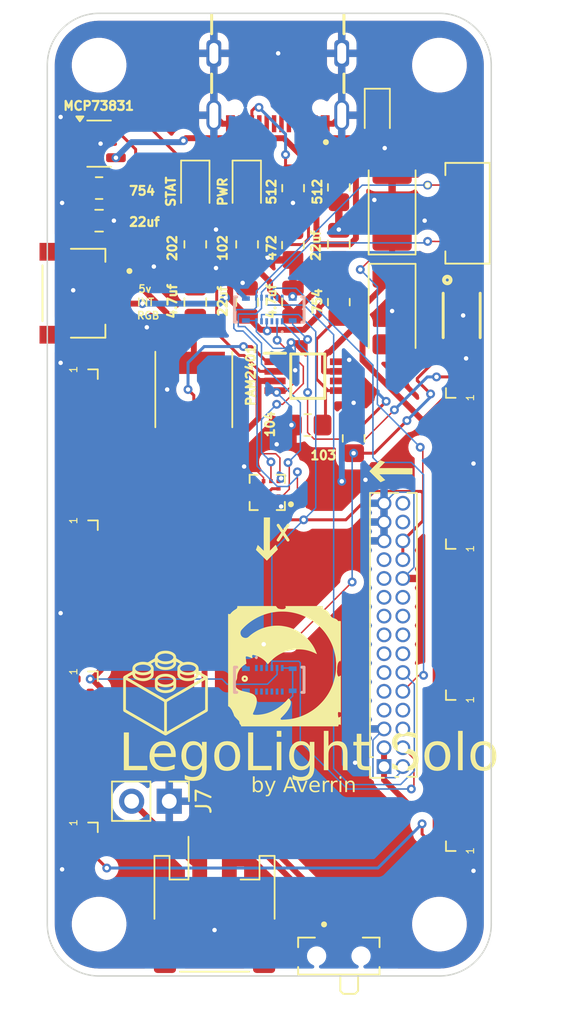
<source format=kicad_pcb>
(kicad_pcb (version 20240108) (generator "pcbnew") (generator_version "8.0")
  (layers (0 "F.Cu" signal) (31 "B.Cu" signal) (34 "B.Paste" user) (35 "F.Paste" user) (36 "B.SilkS" user "B.Silkscreen") (37 "F.SilkS" user "F.Silkscreen") (38 "B.Mask" user) (39 "F.Mask" user) (44 "Edge.Cuts" user))
  (net 0 "")
  (net 1 "GND")
  (net 2 "VBUS")
  (net 3 "Net-(D2-A)")
  (net 4 "Net-(D2-K)")
  (net 5 "Net-(D3-A)")
  (net 9 "Net-(J1-CC2)")
  (net 11 "Net-(J1-CC1)")
  (net 12 "Net-(U1-PROG)")
  (net 13 "Net-(IC1-EN)")
  (net 14 "Net-(IC1-FB)")
  (net 16 "Net-(IC1-LX)")
  (net 17 "+BATT")
  (net 18 "+3.3V")
  (net 19 "+5V")
  (net 22 "/SDA")
  (net 23 "/SCL")
  (net 24 "/RGB")
  (net 25 "Net-(J4-Pin_1)")
  (net 27 "/PA04")
  (net 28 "/PA02")
  (net 29 "/PA03")
  (net 30 "Net-(D6-DOUT)")
  (net 31 "Net-(D7-DOUT)")
  (net 32 "Net-(D8-DOUT)")
  (net 33 "Net-(D10-DIN)")
  (net 34 "Net-(D10-DOUT)")
  (net 35 "Net-(D11-DOUT)")
  (net 36 "Net-(D12-DOUT)")
  (net 38 "/SCL_ext")
  (net 40 "/SDA_ext")
  (net 46 "/PA05")
  (net 47 "/PA06")
  (net 49 "/PA07")
  (net 50 "unconnected-(J8-Pin_4-Pad4)")
  (net 51 "/IO02")
  (net 52 "/IO03")
  (net 53 "/IO40")
  (net 54 "/IO01")
  (net 55 "/IO39")
  (net 56 "/RXD")
  (net 57 "/IO48")
  (net 58 "/TXD")
  (net 59 "/BAT")
  (net 60 "/IO41")
  (net 61 "/IO42")
  (net 62 "/IO04")
  (net 63 "/IO38")
  (net 64 "/IO21")
  (net 65 "/IO47")
  (net 66 "/IO18")
  (footprint "Capacitor_SMD:C_0805_2012Metric" (layer "F.Cu") (at 76.7 79.5 90)
    (property "Reference" "C2" (hide yes))
    (property "Value" "4.7uf")
  )
  (footprint "Capacitor_SMD:C_0805_2012Metric" (layer "F.Cu") (at 63.6 74)
    (property "Reference" "C3" (hide yes))
    (property "Value" "22uf")
  )
  (footprint "Resistor_SMD:R_0805_2012Metric_Pad1.20x1.40mm_HandSolder" (layer "F.Cu") (at 79.8 71.755 90)
    (property "Reference" "R1" (hide yes))
    (property "Value" "5.1KOHM")
  )
  (footprint "MountingHole:MountingHole_3.2mm_M3_DIN965" (layer "F.Cu") (at 63.6 63.5)
    (property "Reference" "H2" (hide yes))
    (property "Value" "MountingHole")
  )
  (footprint "Resistor_SMD:R_0805_2012Metric_Pad1.20x1.40mm_HandSolder" (layer "F.Cu") (at 77.7 87.8)
    (property "Reference" "R7" (hide yes))
    (property "Value" "100k ohm")
  )
  (footprint "LED_SMD:LED_0805_2012Metric_Pad1.15x1.40mm_HandSolder" (layer "F.Cu") (at 70.1 71.8 -90)
    (property "Reference" "D2" (hide yes))
    (property "Value" "BLUE")
  )
  (footprint "LED_SMD:LED_SK6812_EC15_1.5x1.5mm" (layer "F.Cu") (at 88 105.4 90)
    (property "Reference" "D8" (hide yes))
    (property "Value" "SK6805")
  )
  (footprint "Capacitor_SMD:C_0805_2012Metric" (layer "F.Cu") (at 70.1 79.5 -90)
    (property "Reference" "C1" (hide yes))
    (property "Value" "4.7uf")
  )
  (footprint "Diode_SMD:D_2010_5025Metric" (layer "F.Cu") (at 83.4 80.1 -90)
    (property "Reference" "D5" (hide yes))
    (property "Value" "3a 40v 500mV")
  )
  (footprint "Connector_PinHeader_2.54mm:PinHeader_1x02_P2.54mm_Vertical" (layer "F.Cu") (at 68.34 113.2 -90)
    (property "Reference" "J7")
    (property "Value" "Conn_01x02_Socket")
  )
  (footprint "Package_TO_SOT_SMD:SOT-23-5" (layer "F.Cu") (at 63.6 68.8)
    (property "Reference" "U1" (hide yes))
    (property "Value" "MCP73831-2-OT")
  )
  (footprint "Resistor_SMD:R_0805_2012Metric_Pad1.20x1.40mm_HandSolder" (layer "F.Cu") (at 79.8 79.5 90)
    (property "Reference" "R6" (hide yes))
    (property "Value" "750k ohm")
  )
  (footprint "LED_SMD:LED_0805_2012Metric_Pad1.15x1.40mm_HandSolder" (layer "F.Cu") (at 73.5783 71.8 -90)
    (property "Reference" "D3" (hide yes))
    (property "Value" "RED")
  )
  (footprint "LED_SMD:LED_SK6812_EC15_1.5x1.5mm" (layer "F.Cu") (at 62.55 105.4 -90)
    (property "Reference" "D11" (hide yes))
    (property "Value" "SK6805")
  )
  (footprint "LED_SMD:LED_SK6812_EC15_1.5x1.5mm" (layer "F.Cu") (at 62.55 85 -90)
    (property "Reference" "D13" (hide yes))
    (property "Value" "SK6805")
  )
  (footprint "Resistor_SMD:R_0805_2012Metric_Pad1.20x1.40mm_HandSolder" (layer "F.Cu") (at 76.7 75.65 90)
    (property "Reference" "R8" (hide yes))
    (property "Value" "4K7OHM")
  )
  (footprint "MountingHole:MountingHole_3.2mm_M3_DIN965" (layer "F.Cu") (at 86.6 63.5)
    (property "Reference" "H1" (hide yes))
    (property "Value" "MountingHole")
  )
  (footprint "Resistor_SMD:R_0805_2012Metric_Pad1.20x1.40mm_HandSolder" (layer "F.Cu") (at 80.8 88.7 90)
    (property "Reference" "R9" (hide yes))
    (property "Value" "10KOHM")
  )
  (footprint "LED_SMD:LED_SK6812_EC15_1.5x1.5mm" (layer "F.Cu") (at 62.55 115.6 -90)
    (property "Reference" "D10" (hide yes))
    (property "Value" "SK6805")
  )
  (footprint "Capacitor_SMD:C_0805_2012Metric" (layer "F.Cu") (at 73.6 79.5 -90)
    (property "Reference" "C5" (hide yes))
    (property "Value" "22uf")
  )
  (footprint "Resistor_SMD:R_0805_2012Metric_Pad1.20x1.40mm_HandSolder" (layer "F.Cu") (at 73.6 75.6 90)
    (property "Reference" "R3" (hide yes))
    (property "Value" "1k ohm")
  )
  (footprint "SnapEDA Library:XDCR_VEML7700-TT" (layer "F.Cu") (at 88.5 73.5)
    (property "Reference" "J5" (hide yes))
    (property "Value" "VEML7700-TT")
  )
  (footprint "Connector_PinSocket_1.27mm:PinSocket_2x15_P1.27mm_Vertical" (layer "F.Cu") (at 82.855 110.86 180)
    (property "Reference" "J6" (hide yes))
    (property "Value" "Conn_02x15_Counter_Clockwise" (hide yes))
  )
  (footprint "LED_SMD:LED_SK6812_EC15_1.5x1.5mm" (layer "F.Cu") (at 88 85 90)
    (property "Reference" "D6" (hide yes))
    (property "Value" "SK6805")
  )
  (footprint "LED_SMD:LED_SK6812_EC15_1.5x1.5mm" (layer "F.Cu") (at 88 95.2 90)
    (property "Reference" "D7" (hide yes))
    (property "Value" "SK6805")
  )
  (footprint "Resistor_SMD:R_0805_2012Metric_Pad1.20x1.40mm_HandSolder" (layer "F.Cu") (at 70.1 75.6 90)
    (property "Reference" "R4" (hide yes))
    (property "Value" "2k ohm")
  )
  (footprint "MountingHole:MountingHole_3.2mm_M3_DIN965" (layer "F.Cu") (at 86.6 121.5)
    (property "Reference" "H4" (hide yes))
    (property "Value" "MountingHole")
  )
  (footprint "SnapEDA Library:GCT_USB4105-GF-A" (layer "F.Cu") (at 75.675 62.7 180)
    (property "Reference" "J1" (hide yes))
    (property "Value" "USB4105-GF-A")
  )
  (footprint "MountingHole:MountingHole_3.2mm_M3_DIN965" (layer "F.Cu") (at 63.6 121.5)
    (property "Reference" "H3" (hide yes))
    (property "Value" "MountingHole")
  )
  (footprint "SnapEDA Library:SW_SSAJ110100" (layer "F.Cu") (at 79.8 123.6525)
    (property "Reference" "S1" (hide yes))
    (property "Value" "SSAJ110100")
  )
  (footprint "LED_SMD:LED_SK6812_EC15_1.5x1.5mm" (layer "F.Cu") (at 62.55 95.2 -90)
    (property "Reference" "D12" (hide yes))
    (property "Value" "SK6805")
  )
  (footprint "Inductor_SMD:L_Taiyo-Yuden_MD-5050" (layer "F.Cu") (at 70 85.4 90)
    (property "Reference" "L1" (hide yes))
    (property "Value" "22uh3a")
  )
  (footprint "SnapEDA Library:KIONIX_KXTJ3-1057" (layer "F.Cu") (at 74.9625 92.35 180)
    (property "Reference" "U2" (hide yes))
    (property "Value" "KXTJ3-1057")
  )
  (footprint "Resistor_SMD:R_0805_2012Metric_Pad1.20x1.40mm_HandSolder" (layer "F.Cu") (at 63.6 71.8)
    (property "Reference" "R5" (hide yes))
    (property "Value" "750k ohm")
  )
  (footprint "Capacitor_SMD:C_0805_2012Metric" (layer "F.Cu") (at 79.8 75.6 -90)
    (property "Reference" "C4" (hide yes))
    (property "Value" "22uf")
  )
  (footprint "Diode_SMD:D_SOD-323" (layer "F.Cu") (at 82.4 66.7 -90)
    (property "Reference" "D1" (hide yes))
    (property "Value" "SD05_SOD323")
  )
  (footprint "Resistor_SMD:R_0805_2012Metric_Pad1.20x1.40mm_HandSolder" (layer "F.Cu") (at 76.7117 71.805 -90)
    (property "Reference" "R2" (hide yes))
    (property "Value" "5.1KOHM")
  )
  (footprint "Connector_JST:JST_PH_S2B-PH-SM4-TB_1x02-1MP_P2.00mm_Horizontal" (layer "F.Cu") (at 71.4 120.2)
    (property "Reference" "J4" (hide yes))
    (property "Value" "Conn_01x02_Socket")
  )
  (footprint "mouser:SOP65P490X110-8N" (layer "F.Cu") (at 77.7 84.5)
    (property "Reference" "IC1" (hide yes))
    (property "Value" "PAM2401SCADJ" (hide yes))
  )
  (footprint "Diode_SMD:D_2010_5025Metric" (layer "F.Cu") (at 83.4 73.1 90)
    (property "Reference" "D4" (hide yes))
    (property "Value" "3a 40v 500mV")
  )
  (footprint "mouser:B3U-1000P" (layer "F.Cu") (at 88.1 80.4 90)
    (property "Reference" "BTN1" (hide yes))
    (property "Value" "BTN" (hide yes))
  )
  (footprint "SnapEDA Library:SPARKFUN_PRT-14417" (layer "F.Cu") (at 61.9 78.9 -90)
    (property "Reference" "J8" (hide yes))
    (property "Value" "I2C")
  )
  (footprint "LED_SMD:LED_SK6812_EC15_1.5x1.5mm" (layer "F.Cu") (at 88 115.6 90)
    (property "Reference" "D9" (hide yes))
    (property "Value" "SK6805")
  )
  (footprint "mouser:103R012BB100" (layer "B.Cu") (at 75.1 80 180)
    (property "Reference" "J2" (hide yes))
    (property "Value" "103P012BB100" (hide yes))
  )
  (footprint "mouser:103R012BB100" (layer "B.Cu") (at 75.1 105)
    (property "Reference" "J3" (hide yes))
    (property "Value" "103P012BB100" (hide yes))
  )
  (gr_poly (pts (xy 68.126951 103.037367) (xy 68.16678 103.038948) (xy 68.206355 103.04191) (xy 68.245662 103.046309) (xy 68.284686 103.052202) (xy 68.323416 103.05965) (xy 68.361834 103.068708) (xy 68.399927 103.079435) (xy 68.43768 103.091889) (xy 68.475081 103.106127) (xy 68.512114 103.122209) (xy 68.548765 103.140191) (xy 68.585019 103.160131) (xy 68.604306 103.171749) (xy 68.623012 103.183894) (xy 68.641095 103.196596) (xy 68.65851 103.209885) (xy 68.675219 103.223787) (xy 68.691175 103.238331) (xy 68.706338 103.253547) (xy 68.720664 103.269462) (xy 68.734112 103.286106) (xy 68.746638 103.303505) (xy 68.758199 103.321689) (xy 68.768754 103.340688) (xy 68.778258 103.360527) (xy 68.786672 103.381237) (xy 68.793951 103.402845) (xy 68.800051 103.425382) (xy 68.800485 103.427081) (xy 68.800971 103.428794) (xy 68.802041 103.43225) (xy 68.80315 103.435725) (xy 68.804189 103.439191) (xy 68.804647 103.440914) (xy 68.805046 103.442626) (xy 68.805373 103.444323) (xy 68.805613 103.446002) (xy 68.805753 103.44766) (xy 68.805777 103.449294) (xy 68.805675 103.450901) (xy 68.805571 103.451694) (xy 68.805431 103.452477) (xy 68.803993 103.460345) (xy 68.80296 103.467923) (xy 68.802321 103.47522) (xy 68.802066 103.482246) (xy 68.802183 103.489011) (xy 68.802661 103.495524) (xy 68.803489 103.501793) (xy 68.804658 103.507829) (xy 68.806155 103.513641) (xy 68.80797 103.519237) (xy 68.810091 103.524629) (xy 68.812509 103.529825) (xy 68.815212 103.534833) (xy 68.81819 103.539664) (xy 68.821431 103.544328) (xy 68.824924 103.548833) (xy 68.828659 103.553188) (xy 68.832624 103.557403) (xy 68.841206 103.565453) (xy 68.850579 103.573054) (xy 68.860657 103.580284) (xy 68.871354 103.587216) (xy 68.882583 103.593927) (xy 68.906286 103.606981) (xy 68.949835 103.630487) (xy 68.993133 103.654473) (xy 69.079111 103.703598) (xy 69.164505 103.753786) (xy 69.249596 103.804464) (xy 69.255379 103.807763) (xy 69.261099 103.810719) (xy 69.266771 103.813335) (xy 69.272412 103.815615) (xy 69.27804 103.817565) (xy 69.283668 103.819188) (xy 69.289316 103.820491) (xy 69.294997 103.821474) (xy 69.30073 103.822145) (xy 69.306529 103.822507) (xy 69.312412 103.822564) (xy 69.318394 103.82232) (xy 69.324492 103.821782) (xy 69.330723 103.820951) (xy 69.337101 103.819833) (xy 69.343645 103.818432) (xy 69.391632 103.808149) (xy 69.439449 103.799673) (xy 69.487091 103.793053) (xy 69.534543 103.788341) (xy 69.581799 103.785586) (xy 69.628845 103.784838) (xy 69.675675 103.786149) (xy 69.722274 103.789567) (xy 69.768636 103.795143) (xy 69.814748 103.802929) (xy 69.860602 103.812973) (xy 69.906187 103.825326) (xy 69.951492 103.840038) (xy 69.996507 103.857159) (xy 70.041224 103.876741) (xy 70.085631 103.898832) (xy 70.106313 103.910189) (xy 70.126399 103.922141) (xy 70.145837 103.93472) (xy 70.16458 103.947959) (xy 70.182581 103.96189) (xy 70.19979 103.976545) (xy 70.216159 103.991957) (xy 70.231641 104.008158) (xy 70.246187 104.025179) (xy 70.259748 104.043054) (xy 70.272278 104.061815) (xy 70.283727 104.081493) (xy 70.294047 104.102121) (xy 70.303191 104.123733) (xy 70.311109 104.146359) (xy 70.317753 104.170032) (xy 70.320315 104.181393) (xy 70.322406 104.192784) (xy 70.324064 104.2042) (xy 70.32533 104.215638) (xy 70.32624 104.227093) (xy 70.326834 104.238564) (xy 70.327223 104.261535) (xy 70.326804 104.284522) (xy 70.325885 104.3075) (xy 70.323771 104.353313) (xy 70.323628 104.362599) (xy 70.323916 104.371415) (xy 70.324653 104.379785) (xy 70.325858 104.387733) (xy 70.327548 104.395284) (xy 70.329743 104.402463) (xy 70.332461 104.409294) (xy 70.335719 104.415801) (xy 70.339537 104.422008) (xy 70.343934 104.427941) (xy 70.348926 104.433624) (xy 70.354534 104.439081) (xy 70.360776 104.444336) (xy 70.367669 104.449414) (xy 70.375232 104.454341) (xy 70.383484 104.459139) (xy 70.506298 104.528086) (xy 70.628443 104.598246) (xy 70.750492 104.668586) (xy 70.873019 104.73807) (xy 70.882908 104.743891) (xy 70.892088 104.74992) (xy 70.900568 104.756185) (xy 70.904548 104.759415) (xy 70.908356 104.762714) (xy 70.911994 104.766085) (xy 70.915464 104.769533) (xy 70.918765 104.77306) (xy 70.9219 104.776671) (xy 70.924869 104.780368) (xy 70.927674 104.784156) (xy 70.930316 104.788037) (xy 70.932796 104.792015) (xy 70.935116 104.796094) (xy 70.937276 104.800276) (xy 70.939278 104.804567) (xy 70.941122 104.808968) (xy 70.942812 104.813484) (xy 70.944346 104.818116) (xy 70.945727 104.822871) (xy 70.946956 104.827751) (xy 70.948034 104.832759) (xy 70.948961 104.837898) (xy 70.949741 104.843174) (xy 70.950373 104.848587) (xy 70.9512 104.859845) (xy 70.951452 104.871699) (xy 70.951252 107.042598) (xy 70.950984 107.054073) (xy 70.95012 107.064945) (xy 70.948661 107.075241) (xy 70.946601 107.084997) (xy 70.943941 107.09424) (xy 70.940676 107.103005) (xy 70.936804 107.111321) (xy 70.932323 107.11922) (xy 70.92723 107.126733) (xy 70.921524 107.133891) (xy 70.9152 107.140726) (xy 70.908258 107.14727) (xy 70.900695 107.153553) (xy 70.892508 107.159606) (xy 70.883694 107.165462) (xy 70.874252 107.171151) (xy 68.482092 108.550752) (xy 68.320155 108.644047) (xy 68.239333 108.690944) (xy 68.158789 108.738307) (xy 68.150168 108.74314) (xy 68.141622 108.747358) (xy 68.133138 108.750958) (xy 68.124703 108.753935) (xy 68.116305 108.756286) (xy 68.107932 108.758007) (xy 68.099572 108.759092) (xy 68.091211 108.75954) (xy 68.08284 108.759345) (xy 68.074441 108.758505) (xy 68.066005 108.757013) (xy 68.05752 108.754868) (xy 68.048972 108.752064) (xy 68.040349 108.748598) (xy 68.031639 108.744467) (xy 68.02283 108.739665) (xy 67.014171 108.157778) (xy 65.299587 107.169631) (xy 65.294628 107.166703) (xy 65.289868 107.163724) (xy 65.285307 107.160693) (xy 65.280942 107.157607) (xy 65.276767 107.154464) (xy 65.272783 107.151261) (xy 65.268985 107.147996) (xy 65.265372 107.144666) (xy 65.261938 107.141269) (xy 65.258685 107.137802) (xy 65.255605 107.134263) (xy 65.252698 107.130648) (xy 65.249961 107.126958) (xy 65.247392 107.123187) (xy 65.244986 107.119333) (xy 65.242742 107.115396) (xy 65.240655 107.111371) (xy 65.238726 107.107257) (xy 65.236949 107.10305) (xy 65.235321 107.098749) (xy 65.233842 107.094351) (xy 65.232506 107.089853) (xy 65.231312 107.085252) (xy 65.230257 107.080548) (xy 65.229338 107.075736) (xy 65.228553 107.070816) (xy 65.227369 107.060635) (xy 65.226684 107.049987) (xy 65.226476 107.038851) (xy 65.226467 106.967217) (xy 65.413131 106.967217) (xy 65.41328 106.973526) (xy 65.413743 106.979476) (xy 65.414527 106.985088) (xy 65.415634 106.990381) (xy 65.417069 106.995381) (xy 65.418834 107.000106) (xy 65.420936 107.00458) (xy 65.423376 107.008822) (xy 65.426158 107.012857) (xy 65.429288 107.016704) (xy 65.432767 107.020386) (xy 65.436601 107.023923) (xy 65.440794 107.027339) (xy 65.445348 107.030653) (xy 65.450268 107.03389) (xy 65.455557 107.037068) (xy 67.889675 108.442476) (xy 67.901458 108.44916) (xy 67.913313 108.455673) (xy 67.937067 108.468287) (xy 67.983601 108.492555) (xy 67.984947 108.49102) (xy 67.986189 108.489501) (xy 67.987334 108.487998) (xy 67.988385 108.486512) (xy 67.989345 108.48504) (xy 67.990221 108.483584) (xy 67.991013 108.482142) (xy 67.991726 108.480714) (xy 67.992932 108.4779) (xy 67.993871 108.475141) (xy 67.994573 108.472432) (xy 67.995069 108.469772) (xy 67.995391 108.467158) (xy 67.99557 108.464587) (xy 67.995591 108.463748) (xy 68.180893 108.463748) (xy 68.181074 108.467189) (xy 68.181264 108.468902) (xy 68.181529 108.470607) (xy 68.181878 108.472305) (xy 68.182317 108.473991) (xy 68.182854 108.475665) (xy 68.183497 108.477324) (xy 68.184252 108.478969) (xy 68.185127 108.480596) (xy 68.18613 108.482204) (xy 68.187267 108.483792) (xy 68.188546 108.485357) (xy 68.189975 108.486898) (xy 68.191561 108.488414) (xy 68.193311 108.489902) (xy 68.195232 108.491361) (xy 68.197333 108.49279) (xy 68.276274 108.448349) (xy 68.316058 108.425856) (xy 68.355822 108.403095) (xy 70.714018 107.042604) (xy 70.72077 107.038521) (xy 70.726971 107.034355) (xy 70.729869 107.032233) (xy 70.732637 107.030082) (xy 70.735273 107.027897) (xy 70.737783 107.025676) (xy 70.740165 107.023417) (xy 70.742424 107.021118) (xy 70.744561 107.018774) (xy 70.746578 107.016383) (xy 70.748475 107.013942) (xy 70.750257 107.011448) (xy 70.751925 107.008898) (xy 70.753481 107.00629) (xy 70.754925 107.003621) (xy 70.756261 107.000887) (xy 70.75749 106.998086) (xy 70.758615 106.995214) (xy 70.759637 106.99227) (xy 70.760558 106.989251) (xy 70.761381 106.986152) (xy 70.762105 106.982971) (xy 70.762737 106.979706) (xy 70.763274 106.976355) (xy 70.764077 106.969377) (xy 70.764532 106.962015) (xy 70.764653 106.954245) (xy 70.763796 105.994381) (xy 70.763796 105.019006) (xy 70.757651 105.019298) (xy 70.751839 105.019948) (xy 70.746336 105.020922) (xy 70.741115 105.022189) (xy 70.736154 105.023717) (xy 70.731424 105.025471) (xy 70.726902 105.02742) (xy 70.722564 105.029531) (xy 70.718382 105.031771) (xy 70.714332 105.034108) (xy 70.706531 105.038943) (xy 70.698957 105.043773) (xy 70.691411 105.04834) (xy 70.285407 105.282294) (xy 68.226149 106.468475) (xy 68.220036 106.472178) (xy 68.217177 106.47406) (xy 68.214448 106.475967) (xy 68.211844 106.477899) (xy 68.209365 106.47986) (xy 68.207007 106.481851) (xy 68.20477 106.483876) (xy 68.20265 106.485936) (xy 68.200646 106.488033) (xy 68.198754 106.490171) (xy 68.196974 106.49235) (xy 68.195302 106.494575) (xy 68.193737 106.496845) (xy 68.192276 106.499165) (xy 68.190918 106.501536) (xy 68.189658 106.503961) (xy 68.188497 106.506441) (xy 68.187431 106.50898) (xy 68.186459 106.51158) (xy 68.185577 106.514242) (xy 68.184784 106.516969) (xy 68.184078 106.519764) (xy 68.183456 106.522628) (xy 68.182916 106.525564) (xy 68.182456 106.528575) (xy 68.181767 106.534827) (xy 68.181371 106.541403) (xy 68.18125 106.548323) (xy 68.182345 108.440155) (xy 68.182259 108.443379) (xy 68.182034 108.446674) (xy 68.181404 108.453424) (xy 68.181117 108.456852) (xy 68.180927 108.460298) (xy 68.180893 108.463748) (xy 67.995591 108.463748) (xy 67.995636 108.462057) (xy 67.995621 108.459566) (xy 67.995364 108.449934) (xy 67.996329 106.542027) (xy 67.996144 106.535145) (xy 67.995569 106.528686) (xy 67.99461 106.522625) (xy 67.993273 106.516936) (xy 67.992464 106.514223) (xy 67.991562 106.511594) (xy 67.990569 106.509044) (xy 67.989485 106.506571) (xy 67.987044 106.501843) (xy 67.984248 106.497384) (xy 67.9811 106.493168) (xy 67.977607 106.489168) (xy 67.973775 106.48536) (xy 67.969608 106.481716) (xy 67.965113 106.478211) (xy 67.960294 106.474821) (xy 67.955158 106.471517) (xy 67.949709 106.468275) (xy 66.831182 105.823835) (xy 65.429195 105.01587) (xy 65.426118 105.020774) (xy 65.423478 105.025464) (xy 65.42124 105.029956) (xy 65.419373 105.03426) (xy 65.417842 105.038392) (xy 65.416616 105.042363) (xy 65.415662 105.046185) (xy 65.414947 105.049872) (xy 65.414438 105.053436) (xy 65.414103 105.056892) (xy 65.41391 105.060251) (xy 65.413824 105.063526) (xy 65.413913 105.07605) (xy 65.413131 106.967217) (xy 65.226467 106.967217) (xy 65.22621 104.873531) (xy 65.22648 104.861237) (xy 65.227365 104.849594) (xy 65.228194 104.84353) (xy 65.53484 104.84353) (xy 65.534863 104.845087) (xy 65.537469 104.848424) (xy 65.540225 104.851575) (xy 65.543118 104.854554) (xy 65.546136 104.857377) (xy 65.549268 104.860056) (xy 65.552502 104.862607) (xy 65.555826 104.865045) (xy 65.559228 104.867384) (xy 65.562697 104.869637) (xy 65.56622 104.871822) (xy 65.573382 104.876037) (xy 65.587835 104.884268) (xy 66.374268 105.340217) (xy 68.035119 106.300867) (xy 68.042895 106.305138) (xy 68.050401 106.308753) (xy 68.057674 106.311723) (xy 68.064747 106.314064) (xy 68.071651 106.315791) (xy 68.078422 106.316919) (xy 68.085093 106.317462) (xy 68.091696 106.317435) (xy 68.098267 106.316851) (xy 68.104838 106.315727) (xy 68.111444 106.314078) (xy 68.118117 106.311915) (xy 68.124891 106.309257) (xy 68.1318 106.306116) (xy 68.138877 106.302507) (xy 68.146156 106.298445) (xy 70.550287 104.906982) (xy 70.60348 104.879088) (xy 70.610071 104.875044) (xy 70.616535 104.870692) (xy 70.622836 104.865981) (xy 70.628943 104.860854) (xy 70.63482 104.855258) (xy 70.640435 104.849136) (xy 70.643132 104.845862) (xy 70.645751 104.842437) (xy 70.648287 104.838852) (xy 70.650735 104.835102) (xy 70.331845 104.649765) (xy 70.328159 104.667277) (xy 70.323983 104.684284) (xy 70.319328 104.700796) (xy 70.314202 104.716822) (xy 70.308615 104.732374) (xy 70.302575 104.747461) (xy 70.289174 104.77628) (xy 70.274071 104.803361) (xy 70.25734 104.828784) (xy 70.239054 104.852631) (xy 70.219284 104.874981) (xy 70.198102 104.895916) (xy 70.175584 104.915517) (xy 70.151799 104.933863) (xy 70.126822 104.951037) (xy 70.100724 104.967118) (xy 70.073579 104.982189) (xy 70.045458 104.996328) (xy 70.016436 105.009617) (xy 69.998344 105.017288) (xy 69.980133 105.024518) (xy 69.961805 105.031314) (xy 69.943366 105.037683) (xy 69.924818 105.043634) (xy 69.906165 105.049171) (xy 69.887409 105.054303) (xy 69.868556 105.059036) (xy 69.849606 105.063378) (xy 69.830567 105.067335) (xy 69.792227 105.074123) (xy 69.753563 105.079456) (xy 69.714604 105.08339) (xy 69.674573 105.086182) (xy 69.634738 105.087844) (xy 69.595116 105.088323) (xy 69.555723 105.087564) (xy 69.516575 105.085513) (xy 69.477688 105.082116) (xy 69.43908 105.077321) (xy 69.400765 105.071072) (xy 69.362761 105.063315) (xy 69.325084 105.053998) (xy 69.287749 105.043067) (xy 69.250774 105.030465) (xy 69.214175 105.016141) (xy 69.177968 105.000041) (xy 69.142169 104.98211) (xy 69.106794 104.962294) (xy 69.080482 104.945922) (xy 69.055576 104.928693) (xy 69.032136 104.910569) (xy 69.010221 104.891521) (xy 68.989887 104.871513) (xy 68.980332 104.861139) (xy 68.971193 104.850513) (xy 68.96248 104.83963) (xy 68.954199 104.828487) (xy 68.946357 104.817078) (xy 68.938961 104.805399) (xy 68.932018 104.793448) (xy 68.925538 104.781219) (xy 68.919526 104.768708) (xy 68.913989 104.755911) (xy 68.908935 104.742825) (xy 68.904371 104.729443) (xy 68.900305 104.715763) (xy 68.896743 104.70178) (xy 68.893694 104.68749) (xy 68.891164 104.67289) (xy 68.88916 104.657973) (xy 68.887691 104.642738) (xy 68.886762 104.627177) (xy 68.886382 104.61129) (xy 68.886441 104.605857) (xy 69.074918 104.605857) (xy 69.074968 104.615552) (xy 69.075442 104.624967) (xy 69.076329 104.634107) (xy 69.077618 104.642981) (xy 69.079294 104.651595) (xy 69.081348 104.659958) (xy 69.083767 104.668075) (xy 69.086539 104.675954) (xy 69.089653 104.683602) (xy 69.093096 104.691025) (xy 69.096855 104.698233) (xy 69.100921 104.705229) (xy 69.105279 104.712024) (xy 69.114829 104.725034) (xy 69.12541 104.737319) (xy 69.136926 104.748935) (xy 69.14928 104.759939) (xy 69.162379 104.770389) (xy 69.176125 104.78034) (xy 69.190425 104.789849) (xy 69.205182 104.798974) (xy 69.220302 104.807772) (xy 69.244473 104.820765) (xy 69.268944 104.832546) (xy 69.293719 104.843159) (xy 69.318802 104.852646) (xy 69.344197 104.861051) (xy 69.369908 104.868416) (xy 69.395937 104.874786) (xy 69.422291 104.880204) (xy 69.448971 104.884713) (xy 69.475983 104.888355) (xy 69.503329 104.891175) (xy 69.531015 104.893216) (xy 69.559043 104.89452) (xy 69.587417 104.895132) (xy 69.616142 104.895094) (xy 69.645222 104.89445) (xy 69.663327 104.893854) (xy 69.681447 104.893383) (xy 69.690495 104.893046) (xy 69.699525 104.892562) (xy 69.708529 104.891874) (xy 69.717501 104.890918) (xy 69.742324 104.887605) (xy 69.766953 104.883787) (xy 69.791363 104.879406) (xy 69.815528 104.874405) (xy 69.839421 104.868724) (xy 69.863019 104.862308) (xy 69.886296 104.855097) (xy 69.909227 104.847036) (xy 69.931785 104.838066) (xy 69.953946 104.828128) (xy 69.975683 104.817165) (xy 69.996972 104.80512) (xy 70.017789 104.791936) (xy 70.038106 104.777553) (xy 70.057898 104.761916) (xy 70.077141 104.744964) (xy 70.0863 104.736018) (xy 70.094784 104.72682) (xy 70.102573 104.717358) (xy 70.109649 104.70762) (xy 70.11599 104.697596) (xy 70.121578 104.687273) (xy 70.124084 104.681997) (xy 70.126394 104.676641) (xy 70.128506 104.671205) (xy 70.130418 104.665688) (xy 70.132126 104.660087) (xy 70.13363 104.654402) (xy 70.134926 104.648631) (xy 70.136011 104.642773) (xy 70.136884 104.636826) (xy 70.137541 104.630788) (xy 70.137982 104.624659) (xy 70.138203 104.618437) (xy 70.1382 104.612121) (xy 70.137973 104.605708) (xy 70.137519 104.599198) (xy 70.136835 104.59259) (xy 70.135919 104.585881) (xy 70.134769 104.579071) (xy 70.133381 104.572158) (xy 70.131754 104.56514) (xy 70.066108 104.596509) (xy 70.000505 104.623705) (xy 69.934947 104.646734) (xy 69.869439 104.665598) (xy 69.803985 104.680302) (xy 69.738586 104.690848) (xy 69.673247 104.69724) (xy 69.607972 104.699481) (xy 69.542764 104.697575) (xy 69.477627 104.691525) (xy 69.412563 104.681336) (xy 69.347577 104.667009) (xy 69.282674 104.64855) (xy 69.217854 104.62596) (xy 69.153123 104.599243) (xy 69.088482 104.568404) (xy 69.087285 104.569219) (xy 69.086166 104.57004) (xy 69.085122 104.570868) (xy 69.08415 104.571701) (xy 69.083247 104.572538) (xy 69.082413 104.573379) (xy 69.081642 104.574225) (xy 69.080932 104.575076) (xy 69.080282 104.575929) (xy 69.079688 104.576787) (xy 69.079148 104.577648) (xy 69.078657 104.578509) (xy 69.078215 104.579376) (xy 69.077818 104.580243) (xy 69.077464 104.581113) (xy 69.07715 104.581983) (xy 69.076629 104.583729) (xy 69.076235 104.585477) (xy 69.075945 104.587224) (xy 69.075739 104.58897) (xy 69.075593 104.59071) (xy 69.075487 104.592441) (xy 69.075306 104.595874) (xy 69.074918 104.605857) (xy 68.886441 104.605857) (xy 68.886558 104.59507) (xy 68.887297 104.578514) (xy 68.88932 104.53679) (xy 68.890419 104.495008) (xy 68.890788 104.453181) (xy 68.890621 104.411322) (xy 68.888499 104.24625) (xy 69.078966 104.24625) (xy 69.079443 104.254424) (xy 69.080469 104.262578) (xy 69.082045 104.270708) (xy 69.084171 104.278809) (xy 69.086847 104.286873) (xy 69.090072 104.294898) (xy 69.093846 104.302876) (xy 69.09817 104.310803) (xy 69.103044 104.318673) (xy 69.108468 104.326482) (xy 69.114441 104.334222) (xy 69.120963 104.34189) (xy 69.128035 104.34948) (xy 69.135657 104.356985) (xy 69.143826 104.364402) (xy 69.152547 104.371723) (xy 69.159915 104.377571) (xy 69.167376 104.383275) (xy 69.17493 104.388835) (xy 69.182576 104.394252) (xy 69.190314 104.399526) (xy 69.198146 104.404659) (xy 69.206069 104.409648) (xy 69.214085 104.414496) (xy 69.222194 104.419203) (xy 69.230395 104.42377) (xy 69.238689 104.428196) (xy 69.247074 104.432483) (xy 69.255552 104.43663) (xy 69.264123 104.440638) (xy 69.281542 104.448239) (xy 69.3099 104.459352) (xy 69.338417 104.469182) (xy 69.367079 104.477772) (xy 69.395876 104.485167) (xy 69.424796 104.491407) (xy 69.453827 104.496537) (xy 69.482958 104.500596) (xy 69.512178 104.503629) (xy 69.541473 104.505677) (xy 69.570834 104.506782) (xy 69.600248 104.506989) (xy 69.629703 104.50634) (xy 69.659188 104.504875) (xy 69.688692 104.502639) (xy 69.718203 104.499672) (xy 69.747708 104.49602) (xy 69.77335 104.492269) (xy 69.798835 104.487899) (xy 69.824113 104.482818) (xy 69.849139 104.476939) (xy 69.873866 104.47017) (xy 69.898247 104.462423) (xy 69.922234 104.453607) (xy 69.94578 104.443634) (xy 69.968839 104.432412) (xy 69.991363 104.419853) (xy 70.013306 104.405867) (xy 70.034619 104.390363) (xy 70.055256 104.373253) (xy 70.07517 104.354447) (xy 70.094314 104.333854) (xy 70.112641 104.311386) (xy 70.118531 104.298348) (xy 70.123454 104.285759) (xy 70.1274 104.273578) (xy 70.130361 104.261769) (xy 70.13233 104.250294) (xy 70.132938 104.24467) (xy 70.133295 104.239115) (xy 70.1334 104.233623) (xy 70.133252 104.228193) (xy 70.132848 104.222816) (xy 70.132188 104.217489) (xy 70.13127 104.212209) (xy 70.130096 104.206968) (xy 70.128662 104.201763) (xy 70.126968 104.19659) (xy 70.125012 104.191442) (xy 70.122794 104.186316) (xy 70.117566 104.17611) (xy 70.111276 104.165933) (xy 70.103915 104.155747) (xy 70.095474 104.145514) (xy 70.085945 104.135196) (xy 70.076913 104.126208) (xy 70.067639 104.117577) (xy 70.05813 104.109297) (xy 70.048396 104.101359) (xy 70.038443 104.093756) (xy 70.028279 104.086479) (xy 70.017913 104.079519) (xy 70.007354 104.072871) (xy 69.996608 104.066524) (xy 69.985683 104.060471) (xy 69.974589 104.054705) (xy 69.963333 104.049217) (xy 69.951921 104.043999) (xy 69.940365 104.039043) (xy 69.928671 104.03434) (xy 69.916845 104.029885) (xy 69.882334 104.018073) (xy 69.847748 104.007766) (xy 69.813091 103.998945) (xy 69.778367 103.991587) (xy 69.743581 103.985669) (xy 69.708738 103.98117) (xy 69.673839 103.978067) (xy 69.63889 103.976339) (xy 69.603896 103.975963) (xy 69.56886 103.976918) (xy 69.533785 103.979181) (xy 69.498677 103.98273) (xy 69.463539 103.987543) (xy 69.428376 103.993599) (xy 69.393191 104.000874) (xy 69.357989 104.009348) (xy 69.343468 104.013258) (xy 69.329064 104.017492) (xy 69.314789 104.022062) (xy 69.300653 104.026977) (xy 69.286668 104.032251) (xy 69.272847 104.037895) (xy 69.2592 104.043921) (xy 69.245738 104.050341) (xy 69.232474 104.057166) (xy 69.21942 104.064408) (xy 69.206586 104.072079) (xy 69.193983 104.080189) (xy 69.181625 104.088753) (xy 69.169522 104.09778) (xy 69.157686 104.107282) (xy 69.146128 104.117271) (xy 69.137805 104.125017) (xy 69.130033 104.132832) (xy 69.12281 104.140707) (xy 69.116138 104.148638) (xy 69.110015 104.156621) (xy 69.104442 104.164649) (xy 69.09942 104.172717) (xy 69.094948 104.18082) (xy 69.091026 104.188952) (xy 69.087653 104.197109) (xy 69.084831 104.205284) (xy 69.082558 104.213472) (xy 69.080835 104.221668) (xy 69.079662 104.229867) (xy 69.079039 104.238062) (xy 69.078966 104.24625) (xy 68.888499 104.24625) (xy 68.888467 104.243822) (xy 68.888703 104.229777) (xy 68.889535 104.215953) (xy 68.89095 104.202343) (xy 68.892938 104.188941) (xy 68.895487 104.175741) (xy 68.898589 104.162735) (xy 68.90223 104.149918) (xy 68.906402 104.137282) (xy 68.911093 104.124822) (xy 68.916292 104.11253) (xy 68.921988 104.1004) (xy 68.928171 104.088426) (xy 68.93483 104.076601) (xy 68.941953 104.064918) (xy 68.949531 104.053371) (xy 68.957552 104.041953) (xy 68.963651 104.033886) (xy 68.97002 104.026074) (xy 68.976636 104.018484) (xy 68.983475 104.01108) (xy 68.990515 104.003821) (xy 68.997733 103.996674) (xy 69.012612 103.982568) (xy 69.043497 103.95408) (xy 69.059136 103.939116) (xy 69.066924 103.931325) (xy 69.074661 103.92328) (xy 69.041858 103.904998) (xy 69.009696 103.886038) (xy 68.945636 103.84759) (xy 68.912911 103.828854) (xy 68.896194 103.819773) (xy 68.879171 103.810945) (xy 68.86179 103.802418) (xy 68.844 103.794238) (xy 68.825751 103.786453) (xy 68.806987 103.779111) (xy 68.80675 103.832711) (xy 68.806756 103.855924) (xy 68.807113 103.878104) (xy 68.807139 103.894941) (xy 68.806302 103.91144) (xy 68.804622 103.927605) (xy 68.802118 103.943445) (xy 68.79881 103.958965) (xy 68.794717 103.974171) (xy 68.789859 103.989071) (xy 68.784256 104.00367) (xy 68.777927 104.017976) (xy 68.770892 104.031994) (xy 68.76317 104.045731) (xy 68.754781 104.059194) (xy 68.745745 104.072389) (xy 68.736081 104.085323) (xy 68.725808 104.098001) (xy 68.714947 104.110431) (xy 68.702858 104.123342) (xy 68.690431 104.135766) (xy 68.677677 104.147715) (xy 68.664601 104.159199) (xy 68.651214 104.17023) (xy 68.637521 104.180819) (xy 68.623532 104.190976) (xy 68.609254 104.200713) (xy 68.594696 104.210041) (xy 68.579865 104.218971) (xy 68.564769 104.227515) (xy 68.549416 104.235684) (xy 68.533815 104.243487) (xy 68.517972 104.250936) (xy 68.501897 104.258044) (xy 68.485596 104.264821) (xy 68.448894 104.278769) (xy 68.411832 104.291191) (xy 68.374423 104.302104) (xy 68.336685 104.311531) (xy 68.29863 104.319491) (xy 68.260272 104.326005) (xy 68.221628 104.331093) (xy 68.18271 104.334774) (xy 68.142282 104.33731) (xy 68.102076 104.338679) (xy 68.062109 104.338821) (xy 68.022398 104.337678) (xy 67.982963 104.335192) (xy 67.943822 104.331303) (xy 67.904995 104.325951) (xy 67.866499 104.31908) (xy 67.828354 104.31063) (xy 67.790578 104.30054) (xy 67.753191 104.288754) (xy 67.71621 104.275212) (xy 67.679653 104.259854) (xy 67.643541 104.242623) (xy 67.607892 104.223458) (xy 67.572723 104.202302) (xy 67.548912 104.18646) (xy 67.52628 104.169871) (xy 67.504889 104.152503) (xy 67.484808 104.134329) (xy 67.4661 104.11532) (xy 67.448835 104.095445) (xy 67.440763 104.085174) (xy 67.433076 104.074676) (xy 67.425783 104.063948) (xy 67.418891 104.052984) (xy 67.412409 104.041783) (xy 67.406344 104.03034) (xy 67.400706 104.018653) (xy 67.395503 104.006715) (xy 67.390742 103.994526) (xy 67.386432 103.982079) (xy 67.382581 103.969374) (xy 67.379199 103.956405) (xy 67.376291 103.943169) (xy 67.373868 103.929661) (xy 67.371936 103.91588) (xy 67.370506 103.90182) (xy 67.369584 103.88748) (xy 67.36923 103.874653) (xy 67.560183 103.874653) (xy 67.561078 103.888145) (xy 67.562878 103.901196) (xy 67.565589 103.91382) (xy 67.569212 103.926027) (xy 67.57375 103.937833) (xy 67.579206 103.949249) (xy 67.585583 103.960288) (xy 67.592883 103.970964) (xy 67.601109 103.981289) (xy 67.610265 103.991277) (xy 67.620353 104.000939) (xy 67.631376 104.01029) (xy 67.646778 104.022233) (xy 67.662514 104.033647) (xy 67.678601 104.044515) (xy 67.68678 104.049737) (xy 67.695053 104.054814) (xy 67.70342 104.059744) (xy 67.711884 104.064525) (xy 67.720447 104.069154) (xy 67.72911 104.073629) (xy 67.737875 104.077947) (xy 67.746744 104.082105) (xy 67.75572 104.086101) (xy 67.764803 104.089933) (xy 67.789329 104.099443) (xy 67.813998 104.107933) (xy 67.838819 104.115447) (xy 67.863804 104.122026) (xy 67.888962 104.127713) (xy 67.914306 104.13255) (xy 67.939844 104.136581) (xy 67.965588 104.139848) (xy 67.991548 104.142394) (xy 68.017735 104.14426) (xy 68.044159 104.14549) (xy 68.070831 104.146128) (xy 68.12496 104.145792) (xy 68.180209 104.143593) (xy 68.205142 104.140966) (xy 68.229882 104.137809) (xy 68.254409 104.134069) (xy 68.278704 104.129697) (xy 68.302749 104.124642) (xy 68.326524 104.118852) (xy 68.350011 104.112278) (xy 68.373188 104.104868) (xy 68.39604 104.096571) (xy 68.418544 104.087337) (xy 68.440683 104.077116) (xy 68.462439 104.065856) (xy 68.48379 104.053506) (xy 68.504718 104.040016) (xy 68.525205 104.025335) (xy 68.545232 104.009412) (xy 68.556091 103.999865) (xy 68.566184 103.99002) (xy 68.575488 103.979865) (xy 68.583986 103.969385) (xy 68.591655 103.958568) (xy 68.595172 103.953029) (xy 68.598475 103.9474) (xy 68.601561 103.941679) (xy 68.604426 103.935867) (xy 68.60707 103.929958) (xy 68.609489 103.923955) (xy 68.61168 103.917853) (xy 68.613641 103.911651) (xy 68.61537 103.905348) (xy 68.616864 103.898943) (xy 68.618121 103.892433) (xy 68.619137 103.885815) (xy 68.61991 103.87909) (xy 68.620438 103.872255) (xy 68.620719 103.865309) (xy 68.620749 103.85825) (xy 68.620527 103.851075) (xy 68.62005 103.843785) (xy 68.619314 103.836376) (xy 68.618318 103.828847) (xy 68.617059 103.821196) (xy 68.615535 103.813422) (xy 68.549887 103.84534) (xy 68.484237 103.872998) (xy 68.418588 103.896404) (xy 68.352939 103.915561) (xy 68.287293 103.930476) (xy 68.221649 103.941153) (xy 68.15601 103.947598) (xy 68.090375 103.949817) (xy 68.024749 103.947812) (xy 67.959128 103.941591) (xy 67.893515 103.93116) (xy 67.827912 103.916521) (xy 67.762319 103.897682) (xy 67.696738 103.874646) (xy 67.63117 103.847421) (xy 67.565616 103.816009) (xy 67.562912 103.831397) (xy 67.561103 103.846292) (xy 67.560192 103.860705) (xy 67.560183 103.874653) (xy 67.36923 103.874653) (xy 67.369179 103.872853) (xy 67.369299 103.857937) (xy 67.369953 103.842729) (xy 67.370448 103.8354) (xy 67.370817 103.827894) (xy 67.370841 103.824116) (xy 67.370696 103.820344) (xy 67.370336 103.816594) (xy 67.369715 103.812883) (xy 67.369292 103.811048) (xy 67.368786 103.809228) (xy 67.368193 103.807425) (xy 67.367505 103.805643) (xy 67.366718 103.803884) (xy 67.365825 103.802148) (xy 67.364821 103.800439) (xy 67.3637 103.798758) (xy 67.362456 103.797108) (xy 67.361084 103.79549) (xy 67.359577 103.793907) (xy 67.35793 103.792359) (xy 67.356138 103.790852) (xy 67.354194 103.789384) (xy 67.352093 103.78796) (xy 67.349829 103.786581) (xy 67.339894 103.79025) (xy 67.330093 103.794263) (xy 67.320402 103.798592) (xy 67.310795 103.80321) (xy 67.301246 103.808088) (xy 67.291728 103.813199) (xy 67.272688 103.824008) (xy 67.233863 103.847196) (xy 67.213666 103.85913) (xy 67.192673 103.870995) (xy 67.187382 103.874535) (xy 67.181958 103.877902) (xy 67.170816 103.884284) (xy 67.148013 103.896772) (xy 67.142345 103.900074) (xy 67.136737 103.903529) (xy 67.131213 103.907178) (xy 67.125799 103.911061) (xy 67.120517 103.91522) (xy 67.115392 103.919694) (xy 67.110447 103.924525) (xy 67.105707 103.929753) (xy 67.146726 103.964863) (xy 67.164099 103.980483) (xy 67.180452 103.996542) (xy 67.195767 104.013056) (xy 67.210017 104.030043) (xy 67.223183 104.047521) (xy 67.23524 104.065504) (xy 67.246165 104.084011) (xy 67.255935 104.103058) (xy 67.26453 104.122664) (xy 67.271924 104.142843) (xy 67.278096 104.163612) (xy 67.283021 104.18499) (xy 67.286679 104.206994) (xy 67.289046 104.229638) (xy 67.290099 104.252942) (xy 67.289814 104.276921) (xy 67.287357 104.35638) (xy 67.286403 104.435926) (xy 67.286563 104.475699) (xy 67.287187 104.515456) (xy 67.288304 104.555184) (xy 67.289942 104.594871) (xy 67.290441 104.622934) (xy 67.289213 104.650097) (xy 67.286286 104.67636) (xy 67.281692 104.701723) (xy 67.275461 104.726189) (xy 67.267621 104.749757) (xy 67.258203 104.772428) (xy 67.247238 104.794203) (xy 67.234755 104.815083) (xy 67.220784 104.835067) (xy 67.205353 104.854158) (xy 67.188495 104.872355) (xy 67.17024 104.88966) (xy 67.150614 104.906071) (xy 67.129651 104.921592) (xy 67.107379 104.936222) (xy 67.04659 104.971417) (xy 66.985487 105.001991) (xy 66.924086 105.028009) (xy 66.862406 105.049538) (xy 66.800461 105.066641) (xy 66.738271 105.079386) (xy 66.675852 105.087837) (xy 66.613221 105.09206) (xy 66.550395 105.092121) (xy 66.487392 105.088084) (xy 66.424227 105.080016) (xy 66.360918 105.067981) (xy 66.297483 105.052047) (xy 66.233938 105.032277) (xy 66.1703 105.008737) (xy 66.106586 104.981493) (xy 66.084331 104.970774) (xy 66.062814 104.959233) (xy 66.042074 104.946852) (xy 66.022149 104.933615) (xy 66.003077 104.919507) (xy 65.984895 104.904511) (xy 65.967645 104.888611) (xy 65.951363 104.871792) (xy 65.936087 104.854037) (xy 65.921856 104.835329) (xy 65.908707 104.815653) (xy 65.896681 104.794992) (xy 65.885814 104.773331) (xy 65.876146 104.750652) (xy 65.867714 104.726942) (xy 65.860557 104.702181) (xy 65.85956 104.698556) (xy 65.858487 104.69514) (xy 65.857342 104.69193) (xy 65.856123 104.688923) (xy 65.85483 104.686119) (xy 65.853465 104.683515) (xy 65.852027 104.681107) (xy 65.850518 104.678895) (xy 65.848937 104.676875) (xy 65.847285 104.675046) (xy 65.845563 104.673405) (xy 65.843772 104.671952) (xy 65.84191 104.670681) (xy 65.83998 104.669592) (xy 65.837982 104.668681) (xy 65.835915 104.667949) (xy 65.83378 104.66739) (xy 65.831578 104.667005) (xy 65.82931 104.66679) (xy 65.826976 104.666742) (xy 65.824575 104.66686) (xy 65.822109 104.667142) (xy 65.81958 104.667585) (xy 65.816985 104.668188) (xy 65.814327 104.668946) (xy 65.811604 104.669859) (xy 65.808819 104.670924) (xy 65.805972 104.67214) (xy 65.803062 104.673502) (xy 65.800091 104.675011) (xy 65.797058 104.676663) (xy 65.793966 104.678455) (xy 65.735148 104.713219) (xy 65.676147 104.747676) (xy 65.558108 104.816528) (xy 65.549853 104.821266) (xy 65.547824 104.82253) (xy 65.545858 104.823864) (xy 65.543978 104.825285) (xy 65.542207 104.826812) (xy 65.54137 104.82762) (xy 65.54057 104.828463) (xy 65.539809 104.829342) (xy 65.539091 104.830259) (xy 65.538418 104.831216) (xy 65.537793 104.832217) (xy 65.53722 104.833262) (xy 65.536701 104.834355) (xy 65.536239 104.835498) (xy 65.535838 104.836692) (xy 65.5355 104.837942) (xy 65.535228 104.839248) (xy 65.535025 104.840613) (xy 65.534895 104.84204) (xy 65.53484 104.84353) (xy 65.228194 104.84353) (xy 65.228872 104.838571) (xy 65.231007 104.828135) (xy 65.233778 104.818251) (xy 65.237192 104.808887) (xy 65.241255 104.800009) (xy 65.245974 104.791585) (xy 65.251359 104.783583) (xy 65.257413 104.775966) (xy 65.264144 104.768704) (xy 65.271561 104.761764) (xy 65.279668 104.755112) (xy 65.288475 104.748714) (xy 65.297985 104.742537) (xy 65.308209 104.73655) (xy 65.52127 104.61439) (xy 66.039177 104.61439) (xy 66.039402 104.626166) (xy 66.040439 104.637586) (xy 66.042262 104.648669) (xy 66.044843 104.659429) (xy 66.048155 104.669886) (xy 66.052171 104.680054) (xy 66.056863 104.689952) (xy 66.062205 104.699595) (xy 66.06817 104.709003) (xy 66.07473 104.718189) (xy 66.081856 104.727173) (xy 66.089524 104.73597) (xy 66.09753 104.744445) (xy 66.105785 104.752568) (xy 66.114279 104.760353) (xy 66.123 104.767812) (xy 66.131941 104.774959) (xy 66.141089 104.781807) (xy 66.150435 104.788369) (xy 66.159969 104.794656) (xy 66.169682 104.800683) (xy 66.179562 104.806464) (xy 66.189599 104.812009) (xy 66.199783 104.817333) (xy 66.210106 104.82245) (xy 66.220555 104.82737) (xy 66.231122 104.832107) (xy 66.241795 104.836676) (xy 66.270063 104.847826) (xy 66.298491 104.857716) (xy 66.32707 104.866386) (xy 66.355791 104.87388) (xy 66.384643 104.88024) (xy 66.413616 104.885509) (xy 66.442699 104.889729) (xy 66.471883 104.892942) (xy 66.501157 104.895191) (xy 66.530513 104.896518) (xy 66.559938 104.896966) (xy 66.589422 104.896576) (xy 66.618957 104.895393) (xy 66.648532 104.893458) (xy 66.678137 104.890812) (xy 66.707761 104.8875) (xy 66.731064 104.884354) (xy 66.754203 104.880616) (xy 66.777149 104.876243) (xy 66.799872 104.871189) (xy 66.822345 104.865415) (xy 66.844537 104.858873) (xy 66.866421 104.85152) (xy 66.887967 104.843312) (xy 66.909146 104.834206) (xy 66.92993 104.824158) (xy 66.950289 104.813124) (xy 66.970195 104.801061) (xy 66.989619 104.787923) (xy 67.008532 104.773668) (xy 67.026905 104.758251) (xy 67.044709 104.74163) (xy 67.053635 104.732413) (xy 67.061873 104.722989) (xy 67.069401 104.713341) (xy 67.076199 104.70345) (xy 67.082244 104.693301) (xy 67.087516 104.682876) (xy 67.089855 104.677553) (xy 67.091993 104.672155) (xy 67.093926 104.666679) (xy 67.095652 104.661123) (xy 67.097169 104.655485) (xy 67.098472 104.649762) (xy 67.099562 104.643953) (xy 67.100433 104.638056) (xy 67.101084 104.632066) (xy 67.101513 104.625984) (xy 67.101715 104.619807) (xy 67.10169 104.613532) (xy 67.101432 104.607157) (xy 67.100942 104.600681) (xy 67.100214 104.5941) (xy 67.099248 104.587413) (xy 67.098039 104.580618) (xy 67.096587 104.573712) (xy 67.094886 104.566695) (xy 67.092936 104.559561) (xy 67.075118 104.570027) (xy 67.057245 104.580043) (xy 67.039298 104.589613) (xy 67.021255 104.598743) (xy 67.003095 104.607438) (xy 66.984797 104.615702) (xy 66.966341 104.623542) (xy 66.947706 104.630961) (xy 66.928869 104.637966) (xy 66.909811 104.644562) (xy 66.890511 104.650753) (xy 66.870948 104.656546) (xy 66.8511 104.661944) (xy 66.830948 104.666953) (xy 66.810469 104.67158) (xy 66.789643 104.675827) (xy 66.741042 104.684363) (xy 66.692722 104.690879) (xy 66.644685 104.695364) (xy 66.596935 104.697806) (xy 66.549471 104.698193) (xy 66.502297 104.696513) (xy 66.455415 104.692753) (xy 66.408827 104.686903) (xy 66.362535 104.678949) (xy 66.31654 104.668882) (xy 66.270846 104.656688) (xy 66.225454 104.642355) (xy 66.180367 104.625871) (xy 66.135586 104.607225) (xy 66.091113 104.586405) (xy 66.046952 104.563398) (xy 66.043653 104.576763) (xy 66.041275 104.589706) (xy 66.039793 104.602242) (xy 66.039177 104.61439) (xy 65.52127 104.61439) (xy 65.797024 104.456285) (xy 65.804397 104.451913) (xy 65.811223 104.447405) (xy 65.817509 104.442738) (xy 65.820452 104.440339) (xy 65.823264 104.437892) (xy 65.825943 104.435396) (xy 65.828493 104.432847) (xy 65.830914 104.430243) (xy 65.833205 104.427582) (xy 65.835369 104.424859) (xy 65.837407 104.422074) (xy 65.839318 104.419224) (xy 65.841105 104.416305) (xy 65.842769 104.413317) (xy 65.844308 104.410254) (xy 65.845725 104.407116) (xy 65.847023 104.4039) (xy 65.848199 104.400603) (xy 65.849256 104.397222) (xy 65.850194 104.393754) (xy 65.851015 104.390198) (xy 65.851719 104.386551) (xy 65.852307 104.38281) (xy 65.852781 104.378972) (xy 65.85314 104.375035) (xy 65.853387 104.370996) (xy 65.85352 104.366853) (xy 65.853456 104.358243) (xy 65.851551 104.313682) (xy 65.850657 104.29134) (xy 65.850174 104.268995) (xy 65.850378 104.246682) (xy 65.850535 104.242756) (xy 66.042785 104.242756) (xy 66.043082 104.250171) (xy 66.043836 104.257576) (xy 66.045046 104.264966) (xy 66.046713 104.272338) (xy 66.048836 104.279687) (xy 66.051415 104.287008) (xy 66.054451 104.294298) (xy 66.057944 104.301552) (xy 66.061894 104.308767) (xy 66.0663 104.315938) (xy 66.071164 104.32306) (xy 66.076485 104.33013) (xy 66.082264 104.337143) (xy 66.0885 104.344095) (xy 66.095193 104.350983) (xy 66.102344 104.3578) (xy 66.109333 104.364123) (xy 66.11643 104.370333) (xy 66.123648 104.376423) (xy 66.131004 104.38239) (xy 66.138513 104.38823) (xy 66.146193 104.393937) (xy 66.154059 104.399506) (xy 66.162124 104.404933) (xy 66.170407 104.410214) (xy 66.178922 104.415342) (xy 66.187685 104.420315) (xy 66.196712 104.425127) (xy 66.206019 104.429773) (xy 66.215622 104.434248) (xy 66.225536 104.43855) (xy 66.235776 104.442671) (xy 66.268122 104.455601) (xy 66.300617 104.466934) (xy 66.333251 104.476722) (xy 66.366018 104.485014) (xy 66.398909 104.491862) (xy 66.431917 104.497318) (xy 66.465033 104.501433) (xy 66.498252 104.504256) (xy 66.531563 104.505839) (xy 66.564958 104.506234) (xy 66.598432 104.505492) (xy 66.631976 104.503662) (xy 66.665581 104.500797) (xy 66.699241 104.496946) (xy 66.732947 104.492163) (xy 66.766691 104.486496) (xy 66.78528 104.482896) (xy 66.803713 104.478819) (xy 66.821976 104.474246) (xy 66.840052 104.469156) (xy 66.857924 104.463533) (xy 66.875577 104.457357) (xy 66.892995 104.450609) (xy 66.910159 104.443271) (xy 66.927055 104.435324) (xy 66.943668 104.426749) (xy 66.959979 104.417528) (xy 66.975973 104.407641) (xy 66.991635 104.39707) (xy 67.006946 104.385797) (xy 67.021891 104.373802) (xy 67.036455 104.361067) (xy 67.043946 104.353992) (xy 67.05096 104.346876) (xy 67.057497 104.339724) (xy 67.063557 104.332535) (xy 67.06914 104.325312) (xy 67.074247 104.318058) (xy 67.078878 104.310775) (xy 67.083033 104.303465) (xy 67.086711 104.29613) (xy 67.089915 104.288772) (xy 67.092643 104.281395) (xy 67.094896 104.274) (xy 67.096674 104.266587) (xy 67.097977 104.259162) (xy 67.098806 104.251725) (xy 67.09916 104.244279) (xy 67.099041 104.236826) (xy 67.098447 104.229368) (xy 67.09738 104.221907) (xy 67.095839 104.214446) (xy 67.093824 104.206986) (xy 67.091337 104.199531) (xy 67.088377 104.192081) (xy 67.084944 104.18464) (xy 67.081038 104.17721) (xy 67.076661 104.169792) (xy 67.071811 104.16239) (xy 67.066489 104.155005) (xy 67.060696 104.147639) (xy 67.054431 104.140294) (xy 67.047695 104.132973) (xy 67.040487 104.125679) (xy 67.033319 104.118864) (xy 67.025993 104.112284) (xy 67.018515 104.105934) (xy 67.010892 104.099808) (xy 67.003125 104.093904) (xy 66.995221 104.088214) (xy 66.987184 104.082733) (xy 66.97902 104.077457) (xy 66.970734 104.072381) (xy 66.962328 104.067499) (xy 66.95381 104.062807) (xy 66.945183 104.058298) (xy 66.936451 104.053969) (xy 66.927621 104.049814) (xy 66.918697 104.045828) (xy 66.909684 104.042005) (xy 66.873121 104.02783) (xy 66.83645 104.015454) (xy 66.799676 104.004843) (xy 66.762803 103.995963) (xy 66.725835 103.988779) (xy 66.688779 103.983256) (xy 66.651639 103.979363) (xy 66.614419 103.977062) (xy 66.577124 103.976322) (xy 66.539758 103.977105) (xy 66.502327 103.979382) (xy 66.464835 103.983113) (xy 66.427287 103.988268) (xy 66.389688 103.994811) (xy 66.352043 104.002709) (xy 66.314355 104.011926) (xy 66.299488 104.016001) (xy 66.284757 104.020422) (xy 66.270174 104.025203) (xy 66.255753 104.030357) (xy 66.241506 104.035896) (xy 66.227447 104.041836) (xy 66.213587 104.048189) (xy 66.199939 104.054968) (xy 66.186518 104.062188) (xy 66.173335 104.069861) (xy 66.160403 104.078001) (xy 66.147735 104.086621) (xy 66.135344 104.095736) (xy 66.123243 104.105357) (xy 66.111443 104.115499) (xy 66.09996 104.126175) (xy 66.092975 104.133179) (xy 66.086444 104.140241) (xy 66.080367 104.147355) (xy 66.074746 104.154518) (xy 66.069579 104.161726) (xy 66.064868 104.168974) (xy 66.06061 104.176259) (xy 66.056808 104.183576) (xy 66.053461 104.190921) (xy 66.05057 104.198289) (xy 66.048133 104.205676) (xy 66.046152 104.213079) (xy 66.044626 104.220492) (xy 66.043557 104.227913) (xy 66.042942 104.235335) (xy 66.042785 104.242756) (xy 65.850535 104.242756) (xy 65.850824 104.235545) (xy 65.851546 104.224428) (xy 65.85258 104.213333) (xy 65.853957 104.202264) (xy 65.855715 104.191227) (xy 65.857888 104.180223) (xy 65.864418 104.154378) (xy 65.87244 104.129754) (xy 65.881897 104.106311) (xy 65.892726 104.084007) (xy 65.904867 104.062803) (xy 65.918259 104.042659) (xy 65.932843 104.023534) (xy 65.948558 104.005389) (xy 65.965343 103.988182) (xy 65.983138 103.971874) (xy 66.001882 103.956425) (xy 66.021516 103.941794) (xy 66.041979 103.92794) (xy 66.063209 103.914825) (xy 66.085146 103.902407) (xy 66.107732 103.890646) (xy 66.15042 103.870497) (xy 66.19339 103.85257) (xy 66.236634 103.836831) (xy 66.28014 103.823242) (xy 66.323901 103.811769) (xy 66.367903 103.802373) (xy 66.412138 103.795019) (xy 66.456597 103.789671) (xy 66.501267 103.786291) (xy 66.546141 103.784845) (xy 66.591206 103.785296) (xy 66.636454 103.787607) (xy 66.681874 103.791743) (xy 66.727456 103.797666) (xy 66.773191 103.805341) (xy 66.819067 103.814731) (xy 66.827844 103.816525) (xy 66.8364 103.817942) (xy 66.844757 103.818976) (xy 66.852934 103.819623) (xy 66.860954 103.819875) (xy 66.868836 103.819731) (xy 66.876601 103.819184) (xy 66.884271 103.81823) (xy 66.891864 103.816862) (xy 66.899403 103.815075) (xy 66.906909 103.812866) (xy 66.914401 103.810229) (xy 66.921901 103.807158) (xy 66.929429 103.80365) (xy 66.937007 103.799698) (xy 66.944653 103.795298) (xy 67.039382 103.739037) (xy 67.134611 103.68361) (xy 67.325684 103.573791) (xy 67.334907 103.568307) (xy 67.339298 103.565492) (xy 67.343509 103.562589) (xy 67.347515 103.559571) (xy 67.351289 103.556406) (xy 67.354806 103.553067) (xy 67.358043 103.549526) (xy 67.359547 103.54767) (xy 67.360972 103.545751) (xy 67.362313 103.543768) (xy 67.363569 103.541716) (xy 67.364734 103.539591) (xy 67.365807 103.537391) (xy 67.366785 103.53511) (xy 67.367664 103.532746) (xy 67.36844 103.530295) (xy 67.369111 103.527754) (xy 67.369674 103.525119) (xy 67.370125 103.522386) (xy 67.370461 103.519551) (xy 67.37068 103.516611) (xy 67.370778 103.513562) (xy 67.370751 103.510401) (xy 67.370604 103.495337) (xy 67.370764 103.489595) (xy 67.55868 103.489595) (xy 67.558887 103.496679) (xy 67.559568 103.503773) (xy 67.560722 103.510879) (xy 67.562347 103.518001) (xy 67.564444 103.52514) (xy 67.567011 103.532302) (xy 67.570046 103.539486) (xy 67.573548 103.546698) (xy 67.577519 103.55394) (xy 67.581954 103.561214) (xy 67.586855 103.568524) (xy 67.59222 103.575872) (xy 67.598047 103.583262) (xy 67.604336 103.590696) (xy 67.611086 103.598178) (xy 67.618296 103.605708) (xy 67.623302 103.610679) (xy 67.628399 103.615514) (xy 67.633584 103.620216) (xy 67.638855 103.624789) (xy 67.644209 103.629239) (xy 67.649645 103.633569) (xy 67.65516 103.637784) (xy 67.660753 103.641885) (xy 67.66642 103.64588) (xy 67.672161 103.649771) (xy 67.677972 103.653562) (xy 67.683852 103.657258) (xy 67.695808 103.664379) (xy 67.708014 103.671168) (xy 67.739318 103.686996) (xy 67.770897 103.700992) (xy 67.802738 103.713227) (xy 67.834827 103.723777) (xy 67.867149 103.732714) (xy 67.899692 103.740114) (xy 67.932442 103.746051) (xy 67.965385 103.750598) (xy 67.998507 103.75383) (xy 68.031796 103.75582) (xy 68.065236 103.756644) (xy 68.098814 103.756374) (xy 68.132517 103.755086) (xy 68.166332 103.752852) (xy 68.200245 103.749749) (xy 68.234242 103.745848) (xy 68.256598 103.74276) (xy 68.27877 103.739109) (xy 68.300736 103.734858) (xy 68.32247 103.729968) (xy 68.343951 103.724403) (xy 68.365156 103.718125) (xy 68.386061 103.711098) (xy 68.406643 103.703283) (xy 68.426879 103.694644) (xy 68.446745 103.685145) (xy 68.466219 103.674747) (xy 68.485276 103.663413) (xy 68.503895 103.651106) (xy 68.522052 103.637789) (xy 68.539724 103.623424) (xy 68.556887 103.607975) (xy 68.564514 103.600503) (xy 68.571634 103.593016) (xy 68.578245 103.585517) (xy 68.58435 103.578006) (xy 68.589946 103.570484) (xy 68.595036 103.562954) (xy 68.599621 103.555417) (xy 68.6037 103.547875) (xy 68.607276 103.540329) (xy 68.610345 103.532781) (xy 68.612912 103.525233) (xy 68.614974 103.517686) (xy 68.616534 103.510143) (xy 68.617592 103.502603) (xy 68.618148 103.495069) (xy 68.618202 103.487543) (xy 68.617757 103.480026) (xy 68.61681 103.47252) (xy 68.615364 103.465026) (xy 68.613418 103.457547) (xy 68.610974 103.450083) (xy 68.608032 103.442637) (xy 68.604591 103.435208) (xy 68.600654 103.427801) (xy 68.596219 103.420416) (xy 68.591289 103.413054) (xy 68.585862 103.405719) (xy 68.57994 103.398409) (xy 68.573524 103.391128) (xy 68.566614 103.383878) (xy 68.55921 103.376658) (xy 68.551313 103.369473) (xy 68.546037 103.364955) (xy 68.540641 103.360566) (xy 68.535141 103.356291) (xy 68.529554 103.352118) (xy 68.523894 103.348036) (xy 68.51818 103.34403) (xy 68.506652 103.336198) (xy 68.487094 103.323705) (xy 68.467222 103.31217) (xy 68.447036 103.301552) (xy 68.42653 103.291811) (xy 68.405703 103.282906) (xy 68.384553 103.274799) (xy 68.363075 103.26745) (xy 68.341268 103.260819) (xy 68.319129 103.254865) (xy 68.296654 103.249549) (xy 68.273841 103.244832) (xy 68.250689 103.240671) (xy 68.227193 103.23703) (xy 68.203351 103.233867) (xy 68.154618 103.228817) (xy 68.142029 103.22695) (xy 68.12945 103.225557) (xy 68.116881 103.224605) (xy 68.104323 103.224058) (xy 68.091776 103.223883) (xy 68.079243 103.224046) (xy 68.066721 103.224512) (xy 68.054211 103.225247) (xy 68.029233 103.227386) (xy 68.004315 103.230191) (xy 67.954679 103.2367) (xy 67.931671 103.239975) (xy 67.908813 103.243714) (xy 67.886136 103.247973) (xy 67.863665 103.252807) (xy 67.841431 103.258268) (xy 67.819463 103.26441) (xy 67.797787 103.271287) (xy 67.776434 103.278954) (xy 67.755431 103.287463) (xy 67.734807 103.296869) (xy 67.714592 103.307226) (xy 67.694812 103.318587) (xy 67.675497 103.331007) (xy 67.656676 103.344539) (xy 67.638377 103.359237) (xy 67.620627 103.375155) (xy 67.613116 103.382483) (xy 67.606095 103.389774) (xy 67.599563 103.397032) (xy 67.593519 103.404258) (xy 67.587961 103.411457) (xy 67.58289 103.418628) (xy 67.578304 103.425778) (xy 67.574201 103.432909) (xy 67.570581 103.440023) (xy 67.567443 103.447122) (xy 67.564786 103.454211) (xy 67.56261 103.461292) (xy 67.560911 103.468368) (xy 67.559691 103.475442) (xy 67.558947 103.482516) (xy 67.55868 103.489595) (xy 67.370764 103.489595) (xy 67.371013 103.480609) (xy 67.371963 103.466211) (xy 67.373445 103.452135) (xy 67.375448 103.438375) (xy 67.37796 103.424926) (xy 67.380971 103.411782) (xy 67.384469 103.398936) (xy 67.392885 103.374115) (xy 67.403119 103.350412) (xy 67.415084 103.327779) (xy 67.42869 103.306167) (xy 67.443852 103.285524) (xy 67.460481 103.265803) (xy 67.478487 103.246953) (xy 67.497785 103.228926) (xy 67.518285 103.211671) (xy 67.5399 103.19514) (xy 67.562541 103.179283) (xy 67.586121 103.16405) (xy 67.607993 103.150968) (xy 67.630153 103.138723) (xy 67.652592 103.127295) (xy 67.675302 103.116665) (xy 67.698272 103.10681) (xy 67.721493 103.09771) (xy 67.744955 103.089345) (xy 67.768649 103.081692) (xy 67.792564 103.074733) (xy 67.816692 103.068447) (xy 67.841024 103.06281) (xy 67.865548 103.057806) (xy 67.890257 103.05341) (xy 67.915139 103.049604) (xy 67.940187 103.046366) (xy 67.96539 103.043676) (xy 68.006089 103.040319) (xy 68.046592 103.038109) (xy 68.086885 103.037106)) (fill solid) (layer "F.SilkS"))
  (gr_poly (pts (xy 75.683147 96.20238) (xy 75.682418 96.203121) (xy 75.681689 96.203862) (xy 75.68096 96.204603) (xy 75.680231 96.205343) (xy 75.679503 96.206084) (xy 75.678774 96.206825) (xy 75.678045 96.207566) (xy 75.677316 96.208301) (xy 75.676587 96.209042) (xy 75.675858 96.209783) (xy 75.675129 96.210524) (xy 75.674401 96.211265) (xy 75.673672 96.212006) (xy 75.672943 96.212746) (xy 75.672214 96.213487) (xy 75.671485 96.214223) (xy 75.670756 96.214964) (xy 75.670028 96.215705) (xy 75.669299 96.216445) (xy 75.66857 96.217186) (xy 75.667841 96.217927) (xy 75.667112 96.218668) (xy 75.666383 96.219409) (xy 75.665654 96.22015) (xy 75.664926 96.220885) (xy 75.664197 96.221626) (xy 75.663468 96.222367) (xy 75.662739 96.223107) (xy 75.66201 96.223848) (xy 75.661281 96.224589) (xy 75.660553 96.22533) (xy 75.659824 96.226071) (xy 75.659095 96.226806) (xy 75.658366 96.227547) (xy 75.657637 96.228288) (xy 75.656908 96.229029) (xy 75.65618 96.22977) (xy 75.65545 96.230511) (xy 75.654722 96.231251) (xy 75.653993 96.231992) (xy 75.653264 96.232733) (xy 75.652535 96.233469) (xy 75.651807 96.234209) (xy 75.651077 96.23495) (xy 75.650349 96.235691) (xy 75.64962 96.236432) (xy 75.648891 96.237173) (xy 75.648162 96.237914) (xy 75.647434 96.238654) (xy 75.646704 96.23939) (xy 75.645976 96.240131) (xy 75.645247 96.240872) (xy 75.644518 96.241613) (xy 75.643789 96.242353) (xy 75.643061 96.243094) (xy 75.642331 96.243835) (xy 75.641603 96.244576) (xy 75.640874 96.245317) (xy 75.640145 96.246052) (xy 75.639416 96.246793) (xy 75.638687 96.247534) (xy 75.637958 96.248275) (xy 75.63723 96.249016) (xy 75.6365 96.249756) (xy 75.635772 96.250497) (xy 75.635043 96.251238) (xy 75.634314 96.251974) (xy 75.633585 96.252714) (xy 75.632857 96.253455) (xy 75.632127 96.254196) (xy 75.631399 96.254937) (xy 75.63067 96.255678) (xy 75.629941 96.256419) (xy 75.629212 96.257159) (xy 75.628484 96.2579) (xy 75.627754 96.258636) (xy 75.627026 96.259377) (xy 75.626297 96.260117) (xy 75.625568 96.260858) (xy 75.624839 96.261599) (xy 75.624111 96.26234) (xy 75.623381 96.263081) (xy 75.622653 96.263822) (xy 75.621924 96.264557) (xy 75.621195 96.265298) (xy 75.620466 96.266039) (xy 75.619737 96.26678) (xy 75.619008 96.26752) (xy 75.61828 96.268261) (xy 75.61755 96.269002) (xy 75.616822 96.269743) (xy 75.616093 96.270484) (xy 75.615364 96.271219) (xy 75.614635 96.27196) (xy 75.613907 96.272701) (xy 75.613177 96.273442) (xy 75.612449 96.274183) (xy 75.61172 96.274923) (xy 75.610991 96.275664) (xy 75.610262 96.276405) (xy 75.609534 96.277141) (xy 75.608804 96.277882) (xy 75.608076 96.278622) (xy 75.607347 96.279363) (xy 75.606618 96.280104) (xy 75.605889 96.280845) (xy 75.605161 96.281586) (xy 75.604431 96.282327) (xy 75.603703 96.283067) (xy 75.602973 96.283803) (xy 75.602245 96.284544) (xy 75.601516 96.285285) (xy 75.600787 96.286026) (xy 75.600058 96.286766) (xy 75.59933 96.287507) (xy 75.5986 96.288248) (xy 75.597872 96.288989) (xy 75.597143 96.289724) (xy 75.596414 96.290465) (xy 75.595685 96.291206) (xy 75.594957 96.291947) (xy 75.594227 96.292688) (xy 75.593499 96.293429) (xy 75.59277 96.294169) (xy 75.592041 96.29491) (xy 75.591312 96.295651) (xy 75.590584 96.296386) (xy 75.589854 96.297127) (xy 75.589126 96.297868) (xy 75.588397 96.298609) (xy 75.587668 96.29935) (xy 75.586939 96.300091) (xy 75.586211 96.300831) (xy 75.585481 96.301572) (xy 75.584753 96.302308) (xy 75.584024 96.303049) (xy 75.583295 96.30379) (xy 75.582566 96.30453) (xy 75.581837 96.305271) (xy 75.581108 96.306012) (xy 75.58038 96.306753) (xy 75.57965 96.307494) (xy 75.578922 96.308235) (xy 75.578193 96.30897) (xy 75.577464 96.309711) (xy 75.576735 96.310452) (xy 75.576007 96.311193) (xy 75.575277 96.311933) (xy 75.574549 96.312674) (xy 75.57382 96.313415) (xy 75.573091 96.314156) (xy 75.572362 96.314892) (xy 75.571634 96.315632) (xy 75.570904 96.316373) (xy 75.570176 96.317114) (xy 75.569447 96.317855) (xy 75.568718 96.318596) (xy 75.567989 96.319336) (xy 75.56726 96.320077) (xy 75.566531 96.320818) (xy 75.565803 96.321554) (xy 75.565074 96.322294) (xy 75.564345 96.323035) (xy 75.563616 96.323776) (xy 75.562887 96.324517) (xy 75.562158 96.325258) (xy 75.56143 96.325999) (xy 75.5607 96.32674) (xy 75.559972 96.327475) (xy 75.559243 96.328216) (xy 75.558514 96.328957) (xy 75.557785 96.329698) (xy 75.557057 96.330438) (xy 75.556327 96.331179) (xy 75.555599 96.33192) (xy 75.55487 96.332661) (xy 75.554141 96.333402) (xy 75.553412 96.334137) (xy 75.552684 96.334878) (xy 75.551954 96.335619) (xy 75.551226 96.33636) (xy 75.550497 96.337101) (xy 75.549768 96.337842) (xy 75.549039 96.338582) (xy 75.54831 96.339323) (xy 75.547581 96.340059) (xy 75.546853 96.340799) (xy 75.546124 96.34154) (xy 75.545395 96.342281) (xy 75.544666 96.343022) (xy 75.543937 96.343763) (xy 75.543208 96.344504) (xy 75.54248 96.345244) (xy 75.541751 96.345985) (xy 75.541022 96.346721) (xy 75.540293 96.347462) (xy 75.539564 96.348203) (xy 75.538835 96.348943) (xy 75.538107 96.349684) (xy 75.537377 96.350425) (xy 75.536649 96.351166) (xy 75.53592 96.351907) (xy 75.535191 96.352642) (xy 75.534462 96.353383) (xy 75.533734 96.354124) (xy 75.533004 96.354865) (xy 75.532276 96.355606) (xy 75.531547 96.356346) (xy 75.530818 96.357087) (xy 75.530089 96.357828) (xy 75.52936 96.358569) (xy 75.528631 96.359305) (xy 75.527903 96.360045) (xy 75.527174 96.360786) (xy 75.526445 96.361527) (xy 75.525716 96.362268) (xy 75.524987 96.363009) (xy 75.524258 96.363749) (xy 75.52353 96.36449) (xy 75.522801 96.365226) (xy 75.522072 96.365967) (xy 75.521343 96.366707) (xy 75.520614 96.367448) (xy 75.519885 96.368189) (xy 75.519157 96.36893) (xy 75.518427 96.369671) (xy 75.517699 96.370412) (xy 75.51697 96.371152) (xy 75.516241 96.371888) (xy 75.515512 96.372629) (xy 75.514784 96.37337) (xy 75.514054 96.374111) (xy 75.513326 96.374851) (xy 75.512597 96.375592) (xy 75.511868 96.376333) (xy 75.511139 96.377074) (xy 75.51041 96.377815) (xy 75.509681 96.37855) (xy 75.508953 96.379291) (xy 75.508224 96.380032) (xy 75.507495 96.380773) (xy 75.506766 96.381514) (xy 75.506037 96.382255) (xy 75.505308 96.382995) (xy 75.50458 96.383736) (xy 75.503851 96.384472) (xy 75.503122 96.385212) (xy 75.502393 96.385953) (xy 75.501664 96.386694) (xy 75.500935 96.387435) (xy 75.500207 96.388176) (xy 75.499477 96.388917) (xy 75.498749 96.389657) (xy 75.49802 96.390398) (xy 75.497291 96.391134) (xy 75.496562 96.391875) (xy 75.495834 96.392615) (xy 75.495104 96.393356) (xy 75.494376 96.394097) (xy 75.493647 96.394838) (xy 75.492918 96.395579) (xy 75.492189 96.39632) (xy 75.49146 96.397055) (xy 75.490731 96.397796) (xy 75.490003 96.398537) (xy 75.489274 96.399278) (xy 75.488545 96.400018) (xy 75.487816 96.400759) (xy 75.487087 96.4015) (xy 75.486358 96.402241) (xy 75.48563 96.402982) (xy 75.484901 96.403718) (xy 75.484172 96.404458) (xy 75.483443 96.405199) (xy 75.482714 96.40594) (xy 75.481985 96.406681) (xy 75.481257 96.407422) (xy 75.480528 96.408162) (xy 75.479799 96.408903) (xy 75.47907 96.409639) (xy 75.478341 96.41038) (xy 75.477612 96.41112) (xy 75.476883 96.411861) (xy 75.476154 96.412602) (xy 75.475426 96.413343) (xy 75.474697 96.414084) (xy 75.473968 96.414825) (xy 75.473239 96.415565) (xy 75.47251 96.416301) (xy 75.471781 96.417042) (xy 75.471053 96.417783) (xy 75.470324 96.418524) (xy 75.469595 96.419264) (xy 75.468866 96.420005) (xy 75.468137 96.420746) (xy 75.467408 96.421487) (xy 75.46668 96.422222) (xy 75.465951 96.422963) (xy 75.465222 96.423704) (xy 75.464493 96.424445) (xy 75.463764 96.425186) (xy 75.463035 96.425927) (xy 75.462307 96.426668) (xy 75.461578 96.427408) (xy 75.460849 96.428149) (xy 75.46012 96.428884) (xy 75.459391 96.429625) (xy 75.458662 96.430366) (xy 75.457933 96.431107) (xy 75.457205 96.431848) (xy 75.456476 96.432589) (xy 75.455747 96.433329) (xy 75.455018 96.43407) (xy 75.454289 96.434806) (xy 75.45356 96.435547) (xy 75.452831 96.436288) (xy 75.452103 96.437028) (xy 75.451374 96.437769) (xy 75.450645 96.43851) (xy 75.449916 96.439251) (xy 75.449187 96.439992) (xy 75.448458 96.440733) (xy 75.44773 96.441468) (xy 75.447001 96.442209) (xy 75.446272 96.44295) (xy 75.445543 96.443691) (xy 75.444814 96.444431) (xy 75.444085 96.445172) (xy 75.443357 96.445913) (xy 75.442628 96.446654) (xy 75.441899 96.44739) (xy 75.44117 96.448131) (xy 75.440441 96.448871) (xy 75.439712 96.449612) (xy 75.438983 96.450353) (xy 75.438255 96.451094) (xy 75.437526 96.451835) (xy 75.436797 96.452575) (xy 75.436068 96.453316) (xy 75.435339 96.454052) (xy 75.43461 96.454792) (xy 75.433881 96.455533) (xy 75.433153 96.456274) (xy 75.432424 96.457015) (xy 75.431695 96.457756) (xy 75.430966 96.458497) (xy 75.430237 96.459238) (xy 75.429508 96.459973) (xy 75.42878 96.460714) (xy 75.428051 96.461455) (xy 75.427322 96.462196) (xy 75.426593 96.462936) (xy 75.425864 96.463677) (xy 75.425135 96.464418) (xy 75.424407 96.465159) (xy 75.423678 96.4659) (xy 75.422949 96.466635) (xy 75.42222 96.467376) (xy 75.421491 96.468117) (xy 75.420762 96.468858) (xy 75.420033 96.469599) (xy 75.419305 96.47034) (xy 75.418576 96.47108) (xy 75.417847 96.471821) (xy 75.417118 96.472557) (xy 75.416389 96.473297) (xy 75.41566 96.474038) (xy 75.414931 96.474779) (xy 75.414203 96.47552) (xy 75.413474 96.476261) (xy 75.412745 96.477002) (xy 75.412016 96.477742) (xy 75.411287 96.478483) (xy 75.410558 96.479219) (xy 75.40983 96.47996) (xy 75.409101 96.480701) (xy 75.408372 96.481441) (xy 75.407643 96.482182) (xy 75.406914 96.482923) (xy 75.406185 96.483664) (xy 75.405456 96.484405) (xy 75.404728 96.48514) (xy 75.403999 96.485881) (xy 75.40327 96.486622) (xy 75.402541 96.487363) (xy 75.401812 96.488104) (xy 75.401083 96.488844) (xy 75.400355 96.489585) (xy 75.399626 96.490326) (xy 75.398897 96.491067) (xy 75.398168 96.491803) (xy 75.397439 96.492543) (xy 75.39671 96.493284) (xy 75.395981 96.494025) (xy 75.395253 96.494766) (xy 75.394524 96.495507) (xy 75.393795 96.496247) (xy 75.393066 96.496988) (xy 75.392337 96.497724) (xy 75.391608 96.498465) (xy 75.39088 96.499205) (xy 75.390151 96.499946) (xy 75.389422 96.500687) (xy 75.388693 96.501428) (xy 75.387964 96.502169) (xy 75.387235 96.50291) (xy 75.386506 96.503651) (xy 75.385778 96.504386) (xy 75.385049 96.505127) (xy 75.38432 96.505868) (xy 75.383591 96.506609) (xy 75.382862 96.507349) (xy 75.382133 96.50809) (xy 75.381405 96.508831) (xy 75.380676 96.509572) (xy 75.379947 96.510307) (xy 75.379218 96.511048) (xy 75.378489 96.511789) (xy 75.37776 96.51253) (xy 75.377032 96.513271) (xy 75.376303 96.514012) (xy 75.375574 96.514753) (xy 75.374845 96.515493) (xy 75.374116 96.516234) (xy 75.373387 96.51697) (xy 75.372658 96.51771) (xy 75.37193 96.518451) (xy 75.371201 96.519192) (xy 75.370472 96.519933) (xy 75.369743 96.520674) (xy 75.369014 96.521415) (xy 75.368285 96.522155) (xy 75.367556 96.522891) (xy 75.366828 96.523632) (xy 75.366099 96.524373) (xy 75.36537 96.525113) (xy 75.364641 96.525854) (xy 75.363912 96.526595) (xy 75.363183 96.527336) (xy 75.362455 96.528077) (xy 75.361726 96.528818) (xy 75.360997 96.529553) (xy 75.360268 96.530294) (xy 75.359539 96.531035) (xy 75.35881 96.531776) (xy 75.358082 96.532517) (xy 75.357353 96.533257) (xy 75.356624 96.533998) (xy 75.355895 96.534739) (xy 75.355166 96.535475) (xy 75.354437 96.536216) (xy 75.353708 96.536956) (xy 75.35298 96.537697) (xy 75.352251 96.538438) (xy 75.351522 96.539179) (xy 75.350793 96.53992) (xy 75.350064 96.54066) (xy 75.349335 96.541401) (xy 75.348606 96.542137) (xy 75.347878 96.542878) (xy 75.347149 96.543618) (xy 75.34642 96.544359) (xy 75.345691 96.5451) (xy 75.344962 96.545841) (xy 75.344233 96.546582) (xy 75.343505 96.547323) (xy 75.342776 96.548058) (xy 75.342047 96.548799) (xy 75.341318 96.54954) (xy 75.340589 96.550281) (xy 75.33986 96.551022) (xy 75.339132 96.551762) (xy 75.338403 96.552503) (xy 75.337674 96.553244) (xy 75.336945 96.553985) (xy 75.336216 96.55472) (xy 75.335487 96.555461) (xy 75.334759 96.556202) (xy 75.334029 96.556943) (xy 75.333301 96.557684) (xy 75.332572 96.558425) (xy 75.331843 96.559165) (xy 75.331114 96.559906) (xy 75.330385 96.560642) (xy 75.329656 96.561383) (xy 75.328928 96.562123) (xy 75.328199 96.562864) (xy 75.32747 96.563605) (xy 75.326741 96.564346) (xy 75.326012 96.565087) (xy 75.325283 96.565828) (xy 75.324555 96.566568) (xy 75.323826 96.567304) (xy 75.323097 96.568045) (xy 75.322368 96.568786) (xy 75.321639 96.569526) (xy 75.32091 96.570267) (xy 75.320182 96.571008) (xy 75.319453 96.571749) (xy 75.318724 96.57249) (xy 75.317995 96.573225) (xy 75.317266 96.573966) (xy 75.316537 96.574707) (xy 75.315809 96.575448) (xy 75.315079 96.576189) (xy 75.314351 96.57693) (xy 75.313622 96.57767) (xy 75.312893 96.578411) (xy 75.312164 96.579152) (xy 75.311435 96.579888) (xy 75.310706 96.580628) (xy 75.309978 96.581369) (xy 75.309249 96.58211) (xy 75.30852 96.582851) (xy 75.307791 96.583592) (xy 75.307062 96.584333) (xy 75.306333 96.585073) (xy 75.305605 96.585809) (xy 75.304876 96.58655) (xy 75.304147 96.587291) (xy 75.303418 96.588031) (xy 75.302689 96.588772) (xy 75.30196 96.589513) (xy 75.301232 96.590254) (xy 75.300503 96.590995) (xy 75.299774 96.591736) (xy 75.299045 96.592471) (xy 75.298316 96.593212) (xy 75.297587 96.593953) (xy 75.296859 96.594694) (xy 75.296129 96.595434) (xy 75.295401 96.596175) (xy 75.294672 96.596916) (xy 75.293943 96.597657) (xy 75.293214 96.598393) (xy 75.292485 96.599133) (xy 75.291756 96.599874) (xy 75.291028 96.600615) (xy 75.290299 96.601356) (xy 75.28957 96.602097) (xy 75.288841 96.602838) (xy 75.288112 96.603578) (xy 75.287383 96.604319) (xy 75.286655 96.605055) (xy 75.285926 96.605795) (xy 75.285197 96.606536) (xy 75.284468 96.607277) (xy 75.283739 96.608018) (xy 75.28301 96.608759) (xy 75.282282 96.6095) (xy 75.281553 96.610241) (xy 75.280824 96.610976) (xy 75.280095 96.611717) (xy 75.279366 96.612458) (xy 75.278637 96.613199) (xy 75.277909 96.613939) (xy 75.277179 96.61468) (xy 75.276451 96.615421) (xy 75.275722 96.616162) (xy 75.274993 96.616903) (xy 75.274264 96.617638) (xy 75.273536 96.618379) (xy 75.272806 96.61912) (xy 75.272078 96.619861) (xy 75.271349 96.620602) (xy 75.27062 96.621342) (xy 75.269162 96.622824) (xy 75.268433 96.62356) (xy 75.267705 96.624301) (xy 75.266976 96.625041) (xy 75.266247 96.625782) (xy 75.265518 96.626523) (xy 75.264789 96.627264) (xy 75.26406 96.628005) (xy 75.263332 96.628746) (xy 75.262603 96.629486) (xy 75.261874 96.630222) (xy 75.261145 96.630963) (xy 75.260416 96.631704) (xy 75.259687 96.632444) (xy 75.258959 96.633185) (xy 75.258229 96.633926) (xy 75.257501 96.634667) (xy 75.256772 96.635408) (xy 75.256043 96.636143) (xy 75.255314 96.636884) (xy 75.254586 96.637625) (xy 75.253856 96.638366) (xy 75.253128 96.639107) (xy 75.252399 96.639847) (xy 75.25167 96.640588) (xy 75.250941 96.641329) (xy 75.250212 96.64207) (xy 75.249483 96.642805) (xy 75.248755 96.643546) (xy 75.248026 96.644287) (xy 75.247297 96.645028) (xy 75.246568 96.645769) (xy 75.245839 96.64651) (xy 75.24511 96.647251) (xy 75.244382 96.647991) (xy 75.243652 96.648727) (xy 75.242924 96.649468) (xy 75.242195 96.650209) (xy 75.241466 96.650949) (xy 75.240737 96.65169) (xy 75.240009 96.652431) (xy 75.239279 96.653172) (xy 75.238551 96.653913) (xy 75.237822 96.654653) (xy 75.237093 96.655389) (xy 75.235636 96.656871) (xy 75.234906 96.657612) (xy 75.234178 96.658353) (xy 75.233449 96.659093) (xy 75.23272 96.659834) (xy 75.231991 96.660575) (xy 75.231262 96.66131) (xy 75.230533 96.662051) (xy 75.229805 96.662792) (xy 75.229076 96.663533) (xy 75.228347 96.664274) (xy 75.227618 96.665015) (xy 75.226889 96.665755) (xy 75.22616 96.666496) (xy 75.225432 96.667237) (xy 75.224702 96.667973) (xy 75.223974 96.668714) (xy 75.223245 96.669454) (xy 75.222516 96.670195) (xy 75.221787 96.670936) (xy 75.221059 96.671677) (xy 75.220329 96.672417) (xy 75.219601 96.673158) (xy 75.218872 96.673894) (xy 75.218143 96.674635) (xy 75.217414 96.675376) (xy 75.216686 96.676117) (xy 75.215956 96.676857) (xy 75.215228 96.677598) (xy 75.214499 96.678339) (xy 75.21377 96.67908) (xy 75.213041 96.679821) (xy 75.212312 96.680556) (xy 75.211583 96.681297) (xy 75.210855 96.682038) (xy 75.210126 96.682779) (xy 75.209397 96.683519) (xy 75.208668 96.68426) (xy 75.207939 96.685001) (xy 75.20721 96.685742) (xy 75.206482 96.686478) (xy 75.205752 96.687218) (xy 75.205024 96.687959) (xy 75.204295 96.6887) (xy 75.203566 96.689441) (xy 75.202837 96.690182) (xy 75.202109 96.690923) (xy 75.201379 96.691663) (xy 75.200651 96.692404) (xy 75.199922 96.69314) (xy 75.199193 96.69388) (xy 75.197736 96.695362) (xy 75.197006 96.696103) (xy 75.196278 96.696844) (xy 75.195549 96.697585) (xy 75.19482 96.698326) (xy 75.194091 96.699067) (xy 75.193363 96.699802) (xy 75.192633 96.700543) (xy 75.191905 96.701284) (xy 75.191176 96.702024) (xy 75.190447 96.702765) (xy 75.189718 96.703506) (xy 75.188989 96.704247) (xy 75.18826 96.704988) (xy 75.187532 96.705723) (xy 75.186802 96.706464) (xy 75.186074 96.707205) (xy 75.185345 96.707946) (xy 75.184616 96.708687) (xy 75.183887 96.709428) (xy 75.183159 96.710168) (xy 75.182429 96.710909) (xy 75.181701 96.71165) (xy 75.180972 96.712386) (xy 75.180241 96.713126) (xy 75.179516 96.713867) (xy 75.178786 96.714608) (xy 75.178056 96.715349) (xy 75.177326 96.71609) (xy 75.176601 96.716831) (xy 75.17587 96.717572) (xy 75.17514 96.718307) (xy 75.17441 96.719048) (xy 75.173685 96.719789) (xy 75.172955 96.720529) (xy 75.172224 96.72127) (xy 75.171499 96.722011) (xy 75.170769 96.722752) (xy 75.170039 96.723493) (xy 75.169309 96.724234) (xy 75.168584 96.724969) (xy 75.167854 96.72571) (xy 75.167123 96.726451) (xy 75.166393 96.727192) (xy 75.165668 96.727933) (xy 75.164938 96.728673) (xy 75.164208 96.729414) (xy 75.163477 96.730155) (xy 75.162752 96.730891) (xy 75.162022 96.731631) (xy 75.161292 96.732372) (xy 75.160562 96.733113) (xy 75.159837 96.733854) (xy 75.159106 96.734595) (xy 75.158376 96.735336) (xy 75.157651 96.736076) (xy 75.156921 96.736817) (xy 75.156191 96.737553) (xy 75.15546 96.738294) (xy 75.154735 96.739035) (xy 75.154005 96.739775) (xy 75.153275 96.740516) (xy 75.152545 96.741257) (xy 75.15182 96.741998) (xy 75.15109 96.742739) (xy 75.150359 96.743474) (xy 75.149629 96.744215) (xy 75.148904 96.744956) (xy 75.148174 96.745697) (xy 75.147444 96.746438) (xy 75.146719 96.747179) (xy 75.145988 96.747919) (xy 75.145258 96.74866) (xy 75.144528 96.749401) (xy 75.143803 96.750136) (xy 75.143073 96.750877) (xy 75.142342 96.751618) (xy 75.141612 96.752359) (xy 75.140887 96.7531) (xy 75.140157 96.753841) (xy 75.139427 96.754581) (xy 75.138696 96.755322) (xy 75.137971 96.756058) (xy 75.137241 96.756799) (xy 75.136511 96.75754) (xy 75.135786 96.75828) (xy 75.135056 96.759021) (xy 75.134326 96.759762) (xy 75.133595 96.760503) (xy 75.13287 96.761243) (xy 75.13214 96.761984) (xy 75.13141 96.76272) (xy 75.13068 96.763461) (xy 75.129955 96.764202) (xy 75.129224 96.764942) (xy 75.128494 96.765683) (xy 75.127764 96.766424) (xy 75.127039 96.767165) (xy 75.126309 96.767906) (xy 75.125578 96.768641) (xy 75.124848 96.769382) (xy 75.124123 96.770123) (xy 75.123393 96.770864) (xy 75.122663 96.771604) (xy 75.121938 96.772345) (xy 75.121207 96.773086) (xy 75.120477 96.773827) (xy 75.119747 96.774568) (xy 75.119022 96.775304) (xy 75.118292 96.776044) (xy 75.117562 96.776785) (xy 75.116831 96.777526) (xy 75.116106 96.778267) (xy 75.115376 96.779008) (xy 75.114646 96.779748) (xy 75.113916 96.780489) (xy 75.113191 96.781225) (xy 75.11246 96.781966) (xy 75.11173 96.782706) (xy 75.111005 96.783447) (xy 75.110275 96.784188) (xy 75.109545 96.784929) (xy 75.108814 96.78567) (xy 75.108089 96.786411) (xy 75.107359 96.787151) (xy 75.106629 96.787887) (xy 75.105899 96.788628) (xy 75.105174 96.789369) (xy 75.104443 96.790109) (xy 75.103713 96.79085) (xy 75.102983 96.791591) (xy 75.102258 96.792332) (xy 75.101528 96.793073) (xy 75.100798 96.793808) (xy 75.100073 96.794549) (xy 75.099342 96.79529) (xy 75.098612 96.796031) (xy 75.097882 96.796772) (xy 75.097157 96.797512) (xy 75.096427 96.798253) (xy 75.095696 96.798994) (xy 75.094966 96.799735) (xy 75.094241 96.800471) (xy 75.093511 96.801212) (xy 75.092781 96.801952) (xy 75.09205 96.802693) (xy 75.091325 96.803434) (xy 75.090595 96.804175) (xy 75.089865 96.804916) (xy 75.089135 96.805656) (xy 75.08841 96.806392) (xy 75.08768 96.807133) (xy 75.086949 96.807874) (xy 75.086224 96.808615) (xy 75.085494 96.809355) (xy 75.084764 96.810096) (xy 75.084034 96.810837) (xy 75.083309 96.811578) (xy 75.082578 96.812319) (xy 75.081848 96.813054) (xy 75.081118 96.813795) (xy 75.080393 96.814536) (xy 75.079663 96.815277) (xy 75.078932 96.816018) (xy 75.078202 96.816758) (xy 75.077477 96.817499) (xy 75.076747 96.81824) (xy 75.076017 96.818976) (xy 75.075292 96.819717) (xy 75.074561 96.820457) (xy 75.073831 96.821198) (xy 75.073101 96.821939) (xy 75.072376 96.82268) (xy 75.071646 96.823421) (xy 75.070916 96.824162) (xy 75.070185 96.824902) (xy 75.06946 96.825638) (xy 75.06873 96.826379) (xy 75.068 96.82712) (xy 75.06727 96.827861) (xy 75.066545 96.828601) (xy 75.065814 96.829342) (xy 75.065084 96.830083) (xy 75.064359 96.830824) (xy 75.063629 96.831559) (xy 75.062899 96.8323) (xy 75.062168 96.833041) (xy 75.061443 96.833782) (xy 75.060713 96.834523) (xy 75.059983 96.835264) (xy 75.059253 96.836005) (xy 75.058528 96.836745) (xy 75.057797 96.837486) (xy 75.057067 96.838221) (xy 75.056337 96.838962) (xy 75.055612 96.839703) (xy 75.054882 96.840444) (xy 75.054152 96.841185) (xy 75.053421 96.841926) (xy 75.052696 96.842666) (xy 75.051966 96.843407) (xy 75.051236 96.844143) (xy 75.050511 96.844884) (xy 75.049781 96.845625) (xy 75.04905 96.846365) (xy 75.04832 96.847106) (xy 75.047595 96.847847) (xy 75.046865 96.848588) (xy 75.046135 96.849328) (xy 75.045404 96.850069) (xy 75.044679 96.850805) (xy 75.043949 96.851546) (xy 75.043219 96.852287) (xy 75.042489 96.853028) (xy 75.041764 96.853768) (xy 75.041033 96.854509) (xy 75.040303 96.85525) (xy 75.039578 96.855991) (xy 75.038848 96.856726) (xy 75.038118 96.857467) (xy 75.037388 96.858208) (xy 75.036663 96.858949) (xy 75.035932 96.85969) (xy 75.035202 96.86043) (xy 75.034472 96.861171) (xy 75.033747 96.861912) (xy 75.033017 96.862653) (xy 75.032286 96.863389) (xy 75.031556 96.86413) (xy 75.030831 96.86487) (xy 75.030101 96.865611) (xy 75.029371 96.866352) (xy 75.028646 96.867093) (xy 75.027915 96.867833) (xy 75.027185 96.868574) (xy 75.026455 96.86931) (xy 75.02573 96.870051) (xy 75.025 96.870791) (xy 75.024269 96.871532) (xy 75.023539 96.872273) (xy 75.022814 96.873014) (xy 75.022084 96.873755) (xy 75.021354 96.874496) (xy 75.020623 96.875237) (xy 75.019899 96.875972) (xy 75.019168 96.876713) (xy 75.018438 96.877454) (xy 75.017708 96.878195) (xy 75.016983 96.878935) (xy 75.016253 96.879676) (xy 75.015522 96.880417) (xy 75.014797 96.881158) (xy 75.014067 96.881894) (xy 75.013337 96.882634) (xy 75.012607 96.883375) (xy 75.011882 96.884116) (xy 75.011151 96.884857) (xy 75.010421 96.885598) (xy 75.009691 96.886338) (xy 75.008966 96.887079) (xy 75.008236 96.88782) (xy 75.007505 96.888556) (xy 75.006775 96.889297) (xy 75.00605 96.890037) (xy 75.00532 96.890778) (xy 75.00459 96.891519) (xy 75.003865 96.89226) (xy 75.003135 96.893001) (xy 75.002404 96.893741) (xy 75.001674 96.894477) (xy 75.000949 96.895218) (xy 75.000219 96.895959) (xy 74.999489 96.8967) (xy 74.998758 96.897441) (xy 74.998033 96.898181) (xy 74.997303 96.898922) (xy 74.996573 96.899663) (xy 74.995843 96.900404) (xy 74.995118 96.901139) (xy 74.994387 96.90188) (xy 74.993657 96.902621) (xy 74.992932 96.903362) (xy 74.992202 96.904103) (xy 74.991472 96.904844) (xy 74.990741 96.905584) (xy 74.990016 96.906325) (xy 74.989286 96.907061) (xy 74.988556 96.907802) (xy 74.987826 96.908542) (xy 74.987101 96.909283) (xy 74.986371 96.910024) (xy 74.98564 96.910765) (xy 74.98491 96.911506) (xy 74.984185 96.912247) (xy 74.983455 96.912987) (xy 74.982725 96.913723) (xy 74.981994 96.914464) (xy 74.981269 96.915205) (xy 74.980539 96.915946) (xy 74.979809 96.916686) (xy 74.979084 96.917427) (xy 74.978354 96.918168) (xy 74.977623 96.918909) (xy 74.976893 96.919644) (xy 74.976168 96.920385) (xy 74.975438 96.921126) (xy 74.974708 96.921867) (xy 74.973977 96.922608) (xy 74.973252 96.923349) (xy 74.972522 96.92409) (xy 74.971792 96.92483) (xy 74.971062 96.925571) (xy 74.970337 96.926307) (xy 74.969607 96.927047) (xy 74.968876 96.927788) (xy 74.968151 96.928529) (xy 74.967421 96.92927) (xy 74.966691 96.930011) (xy 74.965961 96.930752) (xy 74.965236 96.931492) (xy 74.964505 96.932228) (xy 74.963775 96.932969) (xy 74.963045 96.93371) (xy 74.96232 96.934451) (xy 74.96159 96.935191) (xy 74.960859 96.935932) (xy 74.960129 96.936673) (xy 74.959404 96.937414) (xy 74.958674 96.938154) (xy 74.957944 96.93889) (xy 74.957219 96.939631) (xy 74.956488 96.940372) (xy 74.955758 96.941113) (xy 74.955028 96.941854) (xy 74.954303 96.942594) (xy 74.953573 96.943335) (xy 74.952843 96.944076) (xy 74.952112 96.944811) (xy 74.951387 96.945552) (xy 74.950657 96.946293) (xy 74.949927 96.947034) (xy 74.949197 96.947775) (xy 74.948472 96.948515) (xy 74.947741 96.949256) (xy 74.947011 96.949997) (xy 74.946281 96.950738) (xy 74.945556 96.951474) (xy 74.944826 96.952215) (xy 74.944095 96.952955) (xy 74.94337 96.953696) (xy 74.94264 96.954437) (xy 74.94191 96.955178) (xy 74.94118 96.955918) (xy 74.940455 96.956659) (xy 74.939725 96.957395) (xy 74.938995 96.958136) (xy 74.938265 96.958877) (xy 74.93754 96.959617) (xy 74.936804 96.958892) (xy 74.936063 96.958168) (xy 74.935328 96.957443) (xy 74.934592 96.956718) (xy 74.933857 96.955993) (xy 74.933121 96.955268) (xy 74.932386 96.954543) (xy 74.93165 96.953818) (xy 74.930909 96.953093) (xy 74.930174 96.952368) (xy 74.929438 96.951643) (xy 74.928703 96.950918) (xy 74.927967 96.950193) (xy 74.927232 96.949468) (xy 74.926496 96.948743) (xy 74.925755 96.948018) (xy 74.92502 96.947293) (xy 74.924284 96.946568) (xy 74.923549 96.945843) (xy 74.922813 96.945119) (xy 74.922078 96.944393) (xy 74.921337 96.943668) (xy 74.920601 96.942944) (xy 74.919866 96.942218) (xy 74.91913 96.941494) (xy 74.918395 96.940769) (xy 74.917659 96.940044) (xy 74.916923 96.939319) (xy 74.916183 96.938594) (xy 74.915447 96.937869) (xy 74.914712 96.937144) (xy 74.913976 96.936419) (xy 74.91324 96.935694) (xy 74.912505 96.934969) (xy 74.911769 96.934244) (xy 74.911029 96.933519) (xy 74.910293 96.932794) (xy 74.909558 96.932069) (xy 74.908086 96.930619) (xy 74.907351 96.929894) (xy 74.906615 96.929169) (xy 74.905875 96.928444) (xy 74.905139 96.927719) (xy 74.904403 96.926994) (xy 74.903668 96.926269) (xy 74.902932 96.925544) (xy 74.902197 96.92482) (xy 74.901461 96.924095) (xy 74.90072 96.92337) (xy 74.899985 96.922645) (xy 74.899249 96.92192) (xy 74.898514 96.921195) (xy 74.897043 96.919745) (xy 74.896307 96.91902) (xy 74.895566 96.918295) (xy 74.894831 96.91757) (xy 74.894095 96.916845) (xy 74.89336 96.91612) (xy 74.892624 96.915395) (xy 74.891889 96.91467) (xy 74.891153 96.913945) (xy 74.890412 96.91322) (xy 74.889677 96.912495) (xy 74.888941 96.91177) (xy 74.888206 96.911045) (xy 74.88747 96.91032) (xy 74.886734 96.909596) (xy 74.885999 96.90887) (xy 74.885258 96.908146) (xy 74.884523 96.907421) (xy 74.883787 96.906695) (xy 74.883052 96.905965) (xy 74.882316 96.90524) (xy 74.88158 96.904515) (xy 74.880845 96.90379) (xy 74.880104 96.903065) (xy 74.879369 96.902341) (xy 74.878633 96.901616) (xy 74.877897 96.900891) (xy 74.877162 96.900166) (xy 74.876426 96.899441) (xy 74.875686 96.898716) (xy 74.87495 96.897991) (xy 74.874214 96.897266) (xy 74.873479 96.896541) (xy 74.872743 96.895816) (xy 74.872008 96.895091) (xy 74.871272 96.894366) (xy 74.870531 96.893641) (xy 74.869796 96.892916) (xy 74.86906 96.892191) (xy 74.868325 96.891466) (xy 74.867589 96.890741) (xy 74.866854 96.890016) (xy 74.866118 96.889291) (xy 74.865377 96.888566) (xy 74.864642 96.887841) (xy 74.863906 96.887117) (xy 74.863171 96.886391) (xy 74.862435 96.885666) (xy 74.8617 96.884942) (xy 74.860964 96.884216) (xy 74.860223 96.883492) (xy 74.858752 96.882041) (xy 74.858017 96.881317) (xy 74.857281 96.880592) (xy 74.856546 96.879867) (xy 74.85581 96.879142) (xy 74.855069 96.878417) (xy 74.854334 96.877692) (xy 74.853598 96.876967) (xy 74.852863 96.876242) (xy 74.852127 96.875517) (xy 74.851391 96.874792) (xy 74.850656 96.874067) (xy 74.849915 96.873342) (xy 74.84918 96.872617) (xy 74.848444 96.871892) (xy 74.847708 96.871167) (xy 74.846973 96.870442) (xy 74.846237 96.869717) (xy 74.845502 96.868992) (xy 74.844761 96.868268) (xy 74.844026 96.867543) (xy 74.84329 96.866818) (xy 74.842554 96.866093) (xy 74.841819 96.865368) (xy 74.841083 96.864643) (xy 74.840348 96.863918) (xy 74.839607 96.863193) (xy 74.838871 96.862468) (xy 74.838136 96.861743) (xy 74.8374 96.861018) (xy 74.836665 96.860293) (xy 74.835929 96.859568) (xy 74.835194 96.858843) (xy 74.834453 96.858118) (xy 74.833717 96.857393) (xy 74.832982 96.856668) (xy 74.832246 96.855943) (xy 74.831511 96.855218) (xy 74.830775 96.854493) (xy 74.830034 96.853768) (xy 74.828563 96.852318) (xy 74.827828 96.851593) (xy 74.827092 96.850868) (xy 74.826357 96.850144) (xy 74.825621 96.849419) (xy 74.82488 96.848693) (xy 74.824145 96.847969) (xy 74.823409 96.847244) (xy 74.822674 96.846519) (xy 74.821938 96.845794) (xy 74.821203 96.845069) (xy 74.820467 96.844344) (xy 74.819726 96.843619) (xy 74.818991 96.842894) (xy 74.818255 96.842169) (xy 74.81752 96.841444) (xy 74.816784 96.840719) (xy 74.816049 96.839994) (xy 74.815313 96.839269) (xy 74.814572 96.838544) (xy 74.813837 96.837819) (xy 74.813101 96.837094) (xy 74.812365 96.836369) (xy 74.81163 96.835644) (xy 74.810894 96.83492) (xy 74.810159 96.834195) (xy 74.809418 96.83347) (xy 74.808682 96.832745) (xy 74.807947 96.83202) (xy 74.807211 96.831295) (xy 74.806476 96.83057) (xy 74.80574 96.829845) (xy 74.805005 96.82912) (xy 74.804264 96.828395) (xy 74.803528 96.82767) (xy 74.802793 96.826945) (xy 74.802057 96.82622) (xy 74.801322 96.825495) (xy 74.800586 96.82477) (xy 74.799851 96.824045) (xy 74.79911 96.823315) (xy 74.798374 96.82259) (xy 74.797639 96.821865) (xy 74.796903 96.82114) (xy 74.796168 96.820415) (xy 74.795432 96.81969) (xy 74.794697 96.818965) (xy 74.793956 96.81824) (xy 74.79322 96.817515) (xy 74.792485 96.81679) (xy 74.791749 96.816065) (xy 74.790278 96.814615) (xy 74.789543 96.81389) (xy 74.788802 96.813165) (xy 74.788066 96.812441) (xy 74.787331 96.811716) (xy 74.786595 96.81099) (xy 74.78586 96.810266) (xy 74.785124 96.809541) (xy 74.784383 96.808816) (xy 74.783648 96.808091) (xy 74.782912 96.807366) (xy 74.782177 96.806641) (xy 74.781441 96.805916) (xy 74.780705 96.805191) (xy 74.77997 96.804466) (xy 74.779229 96.803741) (xy 74.777758 96.802291) (xy 74.777022 96.801566) (xy 74.776287 96.800841) (xy 74.775551 96.800116) (xy 74.774816 96.799391) (xy 74.774075 96.798666) (xy 74.773339 96.797941) (xy 74.772604 96.797216) (xy 74.771868 96.796491) (xy 74.771133 96.795766) (xy 74.770397 96.795041) (xy 74.769662 96.794316) (xy 74.768921 96.793591) (xy 74.768185 96.792866) (xy 74.76745 96.792142) (xy 74.766714 96.791416) (xy 74.765979 96.790692) (xy 74.765243 96.789967) (xy 74.764508 96.789242) (xy 74.763767 96.788517) (xy 74.763031 96.787792) (xy 74.762296 96.787067) (xy 74.76156 96.786342) (xy 74.760825 96.785617) (xy 74.760089 96.784892) (xy 74.759354 96.784167) (xy 74.758613 96.783442) (xy 74.757877 96.782717) (xy 74.757142 96.781992) (xy 74.756406 96.781267) (xy 74.755671 96.780542) (xy 74.754935 96.779817) (xy 74.754199 96.779093) (xy 74.753459 96.778367) (xy 74.752723 96.777642) (xy 74.751988 96.776918) (xy 74.751252 96.776192) (xy 74.750517 96.775468) (xy 74.749781 96.774743) (xy 74.749045 96.774018) (xy 74.748305 96.773293) (xy 74.747569 96.772568) (xy 74.746834 96.771843) (xy 74.746098 96.771118) (xy 74.745362 96.770393) (xy 74.744627 96.769668) (xy 74.743891 96.768943) (xy 74.743151 96.768218) (xy 74.742415 96.767493) (xy 74.741679 96.766768) (xy 74.740944 96.766043) (xy 74.740208 96.765318) (xy 74.739473 96.764593) (xy 74.738732 96.763868) (xy 74.737996 96.763143) (xy 74.737261 96.762418) (xy 74.736525 96.761693) (xy 74.73579 96.760968) (xy 74.735054 96.760243) (xy 74.734319 96.759518) (xy 74.733578 96.758794) (xy 74.732842 96.758068) (xy 74.732107 96.757343) (xy 74.731371 96.756619) (xy 74.730636 96.755894) (xy 74.7299 96.755169) (xy 74.729165 96.754444) (xy 74.728424 96.753719) (xy 74.727688 96.752994) (xy 74.726953 96.752269) (xy 74.726217 96.751544) (xy 74.725482 96.750819) (xy 74.724746 96.750094) (xy 74.72401 96.749369) (xy 74.72327 96.748644) (xy 74.722534 96.747919) (xy 74.721799 96.747194) (xy 74.721063 96.746469) (xy 74.720328 96.745744) (xy 74.719592 96.745019) (xy 74.718856 96.744294) (xy 74.718116 96.74357) (xy 74.71738 96.742844) (xy 74.716645 96.742119) (xy 74.715173 96.74067) (xy 74.714438 96.739939) (xy 74.713702 96.739214) (xy 74.712962 96.738489) (xy 74.712226 96.737764) (xy 74.71149 96.737039) (xy 74.710755 96.736315) (xy 74.710019 96.73559) (xy 74.709284 96.734865) (xy 74.708548 96.73414) (xy 74.707807 96.733415) (xy 74.707072 96.73269) (xy 74.706336 96.731965) (xy 74.705601 96.73124) (xy 74.704865 96.730515) (xy 74.70413 96.72979) (xy 74.703394 96.729065) (xy 74.702653 96.72834) (xy 74.701918 96.727615) (xy 74.701182 96.72689) (xy 74.700447 96.726165) (xy 74.699711 96.72544) (xy 74.698976 96.724715) (xy 74.69824 96.72399) (xy 74.697499 96.723265) (xy 74.696764 96.72254) (xy 74.696028 96.721815) (xy 74.695293 96.72109) (xy 74.694557 96.720365) (xy 74.693822 96.71964) (xy 74.693081 96.718916) (xy 74.692345 96.71819) (xy 74.69161 96.717466) (xy 74.690874 96.716741) (xy 74.690139 96.716016) (xy 74.688667 96.714566) (xy 74.687927 96.713841) (xy 74.687191 96.713116) (xy 74.686456 96.712391) (xy 74.68572 96.711666) (xy 74.684984 96.710941) (xy 74.684249 96.710216) (xy 74.683513 96.709491) (xy 74.682773 96.708766) (xy 74.682037 96.708041) (xy 74.681302 96.707316) (xy 74.680566 96.706591) (xy 74.67983 96.705866) (xy 74.679095 96.705141) (xy 74.678359 96.704416) (xy 74.677619 96.703691) (xy 74.676883 96.702966) (xy 74.676147 96.702241) (xy 74.675412 96.701517) (xy 74.674676 96.700791) (xy 74.673941 96.700067) (xy 74.673205 96.699342) (xy 74.672464 96.698617) (xy 74.671729 96.697892) (xy 74.670993 96.697167) (xy 74.670258 96.696442) (xy 74.669522 96.695717) (xy 74.668787 96.694992) (xy 74.668051 96.694267) (xy 74.66731 96.693542) (xy 74.666575 96.692817) (xy 74.665839 96.692092) (xy 74.665104 96.691367) (xy 74.664368 96.690642) (xy 74.663633 96.689917) (xy 74.662897 96.689192) (xy 74.662156 96.688467) (xy 74.661421 96.687742) (xy 74.660685 96.687017) (xy 74.65995 96.686292) (xy 74.659214 96.685567) (xy 74.658478 96.684842) (xy 74.657743 96.684118) (xy 74.657002 96.683393) (xy 74.656267 96.682668) (xy 74.655531 96.681943) (xy 74.654796 96.681218) (xy 74.65406 96.680493) (xy 74.653324 96.679768) (xy 74.652589 96.679043) (xy 74.651848 96.678318) (xy 74.651113 96.677593) (xy 74.650377 96.676868) (xy 74.649641 96.676143) (xy 74.648906 96.675418) (xy 74.64817 96.674693) (xy 74.64743 96.673968) (xy 74.646694 96.673243) (xy 74.645958 96.672518) (xy 74.645223 96.671793) (xy 74.644487 96.671068) (xy 74.643752 96.670343) (xy 74.643016 96.669618) (xy 74.642275 96.668893) (xy 74.64154 96.668169) (xy 74.640804 96.667443) (xy 74.640069 96.666719) (xy 74.639333 96.665994) (xy 74.638598 96.665269) (xy 74.637862 96.664544) (xy 74.637121 96.663819) (xy 74.63565 96.662369) (xy 74.634915 96.661644) (xy 74.634179 96.660919) (xy 74.633444 96.660194) (xy 74.632708 96.659469) (xy 74.631967 96.658744) (xy 74.631232 96.658019) (xy 74.630496 96.657294) (xy 74.629761 96.656564) (xy 74.629025 96.655839) (xy 74.62829 96.655114) (xy 74.627554 96.654389) (xy 74.626813 96.653664) (xy 74.626078 96.652939) (xy 74.625342 96.652214) (xy 74.624607 96.651489) (xy 74.623871 96.650764) (xy 74.623135 96.650039) (xy 74.6224 96.649314) (xy 74.621659 96.648589) (xy 74.620924 96.647864) (xy 74.620188 96.647139) (xy 74.619452 96.646414) (xy 74.618717 96.64569) (xy 74.617981 96.644964) (xy 74.617246 96.64424) (xy 74.616505 96.643515) (xy 74.615769 96.642789) (xy 74.615034 96.642065) (xy 74.614298 96.64134) (xy 74.613563 96.640615) (xy 74.612827 96.63989) (xy 74.612092 96.639165) (xy 74.611351 96.63844) (xy 74.610615 96.637715) (xy 74.60988 96.63699) (xy 74.609144 96.636265) (xy 74.608409 96.63554) (xy 74.607673 96.634815) (xy 74.606938 96.63409) (xy 74.606197 96.633365) (xy 74.605461 96.63264) (xy 74.604726 96.631915) (xy 74.60399 96.63119) (xy 74.603255 96.630465) (xy 74.602519 96.62974) (xy 74.601784 96.629015) (xy 74.601043 96.628291) (xy 74.600307 96.627565) (xy 74.599572 96.62684) (xy 74.598836 96.626116) (xy 74.598101 96.62539) (xy 74.597365 96.624666) (xy 74.596624 96.623941) (xy 74.595889 96.623216) (xy 74.595153 96.622491) (xy 74.594418 96.621766) (xy 74.593682 96.621041) (xy 74.592946 96.620316) (xy 74.592211 96.619591) (xy 74.59147 96.618866) (xy 74.590735 96.618141) (xy 74.589999 96.617416) (xy 74.589263 96.616691) (xy 74.588528 96.615966) (xy 74.587792 96.615241) (xy 74.587057 96.614516) (xy 74.586316 96.613791) (xy 74.585581 96.613066) (xy 74.584845 96.612341) (xy 74.584109 96.611616) (xy 74.583374 96.610892) (xy 74.582638 96.610166) (xy 74.581903 96.609441) (xy 74.581162 96.608717) (xy 74.580426 96.607992) (xy 74.579691 96.607267) (xy 74.578955 96.606542) (xy 74.57822 96.605817) (xy 74.577484 96.605092) (xy 74.576749 96.604367) (xy 74.576008 96.603642) (xy 74.575272 96.602917) (xy 74.574537 96.602192) (xy 74.573801 96.601467) (xy 74.573066 96.600742) (xy 74.57233 96.600017) (xy 74.571595 96.599292) (xy 74.570854 96.598567) (xy 74.570118 96.597842) (xy 74.569383 96.597117) (xy 74.568647 96.596392) (xy 74.567912 96.595667) (xy 74.567176 96.594942) (xy 74.566441 96.594217) (xy 74.5657 96.593492) (xy 74.564964 96.592768) (xy 74.564229 96.592043) (xy 74.563493 96.591318) (xy 74.562758 96.590593) (xy 74.562022 96.589868) (xy 74.561286 96.589143) (xy 74.560546 96.588418) (xy 74.55981 96.587693) (xy 74.559075 96.586968) (xy 74.558339 96.586243) (xy 74.556132 96.584068) (xy 74.555392 96.583343) (xy 74.554656 96.582618) (xy 74.55392 96.581893) (xy 74.553185 96.581168) (xy 74.552449 96.580443) (xy 74.551714 96.579718) (xy 74.550973 96.578993) (xy 74.550237 96.578268) (xy 74.549502 96.577543) (xy 74.54656 96.574644) (xy 74.545819 96.573913) (xy 74.545083 96.573188) (xy 74.544348 96.572463) (xy 74.543612 96.571738) (xy 74.542877 96.571014) (xy 74.542141 96.570289) (xy 74.541406 96.569564) (xy 74.540665 96.568839) (xy 74.539929 96.568114) (xy 74.539194 96.567389) (xy 74.538458 96.566664) (xy 74.537723 96.565939) (xy 74.536987 96.565214) (xy 74.536252 96.564489) (xy 74.535511 96.563764) (xy 74.534775 96.563039) (xy 74.53404 96.562314) (xy 74.533304 96.561589) (xy 74.531833 96.560139) (xy 74.531098 96.559414) (xy 74.530357 96.558689) (xy 74.52815 96.556514) (xy 74.527414 96.555789) (xy 74.526679 96.555064) (xy 74.525943 96.554339) (xy 74.525203 96.553615) (xy 74.524467 96.55289) (xy 74.523731 96.552164) (xy 74.522996 96.55144) (xy 74.52226 96.550715) (xy 74.521525 96.54999) (xy 74.520789 96.549265) (xy 74.520048 96.54854) (xy 74.519313 96.547815) (xy 74.518577 96.54709) (xy 74.517842 96.546365) (xy 74.517106 96.54564) (xy 74.516371 96.544915) (xy 74.515635 96.54419) (xy 74.514894 96.543465) (xy 74.514159 96.54274) (xy 74.513423 96.542015) (xy 74.512688 96.54129) (xy 74.511952 96.540565) (xy 74.511217 96.53984) (xy 74.510481 96.539115) (xy 74.50974 96.53839) (xy 74.509005 96.537665) (xy 74.508269 96.53694) (xy 74.507534 96.536216) (xy 74.506798 96.53549) (xy 74.506063 96.534765) (xy 74.505322 96.534041) (xy 74.504586 96.533316) (xy 74.503851 96.532591) (xy 74.503115 96.531866) (xy 74.50238 96.531141) (xy 74.501644 96.530416) (xy 74.500909 96.529691) (xy 74.500168 96.528966) (xy 74.499432 96.528241) (xy 74.498697 96.527516) (xy 74.497961 96.526791) (xy 74.497226 96.526066) (xy 74.49649 96.525341) (xy 74.495754 96.524616) (xy 74.495014 96.523891) (xy 74.494278 96.523166) (xy 74.493543 96.522441) (xy 74.492807 96.521716) (xy 74.492071 96.520991) (xy 74.491336 96.520266) (xy 74.4906 96.519541) (xy 74.48986 96.518816) (xy 74.488388 96.517367) (xy 74.487653 96.516642) (xy 74.486917 96.515917) (xy 74.486182 96.515192) (xy 74.485446 96.514467) (xy 74.484705 96.513742) (xy 74.48397 96.513017) (xy 74.483234 96.512292) (xy 74.482499 96.511567) (xy 74.481028 96.510117) (xy 74.480292 96.509392) (xy 74.479551 96.508667) (xy 74.476609 96.505767) (xy 74.475874 96.505042) (xy 74.475138 96.504317) (xy 74.474397 96.503592) (xy 74.473662 96.502867) (xy 74.472926 96.502142) (xy 74.472191 96.501417) (xy 74.471455 96.500692) (xy 74.469984 96.499243) (xy 74.469243 96.498517) (xy 74.468508 96.497793) (xy 74.467772 96.497068) (xy 74.466301 96.495618) (xy 74.465566 96.494893) (xy 74.46483 96.494168) (xy 74.464089 96.493443) (xy 74.463354 96.492718) (xy 74.462618 96.491993) (xy 74.461883 96.491268) (xy 74.461147 96.490538) (xy 74.460411 96.489813) (xy 74.459671 96.489088) (xy 74.458935 96.488363) (xy 74.4582 96.487638) (xy 74.457464 96.486913) (xy 74.455993 96.485463) (xy 74.455257 96.484738) (xy 74.454516 96.484013) (xy 74.453781 96.483288) (xy 74.453045 96.482563) (xy 74.45231 96.481838) (xy 74.451574 96.481113) (xy 74.450839 96.480388) (xy 74.450103 96.479663) (xy 74.449362 96.478938) (xy 74.448627 96.478214) (xy 74.447891 96.477488) (xy 74.447156 96.476763) (xy 74.44642 96.476039) (xy 74.445685 96.475314) (xy 74.444949 96.474589) (xy 74.444208 96.473864) (xy 74.443473 96.473139) (xy 74.442737 96.472414) (xy 74.442002 96.471689) (xy 74.441266 96.470964) (xy 74.440531 96.470239) (xy 74.439795 96.469514) (xy 74.439054 96.468789) (xy 74.438319 96.468064) (xy 74.437583 96.467339) (xy 74.436848 96.466614) (xy 74.436112 96.465889) (xy 74.435377 96.465164) (xy 74.434641 96.464439) (xy 74.4339 96.463714) (xy 74.433165 96.462989) (xy 74.432429 96.462264) (xy 74.431694 96.461539) (xy 74.430958 96.460814) (xy 74.430222 96.460089) (xy 74.429487 96.459365) (xy 74.428746 96.45864) (xy 74.428011 96.457915) (xy 74.427275 96.45719) (xy 74.425804 96.45574) (xy 74.425068 96.455015) (xy 74.424333 96.45429) (xy 74.423592 96.453565) (xy 74.422856 96.45284) (xy 74.422121 96.452115) (xy 74.421385 96.45139) (xy 74.42065 96.450665) (xy 74.419914 96.44994) (xy 74.419179 96.449215) (xy 74.418438 96.44849) (xy 74.417703 96.447765) (xy 74.416967 96.44704) (xy 74.416231 96.446315) (xy 74.415496 96.44559) (xy 74.41476 96.444865) (xy 74.414019 96.44414) (xy 74.413284 96.443415) (xy 74.412548 96.442691) (xy 74.411813 96.441966) (xy 74.411077 96.441241) (xy 74.410342 96.440516) (xy 74.409606 96.439791) (xy 74.408865 96.439066) (xy 74.407394 96.437616) (xy 74.406659 96.436891) (xy 74.405923 96.436166) (xy 74.405188 96.435441) (xy 74.404452 96.434716) (xy 74.403711 96.433991) (xy 74.402976 96.433266) (xy 74.40224 96.432541) (xy 74.401505 96.431816) (xy 74.400769 96.431091) (xy 74.400034 96.430366) (xy 74.399298 96.429641) (xy 74.398557 96.428916) (xy 74.397822 96.428191) (xy 74.397086 96.427466) (xy 74.396351 96.426741) (xy 74.395615 96.426016) (xy 74.394879 96.425292) (xy 74.394144 96.424567) (xy 74.393403 96.423842) (xy 74.392668 96.423117) (xy 74.391932 96.422392) (xy 74.391196 96.421667) (xy 74.390461 96.420942) (xy 74.389725 96.420217) (xy 74.38899 96.419492) (xy 74.388249 96.418767) (xy 74.387513 96.418042) (xy 74.386778 96.417317) (xy 74.385307 96.415867) (xy 74.384571 96.415142) (xy 74.383836 96.414417) (xy 74.383095 96.413692) (xy 74.382359 96.412967) (xy 74.380888 96.411517) (xy 74.380153 96.410792) (xy 74.379417 96.410067) (xy 74.378682 96.409342) (xy 74.377941 96.408618) (xy 74.377205 96.407893) (xy 74.37647 96.407162) (xy 74.375734 96.406437) (xy 74.374999 96.405712) (xy 74.374263 96.404987) (xy 74.373528 96.404262) (xy 74.372787 96.403538) (xy 74.372051 96.402813) (xy 74.371316 96.402088) (xy 74.37058 96.401363) (xy 74.369845 96.400638) (xy 74.369109 96.399913) (xy 74.368368 96.399188) (xy 74.367633 96.398463) (xy 74.366897 96.397738) (xy 74.366162 96.397013) (xy 74.365426 96.396288) (xy 74.364691 96.395563) (xy 74.363955 96.394838) (xy 74.363214 96.394113) (xy 74.362479 96.393388) (xy 74.361743 96.392663) (xy 74.361008 96.391938) (xy 74.360272 96.391213) (xy 74.359536 96.390488) (xy 74.358801 96.389763) (xy 74.35806 96.389038) (xy 74.357325 96.388313) (xy 74.356589 96.387588) (xy 74.355853 96.386864) (xy 74.355118 96.386138) (xy 74.354382 96.385414) (xy 74.353647 96.384689) (xy 74.352906 96.383964) (xy 74.35217 96.383239) (xy 74.351435 96.382514) (xy 74.350699 96.381789) (xy 74.349964 96.381064) (xy 74.349228 96.380339) (xy 74.348493 96.379614) (xy 74.347752 96.378889) (xy 74.346281 96.377439) (xy 74.345545 96.376714) (xy 74.34481 96.375989) (xy 74.344074 96.375264) (xy 74.343339 96.374539) (xy 74.342598 96.373814) (xy 74.341862 96.373089) (xy 74.341127 96.372364) (xy 74.340391 96.371639) (xy 74.339656 96.370914) (xy 74.33892 96.37019) (xy 74.338185 96.369464) (xy 74.337444 96.368739) (xy 74.336708 96.368015) (xy 74.335973 96.36729) (xy 74.335237 96.366565) (xy 74.334502 96.36584) (xy 74.333766 96.365115) (xy 74.33303 96.36439) (xy 74.33229 96.363665) (xy 74.331554 96.36294) (xy 74.330083 96.36149) (xy 74.329347 96.360765) (xy 74.328612 96.36004) (xy 74.327876 96.359315) (xy 74.327135 96.35859) (xy 74.3264 96.357865) (xy 74.325664 96.35714) (xy 74.324929 96.356415) (xy 74.324193 96.35569) (xy 74.323458 96.354965) (xy 74.322717 96.35424) (xy 74.321982 96.353515) (xy 74.321246 96.35279) (xy 74.32051 96.352065) (xy 74.319775 96.351341) (xy 74.318304 96.349891) (xy 74.317563 96.349166) (xy 74.316827 96.348441) (xy 74.316092 96.347716) (xy 74.315356 96.346991) (xy 74.314621 96.346266) (xy 74.313885 96.345541) (xy 74.31315 96.344816) (xy 74.312409 96.344091) (xy 74.311673 96.343366) (xy 74.310938 96.342641) (xy 74.310202 96.341916) (xy 74.309467 96.341191) (xy 74.308731 96.340466) (xy 74.307996 96.339741) (xy 74.307255 96.339016) (xy 74.306519 96.338291) (xy 74.305784 96.337566) (xy 74.305048 96.336841) (xy 74.304313 96.336116) (xy 74.303577 96.335391) (xy 74.302842 96.334666) (xy 74.302101 96.333942) (xy 74.301365 96.333217) (xy 74.30063 96.332491) (xy 74.299894 96.331767) (xy 74.299158 96.331042) (xy 74.298423 96.330317) (xy 74.297687 96.329592) (xy 74.296947 96.328867) (xy 74.296211 96.328142) (xy 74.29474 96.326692) (xy 74.294004 96.325967) (xy 74.293269 96.325242) (xy 74.292533 96.324517) (xy 74.291792 96.323787) (xy 74.291057 96.323062) (xy 74.290321 96.322337) (xy 74.289586 96.321612) (xy 74.28885 96.320887) (xy 74.288115 96.320162) (xy 74.287379 96.319437) (xy 74.286638 96.318712) (xy 74.285903 96.317987) (xy 74.285167 96.317262) (xy 74.284432 96.316537) (xy 74.283696 96.315812) (xy 74.282961 96.315087) (xy 74.282225 96.314362) (xy 74.281484 96.313637) (xy 74.280749 96.312912) (xy 74.280013 96.312188) (xy 74.279278 96.311462) (xy 74.278542 96.310737) (xy 74.277807 96.310013) (xy 74.277071 96.309288) (xy 74.27633 96.308563) (xy 74.275595 96.307838) (xy 74.274124 96.306388) (xy 74.273388 96.305663) (xy 74.272653 96.304938) (xy 74.271912 96.304213) (xy 74.271176 96.303488) (xy 74.270441 96.302763) (xy 74.269705 96.302038) (xy 74.26897 96.301313) (xy 74.268234 96.300588) (xy 74.267498 96.299863) (xy 74.266758 96.299138) (xy 74.266022 96.298413) (xy 74.265287 96.297688) (xy 74.264551 96.296963) (xy 74.263815 96.296238) (xy 74.26308 96.295513) (xy 74.262344 96.294788) (xy 74.261604 96.294063) (xy 74.260868 96.293338) (xy 74.260132 96.292614) (xy 74.259397 96.291889) (xy 74.258661 96.291164) (xy 74.257926 96.290439) (xy 74.25719 96.289714) (xy 74.256449 96.288989) (xy 74.255714 96.288264) (xy 74.254243 96.286814) (xy 74.253507 96.286089) (xy 74.252772 96.285364) (xy 74.252036 96.284639) (xy 74.251295 96.283914) (xy 74.25056 96.283189) (xy 74.249824 96.282464) (xy 74.249089 96.281739) (xy 74.248353 96.281014) (xy 74.247618 96.280289) (xy 74.246882 96.279564) (xy 74.246141 96.278839) (xy 74.245406 96.278114) (xy 74.24467 96.277389) (xy 74.243199 96.27594) (xy 74.242464 96.275215) (xy 74.241728 96.27449) (xy 74.240987 96.273765) (xy 74.240252 96.27304) (xy 74.239516 96.272315) (xy 74.238781 96.27159) (xy 74.238045 96.270865) (xy 74.237309 96.27014) (xy 74.236574 96.269415) (xy 74.235833 96.26869) (xy 74.235098 96.267965) (xy 74.233627 96.266515) (xy 74.232155 96.265065) (xy 74.23142 96.26434) (xy 74.230679 96.263615) (xy 74.228499 96.261467) (xy 74.226319 96.259319) (xy 74.224139 96.257175) (xy 74.221958 96.255027) (xy 74.219778 96.252878) (xy 74.217598 96.25073) (xy 74.215418 96.248587) (xy 74.213238 96.246438) (xy 74.211057 96.24429) (xy 74.208877 96.242147) (xy 74.206697 96.239999) (xy 74.204517 96.23785) (xy 74.202337 96.235702) (xy 74.200157 96.233559) (xy 74.197977 96.23141) (xy 74.195796 96.229262) (xy 74.227245 96.14505) (xy 74.258698 96.060838) (xy 74.290152 95.976627) (xy 74.321606 95.892415) (xy 74.34727 95.916704) (xy 74.37293 95.940998) (xy 74.398594 95.965287) (xy 74.424253 95.989576) (xy 74.425598 95.990888) (xy 74.426942 95.9922) (xy 74.428286 95.993513) (xy 74.42963 95.994825) (xy 74.430969 95.996137) (xy 74.432313 95.99745) (xy 74.433657 95.998762) (xy 74.435001 96.000074) (xy 74.436345 96.001387) (xy 74.437689 96.002699) (xy 74.439028 96.004011) (xy 74.440372 96.005324) (xy 74.441716 96.006636) (xy 74.44306 96.007948) (xy 74.444404 96.009261) (xy 74.445748 96.010573) (xy 74.447087 96.011885) (xy 74.448431 96.013198) (xy 74.449775 96.01451) (xy 74.451119 96.015822) (xy 74.452463 96.017135) (xy 74.453807 96.018447) (xy 74.455146 96.019759) (xy 74.45649 96.021072) (xy 74.457834 96.022384) (xy 74.459178 96.023696) (xy 74.460523 96.025009) (xy 74.461867 96.026321) (xy 74.463206 96.027628) (xy 74.46455 96.02894) (xy 74.465894 96.030253) (xy 74.467238 96.031565) (xy 74.468582 96.032877) (xy 74.469921 96.03419) (xy 74.471265 96.035502) (xy 74.472609 96.036814) (xy 74.473953 96.038127) (xy 74.475297 96.039439) (xy 74.476641 96.040751) (xy 74.47798 96.042064) (xy 74.480668 96.044688) (xy 74.482012 96.046001) (xy 74.483356 96.047313) (xy 74.4847 96.048626) (xy 74.486039 96.049938) (xy 74.487383 96.05125) (xy 74.488727 96.052562) (xy 74.490071 96.053875) (xy 74.491415 96.055187) (xy 74.492759 96.0565) (xy 74.494098 96.057812) (xy 74.496887 96.060553) (xy 74.49967 96.063294) (xy 74.502459 96.066035) (xy 74.505242 96.068781) (xy 74.508031 96.071523) (xy 74.510815 96.074264) (xy 74.513603 96.077005) (xy 74.516387 96.079746) (xy 74.51917 96.082492) (xy 74.521959 96.085233) (xy 74.524742 96.087974) (xy 74.527531 96.090715) (xy 74.530314 96.093456) (xy 74.533103 96.096203) (xy 74.535887 96.098944) (xy 74.538675 96.101685) (xy 74.541459 96.104426) (xy 74.544242 96.107172) (xy 74.547031 96.109914) (xy 74.549814 96.112655) (xy 74.552603 96.115396) (xy 74.555386 96.118137) (xy 74.558175 96.120883) (xy 74.560958 96.123624) (xy 74.563747 96.126365) (xy 74.566531 96.129106) (xy 74.569314 96.131847) (xy 74.572103 96.134594) (xy 74.574886 96.137335) (xy 74.577675 96.140076) (xy 74.580458 96.142817) (xy 74.583247 96.145564) (xy 74.58603 96.148305) (xy 74.588819 96.151046) (xy 74.594386 96.156528) (xy 74.597175 96.159274) (xy 74.599958 96.162015) (xy 74.602747 96.164756) (xy 74.60553 96.167497) (xy 74.608319 96.170244) (xy 74.611102 96.172985) (xy 74.613891 96.175726) (xy 74.619458 96.181208) (xy 74.622246 96.183954) (xy 74.62503 96.186696) (xy 74.627819 96.189437) (xy 74.630602 96.192178) (xy 74.633391 96.194919) (xy 74.636174 96.197665) (xy 74.638963 96.200406) (xy 74.64453 96.205888) (xy 74.647318 96.208635) (xy 74.650102 96.211376) (xy 74.65289 96.214117) (xy 74.655674 96.216858) (xy 74.658463 96.219599) (xy 74.661246 96.222345) (xy 74.664035 96.225087) (xy 74.666818 96.227828) (xy 74.669602 96.230569) (xy 74.67239 96.23331) (xy 74.673237 96.234151) (xy 74.674084 96.234987) (xy 74.67493 96.235824) (xy 74.675782 96.23666) (xy 74.676629 96.237496) (xy 74.677476 96.238332) (xy 74.678322 96.239168) (xy 74.679169 96.240004) (xy 74.680016 96.24084) (xy 74.680868 96.241676) (xy 74.681714 96.242512) (xy 74.682561 96.243348) (xy 74.683408 96.244184) (xy 74.684254 96.24502) (xy 74.685106 96.245856) (xy 74.685953 96.246698) (xy 74.6868 96.247534) (xy 74.687646 96.24837) (xy 74.68934 96.250042) (xy 74.690191 96.250878) (xy 74.691038 96.251714) (xy 74.691885 96.25255) (xy 74.692731 96.253387) (xy 74.693578 96.254223) (xy 74.69443 96.255059) (xy 74.695277 96.255895) (xy 74.696123 96.256731) (xy 74.69697 96.257567) (xy 74.697817 96.258403) (xy 74.698663 96.259239) (xy 74.699515 96.26008) (xy 74.700362 96.260916) (xy 74.701209 96.261753) (xy 74.702055 96.262589) (xy 74.702902 96.263425) (xy 74.703754 96.264261) (xy 74.704601 96.265097) (xy 74.705447 96.265933) (xy 74.706294 96.266769) (xy 74.707141 96.267605) (xy 74.707987 96.268441) (xy 74.708839 96.269277) (xy 74.709686 96.270113) (xy 74.710533 96.27095) (xy 74.711379 96.271786) (xy 74.712226 96.272622) (xy 74.713073 96.273463) (xy 74.713925 96.274299) (xy 74.714771 96.275135) (xy 74.715618 96.275971) (xy 74.716465 96.276807) (xy 74.717311 96.277643) (xy 74.718163 96.278479) (xy 74.71901 96.279316) (xy 74.719857 96.280152) (xy 74.720703 96.280988) (xy 74.72155 96.281824) (xy 74.722396 96.28266) (xy 74.723249 96.283496) (xy 74.724095 96.284332) (xy 74.724942 96.285168) (xy 74.725789 96.286004) (xy 74.726635 96.286846) (xy 74.72663 96.283951) (xy 74.726619 96.281057) (xy 74.726609 96.278162) (xy 74.726598 96.275268) (xy 74.726588 96.272373) (xy 74.726577 96.269478) (xy 74.726566 96.266584) (xy 74.726561 96.263689) (xy 74.72655 96.2608) (xy 74.72654 96.257905) (xy 74.726529 96.255011) (xy 74.726519 96.252116) (xy 74.726508 96.249222) (xy 74.726503 96.246327) (xy 74.726492 96.243433) (xy 74.726482 96.240538) (xy 74.726471 96.237649) (xy 74.726461 96.234754) (xy 74.72645 96.23186) (xy 74.726445 96.228965) (xy 74.726434 96.226071) (xy 74.726424 96.223176) (xy 74.726413 96.220282) (xy 74.726402 96.217387) (xy 74.726392 96.214493) (xy 74.726387 96.211603) (xy 74.726376 96.208709) (xy 74.726365 96.205814) (xy 74.726355 96.20292) (xy 74.726344 96.200025) (xy 74.726334 96.197131) (xy 74.726328 96.194236) (xy 74.726318 96.191342) (xy 74.726307 96.188452) (xy 74.726296 96.185558) (xy 74.726286 96.182663) (xy 74.726275 96.179769) (xy 74.72627 96.176874) (xy 74.726259 96.17398) (xy 74.726249 96.171085) (xy 74.726238 96.168191) (xy 74.726228 96.165296) (xy 74.726217 96.162407) (xy 74.726207 96.159512) (xy 74.726201 96.156618) (xy 74.726191 96.153723) (xy 74.72618 96.150829) (xy 74.72617 96.147934) (xy 74.726159 96.14504) (xy 74.726148 96.142145) (xy 74.726143 96.139251) (xy 74.726132 96.136361) (xy 74.726122 96.133467) (xy 74.726111 96.130572) (xy 74.726101 96.127678) (xy 74.72609 96.124783) (xy 74.726085 96.121889) (xy 74.726074 96.118994) (xy 74.726064 96.1161) (xy 74.726053 96.11321) (xy 74.726043 96.110316) (xy 74.726032 96.107421) (xy 74.726027 96.104527) (xy 74.726016 96.101632) (xy 74.726006 96.097314) (xy 74.725995 96.092996) (xy 74.725984 96.088678) (xy 74.725968 96.08436) (xy 74.725958 96.080037) (xy 74.725947 96.075719) (xy 74.725937 96.071401) (xy 74.725926 96.067083) (xy 74.725916 96.062765) (xy 74.725905 96.058447) (xy 74.725894 96.054129) (xy 74.725884 96.049811) (xy 74.725873 96.045487) (xy 74.725863 96.041169) (xy 74.725852 96.036852) (xy 74.725841 96.032533) (xy 74.725831 96.028216) (xy 74.72582 96.023897) (xy 74.72581 96.019579) (xy 74.725799 96.015262) (xy 74.725783 96.010943) (xy 74.725773 96.00662) (xy 74.725762 96.002302) (xy 74.725751 95.997984) (xy 74.725741 95.993666) (xy 74.72573 95.989348) (xy 74.72572 95.98503) (xy 74.725709 95.980712) (xy 74.725699 95.976394) (xy 74.725688 95.972071) (xy 74.725677 95.967753) (xy 74.725667 95.963435) (xy 74.725656 95.959117) (xy 74.725646 95.954799) (xy 74.725635 95.950481) (xy 74.725624 95.946163) (xy 74.725609 95.941845) (xy 74.725598 95.937527) (xy 74.725587 95.933204) (xy 74.725577 95.928886) (xy 74.725566 95.924568) (xy 74.725556 95.92025) (xy 74.725545 95.915932) (xy 74.725534 95.911614) (xy 74.725524 95.907296) (xy 74.725513 95.902977) (xy 74.725503 95.89866) (xy 74.725492 95.894336) (xy 74.725482 95.890018) (xy 74.725471 95.8857) (xy 74.72546 95.881382) (xy 74.72545 95.877064) (xy 74.725439 95.872746) (xy 74.725423 95.868428) (xy 74.725413 95.86411) (xy 74.725402 95.859787) (xy 74.725392 95.855469) (xy 74.725381 95.851151) (xy 74.725371 95.846833) (xy 74.72536 95.842515) (xy 74.725349 95.838197) (xy 74.725339 95.833879) (xy 74.725328 95.829561) (xy 74.725318 95.825243) (xy 74.725307 95.82092) (xy 74.725296 95.816602) (xy 74.725286 95.812284) (xy 74.725275 95.807966) (xy 74.725265 95.803648) (xy 74.725249 95.79933) (xy 74.725238 95.795012) (xy 74.725228 95.790694) (xy 74.725217 95.78637) (xy 74.725206 95.782052) (xy 74.725196 95.777734) (xy 74.725185 95.773416) (xy 74.725175 95.769098) (xy 74.725164 95.76478) (xy 74.725154 95.760463) (xy 74.725143 95.756144) (xy 74.725132 95.751826) (xy 74.725122 95.747503) (xy 74.725111 95.743185) (xy 74.725101 95.738867) (xy 74.72509 95.734549) (xy 74.725079 95.730231) (xy 74.725064 95.725913) (xy 74.725053 95.721595) (xy 74.725042 95.717277) (xy 74.725032 95.712954) (xy 74.725021 95.708636) (xy 74.725011 95.704318) (xy 74.725 95.7) (xy 74.724989 95.695682) (xy 74.724979 95.691364) (xy 74.724968 95.687046) (xy 74.724958 95.682728) (xy 74.724947 95.67841) (xy 74.724937 95.674087) (xy 74.724926 95.669769) (xy 74.724915 95.665451) (xy 74.724905 95.661133) (xy 74.724889 95.656815) (xy 74.724878 95.652497) (xy 74.724868 95.648179) (xy 74.724857 95.643861) (xy 74.724847 95.639537) (xy 74.724836 95.635219) (xy 74.724825 95.630901) (xy 74.724815 95.626583) (xy 74.724804 95.622265) (xy 74.724794 95.617947) (xy 74.724783 95.613629) (xy 74.724773 95.609311) (xy 74.724762 95.604993) (xy 74.724751 95.60067) (xy 74.724741 95.596352) (xy 74.72473 95.592034) (xy 74.72472 95.587716) (xy 74.724704 95.583398) (xy 74.724693 95.57908) (xy 74.724683 95.574762) (xy 74.724672 95.570444) (xy 74.724661 95.566126) (xy 74.724651 95.561803) (xy 74.72464 95.557485) (xy 74.72463 95.553167) (xy 74.724619 95.548849) (xy 74.724608 95.544531) (xy 74.724598 95.540213) (xy 74.724587 95.535895) (xy 74.724577 95.531577) (xy 74.724566 95.527253) (xy 74.724556 95.522935) (xy 74.724545 95.518617) (xy 74.724534 95.514299) (xy 74.724518 95.509981) (xy 74.724508 95.505663) (xy 74.724497 95.501345) (xy 74.724487 95.497028) (xy 74.724476 95.49271) (xy 74.724466 95.488387) (xy 74.724455 95.484069) (xy 74.724444 95.479751) (xy 74.724434 95.475433) (xy 74.724423 95.471115) (xy 74.724402 95.462479) (xy 74.724392 95.458161) (xy 74.724381 95.453838) (xy 74.72437 95.44952) (xy 74.72436 95.445202) (xy 74.724344 95.440884) (xy 74.724333 95.436566) (xy 74.724323 95.432248) (xy 74.724312 95.42793) (xy 74.724302 95.423612) (xy 74.724291 95.419294) (xy 74.72428 95.41497) (xy 74.72427 95.410652) (xy 74.724259 95.406334) (xy 74.724249 95.402016) (xy 74.724238 95.397698) (xy 74.724227 95.39338) (xy 74.724217 95.389062) (xy 74.724206 95.384744) (xy 74.724196 95.380421) (xy 74.724185 95.376103) (xy 74.724175 95.371785) (xy 74.724159 95.367467) (xy 74.724148 95.363149) (xy 74.724138 95.358831) (xy 74.724127 95.354513) (xy 74.724116 95.350195) (xy 74.724106 95.345877) (xy 74.724095 95.341554) (xy 74.724074 95.332918) (xy 74.724063 95.3286) (xy 74.724053 95.324282) (xy 74.724042 95.319964) (xy 74.724032 95.315646) (xy 74.724021 95.311328) (xy 74.72401 95.307005) (xy 74.724 95.302686) (xy 74.723984 95.298368) (xy 74.723973 95.294051) (xy 74.723963 95.289732) (xy 74.723952 95.285414) (xy 74.723942 95.281096) (xy 74.723931 95.276778) (xy 74.729434 94.039021) (xy 75.150645 94.039966) (xy 75.14294 95.254236) (xy 75.142956 95.258231) (xy 75.142972 95.262221) (xy 75.142988 95.266211) (xy 75.143004 95.270206) (xy 75.14302 95.274196) (xy 75.143036 95.278191) (xy 75.143051 95.282181) (xy 75.143067 95.286171) (xy 75.143083 95.290166) (xy 75.143099 95.294156) (xy 75.143115 95.298152) (xy 75.143131 95.302141) (xy 75.143147 95.306131) (xy 75.143163 95.310127) (xy 75.143178 95.314116) (xy 75.143194 95.318112) (xy 75.14321 95.322102) (xy 75.143226 95.326092) (xy 75.143242 95.330087) (xy 75.143258 95.334077) (xy 75.143274 95.338072) (xy 75.14329 95.342062) (xy 75.143305 95.346052) (xy 75.143321 95.350047) (xy 75.143337 95.354037) (xy 75.143353 95.358032) (xy 75.143369 95.362022) (xy 75.14339 95.366017) (xy 75.143406 95.370007) (xy 75.143422 95.373997) (xy 75.143438 95.377992) (xy 75.143454 95.381982) (xy 75.14347 95.385977) (xy 75.143485 95.389967) (xy 75.143501 95.393957) (xy 75.143517 95.397952) (xy 75.143533 95.401942) (xy 75.143549 95.405938) (xy 75.143565 95.409927) (xy 75.143581 95.413917) (xy 75.143597 95.417913) (xy 75.143612 95.421902) (xy 75.143628 95.425898) (xy 75.143644 95.429888) (xy 75.14366 95.433877) (xy 75.143676 95.437873) (xy 75.143692 95.441863) (xy 75.143708 95.445858) (xy 75.143724 95.449848) (xy 75.143739 95.453838) (xy 75.143755 95.457833) (xy 75.143771 95.461823) (xy 75.143787 95.465818) (xy 75.143803 95.469808) (xy 75.143819 95.473798) (xy 75.14384 95.477793) (xy 75.143856 95.481783) (xy 75.143872 95.485778) (xy 75.143888 95.489768) (xy 75.143903 95.493758) (xy 75.143919 95.497753) (xy 75.143935 95.501742) (xy 75.143951 95.505737) (xy 75.143967 95.509727) (xy 75.143983 95.513717) (xy 75.143999 95.517712) (xy 75.144015 95.521702) (xy 75.14403 95.525698) (xy 75.144046 95.529688) (xy 75.144062 95.533677) (xy 75.144078 95.537673) (xy 75.144094 95.541663) (xy 75.14411 95.545658) (xy 75.144126 95.549648) (xy 75.144142 95.553638) (xy 75.144157 95.557633) (xy 75.144173 95.561623) (xy 75.144189 95.565618) (xy 75.144205 95.569608) (xy 75.144221 95.573598) (xy 75.144237 95.577593) (xy 75.144253 95.581583) (xy 75.144269 95.585578) (xy 75.144284 95.589568) (xy 75.144306 95.593563) (xy 75.144322 95.597553) (xy 75.144337 95.601543) (xy 75.144353 95.605538) (xy 75.144369 95.609528) (xy 75.144385 95.613523) (xy 75.144401 95.617513) (xy 75.144417 95.621503) (xy 75.144433 95.625499) (xy 75.144448 95.629488) (xy 75.144464 95.633484) (xy 75.14448 95.637474) (xy 75.144496 95.641463) (xy 75.144512 95.645459) (xy 75.144528 95.649449) (xy 75.144544 95.653444) (xy 75.14456 95.657434) (xy 75.144575 95.661424) (xy 75.144591 95.665419) (xy 75.144607 95.669409) (xy 75.144623 95.673404) (xy 75.144639 95.677394) (xy 75.144655 95.681384) (xy 75.144671 95.685379) (xy 75.144687 95.689369) (xy 75.144702 95.693364) (xy 75.144718 95.697354) (xy 75.144734 95.701344) (xy 75.144755 95.705339) (xy 75.144771 95.709329) (xy 75.144787 95.713324) (xy 75.144803 95.717314) (xy 75.144819 95.721304) (xy 75.144835 95.725299) (xy 75.144851 95.729289) (xy 75.144867 95.733284) (xy 75.144882 95.737274) (xy 75.144898 95.741264) (xy 75.144914 95.745259) (xy 75.14493 95.749249) (xy 75.144946 95.753245) (xy 75.144962 95.757235) (xy 75.144978 95.761224) (xy 75.144994 95.76522) (xy 75.145009 95.76921) (xy 75.145025 95.773205) (xy 75.145041 95.777195) (xy 75.145057 95.781185) (xy 75.145073 95.78518) (xy 75.145089 95.78917) (xy 75.145105 95.793165) (xy 75.145121 95.797155) (xy 75.145136 95.80115) (xy 75.145152 95.80514) (xy 75.145168 95.80913) (xy 75.145184 95.813125) (xy 75.145205 95.817115) (xy 75.145221 95.82111) (xy 75.145237 95.8251) (xy 75.145253 95.82909) (xy 75.145269 95.833085) (xy 75.145285 95.837075) (xy 75.1453 95.84107) (xy 75.145316 95.84506) (xy 75.145332 95.84905) (xy 75.145348 95.853046) (xy 75.145364 95.857035) (xy 75.14538 95.86103) (xy 75.145396 95.865021) (xy 75.145412 95.86901) (xy 75.145427 95.873006) (xy 75.145443 95.876996) (xy 75.145459 95.880991) (xy 75.145475 95.884981) (xy 75.145491 95.888971) (xy 75.145507 95.892966) (xy 75.145523 95.896956) (xy 75.145539 95.900951) (xy 75.145554 95.904941) (xy 75.14557 95.908931) (xy 75.145586 95.912926) (xy 75.145602 95.916916) (xy 75.145618 95.920911) (xy 75.145634 95.924901) (xy 75.145655 95.928891) (xy 75.145671 95.932886) (xy 75.145687 95.936876) (xy 75.145703 95.940871) (xy 75.145718 95.944861) (xy 75.145734 95.948851) (xy 75.14575 95.952846) (xy 75.145766 95.956836) (xy 75.145782 95.960831) (xy 75.145798 95.964821) (xy 75.145814 95.968811) (xy 75.14583 95.972806) (xy 75.145845 95.976796) (xy 75.145861 95.980792) (xy 75.145877 95.984782) (xy 75.145893 95.988771) (xy 75.145909 95.992767) (xy 75.145925 95.996756) (xy 75.145941 96.000752) (xy 75.145957 96.004742) (xy 75.145972 96.008732) (xy 75.145988 96.012727) (xy 75.146004 96.016717) (xy 75.14602 96.020712) (xy 75.146036 96.024702) (xy 75.146052 96.028697) (xy 75.146068 96.032687) (xy 75.146084 96.036677) (xy 75.146105 96.040672) (xy 75.146121 96.044662) (xy 75.146136 96.048657) (xy 75.146152 96.052647) (xy 75.146168 96.056637) (xy 75.146184 96.060632) (xy 75.1462 96.064622) (xy 75.146216 96.068617) (xy 75.146232 96.072607) (xy 75.146248 96.076597) (xy 75.146264 96.080592) (xy 75.146279 96.084582) (xy 75.146295 96.088577) (xy 75.146311 96.092567) (xy 75.146327 96.096557) (xy 75.146343 96.100553) (xy 75.146359 96.104542) (xy 75.146375 96.108538) (xy 75.146391 96.112527) (xy 75.146406 96.116518) (xy 75.146422 96.120513) (xy 75.146438 96.124503) (xy 75.146454 96.128498) (xy 75.14647 96.132488) (xy 75.146486 96.136478) (xy 75.146502 96.140473) (xy 75.146518 96.144463) (xy 75.146533 96.148458) (xy 75.146549 96.152448) (xy 75.14657 96.156438) (xy 75.146586 96.160433) (xy 75.146602 96.164423) (xy 75.146618 96.168418) (xy 75.146634 96.172408) (xy 75.14665 96.176398) (xy 75.146666 96.180393) (xy 75.146682 96.184383) (xy 75.146697 96.188378) (xy 75.146713 96.192368) (xy 75.146729 96.196358) (xy 75.146745 96.200353) (xy 75.146761 96.204343) (xy 75.146777 96.208339) (xy 75.146793 96.212329) (xy 75.146809 96.216318) (xy 75.146824 96.220314) (xy 75.14684 96.224303) (xy 75.146856 96.228299) (xy 75.146872 96.232289) (xy 75.146888 96.236284) (xy 75.146904 96.240274) (xy 75.14692 96.244264) (xy 75.146936 96.248259) (xy 75.146951 96.252249) (xy 75.146967 96.256244) (xy 75.146983 96.260234) (xy 75.146999 96.264224) (xy 75.14702 96.268219) (xy 75.147036 96.272209) (xy 75.147052 96.276204) (xy 75.148565 96.274654) (xy 75.150084 96.273103) (xy 75.151603 96.271558) (xy 75.153122 96.270008) (xy 75.154635 96.268457) (xy 75.156154 96.266912) (xy 75.157672 96.265362) (xy 75.159191 96.263816) (xy 75.160705 96.262266) (xy 75.162223 96.260715) (xy 75.163742 96.25917) (xy 75.165261 96.25762) (xy 75.166774 96.256075) (xy 75.168293 96.254524) (xy 75.169811 96.252974) (xy 75.17133 96.251429) (xy 75.172844 96.249878) (xy 75.174362 96.248333) (xy 75.175881 96.246782) (xy 75.1774 96.245232) (xy 75.178913 96.243687) (xy 75.180432 96.242136) (xy 75.181951 96.240591) (xy 75.183468 96.239041) (xy 75.184985 96.23749) (xy 75.186502 96.235945) (xy 75.18802 96.234395) (xy 75.189537 96.232849) (xy 75.191055 96.231299) (xy 75.192572 96.229749) (xy 75.19409 96.228203) (xy 75.195607 96.226653) (xy 75.197124 96.225103) (xy 75.198642 96.223557) (xy 75.200159 96.222007) (xy 75.201677 96.220462) (xy 75.203194 96.218911) (xy 75.204712 96.217361) (xy 75.206229 96.215816) (xy 75.207746 96.214265) (xy 75.209264 96.21272) (xy 75.210781 96.211169) (xy 75.212299 96.209619) (xy 75.213816 96.208074) (xy 75.215334 96.206523) (xy 75.216851 96.204978) (xy 75.218368 96.203428) (xy 75.219886 96.201877) (xy 75.221403 96.200332) (xy 75.222921 96.198782) (xy 75.224438 96.197237) (xy 75.225955 96.195686) (xy 75.227473 96.194136) (xy 75.22899 96.192591) (xy 75.230508 96.19104) (xy 75.232025 96.189495) (xy 75.233543 96.187945) (xy 75.23506 96.186394) (xy 75.236577 96.184849) (xy 75.238095 96.183298) (xy 75.239612 96.181748) (xy 75.241129 96.180203) (xy 75.242647 96.178652) (xy 75.244165 96.177107) (xy 75.245682 96.175557) (xy 75.247199 96.174006) (xy 75.248717 96.172461) (xy 75.250234 96.170911) (xy 75.251751 96.169365) (xy 75.253269 96.167815) (xy 75.254786 96.166264) (xy 75.256304 96.164719) (xy 75.257821 96.163169) (xy 75.259339 96.161624) (xy 75.260856 96.160073) (xy 75.262373 96.158523) (xy 75.263891 96.156978) (xy 75.265408 96.155427) (xy 75.266926 96.153882) (xy 75.268443 96.152332) (xy 75.26996 96.150781) (xy 75.271478 96.149236) (xy 75.272995 96.147685) (xy 75.274513 96.146135) (xy 75.27603 96.14459) (xy 75.277548 96.143039) (xy 75.279065 96.141494) (xy 75.280582 96.139944) (xy 75.2821 96.138393) (xy 75.283617 96.136848) (xy 75.285135 96.135298) (xy 75.286652 96.133752) (xy 75.28817 96.132202) (xy 75.289687 96.130652) (xy 75.291204 96.129106) (xy 75.292722 96.127556) (xy 75.294239 96.126011) (xy 75.295756 96.12446) (xy 75.297274 96.12291) (xy 75.298792 96.121365) (xy 75.300309 96.119814) (xy 75.301826 96.118269) (xy 75.303343 96.116718) (xy 75.304861 96.115168) (xy 75.306378 96.113623) (xy 75.307896 96.112072) (xy 75.309413 96.110527) (xy 75.310931 96.108977) (xy 75.312448 96.107426) (xy 75.313965 96.105881) (xy 75.315483 96.104331) (xy 75.317 96.10278) (xy 75.318518 96.101235) (xy 75.320035 96.099685) (xy 75.321553 96.09814) (xy 75.32307 96.096589) (xy 75.324587 96.095039) (xy 75.326105 96.093494) (xy 75.327622 96.091943) (xy 75.32914 96.090398) (xy 75.330657 96.088847) (xy 75.332175 96.087297) (xy 75.333692 96.085752) (xy 75.335209 96.084201) (xy 75.336726 96.082656) (xy 75.338244 96.081106) (xy 75.339762 96.079555) (xy 75.341279 96.07801) (xy 75.342797 96.07646) (xy 75.344314 96.074914) (xy 75.345831 96.073364) (xy 75.347348 96.071814) (xy 75.348866 96.070268) (xy 75.350383 96.068718) (xy 75.351901 96.067167) (xy 75.353418 96.065622) (xy 75.354936 96.064072) (xy 75.356453 96.062527) (xy 75.35797 96.060976) (xy 75.359488 96.059426) (xy 75.361005 96.057881) (xy 75.362523 96.05633) (xy 75.36404 96.054785) (xy 75.365558 96.053235) (xy 75.367075 96.051684) (xy 75.368592 96.050139) (xy 75.37011 96.048588) (xy 75.371627 96.047043) (xy 75.373145 96.045493) (xy 75.374662 96.043942) (xy 75.37618 96.042397) (xy 75.377697 96.040847) (xy 75.379214 96.039302) (xy 75.380732 96.037751) (xy 75.382249 96.036201) (xy 75.383767 96.034655) (xy 75.385284 96.033105) (xy 75.386802 96.03156) (xy 75.388319 96.030009) (xy 75.389836 96.028459) (xy 75.391353 96.026914) (xy 75.392871 96.025363) (xy 75.394389 96.023813) (xy 75.395906 96.022268) (xy 75.397423 96.020717) (xy 75.398941 96.019172) (xy 75.400458 96.017621) (xy 75.401975 96.016071) (xy 75.403493 96.014526) (xy 75.40501 96.012975) (xy 75.406528 96.01143) (xy 75.408045 96.00988) (xy 75.409563 96.008329) (xy 75.41108 96.006784) (xy 75.412597 96.005234) (xy 75.414115 96.003689) (xy 75.415632 96.002138) (xy 75.41715 96.000588) (xy 75.418667 95.999043) (xy 75.420185 95.997492) (xy 75.421702 95.995947) (xy 75.423219 95.994396) (xy 75.424737 95.992846) (xy 75.426254 95.991301) (xy 75.427772 95.98975) (xy 75.429289 95.9882) (xy 75.430806 95.986655) (xy 75.432324 95.985104) (xy 75.433841 95.983559) (xy 75.435359 95.982009) (xy 75.436876 95.980458) (xy 75.438394 95.978913) (xy 75.439911 95.977363) (xy 75.441428 95.975817) (xy 75.442946 95.974267) (xy 75.444463 95.972717) (xy 75.445981 95.971171) (xy 75.447498 95.969621) (xy 75.449016 95.968076) (xy 75.450533 95.966525) (xy 75.45205 95.964975) (xy 75.453568 95.96343) (xy 75.455085 95.961879) (xy 75.456602 95.960334) (xy 75.459638 95.957233) (xy 75.461155 95.955688) (xy 75.462672 95.954137) (xy 75.464189 95.952592) (xy 75.465707 95.951042) (xy 75.467224 95.949491) (xy 75.468742 95.947946) (xy 75.470259 95.946396) (xy 75.471777 95.944845) (xy 75.473294 95.9433) (xy 75.474811 95.94175) (xy 75.476329 95.940204) (xy 75.477846 95.938654) (xy 75.479364 95.937104) (xy 75.480881 95.935558) (xy 75.482399 95.934008) (xy 75.483916 95.932463) (xy 75.485433 95.930912) (xy 75.486951 95.929362) (xy 75.488468 95.927817) (xy 75.489986 95.926266) (xy 75.491503 95.924721) (xy 75.493021 95.923171) (xy 75.494538 95.92162) (xy 75.496055 95.920075) (xy 75.497572 95.918524) (xy 75.49909 95.916979) (xy 75.500608 95.915429) (xy 75.502125 95.913878) (xy 75.503643 95.912333) (xy 75.50516 95.910783) (xy 75.506677 95.909232) (xy 75.508194 95.907687) (xy 75.509712 95.906137) (xy 75.511229 95.904592) (xy 75.512747 95.903041) (xy 75.514265 95.901491) (xy 75.515782 95.899945) (xy 75.517299 95.898395) (xy 75.518816 95.89685) (xy 75.520334 95.895299) (xy 75.521851 95.893749) (xy 75.523369 95.892204) (xy 75.524886 95.890653) (xy 75.526404 95.889108) (xy 75.527921 95.887558) (xy 75.529438 95.886007) (xy 75.530956 95.884462) (xy 75.532473 95.882912) (xy 75.533991 95.881366) (xy 75.535508 95.879816) (xy 75.536088 95.881075) (xy 75.536667 95.88233) (xy 75.537247 95.883589) (xy 75.537826 95.884843) (xy 75.538406 95.886102) (xy 75.538986 95.887357) (xy 75.539565 95.888616) (xy 75.540144 95.88987) (xy 75.540724 95.89113) (xy 75.541304 95.892389) (xy 75.541883 95.893643) (xy 75.542463 95.894903) (xy 75.543042 95.896157) (xy 75.543622 95.897416) (xy 75.544202 95.89867) (xy 75.544781 95.89993) (xy 75.54536 95.901189) (xy 75.54594 95.902443) (xy 75.54652 95.903703) (xy 75.547099 95.904957) (xy 75.547679 95.906216) (xy 75.548258 95.90747) (xy 75.548838 95.90873) (xy 75.549418 95.909989) (xy 75.549997 95.911243) (xy 75.550576 95.912503) (xy 75.551156 95.913757) (xy 75.551736 95.915016) (xy 75.552315 95.91627) (xy 75.552895 95.91753) (xy 75.553475 95.918789) (xy 75.554054 95.920043) (xy 75.554634 95.921303) (xy 75.555213 95.922557) (xy 75.555793 95.923816) (xy 75.556372 95.92507) (xy 75.556952 95.92633) (xy 75.557531 95.927589) (xy 75.558111 95.928843) (xy 75.558691 95.930103) (xy 75.55927 95.931357) (xy 75.55985 95.932616) (xy 75.560429 95.93387) (xy 75.561009 95.93513) (xy 75.561588 95.936389) (xy 75.562168 95.937643) (xy 75.562747 95.938903) (xy 75.563327 95.940157) (xy 75.563907 95.941416) (xy 75.564486 95.94267) (xy 75.565066 95.94393) (xy 75.565645 95.945189) (xy 75.566225 95.946443) (xy 75.566804 95.947703) (xy 75.567384 95.948957) (xy 75.567963 95.950216) (xy 75.568543 95.95147) (xy 75.569123 95.95273) (xy 75.569702 95.953984) (xy 75.570282 95.955243) (xy 75.570862 95.956503) (xy 75.571441 95.957757) (xy 75.57202 95.959016) (xy 75.5726 95.960271) (xy 75.573179 95.96153) (xy 75.573759 95.962784) (xy 75.574339 95.964043) (xy 75.574918 95.965303) (xy 75.575498 95.966557) (xy 75.576078 95.967816) (xy 75.576657 95.969071) (xy 75.577236 95.97033) (xy 75.577816 95.971584) (xy 75.578396 95.972843) (xy 75.578975 95.974103) (xy 75.579555 95.975357) (xy 75.580134 95.976616) (xy 75.580714 95.977871) (xy 75.581294 95.97913) (xy 75.581873 95.980384) (xy 75.582452 95.981643) (xy 75.583032 95.982903) (xy 75.583612 95.984157) (xy 75.584191 95.985416) (xy 75.584771 95.986671) (xy 75.58535 95.98793) (xy 75.58593 95.989184) (xy 75.58651 95.990444) (xy 75.587089 95.991703) (xy 75.587668 95.992957) (xy 75.588248 95.994216) (xy 75.588828 95.995471) (xy 75.589407 95.99673) (xy 75.589987 95.997984) (xy 75.590566 95.999244) (xy 75.591146 96.000503) (xy 75.591726 96.001757) (xy 75.592305 96.003017) (xy 75.592884 96.004271) (xy 75.593464 96.00553) (xy 75.594044 96.006784) (xy 75.594623 96.008044) (xy 75.595203 96.009298) (xy 75.595783 96.010557) (xy 75.596362 96.011817) (xy 75.596942 96.013071) (xy 75.597521 96.01433) (xy 75.598101 96.015584) (xy 75.59868 96.016844) (xy 75.59926 96.018098) (xy 75.599839 96.019357) (xy 75.600419 96.020617) (xy 75.600999 96.021871) (xy 75.601578 96.02313) (xy 75.602158 96.024384) (xy 75.602737 96.025644) (xy 75.603317 96.026898) (xy 75.603896 96.028157) (xy 75.604476 96.029417) (xy 75.605055 96.030671) (xy 75.605635 96.03193) (xy 75.606215 96.033184) (xy 75.606794 96.034444) (xy 75.607374 96.035698) (xy 75.607953 96.036957) (xy 75.608533 96.038217) (xy 75.609112 96.039471) (xy 75.609692 96.04073) (xy 75.610271 96.041984) (xy 75.610851 96.043244) (xy 75.611431 96.044498) (xy 75.61201 96.045757) (xy 75.61259 96.047017) (xy 75.613169 96.048271) (xy 75.613749 96.04953) (xy 75.614328 96.050784) (xy 75.614908 96.052044) (xy 75.615488 96.053298) (xy 75.616067 96.054557) (xy 75.616647 96.055817) (xy 75.617226 96.057071) (xy 75.617806 96.05833) (xy 75.618385 96.059584) (xy 75.618965 96.060844) (xy 75.619544 96.062098) (xy 75.620124 96.063357) (xy 75.620704 96.064617) (xy 75.621283 96.065871) (xy 75.621863 96.06713) (xy 75.622442 96.068385) (xy 75.623022 96.069644) (xy 75.623601 96.070898) (xy 75.624181 96.072157) (xy 75.62476 96.073412) (xy 75.62534 96.074671) (xy 75.62592 96.075931) (xy 75.626499 96.077185) (xy 75.627079 96.078444) (xy 75.627658 96.079698) (xy 75.628238 96.080958) (xy 75.628817 96.082212) (xy 75.629397 96.083471) (xy 75.629976 96.084731) (xy 75.630556 96.085985) (xy 75.631136 96.087244) (xy 75.631715 96.088498) (xy 75.632295 96.089757) (xy 75.632874 96.091012) (xy 75.633454 96.092271) (xy 75.634033 96.09353) (xy 75.634613 96.094785) (xy 75.635192 96.096044) (xy 75.635772 96.097298) (xy 75.636352 96.098558) (xy 75.636931 96.099812) (xy 75.637511 96.101071) (xy 75.638091 96.10233) (xy 75.63867 96.103585) (xy 75.639249 96.104844) (xy 75.639829 96.106098) (xy 75.640409 96.107358) (xy 75.640988 96.108612) (xy 75.641568 96.109871) (xy 75.642147 96.111131) (xy 75.642727 96.112385) (xy 75.643307 96.113644) (xy 75.643886 96.114898) (xy 75.644465 96.116158) (xy 75.645045 96.117412) (xy 75.645625 96.118671) (xy 75.646204 96.119931) (xy 75.646784 96.121185) (xy 75.647363 96.122444) (xy 75.647943 96.123698) (xy 75.648523 96.124958) (xy 75.649102 96.126212) (xy 75.649681 96.127471) (xy 75.650261 96.128725) (xy 75.650841 96.129985) (xy 75.65142 96.131244) (xy 75.652 96.132498) (xy 75.652579 96.133758) (xy 75.653159 96.135012) (xy 75.653739 96.136271) (xy 75.654318 96.137525) (xy 75.654897 96.138785) (xy 75.655477 96.140044) (xy 75.656057 96.141298) (xy 75.656636 96.142558) (xy 75.657216 96.143812) (xy 75.657795 96.145071) (xy 75.658375 96.146325) (xy 75.658955 96.147585) (xy 75.659534 96.148844) (xy 75.660114 96.150098) (xy 75.660693 96.151358) (xy 75.661273 96.152612) (xy 75.661852 96.153871) (xy 75.662432 96.155126) (xy 75.663011 96.156385) (xy 75.663591 96.157644) (xy 75.664171 96.158898) (xy 75.66475 96.160158) (xy 75.66533 96.161412) (xy 75.665909 96.162672) (xy 75.666489 96.163926) (xy 75.667068 96.165185) (xy 75.667648 96.166444) (xy 75.668228 96.167698) (xy 75.668807 96.168958) (xy 75.669387 96.170212) (xy 75.669966 96.171471) (xy 75.670546 96.172726) (xy 75.671125 96.173985) (xy 75.671705 96.175244) (xy 75.672284 96.176499) (xy 75.672864 96.177758) (xy 75.673444 96.179012) (xy 75.674023 96.180271) (xy 75.674603 96.181526) (xy 75.675182 96.182785) (xy 75.675762 96.184045) (xy 75.676341 96.185299) (xy 75.676921 96.186558) (xy 75.6775 96.187812) (xy 75.67808 96.189072) (xy 75.67866 96.190326) (xy 75.679239 96.191585) (xy 75.679819 96.192839) (xy 75.680398 96.194099) (xy 75.680978 96.195358) (xy 75.681557 96.196612) (xy 75.682137 96.197872) (xy 75.682717 96.199126) (xy 75.683296 96.200385) (xy 75.683876 96.201639)) (fill solid) (layer "F.SilkS"))
  (gr_poly (pts (xy 82.617228 91.663942) (xy 82.616487 91.663213) (xy 82.615746 91.662484) (xy 82.615005 91.661755) (xy 82.614265 91.661026) (xy 82.613524 91.660298) (xy 82.612783 91.659569) (xy 82.612042 91.65884) (xy 82.611307 91.658111) (xy 82.610566 91.657382) (xy 82.609825 91.656653) (xy 82.609084 91.655924) (xy 82.608343 91.655196) (xy 82.607602 91.654467) (xy 82.606862 91.653738) (xy 82.606121 91.653009) (xy 82.605385 91.65228) (xy 82.604644 91.651551) (xy 82.603903 91.650823) (xy 82.603163 91.650094) (xy 82.602422 91.649365) (xy 82.601681 91.648636) (xy 82.60094 91.647907) (xy 82.600199 91.647178) (xy 82.599458 91.646449) (xy 82.598723 91.645721) (xy 82.597982 91.644992) (xy 82.597241 91.644263) (xy 82.596501 91.643534) (xy 82.59576 91.642805) (xy 82.595019 91.642076) (xy 82.594278 91.641348) (xy 82.593537 91.640619) (xy 82.592802 91.63989) (xy 82.592061 91.639161) (xy 82.59132 91.638432) (xy 82.590579 91.637703) (xy 82.589838 91.636975) (xy 82.589097 91.636245) (xy 82.588357 91.635517) (xy 82.587616 91.634788) (xy 82.586875 91.634059) (xy 82.586139 91.63333) (xy 82.585399 91.632602) (xy 82.584658 91.631872) (xy 82.583917 91.631144) (xy 82.583176 91.630415) (xy 82.582435 91.629686) (xy 82.581694 91.628957) (xy 82.580954 91.628229) (xy 82.580218 91.627499) (xy 82.579477 91.626771) (xy 82.578736 91.626042) (xy 82.577995 91.625313) (xy 82.577255 91.624584) (xy 82.576514 91.623856) (xy 82.575773 91.623126) (xy 82.575032 91.622398) (xy 82.574291 91.621669) (xy 82.573556 91.62094) (xy 82.572815 91.620211) (xy 82.572074 91.619482) (xy 82.571333 91.618753) (xy 82.570592 91.618025) (xy 82.569852 91.617295) (xy 82.569111 91.616567) (xy 82.56837 91.615838) (xy 82.567634 91.615109) (xy 82.566894 91.61438) (xy 82.566153 91.613652) (xy 82.565412 91.612922) (xy 82.564671 91.612194) (xy 82.56393 91.611465) (xy 82.563189 91.610736) (xy 82.562449 91.610007) (xy 82.561708 91.609279) (xy 82.560972 91.608549) (xy 82.560231 91.607821) (xy 82.559491 91.607092) (xy 82.55875 91.606363) (xy 82.558009 91.605634) (xy 82.557268 91.604906) (xy 82.556527 91.604176) (xy 82.555786 91.603448) (xy 82.555051 91.602719) (xy 82.55431 91.60199) (xy 82.553569 91.601261) (xy 82.552828 91.600532) (xy 82.552088 91.599803) (xy 82.551347 91.599075) (xy 82.550606 91.598345) (xy 82.549865 91.597617) (xy 82.549124 91.596888) (xy 82.548389 91.596159) (xy 82.547648 91.59543) (xy 82.546907 91.594702) (xy 82.546166 91.593972) (xy 82.545425 91.593244) (xy 82.544685 91.592515) (xy 82.543944 91.591786) (xy 82.543203 91.591057) (xy 82.542467 91.590329) (xy 82.541726 91.589599) (xy 82.540986 91.588871) (xy 82.540245 91.588142) (xy 82.539504 91.587413) (xy 82.538763 91.586684) (xy 82.538022 91.585956) (xy 82.537281 91.585226) (xy 82.536541 91.584498) (xy 82.535805 91.583768) (xy 82.535064 91.58304) (xy 82.534323 91.582311) (xy 82.533582 91.581582) (xy 82.532842 91.580853) (xy 82.532101 91.580125) (xy 82.53136 91.579395) (xy 82.530619 91.578667) (xy 82.529884 91.577938) (xy 82.529143 91.577209) (xy 82.528402 91.57648) (xy 82.527661 91.575752) (xy 82.52692 91.575022) (xy 82.526179 91.574294) (xy 82.525439 91.573565) (xy 82.524698 91.572836) (xy 82.523957 91.572107) (xy 82.523222 91.571379) (xy 82.522481 91.570649) (xy 82.52174 91.569921) (xy 82.520999 91.569192) (xy 82.520258 91.568463) (xy 82.519517 91.567734) (xy 82.518777 91.567006) (xy 82.518036 91.566276) (xy 82.5173 91.565548) (xy 82.516559 91.564819) (xy 82.515818 91.56409) (xy 82.515078 91.563361) (xy 82.514337 91.562632) (xy 82.513596 91.561903) (xy 82.512855 91.561175) (xy 82.512114 91.560445) (xy 82.511373 91.559717) (xy 82.510638 91.558988) (xy 82.509897 91.558259) (xy 82.509156 91.55753) (xy 82.508415 91.556802) (xy 82.507675 91.556072) (xy 82.506934 91.555344) (xy 82.506193 91.554615) (xy 82.505452 91.553886) (xy 82.504716 91.553157) (xy 82.503976 91.552429) (xy 82.503235 91.551699) (xy 82.502494 91.550971) (xy 82.501753 91.550242) (xy 82.501012 91.549513) (xy 82.500272 91.548784) (xy 82.499531 91.548055) (xy 82.49879 91.547326) (xy 82.498054 91.546598) (xy 82.497314 91.545869) (xy 82.496573 91.54514) (xy 82.495832 91.544411) (xy 82.495091 91.543682) (xy 82.49435 91.542953) (xy 82.493609 91.542225) (xy 82.492868 91.541495) (xy 82.492133 91.540767) (xy 82.491392 91.540038) (xy 82.490651 91.539309) (xy 82.48991 91.53858) (xy 82.48917 91.537852) (xy 82.488429 91.537122) (xy 82.487688 91.536394) (xy 82.486947 91.535665) (xy 82.486206 91.534936) (xy 82.485471 91.534207) (xy 82.48473 91.533479) (xy 82.483989 91.532749) (xy 82.483248 91.532021) (xy 82.482507 91.531292) (xy 82.481766 91.530563) (xy 82.481026 91.529834) (xy 82.480285 91.529105) (xy 82.479549 91.528376) (xy 82.478809 91.527648) (xy 82.478068 91.526919) (xy 82.477327 91.52619) (xy 82.476586 91.525461) (xy 82.475845 91.524732) (xy 82.475104 91.524003) (xy 82.474364 91.523275) (xy 82.473623 91.522546) (xy 82.472887 91.521817) (xy 82.472146 91.521088) (xy 82.471405 91.520359) (xy 82.470665 91.51963) (xy 82.469924 91.518902) (xy 82.469183 91.518172) (xy 82.468442 91.517444) (xy 82.467701 91.516715) (xy 82.466966 91.515986) (xy 82.466225 91.515257) (xy 82.465484 91.514529) (xy 82.464743 91.513799) (xy 82.464002 91.513071) (xy 82.463262 91.512342) (xy 82.462521 91.511613) (xy 82.46178 91.510884) (xy 82.461039 91.510155) (xy 82.460303 91.509426) (xy 82.459563 91.508698) (xy 82.458822 91.507969) (xy 82.458081 91.50724) (xy 82.45734 91.506511) (xy 82.456599 91.505782) (xy 82.455859 91.505053) (xy 82.455118 91.504325) (xy 82.454382 91.503596) (xy 82.453641 91.502867) (xy 82.452901 91.502138) (xy 82.45216 91.501409) (xy 82.451419 91.50068) (xy 82.450678 91.499952) (xy 82.449937 91.499222) (xy 82.449196 91.498494) (xy 82.448456 91.497765) (xy 82.44772 91.497036) (xy 82.446979 91.496307) (xy 82.446238 91.495579) (xy 82.445497 91.494849) (xy 82.444757 91.494121) (xy 82.444016 91.493392) (xy 82.443275 91.492663) (xy 82.442534 91.491934) (xy 82.441793 91.491205) (xy 82.441058 91.490476) (xy 82.440317 91.489748) (xy 82.439576 91.489019) (xy 82.438835 91.48829) (xy 82.438094 91.487561) (xy 82.437353 91.486832) (xy 82.436613 91.486103) (xy 82.435872 91.485375) (xy 82.435136 91.484646) (xy 82.434396 91.483917) (xy 82.433655 91.483188) (xy 82.432914 91.482459) (xy 82.432173 91.48173) (xy 82.431432 91.481002) (xy 82.430691 91.480272) (xy 82.429951 91.479544) (xy 82.42921 91.478815) (xy 82.428474 91.478086) (xy 82.427733 91.477357) (xy 82.426993 91.476629) (xy 82.426252 91.475899) (xy 82.425511 91.475171) (xy 82.42477 91.474442) (xy 82.424029 91.473713) (xy 82.423288 91.472984) (xy 82.422553 91.472255) (xy 82.421812 91.471526) (xy 82.421071 91.470798) (xy 82.42033 91.470069) (xy 82.41959 91.46934) (xy 82.418849 91.468611) (xy 82.418108 91.467882) (xy 82.417367 91.467153) (xy 82.416626 91.466425) (xy 82.41589 91.465696) (xy 82.41515 91.464967) (xy 82.414409 91.464238) (xy 82.413668 91.463509) (xy 82.412927 91.46278) (xy 82.412186 91.462052) (xy 82.411446 91.461323) (xy 82.410705 91.460594) (xy 82.409969 91.459865) (xy 82.409228 91.459136) (xy 82.408488 91.458407) (xy 82.407747 91.457678) (xy 82.407006 91.456949) (xy 82.406265 91.456221) (xy 82.405524 91.455492) (xy 82.404783 91.454763) (xy 82.404043 91.454034) (xy 82.403307 91.453305) (xy 82.402566 91.452576) (xy 82.401825 91.451848) (xy 82.401084 91.451119) (xy 82.400344 91.45039) (xy 82.399603 91.449661) (xy 82.398862 91.448932) (xy 82.398121 91.448203) (xy 82.397386 91.447475) (xy 82.396645 91.446746) (xy 82.395904 91.446017) (xy 82.395163 91.445288) (xy 82.394422 91.444559) (xy 82.393681 91.44383) (xy 82.39294 91.443102) (xy 82.3922 91.442373) (xy 82.391459 91.441644) (xy 82.390724 91.440915) (xy 82.389983 91.440186) (xy 82.389242 91.439457) (xy 82.388501 91.438728) (xy 82.38776 91.438) (xy 82.387019 91.437271) (xy 82.386279 91.436542) (xy 82.385538 91.435813) (xy 82.384802 91.435084) (xy 82.384061 91.434355) (xy 82.38332 91.433626) (xy 82.38258 91.432898) (xy 82.381839 91.432169) (xy 82.381098 91.43144) (xy 82.380357 91.430711) (xy 82.379616 91.429982) (xy 82.378875 91.429253) (xy 82.37814 91.428525) (xy 82.377399 91.427796) (xy 82.376658 91.427067) (xy 82.375917 91.426338) (xy 82.375177 91.425609) (xy 82.374436 91.42488) (xy 82.373695 91.424152) (xy 82.372954 91.423423) (xy 82.372218 91.422694) (xy 82.371477 91.421965) (xy 82.370737 91.421236) (xy 82.369996 91.420507) (xy 82.369255 91.419778) (xy 82.368514 91.41905) (xy 82.367773 91.418321) (xy 82.367033 91.417592) (xy 82.366292 91.416863) (xy 82.365556 91.416134) (xy 82.364816 91.415405) (xy 82.364075 91.414676) (xy 82.363334 91.413948) (xy 82.362593 91.413219) (xy 82.361852 91.41249) (xy 82.361111 91.411761) (xy 82.36037 91.411032) (xy 82.359635 91.410303) (xy 82.358894 91.409575) (xy 82.358153 91.408846) (xy 82.357412 91.408117) (xy 82.356672 91.407388) (xy 82.355931 91.406659) (xy 82.35519 91.40593) (xy 82.354449 91.405202) (xy 82.353708 91.404473) (xy 82.352973 91.403744) (xy 82.352232 91.403015) (xy 82.351491 91.402286) (xy 82.35075 91.401557) (xy 82.350009 91.400828) (xy 82.349268 91.4001) (xy 82.348528 91.399371) (xy 82.347787 91.398642) (xy 82.347051 91.397913) (xy 82.346311 91.397184) (xy 82.34557 91.396455) (xy 82.344829 91.395726) (xy 82.344088 91.394998) (xy 82.343347 91.394269) (xy 82.342606 91.39354) (xy 82.341866 91.392811) (xy 82.341125 91.392082) (xy 82.340389 91.391353) (xy 82.339648 91.390625) (xy 82.338907 91.389896) (xy 82.338167 91.389167) (xy 82.337426 91.388438) (xy 82.336685 91.387709) (xy 82.335944 91.38698) (xy 82.335203 91.386251) (xy 82.334468 91.385523) (xy 82.333727 91.384794) (xy 82.332986 91.384065) (xy 82.332245 91.383336) (xy 82.331504 91.382607) (xy 82.330764 91.381878) (xy 82.330023 91.38115) (xy 82.329282 91.380421) (xy 82.328541 91.379692) (xy 82.327805 91.378963) (xy 82.327065 91.378234) (xy 82.326324 91.377505) (xy 82.325583 91.376776) (xy 82.324842 91.376048) (xy 82.324101 91.375319) (xy 82.323361 91.37459) (xy 82.32262 91.373861) (xy 82.321884 91.373132) (xy 82.321143 91.372403) (xy 82.320403 91.371675) (xy 82.319662 91.370946) (xy 82.318921 91.370217) (xy 82.31818 91.369488) (xy 82.317439 91.368759) (xy 82.316698 91.36803) (xy 82.315957 91.367301) (xy 82.315222 91.366573) (xy 82.314481 91.365844) (xy 82.31374 91.365115) (xy 82.312999 91.364386) (xy 82.312259 91.363657) (xy 82.311518 91.362928) (xy 82.310777 91.3622) (xy 82.310036 91.361471) (xy 82.309301 91.360742) (xy 82.30856 91.360013) (xy 82.307819 91.359284) (xy 82.307078 91.358555) (xy 82.306337 91.357827) (xy 82.305596 91.357098) (xy 82.304855 91.356369) (xy 82.304115 91.35564) (xy 82.303374 91.354911) (xy 82.302638 91.354182) (xy 82.301898 91.353453) (xy 82.301157 91.352725) (xy 82.300416 91.351996) (xy 82.299675 91.351267) (xy 82.298934 91.350538) (xy 82.298193 91.349809) (xy 82.297453 91.34908) (xy 82.296717 91.348351) (xy 82.295976 91.347623) (xy 82.295235 91.346894) (xy 82.294495 91.346165) (xy 82.293754 91.345436) (xy 82.293013 91.344707) (xy 82.292272 91.343978) (xy 82.291531 91.34325) (xy 82.29079 91.342521) (xy 82.290055 91.341792) (xy 82.289314 91.341063) (xy 82.288573 91.340334) (xy 82.287832 91.339605) (xy 82.287091 91.338877) (xy 82.286351 91.338148) (xy 82.28561 91.337419) (xy 82.284869 91.33669) (xy 82.284133 91.335961) (xy 82.283392 91.335232) (xy 82.282652 91.334503) (xy 82.281911 91.333775) (xy 82.28117 91.333046) (xy 82.280429 91.332317) (xy 82.279688 91.331588) (xy 82.278948 91.330859) (xy 82.278207 91.33013) (xy 82.277471 91.329401) (xy 82.27673 91.328673) (xy 82.27599 91.327944) (xy 82.275249 91.327215) (xy 82.274508 91.326486) (xy 82.273767 91.325757) (xy 82.273026 91.325028) (xy 82.272285 91.3243) (xy 82.27155 91.323571) (xy 82.270809 91.322842) (xy 82.270068 91.322113) (xy 82.269327 91.321384) (xy 82.268586 91.320655) (xy 82.267846 91.319927) (xy 82.267105 91.319198) (xy 82.266364 91.318469) (xy 82.265623 91.31774) (xy 82.264888 91.317011) (xy 82.264147 91.316282) (xy 82.263406 91.315554) (xy 82.262665 91.314824) (xy 82.261924 91.314096) (xy 82.261183 91.313367) (xy 82.260443 91.312638) (xy 82.259702 91.311909) (xy 82.258966 91.31118) (xy 82.258225 91.310451) (xy 82.257485 91.309723) (xy 82.256744 91.308994) (xy 82.256003 91.308265) (xy 82.255262 91.307536) (xy 82.254521 91.306807) (xy 82.25378 91.306078) (xy 82.25304 91.30535) (xy 82.252304 91.304621) (xy 82.251563 91.303892) (xy 82.250822 91.303163) (xy 82.250082 91.302434) (xy 82.249341 91.301705) (xy 82.2486 91.300977) (xy 82.247859 91.300248) (xy 82.247118 91.299519) (xy 82.246383 91.29879) (xy 82.245642 91.298061) (xy 82.244901 91.297332) (xy 82.24416 91.296604) (xy 82.243419 91.295874) (xy 82.242678 91.295146) (xy 82.241938 91.294417) (xy 82.241197 91.293688) (xy 82.240456 91.292959) (xy 82.23972 91.29223) (xy 82.23898 91.291501) (xy 82.238239 91.290773) (xy 82.237498 91.290044) (xy 82.236757 91.289315) (xy 82.236016 91.288586) (xy 82.235275 91.287857) (xy 82.234535 91.287128) (xy 82.233799 91.2864) (xy 82.233058 91.285671) (xy 82.232317 91.284942) (xy 82.231577 91.284213) (xy 82.230836 91.283484) (xy 82.230095 91.282755) (xy 82.229354 91.282027) (xy 82.228613 91.281298) (xy 82.227872 91.280569) (xy 82.227137 91.27984) (xy 82.226396 91.279111) (xy 82.225655 91.278382) (xy 82.224914 91.277654) (xy 82.224174 91.276924) (xy 82.223433 91.276196) (xy 82.222692 91.275467) (xy 82.221951 91.274738) (xy 82.221215 91.274009) (xy 82.220475 91.27328) (xy 82.219734 91.272551) (xy 82.218993 91.271823) (xy 82.218252 91.271094) (xy 82.217511 91.270365) (xy 82.21677 91.269636) (xy 82.21603 91.268907) (xy 82.215289 91.268178) (xy 82.214553 91.26745) (xy 82.213813 91.266721) (xy 82.213072 91.265992) (xy 82.212331 91.265263) (xy 82.21159 91.264534) (xy 82.210849 91.263805) (xy 82.210108 91.263077) (xy 82.209367 91.262348) (xy 82.208632 91.261619) (xy 82.207891 91.26089) (xy 82.20715 91.260161) (xy 82.206409 91.259432) (xy 82.205669 91.258704) (xy 82.204928 91.257974) (xy 82.204187 91.257246) (xy 82.203446 91.256517) (xy 82.202705 91.255788) (xy 82.20197 91.255059) (xy 82.201229 91.254331) (xy 82.200488 91.253601) (xy 82.199747 91.252873) (xy 82.199006 91.252144) (xy 82.198266 91.251415) (xy 82.196784 91.249957) (xy 82.196048 91.249228) (xy 82.195307 91.2485) (xy 82.194567 91.247771) (xy 82.193826 91.247042) (xy 82.193085 91.246313) (xy 82.192344 91.245584) (xy 82.191603 91.244855) (xy 82.190862 91.244127) (xy 82.190122 91.243398) (xy 82.189386 91.242669) (xy 82.188645 91.24194) (xy 82.187904 91.241211) (xy 82.187164 91.240482) (xy 82.186423 91.239754) (xy 82.185682 91.239024) (xy 82.184941 91.238296) (xy 82.1842 91.237567) (xy 82.183465 91.236838) (xy 82.182724 91.236109) (xy 82.181983 91.235381) (xy 82.181242 91.234651) (xy 82.180501 91.233923) (xy 82.179761 91.233194) (xy 82.17902 91.232465) (xy 82.178279 91.231736) (xy 82.177538 91.231007) (xy 82.176803 91.230278) (xy 82.176062 91.22955) (xy 82.175321 91.228821) (xy 82.17458 91.228092) (xy 82.173839 91.227363) (xy 82.173098 91.226634) (xy 82.172357 91.225905) (xy 82.171617 91.225177) (xy 82.170881 91.224447) (xy 82.17014 91.223719) (xy 82.169399 91.22299) (xy 82.168659 91.222261) (xy 82.167918 91.221532) (xy 82.167177 91.220804) (xy 82.166436 91.220074) (xy 82.165695 91.219346) (xy 82.164955 91.218617) (xy 82.164219 91.217888) (xy 82.162737 91.216431) (xy 82.161996 91.215701) (xy 82.161255 91.214973) (xy 82.160515 91.214244) (xy 82.159774 91.213515) (xy 82.159033 91.212786) (xy 82.158298 91.212057) (xy 82.157557 91.211328) (xy 82.156816 91.2106) (xy 82.156075 91.209871) (xy 82.155334 91.209142) (xy 82.154593 91.208413) (xy 82.153853 91.207684) (xy 82.153112 91.206955) (xy 82.152371 91.206227) (xy 82.151635 91.205497) (xy 82.150894 91.204769) (xy 82.150154 91.20404) (xy 82.149413 91.203311) (xy 82.148672 91.202582) (xy 82.147931 91.201854) (xy 82.147191 91.201124) (xy 82.14645 91.200396) (xy 82.145714 91.199667) (xy 82.144973 91.198938) (xy 82.144232 91.198209) (xy 82.143491 91.197481) (xy 82.142751 91.196751) (xy 82.14201 91.196023) (xy 82.141269 91.195294) (xy 82.140528 91.194565) (xy 82.139787 91.193836) (xy 82.139052 91.193107) (xy 82.138311 91.192378) (xy 82.13757 91.19165) (xy 82.136829 91.190921) (xy 82.136089 91.190192) (xy 82.135348 91.189463) (xy 82.134607 91.188734) (xy 82.133866 91.188005) (xy 82.13313 91.187277) (xy 82.13239 91.186547) (xy 82.131649 91.185819) (xy 82.130908 91.18509) (xy 82.130167 91.184361) (xy 82.129426 91.183632) (xy 82.128685 91.182904) (xy 82.127945 91.182174) (xy 82.127204 91.181446) (xy 82.126468 91.180717) (xy 82.125728 91.179988) (xy 82.124246 91.178531) (xy 82.123505 91.177801) (xy 82.122764 91.177073) (xy 82.122023 91.176344) (xy 82.121282 91.175615) (xy 82.120541 91.174886) (xy 82.119806 91.174158) (xy 82.119065 91.173428) (xy 82.118324 91.1727) (xy 82.117584 91.171971) (xy 82.116843 91.171242) (xy 82.116102 91.170513) (xy 82.115361 91.169784) (xy 82.11462 91.169055) (xy 82.113885 91.168327) (xy 82.113144 91.167597) (xy 82.112403 91.166869) (xy 82.111662 91.16614) (xy 82.110921 91.165411) (xy 82.11018 91.164682) (xy 82.10944 91.163954) (xy 82.108699 91.163224) (xy 82.107958 91.162496) (xy 82.107222 91.161767) (xy 82.106482 91.161036) (xy 82.105741 91.160311) (xy 82.105 91.159581) (xy 82.104259 91.158851) (xy 82.103518 91.158121) (xy 82.102777 91.157396) (xy 82.102036 91.156665) (xy 82.101301 91.155935) (xy 82.10056 91.155205) (xy 82.099819 91.15448) (xy 82.099079 91.15375) (xy 82.098338 91.153019) (xy 82.097597 91.152294) (xy 82.096856 91.151564) (xy 82.096115 91.150834) (xy 82.095374 91.150104) (xy 82.094639 91.149379) (xy 82.093898 91.148649) (xy 82.093157 91.147918) (xy 82.092416 91.147188) (xy 82.091675 91.146463) (xy 82.090935 91.145733) (xy 82.090194 91.145003) (xy 82.089453 91.144272) (xy 82.088717 91.143547) (xy 82.087977 91.142817) (xy 82.087236 91.142087) (xy 82.086495 91.141357) (xy 82.085754 91.140632) (xy 82.085013 91.139901) (xy 82.084272 91.139171) (xy 82.083532 91.138446) (xy 82.082791 91.137716) (xy 82.082055 91.136986) (xy 82.081314 91.136255) (xy 82.080573 91.13553) (xy 82.079833 91.1348) (xy 82.079092 91.13407) (xy 82.078351 91.13334) (xy 82.07761 91.132615) (xy 82.076869 91.131885) (xy 82.076134 91.131154) (xy 82.075393 91.130424) (xy 82.074652 91.129699) (xy 82.073911 91.128969) (xy 82.07317 91.128239) (xy 82.072429 91.127514) (xy 82.071689 91.126783) (xy 82.070948 91.126053) (xy 82.070207 91.125323) (xy 82.069472 91.124598) (xy 82.068731 91.123868) (xy 82.06799 91.123137) (xy 82.067249 91.122407) (xy 82.066508 91.121682) (xy 82.065767 91.120952) (xy 82.065027 91.120222) (xy 82.064286 91.119491) (xy 82.06355 91.118766) (xy 82.062809 91.118036) (xy 82.062068 91.117306) (xy 82.061328 91.116581) (xy 82.060587 91.115851) (xy 82.059846 91.115121) (xy 82.059105 91.11439) (xy 82.058365 91.113665) (xy 82.057624 91.112935) (xy 82.056888 91.112205) (xy 82.056147 91.111475) (xy 82.055406 91.11075) (xy 82.054666 91.110019) (xy 82.053925 91.109289) (xy 82.053184 91.108559) (xy 82.052443 91.107834) (xy 82.051702 91.107104) (xy 82.050967 91.106373) (xy 82.050226 91.105643) (xy 82.049485 91.104918) (xy 82.048744 91.104188) (xy 82.048004 91.103458) (xy 82.047263 91.102733) (xy 82.046522 91.102002) (xy 82.045781 91.101272) (xy 82.04504 91.100542) (xy 82.044304 91.099817) (xy 82.043564 91.099087) (xy 82.042823 91.098357) (xy 82.042082 91.097626) (xy 82.041341 91.096901) (xy 82.0406 91.096171) (xy 82.03986 91.095441) (xy 82.039119 91.094711) (xy 82.038383 91.093986) (xy 82.037642 91.093255) (xy 82.036902 91.092525) (xy 82.036161 91.0918) (xy 82.03542 91.09107) (xy 82.034679 91.09034) (xy 82.033938 91.089609) (xy 82.033197 91.088884) (xy 82.032457 91.088154) (xy 82.031721 91.087424) (xy 82.03098 91.086694) (xy 82.030239 91.085969) (xy 82.029499 91.085238) (xy 82.028758 91.084508) (xy 82.028017 91.083778) (xy 82.027276 91.083053) (xy 82.026535 91.082323) (xy 82.0258 91.081593) (xy 82.025059 91.080868) (xy 82.024318 91.080137) (xy 82.023577 91.079407) (xy 82.022836 91.078677) (xy 82.022096 91.077952) (xy 82.021355 91.077222) (xy 82.020614 91.076491) (xy 82.019873 91.075761) (xy 82.019137 91.075036) (xy 82.018396 91.074306) (xy 82.017656 91.073576) (xy 82.016915 91.072845) (xy 82.016174 91.07212) (xy 82.015433 91.07139) (xy 82.014692 91.07066) (xy 82.013952 91.06993) (xy 82.013216 91.069205) (xy 82.012475 91.068475) (xy 82.011734 91.067744) (xy 82.010993 91.067019) (xy 82.010253 91.066289) (xy 82.009512 91.065559) (xy 82.008771 91.064829) (xy 82.00803 91.064104) (xy 82.007289 91.063373) (xy 82.006554 91.062643) (xy 82.005813 91.061913) (xy 82.005072 91.061188) (xy 82.004331 91.060458) (xy 82.00359 91.059727) (xy 82.00285 91.058997) (xy 82.002109 91.058272) (xy 82.001368 91.057542) (xy 82.000632 91.056812) (xy 81.999891 91.056087) (xy 81.999151 91.055356) (xy 81.99841 91.054626) (xy 81.997669 91.053896) (xy 81.996928 91.053171) (xy 81.996187 91.052441) (xy 81.995446 91.051711) (xy 81.994706 91.05098) (xy 81.99397 91.050255) (xy 81.993229 91.049525) (xy 81.992488 91.048795) (xy 81.991747 91.048065) (xy 81.991007 91.04734) (xy 81.990266 91.046609) (xy 81.989525 91.045879) (xy 81.988784 91.045154) (xy 81.988049 91.044424) (xy 81.987308 91.043694) (xy 81.986567 91.042963) (xy 81.985826 91.042238) (xy 81.985085 91.041508) (xy 81.984344 91.040778) (xy 81.983603 91.040048) (xy 81.982863 91.039323) (xy 81.982122 91.038592) (xy 81.981387 91.037862) (xy 81.980646 91.037132) (xy 81.979905 91.036407) (xy 81.979164 91.035677) (xy 81.978423 91.034947) (xy 81.977682 91.034216) (xy 81.976942 91.033491) (xy 81.976201 91.032761) (xy 81.975465 91.032031) (xy 81.974724 91.031306) (xy 81.973983 91.030576) (xy 81.973243 91.029845) (xy 81.972502 91.029115) (xy 81.971761 91.02839) (xy 81.97102 91.02766) (xy 81.97028 91.02693) (xy 81.969539 91.026199) (xy 81.968803 91.025474) (xy 81.968062 91.024744) (xy 81.967321 91.024014) (xy 81.96658 91.023284) (xy 81.96584 91.022559) (xy 81.965099 91.021828) (xy 81.964358 91.021098) (xy 81.963617 91.020373) (xy 81.962882 91.019643) (xy 81.962141 91.018913) (xy 81.9614 91.018183) (xy 81.960659 91.017458) (xy 81.959918 91.016727) (xy 81.959178 91.015997) (xy 81.958437 91.015267) (xy 81.957696 91.014542) (xy 81.956955 91.013812) (xy 81.956219 91.013081) (xy 81.955478 91.012351) (xy 81.954738 91.011626) (xy 81.953997 91.010896) (xy 81.953256 91.010166) (xy 81.952515 91.009441) (xy 81.951775 91.00871) (xy 81.951034 91.00798) (xy 81.950298 91.00725) (xy 81.949557 91.006525) (xy 81.948817 91.005795) (xy 81.948076 91.005064) (xy 81.947335 91.004334) (xy 81.946594 91.003609) (xy 81.945853 91.002879) (xy 81.945112 91.002149) (xy 81.944371 91.001418) (xy 81.943636 91.000694) (xy 81.942895 90.999963) (xy 81.942154 90.999233) (xy 81.941413 90.998503) (xy 81.940673 90.997778) (xy 81.939932 90.997048) (xy 81.939191 90.996317) (xy 81.93845 90.995592) (xy 81.937714 90.994862) (xy 81.936974 90.994132) (xy 81.936233 90.993402) (xy 81.935492 90.992677) (xy 81.934751 90.991946) (xy 81.93401 90.991216) (xy 81.93327 90.990486) (xy 81.932529 90.989761) (xy 81.931788 90.989031) (xy 81.931052 90.9883) (xy 81.930311 90.98757) (xy 81.929571 90.986845) (xy 81.92883 90.986115) (xy 81.928089 90.985385) (xy 81.927348 90.98466) (xy 81.926607 90.98393) (xy 81.925867 90.983199) (xy 81.925131 90.982469) (xy 81.92439 90.981744) (xy 81.923649 90.981014) (xy 81.922908 90.980284) (xy 81.922167 90.979553) (xy 81.921427 90.978828) (xy 81.920686 90.978098) (xy 81.919945 90.977368) (xy 81.919204 90.976638) (xy 81.918469 90.975913) (xy 81.917728 90.975182) (xy 81.916987 90.974452) (xy 81.916246 90.973727) (xy 81.915505 90.972997) (xy 81.914764 90.972267) (xy 81.914024 90.971536) (xy 81.913283 90.970811) (xy 81.912547 90.970081) (xy 81.911806 90.969351) (xy 81.911066 90.968621) (xy 81.910325 90.967896) (xy 81.909584 90.967166) (xy 81.908843 90.966435) (xy 81.908102 90.965705) (xy 81.907361 90.96498) (xy 81.906621 90.96425) (xy 81.905885 90.96352) (xy 81.905144 90.962789) (xy 81.904403 90.962064) (xy 81.903662 90.961334) (xy 81.902922 90.960604) (xy 81.902181 90.959879) (xy 81.90144 90.959149) (xy 81.900699 90.958418) (xy 81.899964 90.957688) (xy 81.899223 90.956963) (xy 81.898482 90.956233) (xy 81.897741 90.955503) (xy 81.897 90.954772) (xy 81.896259 90.954047) (xy 81.895518 90.953317) (xy 81.894778 90.952587) (xy 81.894037 90.951857) (xy 81.893301 90.951132) (xy 81.892561 90.950402) (xy 81.89182 90.949671) (xy 81.891079 90.948946) (xy 81.890338 90.948216) (xy 81.889597 90.947486) (xy 81.888856 90.946756) (xy 81.888116 90.946031) (xy 81.88738 90.9453) (xy 81.886639 90.94457) (xy 81.885898 90.94384) (xy 81.885157 90.943115) (xy 81.884417 90.942385) (xy 81.883676 90.941654) (xy 81.882935 90.940924) (xy 81.882194 90.940199) (xy 81.881454 90.939469) (xy 81.880718 90.938739) (xy 81.879977 90.938014) (xy 81.879236 90.937283) (xy 81.878495 90.936553) (xy 81.877754 90.935823) (xy 81.877014 90.935098) (xy 81.876273 90.934368) (xy 81.875532 90.933638) (xy 81.874797 90.932907) (xy 81.874056 90.932182) (xy 81.873315 90.931452) (xy 81.872574 90.930722) (xy 81.871833 90.929992) (xy 81.871093 90.929267) (xy 81.870352 90.928536) (xy 81.869611 90.927806) (xy 81.86887 90.927076) (xy 81.868134 90.926351) (xy 81.867393 90.925621) (xy 81.866653 90.92489) (xy 81.865912 90.924165) (xy 81.865171 90.923435) (xy 81.86443 90.922705) (xy 81.86369 90.921975) (xy 81.862949 90.92125) (xy 81.862213 90.92052) (xy 81.861472 90.91979) (xy 81.860731 90.91906) (xy 81.859991 90.918335) (xy 81.860716 90.917599) (xy 81.86144 90.916858) (xy 81.862165 90.916123) (xy 81.86289 90.915387) (xy 81.863615 90.914652) (xy 81.86434 90.913916) (xy 81.865065 90.913181) (xy 81.86579 90.912445) (xy 81.866515 90.911704) (xy 81.86724 90.910969) (xy 81.867965 90.910233) (xy 81.86869 90.909498) (xy 81.869415 90.908762) (xy 81.87014 90.908027) (xy 81.870865 90.907291) (xy 81.87159 90.90655) (xy 81.872315 90.905815) (xy 81.87304 90.905079) (xy 81.873765 90.904344) (xy 81.874489 90.903608) (xy 81.875215 90.902873) (xy 81.87594 90.902132) (xy 81.876664 90.901396) (xy 81.87739 90.900661) (xy 81.878114 90.899925) (xy 81.878839 90.89919) (xy 81.879564 90.898454) (xy 81.880289 90.897718) (xy 81.881014 90.896978) (xy 81.881739 90.896242) (xy 81.882464 90.895507) (xy 81.883189 90.894771) (xy 81.883914 90.894035) (xy 81.884639 90.8933) (xy 81.885364 90.892564) (xy 81.886089 90.891824) (xy 81.886814 90.891088) (xy 81.887539 90.890353) (xy 81.888989 90.888881) (xy 81.889714 90.888146) (xy 81.890439 90.88741) (xy 81.891164 90.88667) (xy 81.891889 90.885934) (xy 81.892614 90.885198) (xy 81.893339 90.884463) (xy 81.894064 90.883727) (xy 81.894788 90.882992) (xy 81.895513 90.882256) (xy 81.896238 90.881515) (xy 81.896963 90.88078) (xy 81.897688 90.880044) (xy 81.898413 90.879309) (xy 81.899863 90.877838) (xy 81.900588 90.877102) (xy 81.901313 90.876361) (xy 81.902038 90.875626) (xy 81.902763 90.87489) (xy 81.903488 90.874155) (xy 81.904213 90.873419) (xy 81.904938 90.872684) (xy 81.905663 90.871948) (xy 81.906388 90.871207) (xy 81.907113 90.870472) (xy 81.907838 90.869736) (xy 81.908563 90.869001) (xy 81.909288 90.868265) (xy 81.910012 90.867529) (xy 81.910738 90.866794) (xy 81.911462 90.866053) (xy 81.912187 90.865318) (xy 81.912913 90.864582) (xy 81.913643 90.863847) (xy 81.914368 90.863111) (xy 81.915093 90.862375) (xy 81.915818 90.86164) (xy 81.916543 90.860899) (xy 81.917267 90.860164) (xy 81.917992 90.859428) (xy 81.918717 90.858692) (xy 81.919442 90.857957) (xy 81.920167 90.857221) (xy 81.920892 90.856481) (xy 81.921617 90.855745) (xy 81.922342 90.855009) (xy 81.923067 90.854274) (xy 81.923792 90.853538) (xy 81.924517 90.852803) (xy 81.925242 90.852067) (xy 81.925967 90.851326) (xy 81.926692 90.850591) (xy 81.927417 90.849855) (xy 81.928142 90.84912) (xy 81.928867 90.848384) (xy 81.929592 90.847649) (xy 81.930317 90.846913) (xy 81.931042 90.846172) (xy 81.931767 90.845437) (xy 81.932491 90.844701) (xy 81.933217 90.843966) (xy 81.933942 90.84323) (xy 81.934666 90.842495) (xy 81.935392 90.841759) (xy 81.936116 90.841018) (xy 81.937567 90.839547) (xy 81.938291 90.838812) (xy 81.939016 90.838076) (xy 81.939741 90.837341) (xy 81.940466 90.836605) (xy 81.941191 90.835864) (xy 81.941916 90.835129) (xy 81.942641 90.834393) (xy 81.943366 90.833658) (xy 81.944091 90.832922) (xy 81.944816 90.832186) (xy 81.945541 90.831451) (xy 81.946266 90.83071) (xy 81.946991 90.829975) (xy 81.947716 90.829239) (xy 81.948441 90.828503) (xy 81.949166 90.827768) (xy 81.949891 90.827032) (xy 81.950616 90.826297) (xy 81.95134 90.825556) (xy 81.952065 90.824821) (xy 81.95279 90.824085) (xy 81.953515 90.823349) (xy 81.95424 90.822614) (xy 81.954965 90.821878) (xy 81.95569 90.821143) (xy 81.956415 90.820402) (xy 81.95714 90.819666) (xy 81.957865 90.818931) (xy 81.95859 90.818195) (xy 81.959315 90.81746) (xy 81.96004 90.816724) (xy 81.960765 90.815989) (xy 81.96149 90.815248) (xy 81.962215 90.814512) (xy 81.96294 90.813777) (xy 81.963665 90.813041) (xy 81.96439 90.812306) (xy 81.965115 90.81157) (xy 81.96584 90.810829) (xy 81.96729 90.809358) (xy 81.968015 90.808623) (xy 81.96874 90.807887) (xy 81.969464 90.807152) (xy 81.970189 90.806416) (xy 81.970915 90.805675) (xy 81.971639 90.80494) (xy 81.972364 90.804204) (xy 81.973089 90.803469) (xy 81.973814 90.802733) (xy 81.974539 90.801998) (xy 81.975264 90.801262) (xy 81.975989 90.800521) (xy 81.976714 90.799786) (xy 81.977439 90.79905) (xy 81.978164 90.798315) (xy 81.978889 90.797579) (xy 81.979614 90.796844) (xy 81.980339 90.796108) (xy 81.981064 90.795367) (xy 81.981789 90.794632) (xy 81.982514 90.793896) (xy 81.983239 90.79316) (xy 81.983964 90.792425) (xy 81.984688 90.791689) (xy 81.985413 90.790954) (xy 81.986138 90.790213) (xy 81.986863 90.789477) (xy 81.987588 90.788742) (xy 81.988313 90.788006) (xy 81.989038 90.787271) (xy 81.989763 90.786535) (xy 81.990488 90.7858) (xy 81.991213 90.785059) (xy 81.991938 90.784323) (xy 81.992663 90.783588) (xy 81.993388 90.782852) (xy 81.994113 90.782117) (xy 81.994838 90.781381) (xy 81.995563 90.780646) (xy 81.996293 90.779905) (xy 81.997018 90.779169) (xy 81.997743 90.778434) (xy 81.998468 90.777698) (xy 81.999193 90.776963) (xy 81.999918 90.776227) (xy 82.000643 90.775492) (xy 82.001368 90.774751) (xy 82.002093 90.774015) (xy 82.002818 90.77328) (xy 82.003543 90.772544) (xy 82.004993 90.771073) (xy 82.005718 90.770338) (xy 82.006443 90.769597) (xy 82.007167 90.768861) (xy 82.007892 90.768126) (xy 82.008618 90.76739) (xy 82.009342 90.766655) (xy 82.010067 90.765919) (xy 82.010792 90.765178) (xy 82.011517 90.764443) (xy 82.012242 90.763707) (xy 82.012967 90.762972) (xy 82.013692 90.762236) (xy 82.014417 90.7615) (xy 82.015142 90.760765) (xy 82.015867 90.760024) (xy 82.017317 90.758553) (xy 82.018042 90.757817) (xy 82.018767 90.757082) (xy 82.019492 90.756346) (xy 82.020217 90.755611) (xy 82.020942 90.75487) (xy 82.021667 90.754134) (xy 82.022392 90.753399) (xy 82.023117 90.752663) (xy 82.023842 90.751928) (xy 82.024567 90.751192) (xy 82.025292 90.750457) (xy 82.026017 90.749716) (xy 82.026742 90.74898) (xy 82.027466 90.748245) (xy 82.028192 90.747509) (xy 82.028916 90.746774) (xy 82.029641 90.746038) (xy 82.030366 90.745303) (xy 82.031091 90.744562) (xy 82.031816 90.743826) (xy 82.032541 90.743091) (xy 82.033266 90.742355) (xy 82.033991 90.74162) (xy 82.034716 90.740884) (xy 82.035441 90.740149) (xy 82.036166 90.739408) (xy 82.036891 90.738672) (xy 82.037616 90.737937) (xy 82.038341 90.737201) (xy 82.039066 90.736466) (xy 82.039791 90.73573) (xy 82.040515 90.734994) (xy 82.041241 90.734254) (xy 82.041966 90.733518) (xy 82.04269 90.732783) (xy 82.043416 90.732047) (xy 82.04414 90.731312) (xy 82.044865 90.730576) (xy 82.04559 90.72984) (xy 82.046315 90.7291) (xy 82.04704 90.728364) (xy 82.047765 90.727629) (xy 82.04849 90.726893) (xy 82.049215 90.726157) (xy 82.04994 90.725422) (xy 82.050665 90.724686) (xy 82.05139 90.723946) (xy 82.052115 90.72321) (xy 82.05284 90.722474) (xy 82.053565 90.721739) (xy 82.05429 90.721003) (xy 82.055015 90.720268) (xy 82.05574 90.719527) (xy 82.056465 90.718791) (xy 82.05719 90.718056) (xy 82.057915 90.71732) (xy 82.05864 90.716585) (xy 82.059365 90.715849) (xy 82.06009 90.715114) (xy 82.060814 90.714373) (xy 82.06154 90.713637) (xy 82.062265 90.712902) (xy 82.062989 90.712166) (xy 82.063714 90.711431) (xy 82.064439 90.710695) (xy 82.065164 90.70996) (xy 82.065889 90.709219) (xy 82.066614 90.708483) (xy 82.067339 90.707748) (xy 82.068064 90.707012) (xy 82.068789 90.706277) (xy 82.069514 90.705541) (xy 82.070239 90.704805) (xy 82.070964 90.704065) (xy 82.071689 90.703329) (xy 82.072414 90.702594) (xy 82.073139 90.701858) (xy 82.073864 90.701123) (xy 82.074589 90.700387) (xy 82.075314 90.699651) (xy 82.076038 90.698911) (xy 82.076764 90.698175) (xy 82.077489 90.69744) (xy 82.078938 90.695968) (xy 82.079669 90.695233) (xy 82.080394 90.694497) (xy 82.081119 90.693757) (xy 82.081844 90.693021) (xy 82.082569 90.692285) (xy 82.083293 90.69155) (xy 82.084018 90.690814) (xy 82.084743 90.690079) (xy 82.085468 90.689343) (xy 82.086193 90.688602) (xy 82.086918 90.687867) (xy 82.087643 90.687131) (xy 82.088368 90.686396) (xy 82.089093 90.68566) (xy 82.089818 90.684925) (xy 82.090543 90.684189) (xy 82.091268 90.683448) (xy 82.091993 90.682713) (xy 82.092718 90.681977) (xy 82.093443 90.681242) (xy 82.094168 90.680506) (xy 82.094893 90.679771) (xy 82.095618 90.679035) (xy 82.096343 90.678294) (xy 82.097068 90.677559) (xy 82.097793 90.676823) (xy 82.098518 90.676088) (xy 82.099243 90.675352) (xy 82.099968 90.674617) (xy 82.100692 90.673876) (xy 82.101418 90.67314) (xy 82.102142 90.672405) (xy 82.102867 90.671669) (xy 82.103592 90.670934) (xy 82.105042 90.669462) (xy 82.105767 90.668722) (xy 82.106492 90.667986) (xy 82.107217 90.667251) (xy 82.107942 90.666515) (xy 82.108667 90.665779) (xy 82.109392 90.665044) (xy 82.110117 90.664308) (xy 82.110842 90.663568) (xy 82.111567 90.662832) (xy 82.112292 90.662097) (xy 82.113017 90.661361) (xy 82.113742 90.660625) (xy 82.114467 90.65989) (xy 82.115192 90.659154) (xy 82.115917 90.658414) (xy 82.116642 90.657678) (xy 82.117367 90.656942) (xy 82.118091 90.656207) (xy 82.118817 90.655471) (xy 82.119541 90.654736) (xy 82.120266 90.654) (xy 82.120991 90.653259) (xy 82.121716 90.652524) (xy 82.122441 90.651788) (xy 82.123166 90.651053) (xy 82.123891 90.650317) (xy 82.124616 90.649582) (xy 82.125341 90.648846) (xy 82.126066 90.648105) (xy 82.126791 90.64737) (xy 82.127516 90.646634) (xy 82.128241 90.645899) (xy 82.128966 90.645163) (xy 82.129691 90.644428) (xy 82.130416 90.643692) (xy 82.131141 90.642951) (xy 82.131866 90.642216) (xy 82.132591 90.64148) (xy 82.133316 90.640745) (xy 82.134041 90.640009) (xy 82.134766 90.639273) (xy 82.13549 90.638538) (xy 82.136215 90.637797) (xy 82.13694 90.637062) (xy 82.137665 90.636326) (xy 82.13839 90.635591) (xy 82.139115 90.634855) (xy 82.13984 90.634119) (xy 82.140565 90.633384) (xy 82.14129 90.632643) (xy 82.142015 90.631908) (xy 82.14274 90.631172) (xy 82.143465 90.630436) (xy 82.14419 90.629701) (xy 82.144915 90.628965) (xy 82.14564 90.628225) (xy 82.146365 90.627489) (xy 82.14709 90.626753) (xy 82.147815 90.626018) (xy 82.14854 90.625282) (xy 82.149265 90.624547) (xy 82.14999 90.623811) (xy 82.150715 90.62307) (xy 82.151439 90.622335) (xy 82.152165 90.621599) (xy 82.152889 90.620864) (xy 82.153614 90.620128) (xy 82.154339 90.619393) (xy 82.155064 90.618657) (xy 82.155789 90.617916) (xy 82.157239 90.616445) (xy 82.157964 90.61571) (xy 82.158689 90.614974) (xy 82.159414 90.614239) (xy 82.160139 90.613503) (xy 82.160864 90.612762) (xy 82.161589 90.612027) (xy 82.162314 90.611291) (xy 82.163044 90.610556) (xy 82.163769 90.60982) (xy 82.164494 90.609085) (xy 82.165219 90.608349) (xy 82.165944 90.607608) (xy 82.166669 90.606873) (xy 82.167394 90.606137) (xy 82.168119 90.605402) (xy 82.168844 90.604666) (xy 82.169569 90.60393) (xy 82.170294 90.603195) (xy 82.171019 90.602454) (xy 82.171744 90.601719) (xy 82.172469 90.600983) (xy 82.173194 90.600247) (xy 82.173918 90.599512) (xy 82.174644 90.598776) (xy 82.175368 90.598041) (xy 82.176093 90.5973) (xy 82.176819 90.596564) (xy 82.177543 90.595829) (xy 82.178268 90.595093) (xy 82.178993 90.594358) (xy 82.179718 90.593622) (xy 82.180443 90.592887) (xy 82.181168 90.592146) (xy 82.181893 90.59141) (xy 82.182618 90.590675) (xy 82.183343 90.589939) (xy 82.184068 90.589204) (xy 82.184793 90.588468) (xy 82.185518 90.587733) (xy 82.186243 90.586992) (xy 82.186968 90.586256) (xy 82.187693 90.585521) (xy 82.188418 90.584785) (xy 82.189143 90.58405) (xy 82.189868 90.583314) (xy 82.190593 90.582579) (xy 82.191317 90.581838) (xy 82.192043 90.581102) (xy 82.192768 90.580367) (xy 82.193492 90.579631) (xy 82.194218 90.578896) (xy 82.194942 90.57816) (xy 82.195667 90.577419) (xy 82.196392 90.576684) (xy 82.197117 90.575948) (xy 82.197842 90.575213) (xy 82.198567 90.574477) (xy 82.199292 90.573741) (xy 82.200017 90.573006) (xy 82.200742 90.572265) (xy 82.201467 90.57153) (xy 82.202192 90.570794) (xy 82.202917 90.570058) (xy 82.203642 90.569323) (xy 82.204367 90.568587) (xy 82.205092 90.567852) (xy 82.205817 90.567111) (xy 82.206542 90.566376) (xy 82.207267 90.56564) (xy 82.207992 90.564904) (xy 82.208716 90.564169) (xy 82.209442 90.563433) (xy 82.210167 90.562698) (xy 82.210891 90.561957) (xy 82.211616 90.561221) (xy 82.212341 90.560486) (xy 82.213066 90.55975) (xy 82.213791 90.559015) (xy 82.214516 90.558279) (xy 82.215241 90.557544) (xy 82.215966 90.556803) (xy 82.216691 90.556067) (xy 82.217416 90.555332) (xy 82.218141 90.554596) (xy 82.218866 90.553861) (xy 82.219591 90.553125) (xy 82.220316 90.55239) (xy 82.221041 90.551649) (xy 82.221766 90.550913) (xy 82.222491 90.550178) (xy 82.223216 90.549442) (xy 82.223941 90.548707) (xy 82.224666 90.547971) (xy 82.225391 90.547236) (xy 82.226116 90.546495) (xy 82.22684 90.545759) (xy 82.227565 90.545024) (xy 82.22829 90.544288) (xy 82.229015 90.543553) (xy 82.22974 90.542817) (xy 82.230465 90.542081) (xy 82.23119 90.541341) (xy 82.231915 90.540605) (xy 82.23264 90.53987) (xy 82.233365 90.539134) (xy 82.23554 90.536927) (xy 82.236265 90.536187) (xy 82.23699 90.535451) (xy 82.237715 90.534715) (xy 82.23844 90.53398) (xy 82.239165 90.533244) (xy 82.23989 90.532509) (xy 82.240615 90.531768) (xy 82.24134 90.531032) (xy 82.242065 90.530297) (xy 82.244964 90.527355) (xy 82.245695 90.526614) (xy 82.24642 90.525878) (xy 82.247145 90.525143) (xy 82.24787 90.524407) (xy 82.248594 90.523672) (xy 82.249319 90.522936) (xy 82.250044 90.522201) (xy 82.250769 90.52146) (xy 82.251494 90.520724) (xy 82.252219 90.519989) (xy 82.252944 90.519253) (xy 82.253669 90.518518) (xy 82.254394 90.517782) (xy 82.255119 90.517047) (xy 82.255844 90.516306) (xy 82.256569 90.51557) (xy 82.257294 90.514835) (xy 82.258019 90.514099) (xy 82.259469 90.512628) (xy 82.260194 90.511893) (xy 82.260919 90.511152) (xy 82.263094 90.508945) (xy 82.263819 90.508209) (xy 82.264544 90.507474) (xy 82.265269 90.506738) (xy 82.265993 90.505998) (xy 82.266718 90.505262) (xy 82.267444 90.504526) (xy 82.268168 90.503791) (xy 82.268893 90.503055) (xy 82.269618 90.50232) (xy 82.270343 90.501584) (xy 82.271068 90.500843) (xy 82.271793 90.500108) (xy 82.272518 90.499372) (xy 82.273243 90.498637) (xy 82.273968 90.497901) (xy 82.274693 90.497166) (xy 82.275418 90.49643) (xy 82.276143 90.495689) (xy 82.276868 90.494954) (xy 82.277593 90.494218) (xy 82.278318 90.493483) (xy 82.279043 90.492747) (xy 82.279768 90.492012) (xy 82.280493 90.491276) (xy 82.281218 90.490535) (xy 82.281943 90.4898) (xy 82.282668 90.489064) (xy 82.283392 90.488329) (xy 82.284118 90.487593) (xy 82.284843 90.486858) (xy 82.285567 90.486117) (xy 82.286292 90.485381) (xy 82.287017 90.484646) (xy 82.287742 90.48391) (xy 82.288467 90.483175) (xy 82.289192 90.482439) (xy 82.289917 90.481704) (xy 82.290642 90.480963) (xy 82.291367 90.480227) (xy 82.292092 90.479492) (xy 82.292817 90.478756) (xy 82.293542 90.478021) (xy 82.294267 90.477285) (xy 82.294992 90.476549) (xy 82.295717 90.475809) (xy 82.296442 90.475073) (xy 82.297167 90.474338) (xy 82.297892 90.473602) (xy 82.298617 90.472866) (xy 82.299342 90.472131) (xy 82.300067 90.471395) (xy 82.300792 90.470655) (xy 82.302241 90.469183) (xy 82.302966 90.468448) (xy 82.303691 90.467712) (xy 82.304416 90.466977) (xy 82.305141 90.466241) (xy 82.305866 90.4655) (xy 82.306591 90.464765) (xy 82.307316 90.464029) (xy 82.308041 90.463294) (xy 82.309491 90.461823) (xy 82.310216 90.461087) (xy 82.310941 90.460346) (xy 82.313841 90.457404) (xy 82.314566 90.456669) (xy 82.315291 90.455933) (xy 82.316016 90.455192) (xy 82.316741 90.454457) (xy 82.317466 90.453721) (xy 82.318191 90.452986) (xy 82.318916 90.45225) (xy 82.320365 90.450779) (xy 82.321091 90.450038) (xy 82.321815 90.449303) (xy 82.32254 90.448567) (xy 82.32399 90.447096) (xy 82.324715 90.446361) (xy 82.32544 90.445625) (xy 82.326165 90.444884) (xy 82.32689 90.444149) (xy 82.327615 90.443413) (xy 82.32834 90.442678) (xy 82.32907 90.441942) (xy 82.329795 90.441206) (xy 82.33052 90.440466) (xy 82.331245 90.43973) (xy 82.33197 90.438995) (xy 82.332695 90.438259) (xy 82.334145 90.436788) (xy 82.33487 90.436052) (xy 82.335595 90.435311) (xy 82.33632 90.434576) (xy 82.337045 90.43384) (xy 82.33777 90.433105) (xy 82.338495 90.432369) (xy 82.33922 90.431634) (xy 82.339945 90.430898) (xy 82.34067 90.430157) (xy 82.341394 90.429422) (xy 82.34212 90.428686) (xy 82.342845 90.427951) (xy 82.343569 90.427215) (xy 82.344294 90.42648) (xy 82.345019 90.425744) (xy 82.345744 90.425003) (xy 82.346469 90.424268) (xy 82.347194 90.423532) (xy 82.347919 90.422797) (xy 82.348644 90.422061) (xy 82.349369 90.421326) (xy 82.350094 90.42059) (xy 82.350819 90.419849) (xy 82.351544 90.419114) (xy 82.352269 90.418378) (xy 82.352994 90.417643) (xy 82.353719 90.416907) (xy 82.354444 90.416172) (xy 82.355169 90.415436) (xy 82.355894 90.414695) (xy 82.356619 90.41396) (xy 82.357344 90.413224) (xy 82.358069 90.412489) (xy 82.358794 90.411753) (xy 82.359519 90.411017) (xy 82.360243 90.410282) (xy 82.360968 90.409541) (xy 82.361693 90.408806) (xy 82.362418 90.40807) (xy 82.363868 90.406599) (xy 82.364593 90.405863) (xy 82.365318 90.405128) (xy 82.366043 90.404387) (xy 82.366768 90.403651) (xy 82.367493 90.402916) (xy 82.368218 90.40218) (xy 82.368943 90.401445) (xy 82.369668 90.400709) (xy 82.370393 90.399974) (xy 82.371118 90.399233) (xy 82.371843 90.398498) (xy 82.372568 90.397762) (xy 82.373293 90.397026) (xy 82.374018 90.396291) (xy 82.374743 90.395555) (xy 82.375468 90.394814) (xy 82.376193 90.394079) (xy 82.376917 90.393343) (xy 82.377642 90.392608) (xy 82.378367 90.391872) (xy 82.379092 90.391137) (xy 82.379817 90.390401) (xy 82.380542 90.38966) (xy 82.381992 90.388189) (xy 82.382717 90.387454) (xy 82.383442 90.386718) (xy 82.384167 90.385983) (xy 82.384892 90.385247) (xy 82.385617 90.384506) (xy 82.386342 90.383771) (xy 82.387067 90.383035) (xy 82.387792 90.3823) (xy 82.388517 90.381564) (xy 82.389242 90.380829) (xy 82.389967 90.380093) (xy 82.390692 90.379352) (xy 82.391417 90.378617) (xy 82.392142 90.377881) (xy 82.392867 90.377146) (xy 82.393592 90.37641) (xy 82.394316 90.375674) (xy 82.395041 90.374939) (xy 82.395766 90.374198) (xy 82.396491 90.373463) (xy 82.397216 90.372727) (xy 82.397941 90.371991) (xy 82.398666 90.371256) (xy 82.399391 90.37052) (xy 82.400116 90.369785) (xy 82.400841 90.369044) (xy 82.401566 90.368308) (xy 82.402291 90.367573) (xy 82.403741 90.366102) (xy 82.404466 90.365366) (xy 82.405191 90.364631) (xy 82.405916 90.36389) (xy 82.406641 90.363154) (xy 82.408091 90.361683) (xy 82.408816 90.360948) (xy 82.409541 90.360212) (xy 82.410266 90.359477) (xy 82.41099 90.358736) (xy 82.411715 90.358) (xy 82.412446 90.357265) (xy 82.413171 90.356529) (xy 82.413896 90.355794) (xy 82.414621 90.355058) (xy 82.415346 90.354323) (xy 82.41607 90.353582) (xy 82.416795 90.352846) (xy 82.41752 90.352111) (xy 82.418245 90.351375) (xy 82.41897 90.35064) (xy 82.419695 90.349904) (xy 82.42042 90.349163) (xy 82.421145 90.348428) (xy 82.42187 90.347692) (xy 82.422595 90.346957) (xy 82.42332 90.346221) (xy 82.424045 90.345486) (xy 82.42477 90.34475) (xy 82.425495 90.344009) (xy 82.42622 90.343274) (xy 82.426945 90.342538) (xy 82.42767 90.341803) (xy 82.428395 90.341067) (xy 82.42912 90.340331) (xy 82.429845 90.339596) (xy 82.43057 90.338855) (xy 82.431295 90.33812) (xy 82.43202 90.337384) (xy 82.432744 90.336648) (xy 82.43347 90.335913) (xy 82.434194 90.335177) (xy 82.434919 90.334442) (xy 82.435644 90.333701) (xy 82.436369 90.332965) (xy 82.437094 90.33223) (xy 82.437819 90.331494) (xy 82.438544 90.330759) (xy 82.439269 90.330023) (xy 82.439994 90.329288) (xy 82.440719 90.328547) (xy 82.442169 90.327076) (xy 82.442894 90.32634) (xy 82.443619 90.325605) (xy 82.444344 90.324869) (xy 82.445069 90.324134) (xy 82.445794 90.323393) (xy 82.446519 90.322657) (xy 82.447244 90.321922) (xy 82.447969 90.321186) (xy 82.448694 90.320451) (xy 82.449418 90.319715) (xy 82.450144 90.31898) (xy 82.450869 90.318239) (xy 82.451593 90.317503) (xy 82.452318 90.316768) (xy 82.453043 90.316032) (xy 82.453768 90.315297) (xy 82.454493 90.314561) (xy 82.455218 90.313825) (xy 82.455943 90.313085) (xy 82.456668 90.312349) (xy 82.458118 90.310878) (xy 82.458843 90.310142) (xy 82.459568 90.309407) (xy 82.460293 90.308671) (xy 82.461018 90.30793) (xy 82.461743 90.307195) (xy 82.462468 90.306459) (xy 82.463193 90.305724) (xy 82.463918 90.304988) (xy 82.464643 90.304253) (xy 82.465368 90.303512) (xy 82.466093 90.302777) (xy 82.466818 90.302041) (xy 82.467543 90.301305) (xy 82.468267 90.30057) (xy 82.469717 90.299099) (xy 82.470442 90.298358) (xy 82.471167 90.297622) (xy 82.471892 90.296887) (xy 82.472617 90.296151) (xy 82.473342 90.295416) (xy 82.474067 90.29468) (xy 82.474792 90.293945) (xy 82.475517 90.293204) (xy 82.476242 90.292468) (xy 82.476967 90.291733) (xy 82.477692 90.290997) (xy 82.478417 90.290262) (xy 82.479142 90.289526) (xy 82.479867 90.288791) (xy 82.480592 90.28805) (xy 82.481317 90.287314) (xy 82.482042 90.286579) (xy 82.482767 90.285843) (xy 82.483492 90.285108) (xy 82.484217 90.284372) (xy 82.484942 90.283637) (xy 82.485666 90.282896) (xy 82.486391 90.28216) (xy 82.487117 90.281425) (xy 82.487841 90.280689) (xy 82.488566 90.279953) (xy 82.489291 90.279218) (xy 82.490016 90.278482) (xy 82.490741 90.277742) (xy 82.491466 90.277006) (xy 82.492916 90.275535) (xy 82.493641 90.274799) (xy 82.494366 90.274064) (xy 82.495091 90.273328) (xy 82.495821 90.272587) (xy 82.496546 90.271852) (xy 82.497271 90.271116) (xy 82.497996 90.270381) (xy 82.498721 90.269645) (xy 82.499446 90.26891) (xy 82.500171 90.268174) (xy 82.500896 90.267433) (xy 82.501621 90.266698) (xy 82.502346 90.265962) (xy 82.503071 90.265227) (xy 82.503796 90.264491) (xy 82.504521 90.263756) (xy 82.505246 90.26302) (xy 82.505971 90.262279) (xy 82.506696 90.261544) (xy 82.50742 90.260808) (xy 82.508146 90.260073) (xy 82.508871 90.259337) (xy 82.509595 90.258602) (xy 82.51032 90.257866) (xy 82.511045 90.257125) (xy 82.51177 90.25639) (xy 82.51322 90.254919) (xy 82.513945 90.254183) (xy 82.51467 90.253448) (xy 82.515395 90.252707) (xy 82.51612 90.251971) (xy 82.516845 90.251236) (xy 82.51757 90.2505) (xy 82.518295 90.249765) (xy 82.51902 90.249029) (xy 82.519745 90.248293) (xy 82.52047 90.247553) (xy 82.521195 90.246817) (xy 82.52192 90.246082) (xy 82.522645 90.245346) (xy 82.52337 90.24461) (xy 82.524095 90.243875) (xy 82.52482 90.243139) (xy 82.525545 90.242399) (xy 82.52627 90.241663) (xy 82.526994 90.240927) (xy 82.527719 90.240192) (xy 82.528444 90.239456) (xy 82.529169 90.238721) (xy 82.529894 90.237985) (xy 82.530619 90.237244) (xy 82.531344 90.236509) (xy 82.532794 90.235038) (xy 82.533519 90.234302) (xy 82.534244 90.233567) (xy 82.534969 90.232831) (xy 82.535694 90.23209) (xy 82.536419 90.231355) (xy 82.537144 90.230619) (xy 82.537869 90.229884) (xy 82.538594 90.229148) (xy 82.539319 90.228413) (xy 82.540044 90.227677) (xy 82.540769 90.226936) (xy 82.541494 90.226201) (xy 82.542219 90.225465) (xy 82.543668 90.223994) (xy 82.544393 90.223259) (xy 82.545118 90.222523) (xy 82.545843 90.221782) (xy 82.546568 90.221047) (xy 82.547293 90.220311) (xy 82.548018 90.219576) (xy 82.548743 90.21884) (xy 82.549468 90.218104) (xy 82.550193 90.217369) (xy 82.550918 90.216628) (xy 82.551643 90.215893) (xy 82.553093 90.214422) (xy 82.554543 90.21295) (xy 82.555268 90.212215) (xy 82.555993 90.211474) (xy 82.558141 90.209294) (xy 82.560289 90.207114) (xy 82.562433 90.204934) (xy 82.564581 90.202753) (xy 82.56673 90.200573) (xy 82.568878 90.198393) (xy 82.571021 90.196213) (xy 82.57317 90.194033) (xy 82.575318 90.191852) (xy 82.577461 90.189672) (xy 82.579609 90.187492) (xy 82.581758 90.185312) (xy 82.583906 90.183132) (xy 82.586049 90.180952) (xy 82.588198 90.178772) (xy 82.590346 90.176591) (xy 82.674558 90.20804) (xy 82.75877 90.239493) (xy 82.842981 90.270947) (xy 82.927193 90.302401) (xy 82.902904 90.328065) (xy 82.87861 90.353725) (xy 82.854321 90.379389) (xy 82.830032 90.405048) (xy 82.82872 90.406393) (xy 82.827408 90.407737) (xy 82.826095 90.409081) (xy 82.824783 90.410425) (xy 82.823471 90.411764) (xy 82.822158 90.413108) (xy 82.820846 90.414452) (xy 82.819534 90.415796) (xy 82.818221 90.41714) (xy 82.816909 90.418484) (xy 82.815597 90.419823) (xy 82.814284 90.421167) (xy 82.812972 90.422511) (xy 82.81166 90.423855) (xy 82.810347 90.425199) (xy 82.809035 90.426543) (xy 82.807723 90.427882) (xy 82.80641 90.429226) (xy 82.805098 90.43057) (xy 82.803786 90.431914) (xy 82.802473 90.433258) (xy 82.801161 90.434602) (xy 82.799849 90.435941) (xy 82.798536 90.437285) (xy 82.797224 90.438629) (xy 82.795912 90.439973) (xy 82.794599 90.441318) (xy 82.793287 90.442662) (xy 82.79198 90.444001) (xy 82.790668 90.445345) (xy 82.789355 90.446689) (xy 82.788043 90.448033) (xy 82.786731 90.449377) (xy 82.785418 90.450716) (xy 82.784106 90.45206) (xy 82.782794 90.453404) (xy 82.781481 90.454748) (xy 82.780169 90.456092) (xy 82.778857 90.457436) (xy 82.777544 90.458775) (xy 82.77492 90.461463) (xy 82.773607 90.462807) (xy 82.772295 90.464151) (xy 82.770982 90.465495) (xy 82.76967 90.466834) (xy 82.768358 90.468178) (xy 82.767046 90.469522) (xy 82.765733 90.470866) (xy 82.764421 90.47221) (xy 82.763108 90.473554) (xy 82.761796 90.474893) (xy 82.759055 90.477682) (xy 82.756314 90.480465) (xy 82.753573 90.483254) (xy 82.750827 90.486037) (xy 82.748085 90.488826) (xy 82.745344 90.49161) (xy 82.742603 90.494398) (xy 82.739862 90.497182) (xy 82.737116 90.499965) (xy 82.734375 90.502754) (xy 82.731634 90.505537) (xy 82.728893 90.508326) (xy 82.726152 90.511109) (xy 82.723405 90.513898) (xy 82.720664 90.516682) (xy 82.717923 90.51947) (xy 82.715182 90.522254) (xy 82.712436 90.525037) (xy 82.709694 90.527826) (xy 82.706953 90.530609) (xy 82.704212 90.533398) (xy 82.701471 90.536181) (xy 82.698725 90.53897) (xy 82.695984 90.541753) (xy 82.693243 90.544542) (xy 82.690502 90.547326) (xy 82.687761 90.550109) (xy 82.685014 90.552898) (xy 82.682273 90.555681) (xy 82.679532 90.55847) (xy 82.676791 90.561253) (xy 82.674044 90.564042) (xy 82.671303 90.566825) (xy 82.668562 90.569614) (xy 82.66308 90.575181) (xy 82.660334 90.57797) (xy 82.657593 90.580753) (xy 82.654852 90.583542) (xy 82.652111 90.586325) (xy 82.649364 90.589114) (xy 82.646623 90.591897) (xy 82.643882 90.594686) (xy 82.6384 90.600253) (xy 82.635654 90.603041) (xy 82.632912 90.605825) (xy 82.630171 90.608614) (xy 82.62743 90.611397) (xy 82.624689 90.614186) (xy 82.621943 90.616969) (xy 82.619202 90.619758) (xy 82.61372 90.625325) (xy 82.610973 90.628113) (xy 82.608232 90.630897) (xy 82.605491 90.633685) (xy 82.60275 90.636469) (xy 82.600009 90.639258) (xy 82.597263 90.642041) (xy 82.594521 90.64483) (xy 82.59178 90.647613) (xy 82.589039 90.650397) (xy 82.586298 90.653185) (xy 82.585457 90.654032) (xy 82.584621 90.654879) (xy 82.583784 90.655725) (xy 82.582948 90.656577) (xy 82.582112 90.657424) (xy 82.581276 90.658271) (xy 82.58044 90.659117) (xy 82.579604 90.659964) (xy 82.578768 90.660811) (xy 82.577932 90.661663) (xy 82.577096 90.662509) (xy 82.57626 90.663356) (xy 82.575424 90.664203) (xy 82.574588 90.665049) (xy 82.573752 90.665901) (xy 82.57291 90.666748) (xy 82.572074 90.667595) (xy 82.571238 90.668441) (xy 82.569566 90.670135) (xy 82.56873 90.670986) (xy 82.567894 90.671833) (xy 82.567058 90.67268) (xy 82.566221 90.673526) (xy 82.565385 90.674373) (xy 82.564549 90.675225) (xy 82.563713 90.676072) (xy 82.562877 90.676918) (xy 82.562041 90.677765) (xy 82.561205 90.678612) (xy 82.560369 90.679458) (xy 82.559528 90.68031) (xy 82.558692 90.681157) (xy 82.557855 90.682004) (xy 82.557019 90.68285) (xy 82.556183 90.683697) (xy 82.555347 90.684549) (xy 82.554511 90.685396) (xy 82.553675 90.686242) (xy 82.552839 90.687089) (xy 82.552003 90.687936) (xy 82.551167 90.688782) (xy 82.550331 90.689634) (xy 82.549495 90.690481) (xy 82.548658 90.691328) (xy 82.547822 90.692174) (xy 82.546986 90.693021) (xy 82.546145 90.693868) (xy 82.545309 90.69472) (xy 82.544473 90.695566) (xy 82.543637 90.696413) (xy 82.542801 90.69726) (xy 82.541965 90.698106) (xy 82.541129 90.698958) (xy 82.540292 90.699805) (xy 82.539456 90.700652) (xy 82.53862 90.701498) (xy 82.537784 90.702345) (xy 82.536948 90.703191) (xy 82.536112 90.704044) (xy 82.535276 90.70489) (xy 82.53444 90.705737) (xy 82.533604 90.706584) (xy 82.532762 90.70743) (xy 82.535657 90.707425) (xy 82.538551 90.707414) (xy 82.541446 90.707404) (xy 82.54434 90.707393) (xy 82.547235 90.707383) (xy 82.55013 90.707372) (xy 82.553024 90.707361) (xy 82.555919 90.707356) (xy 82.558808 90.707345) (xy 82.561703 90.707335) (xy 82.564597 90.707324) (xy 82.567492 90.707314) (xy 82.570386 90.707303) (xy 82.573281 90.707298) (xy 82.576175 90.707287) (xy 82.57907 90.707277) (xy 82.581959 90.707266) (xy 82.584854 90.707256) (xy 82.587748 90.707245) (xy 82.590643 90.70724) (xy 82.593537 90.707229) (xy 82.596432 90.707219) (xy 82.599326 90.707208) (xy 82.602221 90.707197) (xy 82.605115 90.707187) (xy 82.608005 90.707182) (xy 82.610899 90.707171) (xy 82.613794 90.70716) (xy 82.616688 90.70715) (xy 82.619583 90.707139) (xy 82.622477 90.707129) (xy 82.625372 90.707123) (xy 82.628266 90.707113) (xy 82.631156 90.707102) (xy 82.63405 90.707091) (xy 82.636945 90.707081) (xy 82.639839 90.70707) (xy 82.642734 90.707065) (xy 82.645628 90.707054) (xy 82.648523 90.707044) (xy 82.651417 90.707033) (xy 82.654312 90.707023) (xy 82.657201 90.707012) (xy 82.660096 90.707002) (xy 82.66299 90.706996) (xy 82.665885 90.706986) (xy 82.668779 90.706975) (xy 82.671674 90.706965) (xy 82.674568 90.706954) (xy 82.677463 90.706943) (xy 82.680357 90.706938) (xy 82.683247 90.706927) (xy 82.686141 90.706917) (xy 82.689036 90.706906) (xy 82.69193 90.706896) (xy 82.694825 90.706885) (xy 82.697719 90.70688) (xy 82.700614 90.706869) (xy 82.703508 90.706859) (xy 82.706398 90.706848) (xy 82.709292 90.706838) (xy 82.712187 90.706827) (xy 82.715081 90.706822) (xy 82.717976 90.706811) (xy 82.722294 90.706801) (xy 82.726612 90.70679) (xy 82.73093 90.706779) (xy 82.735248 90.706763) (xy 82.739571 90.706753) (xy 82.743889 90.706742) (xy 82.748207 90.706732) (xy 82.752525 90.706721) (xy 82.756843 90.706711) (xy 82.761161 90.7067) (xy 82.765479 90.706689) (xy 82.769797 90.706679) (xy 82.774121 90.706668) (xy 82.778439 90.706658) (xy 82.782756 90.706647) (xy 82.787075 90.706636) (xy 82.791392 90.706626) (xy 82.795711 90.706615) (xy 82.800029 90.706605) (xy 82.804346 90.706594) (xy 82.808665 90.706578) (xy 82.812988 90.706568) (xy 82.817306 90.706557) (xy 82.821624 90.706546) (xy 82.825942 90.706536) (xy 82.83026 90.706525) (xy 82.834578 90.706515) (xy 82.838896 90.706504) (xy 82.843214 90.706494) (xy 82.847537 90.706483) (xy 82.851855 90.706472) (xy 82.856173 90.706462) (xy 82.860491 90.706451) (xy 82.864809 90.706441) (xy 82.869127 90.70643) (xy 82.873445 90.706419) (xy 82.877763 90.706404) (xy 82.882081 90.706393) (xy 82.886404 90.706382) (xy 82.890722 90.706372) (xy 82.89504 90.706361) (xy 82.899358 90.706351) (xy 82.903676 90.70634) (xy 82.907994 90.706329) (xy 82.912312 90.706319) (xy 82.916631 90.706308) (xy 82.920948 90.706298) (xy 82.925272 90.706287) (xy 82.92959 90.706277) (xy 82.933908 90.706266) (xy 82.938226 90.706255) (xy 82.942544 90.706245) (xy 82.946862 90.706234) (xy 82.95118 90.706218) (xy 82.955498 90.706208) (xy 82.959821 90.706197) (xy 82.964139 90.706187) (xy 82.968457 90.706176) (xy 82.972775 90.706166) (xy 82.977093 90.706155) (xy 82.981411 90.706144) (xy 82.985729 90.706134) (xy 82.990047 90.706123) (xy 82.994365 90.706113) (xy 82.998688 90.706102) (xy 83.003006 90.706091) (xy 83.007324 90.706081) (xy 83.011642 90.70607) (xy 83.01596 90.70606) (xy 83.020278 90.706044) (xy 83.024596 90.706033) (xy 83.028914 90.706023) (xy 83.033238 90.706012) (xy 83.037556 90.706001) (xy 83.041874 90.705991) (xy 83.046192 90.70598) (xy 83.05051 90.70597) (xy 83.054828 90.705959) (xy 83.059145 90.705949) (xy 83.063464 90.705938) (xy 83.067782 90.705927) (xy 83.072105 90.705917) (xy 83.076423 90.705906) (xy 83.080741 90.705896) (xy 83.085059 90.705885) (xy 83.089377 90.705874) (xy 83.093695 90.705859) (xy 83.098013 90.705848) (xy 83.102331 90.705837) (xy 83.106654 90.705827) (xy 83.110972 90.705816) (xy 83.11529 90.705806) (xy 83.119608 90.705795) (xy 83.123926 90.705784) (xy 83.128244 90.705774) (xy 83.132562 90.705763) (xy 83.13688 90.705753) (xy 83.141198 90.705742) (xy 83.145521 90.705732) (xy 83.149839 90.705721) (xy 83.154157 90.70571) (xy 83.158475 90.7057) (xy 83.162793 90.705684) (xy 83.167111 90.705673) (xy 83.171429 90.705663) (xy 83.175747 90.705652) (xy 83.180071 90.705642) (xy 83.184389 90.705631) (xy 83.188707 90.70562) (xy 83.193025 90.70561) (xy 83.197343 90.705599) (xy 83.201661 90.705589) (xy 83.205979 90.705578) (xy 83.210297 90.705568) (xy 83.214615 90.705557) (xy 83.218938 90.705546) (xy 83.223256 90.705536) (xy 83.227574 90.705525) (xy 83.231892 90.705515) (xy 83.23621 90.705499) (xy 83.240528 90.705488) (xy 83.244846 90.705478) (xy 83.249164 90.705467) (xy 83.253482 90.705456) (xy 83.257805 90.705446) (xy 83.262123 90.705435) (xy 83.266441 90.705425) (xy 83.270759 90.705414) (xy 83.275077 90.705403) (xy 83.279395 90.705393) (xy 83.283713 90.705382) (xy 83.288031 90.705372) (xy 83.292355 90.705361) (xy 83.296673 90.705351) (xy 83.300991 90.70534) (xy 83.305309 90.705329) (xy 83.309627 90.705313) (xy 83.313945 90.705303) (xy 83.318263 90.705292) (xy 83.32258 90.705282) (xy 83.326898 90.705271) (xy 83.331221 90.705261) (xy 83.335539 90.70525) (xy 83.339857 90.705239) (xy 83.344175 90.705229) (xy 83.348493 90.705218) (xy 83.357129 90.705197) (xy 83.361447 90.705187) (xy 83.36577 90.705176) (xy 83.370088 90.705165) (xy 83.374406 90.705155) (xy 83.378724 90.705139) (xy 83.383042 90.705128) (xy 83.38736 90.705118) (xy 83.391678 90.705107) (xy 83.395996 90.705097) (xy 83.400314 90.705086) (xy 83.404638 90.705075) (xy 83.408956 90.705065) (xy 83.413274 90.705054) (xy 83.417592 90.705044) (xy 83.42191 90.705033) (xy 83.426228 90.705022) (xy 83.430546 90.705012) (xy 83.434864 90.705001) (xy 83.439187 90.704991) (xy 83.443505 90.70498) (xy 83.447823 90.70497) (xy 83.452141 90.704954) (xy 83.456459 90.704943) (xy 83.460777 90.704933) (xy 83.465095 90.704922) (xy 83.469413 90.704911) (xy 83.473731 90.704901) (xy 83.478054 90.70489) (xy 83.48669 90.704869) (xy 83.491008 90.704858) (xy 83.495326 90.704848) (xy 83.499644 90.704837) (xy 83.503962 90.704827) (xy 83.50828 90.704816) (xy 83.512603 90.704805) (xy 83.516922 90.704795) (xy 83.52124 90.704779) (xy 83.525557 90.704768) (xy 83.529876 90.704758) (xy 83.534194 90.704747) (xy 83.538512 90.704737) (xy 83.54283 90.704726) (xy 84.780587 90.710229) (xy 84.779642 91.13144) (xy 83.565372 91.123735) (xy 83.561377 91.123751) (xy 83.557387 91.123767) (xy 83.553397 91.123783) (xy 83.549402 91.123799) (xy 83.545412 91.123815) (xy 83.541417 91.123831) (xy 83.537427 91.123846) (xy 83.533437 91.123862) (xy 83.529442 91.123878) (xy 83.525452 91.123894) (xy 83.521456 91.12391) (xy 83.517467 91.123926) (xy 83.513477 91.123942) (xy 83.509481 91.123958) (xy 83.505492 91.123973) (xy 83.501496 91.123989) (xy 83.497506 91.124005) (xy 83.493516 91.124021) (xy 83.489521 91.124037) (xy 83.485531 91.124053) (xy 83.481536 91.124069) (xy 83.477546 91.124085) (xy 83.473556 91.1241) (xy 83.469561 91.124116) (xy 83.465571 91.124132) (xy 83.461576 91.124148) (xy 83.457586 91.124164) (xy 83.453591 91.124185) (xy 83.449601 91.124201) (xy 83.445611 91.124217) (xy 83.441616 91.124233) (xy 83.437626 91.124249) (xy 83.433631 91.124265) (xy 83.429641 91.12428) (xy 83.425651 91.124296) (xy 83.421656 91.124312) (xy 83.417666 91.124328) (xy 83.41367 91.124344) (xy 83.409681 91.12436) (xy 83.405691 91.124376) (xy 83.401695 91.124392) (xy 83.397706 91.124407) (xy 83.39371 91.124423) (xy 83.38972 91.124439) (xy 83.385731 91.124455) (xy 83.381735 91.124471) (xy 83.377745 91.124487) (xy 83.37375 91.124503) (xy 83.36976 91.124519) (xy 83.36577 91.124534) (xy 83.361775 91.12455) (xy 83.357785 91.124566) (xy 83.35379 91.124582) (xy 83.3498 91.124598) (xy 83.34581 91.124614) (xy 83.341815 91.124635) (xy 83.337825 91.124651) (xy 83.33383 91.124667) (xy 83.32984 91.124683) (xy 83.32585 91.124698) (xy 83.321855 91.124714) (xy 83.317866 91.12473) (xy 83.313871 91.124746) (xy 83.309881 91.124762) (xy 83.305891 91.124778) (xy 83.301896 91.124794) (xy 83.297906 91.12481) (xy 83.29391 91.124825) (xy 83.28992 91.124841) (xy 83.285931 91.124857) (xy 83.281935 91.124873) (xy 83.277945 91.124889) (xy 83.27395 91.124905) (xy 83.26996 91.124921) (xy 83.26597 91.124937) (xy 83.261975 91.124952) (xy 83.257985 91.124968) (xy 83.25399 91.124984) (xy 83.25 91.125) (xy 83.24601 91.125016) (xy 83.242015 91.125032) (xy 83.238025 91.125048) (xy 83.23403 91.125064) (xy 83.23004 91.125079) (xy 83.226045 91.125101) (xy 83.222055 91.125117) (xy 83.218065 91.125132) (xy 83.21407 91.125148) (xy 83.21008 91.125164) (xy 83.206085 91.12518) (xy 83.202095 91.125196) (xy 83.198105 91.125212) (xy 83.194109 91.125228) (xy 83.19012 91.125243) (xy 83.186124 91.125259) (xy 83.182134 91.125275) (xy 83.178145 91.125291) (xy 83.174149 91.125307) (xy 83.170159 91.125323) (xy 83.166164 91.125339) (xy 83.162174 91.125355) (xy 83.158184 91.12537) (xy 83.154189 91.125386) (xy 83.150199 91.125402) (xy 83.146204 91.125418) (xy 83.142214 91.125434) (xy 83.138224 91.12545) (xy 83.134229 91.125466) (xy 83.130239 91.125482) (xy 83.126244 91.125497) (xy 83.122254 91.125513) (xy 83.118264 91.125529) (xy 83.114269 91.12555) (xy 83.110279 91.125566) (xy 83.106284 91.125582) (xy 83.102294 91.125598) (xy 83.098304 91.125614) (xy 83.094309 91.12563) (xy 83.090319 91.125646) (xy 83.086324 91.125662) (xy 83.082334 91.125677) (xy 83.078344 91.125693) (xy 83.074349 91.125709) (xy 83.070359 91.125725) (xy 83.066363 91.125741) (xy 83.062373 91.125757) (xy 83.058384 91.125773) (xy 83.054388 91.125789) (xy 83.050398 91.125804) (xy 83.046403 91.12582) (xy 83.042413 91.125836) (xy 83.038423 91.125852) (xy 83.034428 91.125868) (xy 83.030438 91.125884) (xy 83.026443 91.1259) (xy 83.022453 91.125916) (xy 83.018458 91.125931) (xy 83.014468 91.125947) (xy 83.010478 91.125963) (xy 83.006483 91.125979) (xy 83.002493 91.126) (xy 82.998498 91.126016) (xy 82.994508 91.126032) (xy 82.990518 91.126048) (xy 82.986523 91.126064) (xy 82.982533 91.12608) (xy 82.978538 91.126095) (xy 82.974548 91.126111) (xy 82.970558 91.126127) (xy 82.966562 91.126143) (xy 82.962573 91.126159) (xy 82.958578 91.126175) (xy 82.954587 91.126191) (xy 82.950598 91.126207) (xy 82.946602 91.126222) (xy 82.942612 91.126238) (xy 82.938617 91.126254) (xy 82.934627 91.12627) (xy 82.930637 91.126286) (xy 82.926642 91.126302) (xy 82.922652 91.126318) (xy 82.918657 91.126334) (xy 82.914667 91.126349) (xy 82.910677 91.126365) (xy 82.906682 91.126381) (xy 82.902692 91.126397) (xy 82.898697 91.126413) (xy 82.894707 91.126429) (xy 82.890717 91.12645) (xy 82.886722 91.126466) (xy 82.882732 91.126482) (xy 82.878737 91.126498) (xy 82.874747 91.126513) (xy 82.870757 91.126529) (xy 82.866762 91.126545) (xy 82.862772 91.126561) (xy 82.858777 91.126577) (xy 82.854787 91.126593) (xy 82.850797 91.126609) (xy 82.846802 91.126625) (xy 82.842812 91.12664) (xy 82.838816 91.126656) (xy 82.834826 91.126672) (xy 82.830837 91.126688) (xy 82.826841 91.126704) (xy 82.822852 91.12672) (xy 82.818856 91.126736) (xy 82.814866 91.126752) (xy 82.810876 91.126767) (xy 82.806881 91.126783) (xy 82.802891 91.126799) (xy 82.798896 91.126815) (xy 82.794906 91.126831) (xy 82.790911 91.126847) (xy 82.786921 91.126863) (xy 82.782931 91.126879) (xy 82.778936 91.1269) (xy 82.774946 91.126916) (xy 82.770951 91.126931) (xy 82.766961 91.126947) (xy 82.762971 91.126963) (xy 82.758976 91.126979) (xy 82.754986 91.126995) (xy 82.750991 91.127011) (xy 82.747001 91.127027) (xy 82.743011 91.127043) (xy 82.739016 91.127059) (xy 82.735026 91.127074) (xy 82.731031 91.12709) (xy 82.727041 91.127106) (xy 82.723051 91.127122) (xy 82.719055 91.127138) (xy 82.715066 91.127154) (xy 82.71107 91.12717) (xy 82.707081 91.127186) (xy 82.70309 91.127201) (xy 82.699095 91.127217) (xy 82.695105 91.127233) (xy 82.69111 91.127249) (xy 82.68712 91.127265) (xy 82.68313 91.127281) (xy 82.679135 91.127297) (xy 82.675145 91.127313) (xy 82.67115 91.127328) (xy 82.66716 91.127344) (xy 82.66317 91.127365) (xy 82.659175 91.127381) (xy 82.655185 91.127397) (xy 82.65119 91.127413) (xy 82.6472 91.127429) (xy 82.64321 91.127445) (xy 82.639215 91.127461) (xy 82.635225 91.127477) (xy 82.63123 91.127492) (xy 82.62724 91.127508) (xy 82.62325 91.127524) (xy 82.619255 91.12754) (xy 82.615265 91.127556) (xy 82.611269 91.127572) (xy 82.607279 91.127588) (xy 82.60329 91.127604) (xy 82.599294 91.127619) (xy 82.595305 91.127635) (xy 82.591309 91.127651) (xy 82.587319 91.127667) (xy 82.583324 91.127683) (xy 82.579334 91.127699) (xy 82.575344 91.127715) (xy 82.571349 91.127731) (xy 82.567359 91.127746) (xy 82.563364 91.127762) (xy 82.559374 91.127778) (xy 82.555384 91.127794) (xy 82.551389 91.127815) (xy 82.547399 91.127831) (xy 82.543404 91.127847) (xy 82.544954 91.12936) (xy 82.546505 91.130879) (xy 82.54805 91.132398) (xy 82.5496 91.133917) (xy 82.551151 91.13543) (xy 82.552696 91.136949) (xy 82.554246 91.138467) (xy 82.555792 91.139986) (xy 82.557342 91.1415) (xy 82.558893 91.143018) (xy 82.560438 91.144537) (xy 82.561988 91.146056) (xy 82.563533 91.147569) (xy 82.565084 91.149088) (xy 82.566634 91.150606) (xy 82.568179 91.152125) (xy 82.56973 91.153639) (xy 82.571275 91.155157) (xy 82.572826 91.156676) (xy 82.574376 91.158195) (xy 82.575921 91.159708) (xy 82.577472 91.161227) (xy 82.579017 91.162746) (xy 82.580567 91.164263) (xy 82.582118 91.16578) (xy 82.583663 91.167297) (xy 82.585213 91.168815) (xy 82.586759 91.170332) (xy 82.588309 91.17185) (xy 82.589859 91.173367) (xy 82.591405 91.174885) (xy 82.592955 91.176402) (xy 82.594505 91.177919) (xy 82.596051 91.179437) (xy 82.597601 91.180954) (xy 82.599146 91.182472) (xy 82.600697 91.183989) (xy 82.602247 91.185507) (xy 82.603792 91.187024) (xy 82.605343 91.188541) (xy 82.606888 91.190059) (xy 82.608439 91.191576) (xy 82.609989 91.193094) (xy 82.611534 91.194611) (xy 82.613085 91.196129) (xy 82.61463 91.197646) (xy 82.61618 91.199163) (xy 82.617731 91.200681) (xy 82.619276 91.202198) (xy 82.620826 91.203716) (xy 82.622371 91.205233) (xy 82.623922 91.20675) (xy 82.625472 91.208268) (xy 82.627017 91.209785) (xy 82.628568 91.211303) (xy 82.630113 91.21282) (xy 82.631663 91.214338) (xy 82.633214 91.215855) (xy 82.634759 91.217372) (xy 82.63631 91.21889) (xy 82.63786 91.220407) (xy 82.639405 91.221924) (xy 82.640956 91.223442) (xy 82.642501 91.22496) (xy 82.644051 91.226477) (xy 82.645602 91.227994) (xy 82.647147 91.229512) (xy 82.648697 91.231029) (xy 82.650243 91.232546) (xy 82.651793 91.234064) (xy 82.653344 91.235581) (xy 82.654889 91.237099) (xy 82.656439 91.238616) (xy 82.657984 91.240134) (xy 82.659535 91.241651) (xy 82.661085 91.243168) (xy 82.66263 91.244686) (xy 82.664181 91.246203) (xy 82.665726 91.247721) (xy 82.667276 91.249238) (xy 82.668827 91.250755) (xy 82.670372 91.252273) (xy 82.671923 91.25379) (xy 82.673473 91.255308) (xy 82.675018 91.256825) (xy 82.676569 91.258343) (xy 82.678114 91.25986) (xy 82.679664 91.261377) (xy 82.681215 91.262895) (xy 82.68276 91.264412) (xy 82.68431 91.26593) (xy 82.685856 91.267447) (xy 82.687406 91.268965) (xy 82.688956 91.270482) (xy 82.690502 91.271999) (xy 82.692052 91.273517) (xy 82.693597 91.275034) (xy 82.695148 91.276551) (xy 82.696698 91.278069) (xy 82.698243 91.279587) (xy 82.699794 91.281104) (xy 82.701339 91.282621) (xy 82.70289 91.284138) (xy 82.70444 91.285656) (xy 82.705985 91.287173) (xy 82.707536 91.288691) (xy 82.709081 91.290208) (xy 82.710631 91.291726) (xy 82.712182 91.293243) (xy 82.713727 91.29476) (xy 82.715277 91.296278) (xy 82.716828 91.297795) (xy 82.718373 91.299313) (xy 82.719923 91.30083) (xy 82.721468 91.302348) (xy 82.723019 91.303865) (xy 82.724569 91.305382) (xy 82.726114 91.3069) (xy 82.727665 91.308417) (xy 82.72921 91.309935) (xy 82.730761 91.311452) (xy 82.732311 91.31297) (xy 82.733856 91.314487) (xy 82.735407 91.316004) (xy 82.736952 91.317521) (xy 82.738502 91.319039) (xy 82.740053 91.320557) (xy 82.741598 91.322074) (xy 82.743148 91.323592) (xy 82.744694 91.325109) (xy 82.746244 91.326626) (xy 82.747794 91.328143) (xy 82.74934 91.329661) (xy 82.75089 91.331178) (xy 82.752441 91.332696) (xy 82.753986 91.334213) (xy 82.755536 91.335731) (xy 82.757081 91.337248) (xy 82.758632 91.338765) (xy 82.760182 91.340283) (xy 82.761727 91.3418) (xy 82.763278 91.343318) (xy 82.764823 91.344835) (xy 82.766373 91.346353) (xy 82.767924 91.34787) (xy 82.769469 91.349387) (xy 82.77102 91.350905) (xy 82.772565 91.352422) (xy 82.774115 91.35394) (xy 82.775666 91.355457) (xy 82.777211 91.356975) (xy 82.778761 91.358492) (xy 82.780306 91.360009) (xy 82.781857 91.361527) (xy 82.783407 91.363044) (xy 82.784953 91.364562) (xy 82.786503 91.366079) (xy 82.788048 91.367597) (xy 82.789599 91.369114) (xy 82.791149 91.370631) (xy 82.792694 91.372148) (xy 82.794245 91.373666) (xy 82.795795 91.375184) (xy 82.79734 91.376701) (xy 82.798891 91.378218) (xy 82.800436 91.379736) (xy 82.801987 91.381253) (xy 82.803537 91.38277) (xy 82.805082 91.384288) (xy 82.806633 91.385805) (xy 82.808178 91.387323) (xy 82.809728 91.38884) (xy 82.811279 91.390358) (xy 82.812824 91.391875) (xy 82.814374 91.393392) (xy 82.815919 91.39491) (xy 82.81747 91.396427) (xy 82.81902 91.397945) (xy 82.820565 91.399462) (xy 82.822116 91.40098) (xy 82.823661 91.402497) (xy 82.825212 91.404014) (xy 82.826762 91.405532) (xy 82.828307 91.407049) (xy 82.829858 91.408567) (xy 82.831408 91.410084) (xy 82.832953 91.411601) (xy 82.834504 91.413119) (xy 82.836049 91.414636) (xy 82.837599 91.416154) (xy 82.83915 91.417671) (xy 82.840695 91.419189) (xy 82.842245 91.420706) (xy 82.843791 91.422223) (xy 82.845341 91.423741) (xy 82.846891 91.425258) (xy 82.848437 91.426776) (xy 82.849987 91.428293) (xy 82.851532 91.429811) (xy 82.853083 91.431328) (xy 82.854633 91.432845) (xy 82.856178 91.434363) (xy 82.857729 91.43588) (xy 82.859274 91.437397) (xy 82.862375 91.440433) (xy 82.86392 91.44195) (xy 82.865471 91.443467) (xy 82.867016 91.444984) (xy 82.868566 91.446502) (xy 82.870117 91.448019) (xy 82.871662 91.449537) (xy 82.873212 91.451054) (xy 82.874763 91.452572) (xy 82.876308 91.454089) (xy 82.877858 91.455606) (xy 82.879404 91.457124) (xy 82.880954 91.458641) (xy 82.882504 91.460159) (xy 82.88405 91.461676) (xy 82.8856 91.463194) (xy 82.887145 91.464711) (xy 82.888696 91.466228) (xy 82.890246 91.467746) (xy 82.891791 91.469263) (xy 82.893342 91.470781) (xy 82.894887 91.472298) (xy 82.896437 91.473816) (xy 82.897988 91.475333) (xy 82.899533 91.47685) (xy 82.901084 91.478367) (xy 82.902629 91.479885) (xy 82.904179 91.481403) (xy 82.90573 91.48292) (xy 82.907275 91.484438) (xy 82.908825 91.485955) (xy 82.910376 91.487472) (xy 82.911921 91.488989) (xy 82.913471 91.490507) (xy 82.915016 91.492024) (xy 82.916567 91.493542) (xy 82.918117 91.49506) (xy 82.919663 91.496577) (xy 82.921213 91.498094) (xy 82.922758 91.499611) (xy 82.924309 91.501129) (xy 82.925859 91.502646) (xy 82.927404 91.504164) (xy 82.928955 91.505681) (xy 82.9305 91.507199) (xy 82.93205 91.508716) (xy 82.933601 91.510233) (xy 82.935146 91.511751) (xy 82.936696 91.513268) (xy 82.938242 91.514786) (xy 82.939792 91.516303) (xy 82.938533 91.516883) (xy 82.937278 91.517462) (xy 82.936019 91.518042) (xy 82.934765 91.518621) (xy 82.933506 91.519201) (xy 82.932251 91.519781) (xy 82.930992 91.52036) (xy 82.929738 91.520939) (xy 82.928478 91.521519) (xy 82.927219 91.522099) (xy 82.925965 91.522678) (xy 82.924705 91.523258) (xy 82.923451 91.523837) (xy 82.922192 91.524417) (xy 82.920938 91.524997) (xy 82.919678 91.525576) (xy 82.918419 91.526155) (xy 82.917165 91.526735) (xy 82.915905 91.527315) (xy 82.914651 91.527894) (xy 82.913392 91.528474) (xy 82.912138 91.529053) (xy 82.910878 91.529633) (xy 82.909619 91.530213) (xy 82.908365 91.530792) (xy 82.907105 91.531371) (xy 82.905851 91.531951) (xy 82.904592 91.532531) (xy 82.903338 91.53311) (xy 82.902078 91.53369) (xy 82.900819 91.53427) (xy 82.899565 91.534849) (xy 82.898305 91.535429) (xy 82.897051 91.536008) (xy 82.895792 91.536588) (xy 82.894538 91.537167) (xy 82.893278 91.537747) (xy 82.892019 91.538326) (xy 82.890765 91.538906) (xy 82.889505 91.539486) (xy 82.888251 91.540065) (xy 82.886992 91.540645) (xy 82.885738 91.541224) (xy 82.884478 91.541804) (xy 82.883219 91.542383) (xy 82.881965 91.542963) (xy 82.880705 91.543542) (xy 82.879451 91.544122) (xy 82.878192 91.544702) (xy 82.876938 91.545281) (xy 82.875678 91.545861) (xy 82.874419 91.54644) (xy 82.873165 91.54702) (xy 82.871905 91.547599) (xy 82.870651 91.548179) (xy 82.869392 91.548758) (xy 82.868138 91.549338) (xy 82.866878 91.549918) (xy 82.865624 91.550497) (xy 82.864365 91.551077) (xy 82.863105 91.551657) (xy 82.861851 91.552236) (xy 82.860592 91.552815) (xy 82.859337 91.553395) (xy 82.858078 91.553974) (xy 82.856824 91.554554) (xy 82.855565 91.555134) (xy 82.854305 91.555713) (xy 82.853051 91.556293) (xy 82.851792 91.556873) (xy 82.850537 91.557452) (xy 82.849278 91.558031) (xy 82.848024 91.558611) (xy 82.846765 91.559191) (xy 82.845505 91.55977) (xy 82.844251 91.56035) (xy 82.842992 91.560929) (xy 82.841737 91.561509) (xy 82.840478 91.562089) (xy 82.839224 91.562668) (xy 82.837965 91.563247) (xy 82.836705 91.563827) (xy 82.835451 91.564407) (xy 82.834192 91.564986) (xy 82.832937 91.565566) (xy 82.831678 91.566145) (xy 82.830424 91.566725) (xy 82.829164 91.567305) (xy 82.827905 91.567884) (xy 82.826651 91.568463) (xy 82.825392 91.569043) (xy 82.824137 91.569623) (xy 82.822878 91.570202) (xy 82.821624 91.570782) (xy 82.820364 91.571361) (xy 82.819105 91.571941) (xy 82.817851 91.572521) (xy 82.816591 91.5731) (xy 82.815337 91.573679) (xy 82.814078 91.574259) (xy 82.812824 91.574839) (xy 82.811564 91.575418) (xy 82.81031 91.575998) (xy 82.809051 91.576578) (xy 82.807791 91.577157) (xy 82.806537 91.577737) (xy 82.805278 91.578316) (xy 82.804024 91.578896) (xy 82.802764 91.579475) (xy 82.80151 91.580055) (xy 82.800251 91.580634) (xy 82.798991 91.581214) (xy 82.797737 91.581794) (xy 82.796478 91.582373) (xy 82.795224 91.582953) (xy 82.793964 91.583532) (xy 82.79271 91.584112) (xy 82.791451 91.584691) (xy 82.790191 91.585271) (xy 82.788937 91.58585) (xy 82.787678 91.58643) (xy 82.786424 91.58701) (xy 82.785164 91.587589) (xy 82.78391 91.588169) (xy 82.782651 91.588748) (xy 82.781391 91.589328) (xy 82.780137 91.589907) (xy 82.778878 91.590487) (xy 82.777624 91.591066) (xy 82.776364 91.591646) (xy 82.77511 91.592226) (xy 82.773851 91.592805) (xy 82.772591 91.593385) (xy 82.771337 91.593964) (xy 82.770078 91.594544) (xy 82.768824 91.595123) (xy 82.767564 91.595703) (xy 82.76631 91.596283) (xy 82.765051 91.596862) (xy 82.763791 91.597442) (xy 82.762537 91.598021) (xy 82.761278 91.598601) (xy 82.760024 91.59918) (xy 82.758764 91.59976) (xy 82.75751 91.600339) (xy 82.756251 91.600919) (xy 82.754991 91.601499) (xy 82.753737 91.602078) (xy 82.752478 91.602658) (xy 82.751223 91.603237) (xy 82.749964 91.603817) (xy 82.74871 91.604396) (xy 82.747451 91.604976) (xy 82.746196 91.605555) (xy 82.744937 91.606135) (xy 82.743677 91.606715) (xy 82.742423 91.607294) (xy 82.741164 91.607874) (xy 82.73991 91.608453) (xy 82.73865 91.609033) (xy 82.737396 91.609612) (xy 82.736137 91.610192) (xy 82.734877 91.610771) (xy 82.733623 91.611351) (xy 82.732364 91.611931) (xy 82.73111 91.61251) (xy 82.729851 91.61309) (xy 82.728596 91.613669) (xy 82.727337 91.614249) (xy 82.726078 91.614828) (xy 82.724823 91.615408) (xy 82.723564 91.615987) (xy 82.72231 91.616567) (xy 82.72105 91.617147) (xy 82.719796 91.617726) (xy 82.718537 91.618306) (xy 82.717278 91.618886) (xy 82.716023 91.619465) (xy 82.714764 91.620044) (xy 82.71351 91.620624) (xy 82.71225 91.621204) (xy 82.710996 91.621783) (xy 82.709737 91.622363) (xy 82.708477 91.622942) (xy 82.707223 91.623522) (xy 82.705964 91.624102) (xy 82.70471 91.624681) (xy 82.70345 91.62526) (xy 82.702196 91.62584) (xy 82.700937 91.62642) (xy 82.699677 91.626999) (xy 82.698423 91.627579) (xy 82.697164 91.628158) (xy 82.69591 91.628738) (xy 82.69465 91.629318) (xy 82.693396 91.629897) (xy 82.692137 91.630476) (xy 82.690883 91.631056) (xy 82.689623 91.631636) (xy 82.688364 91.632215) (xy 82.68711 91.632795) (xy 82.68585 91.633374) (xy 82.684596 91.633954) (xy 82.683337 91.634534) (xy 82.682083 91.635113) (xy 82.680823 91.635692) (xy 82.679564 91.636272) (xy 82.67831 91.636852) (xy 82.67705 91.637431) (xy 82.675796 91.638011) (xy 82.674537 91.63859) (xy 82.673283 91.63917) (xy 82.672023 91.63975) (xy 82.670764 91.640329) (xy 82.66951 91.640909) (xy 82.66825 91.641488) (xy 82.666996 91.642068) (xy 82.665737 91.642647) (xy 82.664482 91.643227) (xy 82.663223 91.643806) (xy 82.661964 91.644386) (xy 82.66071 91.644966) (xy 82.65945 91.645545) (xy 82.658196 91.646125) (xy 82.656936 91.646704) (xy 82.655682 91.647284) (xy 82.654423 91.647863) (xy 82.653164 91.648443) (xy 82.65191 91.649023) (xy 82.65065 91.649602) (xy 82.649396 91.650182) (xy 82.648137 91.650761) (xy 82.646882 91.651341) (xy 82.645623 91.65192) (xy 82.644364 91.6525) (xy 82.643109 91.653079) (xy 82.64185 91.653659) (xy 82.640596 91.654239) (xy 82.639337 91.654818) (xy 82.638082 91.655398) (xy 82.636823 91.655977) (xy 82.635563 91.656557) (xy 82.634309 91.657136) (xy 82.63305 91.657716) (xy 82.631796 91.658295) (xy 82.630536 91.658875) (xy 82.629282 91.659455) (xy 82.628023 91.660034) (xy 82.626769 91.660614) (xy 82.625509 91.661193) (xy 82.62425 91.661773) (xy 82.622996 91.662352) (xy 82.621736 91.662932) (xy 82.620482 91.663512) (xy 82.619223 91.664091) (xy 82.617969 91.664671)) (fill solid) (layer "F.SilkS"))
  (gr_poly (pts (xy 68.124594 104.596374) (xy 68.160081 104.597702) (xy 68.195342 104.600105) (xy 68.230368 104.603618) (xy 68.265153 104.608281) (xy 68.29969 104.614131) (xy 68.33397 104.621208) (xy 68.367988 104.629546) (xy 68.401735 104.639188) (xy 68.435205 104.65017) (xy 68.468388 104.662528) (xy 68.50128 104.676303) (xy 68.533872 104.691531) (xy 68.566157 104.708252) (xy 68.595229 104.724927) (xy 68.62275 104.74253) (xy 68.648655 104.761105) (xy 68.672876 104.780698) (xy 68.695348 104.801355) (xy 68.705907 104.812097) (xy 68.716005 104.823122) (xy 68.725632 104.834436) (xy 68.734782 104.846043) (xy 68.743443 104.857951) (xy 68.751611 104.870165) (xy 68.759276 104.88269) (xy 68.766429 104.895532) (xy 68.773062 104.908698) (xy 68.779167 104.922191) (xy 68.784735 104.936019) (xy 68.78976 104.950187) (xy 68.794233 104.964701) (xy 68.798144 104.979565) (xy 68.801486 104.994787) (xy 68.80425 105.010372) (xy 68.80643 105.026325) (xy 68.808015 105.042651) (xy 68.808998 105.059358) (xy 68.809371 105.07645) (xy 68.809125 105.093934) (xy 68.808252 105.111814) (xy 68.806158 105.151421) (xy 68.804964 105.191093) (xy 68.804507 105.230814) (xy 68.804621 105.270571) (xy 68.807472 105.429651) (xy 68.80748 105.441458) (xy 68.807115 105.453149) (xy 68.806374 105.46473) (xy 68.80525 105.476211) (xy 68.803738 105.487596) (xy 68.801832 105.498895) (xy 68.799527 105.510114) (xy 68.796817 105.52126) (xy 68.793697 105.532341) (xy 68.79016 105.543363) (xy 68.786203 105.554335) (xy 68.781819 105.565263) (xy 68.777002 105.576156) (xy 68.771748 105.587019) (xy 68.76605 105.597861) (xy 68.759903 105.608688) (xy 68.743137 105.632541) (xy 68.725524 105.655021) (xy 68.707089 105.676173) (xy 68.687862 105.696042) (xy 68.66787 105.714673) (xy 68.647141 105.732111) (xy 68.625704 105.748402) (xy 68.603586 105.76359) (xy 68.580813 105.777721) (xy 68.557417 105.79084) (xy 68.533422 105.802992) (xy 68.508859 105.814222) (xy 68.483754 105.824575) (xy 68.458134 105.834096) (xy 68.43203 105.842831) (xy 68.405468 105.850824) (xy 68.356569 105.863802) (xy 68.307765 105.874793) (xy 68.259065 105.883763) (xy 68.210477 105.890673) (xy 68.16201 105.895487) (xy 68.113674 105.898167) (xy 68.065479 105.898675) (xy 68.017431 105.896979) (xy 67.969541 105.893037) (xy 67.921816 105.886812) (xy 67.874268 105.878269) (xy 67.826905 105.867371) (xy 67.779735 105.854079) (xy 67.732769 105.838359) (xy 67.686015 105.82017) (xy 67.639482 105.799477) (xy 67.616067 105.787927) (xy 67.593294 105.77568) (xy 67.571228 105.762691) (xy 67.549934 105.748919) (xy 67.529476 105.734319) (xy 67.50992 105.718845) (xy 67.491328 105.702456) (xy 67.473768 105.685107) (xy 67.457304 105.666753) (xy 67.441998 105.647351) (xy 67.427917 105.626857) (xy 67.415126 105.605227) (xy 67.40369 105.582418) (xy 67.393671 105.558384) (xy 67.389214 105.545895) (xy 67.385137 105.533084) (xy 67.381446 105.519944) (xy 67.378151 105.506471) (xy 67.37633 105.497699) (xy 67.37481 105.488834) (xy 67.373571 105.479897) (xy 67.372593 105.470909) (xy 67.371855 105.461889) (xy 67.371339 105.452857) (xy 67.371021 105.443836) (xy 67.370883 105.434845) (xy 67.370917 105.422004) (xy 67.557125 105.422004) (xy 67.557451 105.431355) (xy 67.558189 105.44046) (xy 67.559325 105.449325) (xy 67.560851 105.457957) (xy 67.562755 105.466358) (xy 67.565029 105.474535) (xy 67.567661 105.482493) (xy 67.570641 105.490237) (xy 67.573959 105.497772) (xy 67.577604 105.505104) (xy 67.581566 105.512237) (xy 67.5904 105.525927) (xy 67.600379 105.538886) (xy 67.61142 105.551154) (xy 67.623441 105.562772) (xy 67.636358 105.573782) (xy 67.65009 105.584226) (xy 67.664553 105.594143) (xy 67.679667 105.603576) (xy 67.714861 105.623328) (xy 67.750422 105.640811) (xy 67.786332 105.656097) (xy 67.822575 105.669259) (xy 67.859138 105.68037) (xy 67.896003 105.689501) (xy 67.933157 105.696725) (xy 67.970583 105.702115) (xy 68.008267 105.705744) (xy 68.046192 105.707683) (xy 68.084343 105.708006) (xy 68.122704 105.706785) (xy 68.161262 105.704092) (xy 68.2 105.7) (xy 68.238903 105.694581) (xy 68.277955 105.687909) (xy 68.297347 105.684063) (xy 68.316545 105.679756) (xy 68.335534 105.674965) (xy 68.354304 105.669667) (xy 68.372841 105.66384) (xy 68.391131 105.657459) (xy 68.409161 105.650504) (xy 68.426918 105.642949) (xy 68.444389 105.634774) (xy 68.461562 105.625954) (xy 68.478422 105.616467) (xy 68.494958 105.606289) (xy 68.511154 105.595399) (xy 68.527 105.583773) (xy 68.54248 105.571387) (xy 68.557584 105.55822) (xy 68.567455 105.548741) (xy 68.576506 105.539003) (xy 68.584731 105.528997) (xy 68.592122 105.518716) (xy 68.598673 105.508151) (xy 68.601631 105.502759) (xy 68.604377 105.497293) (xy 68.60691 105.491753) (xy 68.609228 105.486135) (xy 68.611331 105.480441) (xy 68.613218 105.474669) (xy 68.614888 105.468816) (xy 68.616341 105.462885) (xy 68.617576 105.456871) (xy 68.618591 105.450775) (xy 68.619385 105.444596) (xy 68.61996 105.438333) (xy 68.620312 105.431983) (xy 68.620441 105.425547) (xy 68.620347 105.419024) (xy 68.620029 105.412413) (xy 68.618715 105.398919) (xy 68.616495 105.385059) (xy 68.61336 105.370823) (xy 68.560362 105.398326) (xy 68.50716 105.422609) (xy 68.453737 105.443715) (xy 68.400082 105.461688) (xy 68.34618 105.476571) (xy 68.292018 105.488407) (xy 68.237581 105.49724) (xy 68.182856 105.503112) (xy 68.127828 105.506067) (xy 68.072487 105.506148) (xy 68.016814 105.5034) (xy 67.960797 105.497864) (xy 67.904423 105.489584) (xy 67.847677 105.478603) (xy 67.790546 105.464965) (xy 67.733016 105.448713) (xy 67.721942 105.445242) (xy 67.711018 105.441389) (xy 67.700223 105.437199) (xy 67.689534 105.432715) (xy 67.668396 105.42303) (xy 67.647435 105.412676) (xy 67.605373 105.391326) (xy 67.583935 105.381012) (xy 67.573041 105.376096) (xy 67.562001 105.371395) (xy 67.560123 105.382048) (xy 67.558707 105.392431) (xy 67.557742 105.402547) (xy 67.557219 105.412403) (xy 67.557125 105.422004) (xy 67.370917 105.422004) (xy 67.371357 105.256336) (xy 67.371318 105.167096) (xy 67.370807 105.12249) (xy 67.369806 105.077898) (xy 67.369827 105.054354) (xy 67.560061 105.054354) (xy 67.560717 105.065257) (xy 67.562367 105.076131) (xy 67.565013 105.086966) (xy 67.568652 105.097749) (xy 67.573287 105.108471) (xy 67.578918 105.119121) (xy 67.585545 105.129688) (xy 67.593168 105.140162) (xy 67.601789 105.150531) (xy 67.611405 105.160785) (xy 67.622019 105.170912) (xy 67.633632 105.180902) (xy 67.646241 105.190746) (xy 67.659849 105.200431) (xy 67.674456 105.209947) (xy 67.690062 105.219282) (xy 67.724516 105.23786) (xy 67.759296 105.254288) (xy 67.79439 105.268636) (xy 67.82978 105.280977) (xy 67.865456 105.291382) (xy 67.901403 105.299922) (xy 67.937606 105.306668) (xy 67.974051 105.311692) (xy 68.010726 105.315064) (xy 68.047614 105.316856) (xy 68.084704 105.317139) (xy 68.121978 105.315984) (xy 68.159428 105.313464) (xy 68.197036 105.309648) (xy 68.234789 105.304607) (xy 68.272672 105.298414) (xy 68.292045 105.294735) (xy 68.311241 105.290598) (xy 68.330247 105.28598) (xy 68.349045 105.280858) (xy 68.367624 105.275208) (xy 68.385965 105.269007) (xy 68.404054 105.26223) (xy 68.421878 105.254856) (xy 68.439419 105.246859) (xy 68.456664 105.238218) (xy 68.473596 105.228906) (xy 68.490202 105.218902) (xy 68.506467 105.208183) (xy 68.522373 105.196724) (xy 68.537907 105.184501) (xy 68.553053 105.171492) (xy 68.560968 105.164139) (xy 68.568364 105.156748) (xy 68.575245 105.149319) (xy 68.58161 105.141855) (xy 68.58746 105.134359) (xy 68.592794 105.126834) (xy 68.597613 105.119283) (xy 68.601918 105.111707) (xy 68.60571 105.104109) (xy 68.608989 105.096493) (xy 68.611754 105.088861) (xy 68.614006 105.081216) (xy 68.615746 105.073559) (xy 68.616974 105.065893) (xy 68.617691 105.058222) (xy 68.617896 105.050548) (xy 68.617591 105.042873) (xy 68.616775 105.035201) (xy 68.61545 105.027533) (xy 68.613615 105.019872) (xy 68.61127 105.012222) (xy 68.608416 105.004583) (xy 68.605055 104.996961) (xy 68.601186 104.989355) (xy 68.596809 104.981771) (xy 68.591924 104.974209) (xy 68.586533 104.966673) (xy 68.580636 104.959166) (xy 68.574231 104.951688) (xy 68.567322 104.944245) (xy 68.559908 104.936838) (xy 68.551988 104.92947) (xy 68.541588 104.920442) (xy 68.530955 104.911838) (xy 68.520097 104.903642) (xy 68.509025 104.895838) (xy 68.497744 104.888411) (xy 68.486266 104.881344) (xy 68.474598 104.874623) (xy 68.462748 104.868231) (xy 68.450725 104.862153) (xy 68.438539 104.856372) (xy 68.426198 104.850874) (xy 68.413709 104.845644) (xy 68.401082 104.840664) (xy 68.388326 104.835918) (xy 68.362458 104.827071) (xy 68.334657 104.818605) (xy 68.306787 104.811177) (xy 68.278834 104.804766) (xy 68.250786 104.79935) (xy 68.222631 104.794905) (xy 68.194356 104.79141) (xy 68.165951 104.788839) (xy 68.137401 104.787174) (xy 68.108696 104.786389) (xy 68.079824 104.786463) (xy 68.050768 104.787372) (xy 68.02152 104.789095) (xy 67.992067 104.791608) (xy 67.962395 104.794889) (xy 67.932494 104.798915) (xy 67.90235 104.803663) (xy 67.873662 104.809876) (xy 67.845299 104.81697) (xy 67.817308 104.825063) (xy 67.803466 104.829522) (xy 67.789734 104.834276) (xy 67.776117 104.83934) (xy 67.762623 104.844729) (xy 67.749255 104.850459) (xy 67.73602 104.856543) (xy 67.722924 104.862997) (xy 67.709972 104.869836) (xy 67.697169 104.877075) (xy 67.684523 104.88473) (xy 67.669314 104.894634) (xy 67.655096 104.904682) (xy 67.641866 104.914863) (xy 67.629626 104.925165) (xy 67.618376 104.935578) (xy 67.608117 104.94609) (xy 67.598847 104.956692) (xy 67.590569 104.967372) (xy 67.583283 104.978121) (xy 67.576988 104.988927) (xy 67.571685 104.999779) (xy 67.567374 105.010666) (xy 67.564056 105.021578) (xy 67.561731 105.032504) (xy 67.560399 105.043433) (xy 67.560061 105.054354) (xy 67.369827 105.054354) (xy 67.369828 105.052132) (xy 67.371384 105.0272) (xy 67.374443 105.003084) (xy 67.378973 104.979765) (xy 67.384944 104.957229) (xy 67.392324 104.935455) (xy 67.401083 104.914428) (xy 67.411189 104.89413) (xy 67.422612 104.874544) (xy 67.43532 104.855652) (xy 67.449282 104.837436) (xy 67.464469 104.81988) (xy 67.480848 104.802966) (xy 67.498388 104.786676) (xy 67.517058 104.770992) (xy 67.536828 104.755899) (xy 67.563803 104.737113) (xy 67.591242 104.719708) (xy 67.619133 104.703645) (xy 67.647462 104.688884) (xy 67.676216 104.675382) (xy 67.705383 104.6631) (xy 67.734948 104.651999) (xy 67.7649 104.642035) (xy 67.795225 104.633169) (xy 67.82591 104.625361) (xy 67.856942 104.61857) (xy 67.888308 104.612754) (xy 67.919994 104.607876) (xy 67.951988 104.603892) (xy 67.984276 104.600761) (xy 68.016846 104.598445) (xy 68.052971 104.596783) (xy 68.088887 104.59608)) (fill solid) (layer "F.SilkS"))
  (gr_poly (pts (xy 72.939935 100.021504) (xy 72.940355 100.031786) (xy 72.940458 100.041964) (xy 72.940249 100.052042) (xy 72.939734 100.062025) (xy 72.938919 100.071916) (xy 72.937808 100.081718) (xy 72.936408 100.091435) (xy 72.934724 100.101073) (xy 72.932762 100.110634) (xy 72.930527 100.120123) (xy 72.928025 100.129542) (xy 72.925261 100.138897) (xy 72.922241 100.148191) (xy 72.91897 100.157427) (xy 72.915455 100.16661) (xy 72.9117 100.175744) (xy 72.911421 100.176367) (xy 72.911116 100.176983) (xy 72.910433 100.178192) (xy 72.90966 100.179374) (xy 72.908805 100.180528) (xy 72.907875 100.181653) (xy 72.90688 100.18275) (xy 72.905827 100.183819) (xy 72.904723 100.184861) (xy 72.903578 100.185876) (xy 72.902399 100.186863) (xy 72.901194 100.187824) (xy 72.899971 100.188757) (xy 72.897505 100.190544) (xy 72.895066 100.192225) (xy 72.847555 100.224286) (xy 72.823625 100.240046) (xy 72.811579 100.247797) (xy 72.799465 100.255438) (xy 72.753889 100.284776) (xy 72.731527 100.299925) (xy 72.70948 100.31543) (xy 72.687773 100.331318) (xy 72.66643 100.347617) (xy 72.645476 100.364353) (xy 72.624934 100.381555) (xy 72.60483 100.399248) (xy 72.585187 100.41746) (xy 72.56603 100.43622) (xy 72.547383 100.455553) (xy 72.529269 100.475486) (xy 72.511715 100.496048) (xy 72.494743 100.517266) (xy 72.478378 100.539166) (xy 72.47539 100.543108) (xy 72.472327 100.546745) (xy 72.469185 100.550075) (xy 72.46758 100.551626) (xy 72.465952 100.553099) (xy 72.464301 100.554496) (xy 72.462624 100.555816) (xy 72.460921 100.55706) (xy 72.45919 100.558226) (xy 72.457432 100.559316) (xy 72.455645 100.560329) (xy 72.453828 100.561264) (xy 72.45198 100.562123) (xy 72.450099 100.562905) (xy 72.448186 100.563609) (xy 72.446239 100.564236) (xy 72.444258 100.564786) (xy 72.44224 100.565259) (xy 72.440185 100.565654) (xy 72.438093 100.565972) (xy 72.435962 100.566214) (xy 72.433792 100.566377) (xy 72.43158 100.566463) (xy 72.429327 100.56647) (xy 72.427032 100.566401) (xy 72.424692 100.566254) (xy 72.422308 100.566029) (xy 72.419879 100.565727) (xy 72.417403 100.565347) (xy 72.404743 100.56331) (xy 72.392059 100.561417) (xy 72.366639 100.55794) (xy 72.315739 100.551337) (xy 72.318195 106.79394) (xy 72.323613 106.794282) (xy 72.328867 106.794843) (xy 72.333961 106.795619) (xy 72.338902 106.796609) (xy 72.343696 106.797808) (xy 72.348349 106.799213) (xy 72.352867 106.800821) (xy 72.357257 106.802629) (xy 72.361525 106.804633) (xy 72.365676 106.80683) (xy 72.369716 106.809216) (xy 72.373653 106.811789) (xy 72.377491 106.814545) (xy 72.381237 106.817481) (xy 72.384898 106.820592) (xy 72.388478 106.823878) (xy 72.401446 106.835907) (xy 72.414606 106.847777) (xy 72.427735 106.859684) (xy 72.440607 106.871826) (xy 72.446877 106.878047) (xy 72.453 106.884402) (xy 72.458946 106.890914) (xy 72.464689 106.897609) (xy 72.4702 106.904511) (xy 72.47545 106.911645) (xy 72.480413 106.919036) (xy 72.485061 106.926708) (xy 72.490507 106.935792) (xy 72.496264 106.944656) (xy 72.502276 106.95334) (xy 72.508489 106.961882) (xy 72.534253 106.995434) (xy 72.546919 107.012392) (xy 72.553006 107.021055) (xy 72.558858 107.029895) (xy 72.564418 107.038949) (xy 72.569633 107.048258) (xy 72.574447 107.057861) (xy 72.578807 107.067798) (xy 72.596973 107.110593) (xy 72.616064 107.153013) (xy 72.654735 107.237657) (xy 72.67317 107.280347) (xy 72.690241 107.323593) (xy 72.698086 107.345498) (xy 72.705376 107.367629) (xy 72.712039 107.390016) (xy 72.718003 107.412688) (xy 72.718494 107.414566) (xy 72.719045 107.416442) (xy 72.719654 107.418312) (xy 72.720318 107.420175) (xy 72.721035 107.422029) (xy 72.721801 107.423871) (xy 72.722617 107.425698) (xy 72.723477 107.427508) (xy 72.724381 107.429299) (xy 72.725326 107.431068) (xy 72.726309 107.432812) (xy 72.727329 107.43453) (xy 72.728382 107.436218) (xy 72.729466 107.437875) (xy 72.730578 107.439497) (xy 72.731718 107.441083) (xy 72.746756 107.461125) (xy 72.762156 107.48085) (xy 72.777894 107.500277) (xy 72.793945 107.519426) (xy 72.826892 107.55696) (xy 72.860803 107.593604) (xy 72.895486 107.629506) (xy 72.930747 107.664818) (xy 73.002234 107.734268) (xy 73.010601 107.742471) (xy 73.018564 107.75064) (xy 73.026108 107.758811) (xy 73.033213 107.76702) (xy 73.039865 107.775305) (xy 73.046047 107.7837) (xy 73.051741 107.792243) (xy 73.056931 107.80097) (xy 73.061601 107.809917) (xy 73.065733 107.81912) (xy 73.069312 107.828615) (xy 73.07232 107.83844) (xy 73.07474 107.84863) (xy 73.076556 107.859221) (xy 73.077751 107.87025) (xy 73.078309 107.881754) (xy 73.078716 107.891669) (xy 73.079539 107.901432) (xy 73.080785 107.911041) (xy 73.082456 107.920491) (xy 73.084558 107.929781) (xy 73.087095 107.938906) (xy 73.090069 107.947863) (xy 73.093488 107.956649) (xy 73.097353 107.96526) (xy 73.10167 107.973693) (xy 73.106443 107.981945) (xy 73.111675 107.990012) (xy 73.117372 107.997891) (xy 73.123537 108.005578) (xy 73.130175 108.01307) (xy 73.13729 108.020365) (xy 73.143182 108.026316) (xy 73.14607 108.029379) (xy 73.148915 108.032498) (xy 73.151713 108.035671) (xy 73.154459 108.038895) (xy 73.15715 108.04217) (xy 73.159782 108.045492) (xy 73.162352 108.04886) (xy 73.164855 108.052272) (xy 73.167288 108.055727) (xy 73.169646 108.059221) (xy 73.171926 108.062754) (xy 73.174124 108.066323) (xy 73.176237 108.069926) (xy 73.178259 108.073562) (xy 73.18289 108.08205) (xy 73.185187 108.086359) (xy 73.187404 108.090714) (xy 73.189489 108.095117) (xy 73.19139 108.099573) (xy 73.193054 108.104082) (xy 73.19443 108.108648) (xy 73.195467 108.113274) (xy 73.195842 108.115609) (xy 73.196112 108.11796) (xy 73.196272 108.120328) (xy 73.196314 108.122712) (xy 73.196233 108.125112) (xy 73.196022 108.12753) (xy 73.195673 108.129965) (xy 73.195182 108.132417) (xy 73.194541 108.134888) (xy 73.193744 108.137377) (xy 73.192784 108.139885) (xy 73.191655 108.142412) (xy 73.190351 108.144957) (xy 73.188865 108.147522) (xy 79.757623 108.14547) (xy 79.75935 108.142482) (xy 79.760927 108.139478) (xy 79.76367 108.133424) (xy 79.765924 108.127319) (xy 79.767761 108.121173) (xy 79.769254 108.114999) (xy 79.770476 108.108808) (xy 79.772397 108.096418) (xy 79.774106 108.084095) (xy 79.775062 108.077985) (xy 79.776182 108.071927) (xy 79.777541 108.06593) (xy 79.779209 108.060006) (xy 79.78126 108.054166) (xy 79.783766 108.048421) (xy 79.785776 108.044407) (xy 79.787825 108.040623) (xy 79.789933 108.037088) (xy 79.792122 108.033821) (xy 79.794412 108.030841) (xy 79.795601 108.029464) (xy 79.796825 108.028166) (xy 79.798084 108.026949) (xy 79.799381 108.025816) (xy 79.800719 108.024769) (xy 79.802102 108.02381) (xy 79.80353 108.022941) (xy 79.805008 108.022165) (xy 79.806537 108.021484) (xy 79.80812 108.020901) (xy 79.809761 108.020418) (xy 79.811461 108.020037) (xy 79.813222 108.019761) (xy 79.815049 108.019593) (xy 79.816943 108.019533) (xy 79.818907 108.019586) (xy 79.820944 108.019752) (xy 79.823055 108.020035) (xy 79.825245 108.020436) (xy 79.827515 108.02096) (xy 79.829868 108.021606) (xy 79.832307 108.022378) (xy 79.834365 108.023013) (xy 79.836454 108.023553) (xy 79.838571 108.024006) (xy 79.840712 108.024386) (xy 79.842875 108.024701) (xy 79.845056 108.024962) (xy 79.849459 108.025367) (xy 79.858335 108.026007) (xy 79.862756 108.026413) (xy 79.864951 108.026675) (xy 79.867131 108.026991) (xy 79.878705 108.028901) (xy 79.88441 108.029979) (xy 79.890012 108.031206) (xy 79.895473 108.032633) (xy 79.900757 108.034311) (xy 79.905826 108.036292) (xy 79.910645 108.038625) (xy 79.912949 108.039939) (xy 79.915176 108.041361) (xy 79.917322 108.042897) (xy 79.919382 108.044552) (xy 79.921352 108.046334) (xy 79.923227 108.048248) (xy 79.925002 108.050302) (xy 79.926673 108.0525) (xy 79.928235 108.054851) (xy 79.929684 108.057359) (xy 79.931015 108.060032) (xy 79.932223 108.062876) (xy 79.933304 108.065897) (xy 79.934254 108.069101) (xy 79.935066 108.072495) (xy 79.935738 108.076085) (xy 79.935556 107.769996) (xy 79.934282 107.462604) (xy 79.933897 107.463015) (xy 79.933528 107.463449) (xy 79.932837 107.464385) (xy 79.9322 107.465395) (xy 79.931605 107.466465) (xy 79.931045 107.46758) (xy 79.930508 107.468723) (xy 79.929467 107.471034) (xy 79.928944 107.472172) (xy 79.928406 107.473276) (xy 79.927843 107.474333) (xy 79.927246 107.475324) (xy 79.926604 107.476238) (xy 79.926264 107.47666) (xy 79.925909 107.477056) (xy 79.925538 107.477425) (xy 79.92515 107.477765) (xy 79.924743 107.478072) (xy 79.924317 107.478347) (xy 79.896848 107.4947) (xy 79.869269 107.510897) (xy 79.855358 107.518746) (xy 79.841323 107.526329) (xy 79.827131 107.533568) (xy 79.812751 107.540386) (xy 79.810729 107.541246) (xy 79.808711 107.541987) (xy 79.8067 107.542611) (xy 79.804699 107.543119) (xy 79.802711 107.543511) (xy 79.800739 107.543789) (xy 79.798784 107.543953) (xy 79.796852 107.544005) (xy 79.794943 107.543946) (xy 79.793061 107.543777) (xy 79.791209 107.543498) (xy 79.78939 107.543111) (xy 79.787606 107.542617) (xy 79.78586 107.542017) (xy 79.784156 107.541311) (xy 79.782495 107.540501) (xy 79.780881 107.539589) (xy 79.779317 107.538573) (xy 79.777805 107.537457) (xy 79.776349 107.536241) (xy 79.774951 107.534926) (xy 79.773614 107.533512) (xy 79.772341 107.532002) (xy 79.771135 107.530395) (xy 79.769998 107.528694) (xy 79.768933 107.526899) (xy 79.767943 107.52501) (xy 79.767032 107.52303) (xy 79.766201 107.520959) (xy 79.765455 107.518798) (xy 79.764795 107.516548) (xy 79.764224 107.51421) (xy 79.757651 107.48136) (xy 79.752316 107.44838) (xy 79.748104 107.415285) (xy 79.744906 107.382092) (xy 79.742608 107.348816) (xy 79.741099 107.315473) (xy 79.740266 107.282079) (xy 79.739999 107.248649) (xy 79.740077 107.246092) (xy 79.740308 107.243516) (xy 79.74068 107.240927) (xy 79.741184 107.238328) (xy 79.74181 107.235725) (xy 79.742546 107.233121) (xy 79.743383 107.230522) (xy 79.74431 107.227932) (xy 79.745316 107.225355) (xy 79.746392 107.222796) (xy 79.74871 107.217751) (xy 79.751181 107.212833) (xy 79.753721 107.208078) (xy 79.755646 107.204654) (xy 79.75758 107.20141) (xy 79.759526 107.198346) (xy 79.761489 107.195459) (xy 79.76347 107.19275) (xy 79.765472 107.190217) (xy 79.767499 107.187859) (xy 79.769554 107.185676) (xy 79.771639 107.183665) (xy 79.773758 107.181827) (xy 79.775914 107.18016) (xy 79.778109 107.178663) (xy 79.780347 107.177336) (xy 79.782631 107.176176) (xy 79.784963 107.175184) (xy 79.787348 107.174358) (xy 79.789787 107.173697) (xy 79.792285 107.173201) (xy 79.794843 107.172867) (xy 79.797465 107.172696) (xy 79.800154 107.172686) (xy 79.802912 107.172837) (xy 79.805744 107.173146) (xy 79.808652 107.173614) (xy 79.811639 107.174238) (xy 79.814707 107.17502) (xy 79.817861 107.175956) (xy 79.821103 107.177046) (xy 79.824436 107.17829) (xy 79.827863 107.179685) (xy 79.831387 107.181233) (xy 79.835011 107.182929) (xy 79.8428 107.18656) (xy 79.846731 107.188277) (xy 79.850685 107.189906) (xy 79.85466 107.191434) (xy 79.858656 107.192843) (xy 79.862671 107.194119) (xy 79.866703 107.195247) (xy 79.870753 107.19621) (xy 79.874818 107.196992) (xy 79.878898 107.19758) (xy 79.882991 107.197955) (xy 79.887095 107.198104) (xy 79.891211 107.198011) (xy 79.895336 107.197659) (xy 79.89947 107.197034) (xy 79.90143 107.19671) (xy 79.903308 107.196475) (xy 79.905106 107.196329) (xy 79.906828 107.196268) (xy 79.908476 107.19629) (xy 79.910054 107.196393) (xy 79.911565 107.196573) (xy 79.91301 107.196828) (xy 79.914393 107.197157) (xy 79.915717 107.197555) (xy 79.916986 107.198021) (xy 79.9182 107.198551) (xy 79.919365 107.199144) (xy 79.920481 107.199797) (xy 79.921553 107.200506) (xy 79.922584 107.201271) (xy 79.923575 107.202087) (xy 79.92453 107.202953) (xy 79.926344 107.204823) (xy 79.928049 107.206861) (xy 79.929667 107.209045) (xy 79.931222 107.211355) (xy 79.932737 107.21377) (xy 79.935738 107.218835) (xy 79.933949 104.723091) (xy 79.930648 104.722325) (xy 79.927412 104.721696) (xy 79.924239 104.721205) (xy 79.921128 104.720847) (xy 79.918076 104.72062) (xy 79.915084 104.720522) (xy 79.91215 104.720549) (xy 79.909271 104.720699) (xy 79.906448 104.72097) (xy 79.903679 104.721359) (xy 79.900961 104.721862) (xy 79.898295 104.722479) (xy 79.89311 104.724038) (xy 79.888114 104.726015) (xy 79.883296 104.72839) (xy 79.878644 104.73114) (xy 79.874149 104.734245) (xy 79.8698 104.737683) (xy 79.865586 104.741434) (xy 79.861498 104.745475) (xy 79.857523 104.749786) (xy 79.853652 104.754345) (xy 79.853023 104.755075) (xy 79.852356 104.755775) (xy 79.851656 104.756447) (xy 79.850925 104.757094) (xy 79.850168 104.75772) (xy 79.849388 104.758328) (xy 79.84859 104.75892) (xy 79.847775 104.759499) (xy 79.846113 104.760629) (xy 79.844432 104.76174) (xy 79.842762 104.762857) (xy 79.841131 104.764001) (xy 79.83753 104.766531) (xy 79.833968 104.768857) (xy 79.830443 104.77098) (xy 79.826956 104.7729) (xy 79.823508 104.774616) (xy 79.820098 104.776128) (xy 79.816727 104.777437) (xy 79.813396 104.778542) (xy 79.810105 104.779443) (xy 79.806853 104.780139) (xy 79.803641 104.780631) (xy 79.800469 104.780919) (xy 79.797338 104.781003) (xy 79.794249 104.780882) (xy 79.7912 104.780556) (xy 79.788193 104.780025) (xy 79.785228 104.779289) (xy 79.782305 104.778349) (xy 79.779425 104.777203) (xy 79.776587 104.775852) (xy 79.773792 104.774295) (xy 79.77104 104.772534) (xy 79.768332 104.770566) (xy 79.765668 104.768393) (xy 79.763048 104.766014) (xy 79.760472 104.763429) (xy 79.757941 104.760638) (xy 79.755455 104.757641) (xy 79.753015 104.754437) (xy 79.750619 104.751027) (xy 79.74827 104.747411) (xy 79.745967 104.743587) (xy 79.739374 104.731919) (xy 79.733107 104.720102) (xy 79.727222 104.708117) (xy 79.724441 104.702055) (xy 79.721777 104.695944) (xy 79.719238 104.689781) (xy 79.71683 104.683563) (xy 79.714561 104.677289) (xy 79.712437 104.670956) (xy 79.710466 104.664561) (xy 79.708655 104.658101) (xy 79.707012 104.651576) (xy 79.705543 104.64498) (xy 79.697818 104.607623) (xy 79.69054 104.570251) (xy 79.684226 104.532818) (xy 79.681594 104.514065) (xy 79.679399 104.495279) (xy 79.677705 104.476455) (xy 79.676578 104.457587) (xy 79.676082 104.43867) (xy 79.676282 104.419698) (xy 79.677244 104.400665) (xy 79.679033 104.381566) (xy 79.681712 104.362394) (xy 79.685349 104.343144) (xy 79.686344 104.338115) (xy 79.687189 104.333046) (xy 79.687894 104.327942) (xy 79.688469 104.322806) (xy 79.689277 104.312457) (xy 79.689696 104.302032) (xy 79.689814 104.291564) (xy 79.689716 104.281084) (xy 79.689214 104.26022) (xy 79.688912 104.237756) (xy 79.689147 104.215377) (xy 79.689899 104.193078) (xy 79.69115 104.170854) (xy 79.695062 104.126614) (xy 79.700721 104.082618) (xy 79.707965 104.038824) (xy 79.716631 103.995194) (xy 79.726559 103.951691) (xy 79.737585 103.908272) (xy 79.738286 103.905911) (xy 79.615954 103.905911) (xy 79.615702 103.920328) (xy 79.61438 103.975187) (xy 79.613792 104.030043) (xy 79.613167 104.139771) (xy 79.612309 104.194656) (xy 79.610537 104.249564) (xy 79.607443 104.304499) (xy 79.602613 104.359469) (xy 79.589248 104.48502) (xy 79.581595 104.547635) (xy 79.577257 104.578804) (xy 79.572475 104.609844) (xy 79.56452 104.656784) (xy 79.555929 104.70362) (xy 79.546725 104.750359) (xy 79.536932 104.797004) (xy 79.526572 104.843558) (xy 79.515668 104.890028) (xy 79.504243 104.936415) (xy 79.492322 104.982726) (xy 79.472222 105.056122) (xy 79.450661 105.128969) (xy 79.427656 105.201269) (xy 79.403221 105.273021) (xy 79.377372 105.344226) (xy 79.350124 105.414886) (xy 79.321493 105.485001) (xy 79.291493 105.554573) (xy 79.261916 105.61945) (xy 79.230916 105.683673) (xy 79.198507 105.747211) (xy 79.164707 105.810034) (xy 79.129531 105.872111) (xy 79.092997 105.933411) (xy 79.055118 105.993903) (xy 79.015912 106.053557) (xy 78.980683 106.105202) (xy 78.94478 106.15637) (xy 78.908146 106.207015) (xy 78.870723 106.257094) (xy 78.832453 106.306563) (xy 78.793277 106.355377) (xy 78.753137 106.403493) (xy 78.711976 106.450866) (xy 78.668848 106.498734) (xy 78.625057 106.545861) (xy 78.580585 106.592249) (xy 78.535411 106.637901) (xy 78.489518 106.682818) (xy 78.442888 106.727001) (xy 78.395501 106.770455) (xy 78.347338 106.813178) (xy 78.309439 106.845765) (xy 78.271094 106.877781) (xy 78.232304 106.90921) (xy 78.19307 106.940039) (xy 78.153392 106.970252) (xy 78.113268 106.999838) (xy 78.0727 107.02878) (xy 78.031688 107.057066) (xy 77.977798 107.092922) (xy 77.923321 107.127825) (xy 77.868257 107.161781) (xy 77.812608 107.194791) (xy 77.756374 107.22686) (xy 77.699556 107.257991) (xy 77.642155 107.288187) (xy 77.584171 107.317452) (xy 77.505663 107.355163) (xy 77.426486 107.390993) (xy 77.346622 107.424907) (xy 77.266051 107.456867) (xy 77.184754 107.486838) (xy 77.102713 107.514783) (xy 77.019908 107.540666) (xy 76.936321 107.564449) (xy 76.876414 107.580254) (xy 76.816316 107.595232) (xy 76.756006 107.609281) (xy 76.695466 107.622296) (xy 76.634676 107.634174) (xy 76.573618 107.64481) (xy 76.512272 107.654102) (xy 76.450619 107.661944) (xy 76.356387 107.671857) (xy 76.262068 107.680089) (xy 76.167645 107.68676) (xy 76.073102 107.691992) (xy 76.031821 107.693363) (xy 76.02151 107.693987) (xy 76.011189 107.694952) (xy 76.006022 107.695598) (xy 76.000851 107.696372) (xy 75.995674 107.697289) (xy 75.990492 107.698362) (xy 75.984581 107.699514) (xy 75.978639 107.700353) (xy 75.972676 107.700887) (xy 75.966702 107.70113) (xy 75.960728 107.701091) (xy 75.954763 107.700783) (xy 75.948818 107.700218) (xy 75.942903 107.699405) (xy 75.937029 107.698357) (xy 75.931206 107.697085) (xy 75.925444 107.6956) (xy 75.919753 107.693913) (xy 75.914145 107.692036) (xy 75.908628 107.68998) (xy 75.903213 107.687756) (xy 75.897912 107.685375) (xy 75.894584 107.683688) (xy 75.891418 107.681819) (xy 75.888419 107.679776) (xy 75.885591 107.677566) (xy 75.88294 107.675196) (xy 75.88047 107.672674) (xy 75.878187 107.670006) (xy 75.876095 107.6672) (xy 75.8742 107.664262) (xy 75.872505 107.6612) (xy 75.871018 107.658021) (xy 75.869741 107.654732) (xy 75.868681 107.651339) (xy 75.867842 107.647851) (xy 75.867229 107.644273) (xy 75.866848 107.640614) (xy 75.866703 107.63688) (xy 75.866799 107.633078) (xy 75.867141 107.629216) (xy 75.867734 107.6253) (xy 75.868584 107.621338) (xy 75.869694 107.617337) (xy 75.87107 107.613303) (xy 75.872718 107.609244) (xy 75.874641 107.605166) (xy 75.876846 107.601078) (xy 75.879336 107.596986) (xy 75.882117 107.592897) (xy 75.885194 107.588819) (xy 75.888572 107.584757) (xy 75.892255 107.58072) (xy 75.89625 107.576715) (xy 75.972494 107.502358) (xy 76.047178 107.426679) (xy 76.119826 107.349292) (xy 76.155235 107.309838) (xy 76.189958 107.269814) (xy 76.223932 107.22917) (xy 76.2571 107.187859) (xy 76.289399 107.145833) (xy 76.320773 107.103043) (xy 76.351159 107.059442) (xy 76.3805 107.014981) (xy 76.408735 106.969613) (xy 76.435805 106.923288) (xy 76.457944 106.882983) (xy 76.478773 106.842215) (xy 76.48859 106.821617) (xy 76.49795 106.800857) (xy 76.506811 106.779918) (xy 76.515129 106.758785) (xy 76.522862 106.73744) (xy 76.529967 106.715869) (xy 76.5364 106.694056) (xy 76.542119 106.671984) (xy 76.547081 106.649639) (xy 76.551243 106.627004) (xy 76.554561 106.604063) (xy 76.556993 106.580801) (xy 76.55834 106.558839) (xy 76.558628 106.53731) (xy 76.557837 106.516223) (xy 76.555945 106.495585) (xy 76.552931 106.475404) (xy 76.548773 106.455688) (xy 76.543451 106.436444) (xy 76.536944 106.417681) (xy 76.529231 106.399406) (xy 76.520289 106.381626) (xy 76.510099 106.364351) (xy 76.498638 106.347586) (xy 76.485886 106.33134) (xy 76.471821 106.315622) (xy 76.456423 106.300437) (xy 76.43967 106.285796) (xy 76.433094 106.280563) (xy 76.426961 106.276098) (xy 76.424044 106.274154) (xy 76.421217 106.272402) (xy 76.418474 106.270844) (xy 76.415809 106.269477) (xy 76.413214 106.268304) (xy 76.410684 106.267324) (xy 76.40821 106.266538) (xy 76.405787 106.265945) (xy 76.403409 106.265546) (xy 76.401067 106.265342) (xy 76.398757 106.265331) (xy 76.396469 106.265516) (xy 76.3942 106.265894) (xy 76.391941 106.266468) (xy 76.389686 106.267237) (xy 76.387429 106.268201) (xy 76.385162 106.269361) (xy 76.382879 106.270716) (xy 76.380574 106.272268) (xy 76.378239 106.274016) (xy 76.375868 106.27596) (xy 76.373454 106.278101) (xy 76.368472 106.282973) (xy 76.36324 106.288634) (xy 76.357703 106.295085) (xy 76.303946 106.360954) (xy 76.290376 106.377299) (xy 76.276595 106.393444) (xy 76.262526 106.409313) (xy 76.248091 106.424832) (xy 76.175229 106.499094) (xy 76.100512 106.571238) (xy 76.023788 106.641181) (xy 75.944911 106.708843) (xy 75.904618 106.741793) (xy 75.863731 106.774142) (xy 75.822232 106.805879) (xy 75.780102 106.836996) (xy 75.737322 106.867481) (xy 75.693874 106.897323) (xy 75.64974 106.926515) (xy 75.604899 106.955043) (xy 75.552553 106.987017) (xy 75.499615 107.017827) (xy 75.446076 107.047454) (xy 75.391923 107.075878) (xy 75.337147 107.103081) (xy 75.281735 107.129043) (xy 75.225677 107.153746) (xy 75.168961 107.17717) (xy 75.126674 107.193789) (xy 75.084189 107.209891) (xy 75.041496 107.225384) (xy 74.998583 107.240176) (xy 74.955439 107.254176) (xy 74.912053 107.267291) (xy 74.868414 107.27943) (xy 74.82451 107.2905) (xy 74.763349 107.304571) (xy 74.732605 107.311201) (xy 74.701758 107.317513) (xy 74.670807 107.32347) (xy 74.639757 107.329037) (xy 74.60861 107.334175) (xy 74.577368 107.33885) (xy 74.507897 107.348304) (xy 74.473145 107.352599) (xy 74.43837 107.356479) (xy 74.403563 107.359848) (xy 74.368715 107.362608) (xy 74.333817 107.364666) (xy 74.298861 107.365923) (xy 74.243563 107.366872) (xy 74.215904 107.366951) (xy 74.188234 107.366652) (xy 74.160552 107.36589) (xy 74.132854 107.364582) (xy 74.105139 107.362641) (xy 74.077404 107.359982) (xy 74.063792 107.358133) (xy 74.057449 107.35699) (xy 74.051415 107.355699) (xy 74.045691 107.354256) (xy 74.040278 107.352662) (xy 74.035176 107.350913) (xy 74.030386 107.349006) (xy 74.025909 107.34694) (xy 74.021743 107.344713) (xy 74.017893 107.342323) (xy 74.014356 107.339767) (xy 74.011134 107.337043) (xy 74.008227 107.33415) (xy 74.005636 107.331084) (xy 74.003362 107.327844) (xy 74.001405 107.324428) (xy 73.999765 107.320833) (xy 73.998444 107.317058) (xy 73.997442 107.313101) (xy 73.996759 107.308958) (xy 73.996397 107.304628) (xy 73.996356 107.300109) (xy 73.996635 107.295399) (xy 73.997236 107.290496) (xy 73.99816 107.285396) (xy 73.999408 107.280099) (xy 74.000979 107.274602) (xy 74.002874 107.268903) (xy 74.005094 107.263001) (xy 74.007639 107.256891) (xy 74.010511 107.250573) (xy 74.039094 107.18939) (xy 74.066966 107.127936) (xy 74.093898 107.06612) (xy 74.119658 107.003846) (xy 74.144017 106.94102) (xy 74.166746 106.877548) (xy 74.187613 106.813335) (xy 74.206391 106.748286) (xy 74.218557 106.701989) (xy 74.229831 106.655583) (xy 74.239787 106.609022) (xy 74.247996 106.56226) (xy 74.251312 106.53879) (xy 74.254032 106.515252) (xy 74.256101 106.491641) (xy 74.257467 106.467951) (xy 74.258074 106.444178) (xy 74.257872 106.420313) (xy 74.256806 106.396353) (xy 74.254822 106.37229) (xy 74.251461 106.343915) (xy 74.247093 106.315758) (xy 74.244488 106.301775) (xy 74.241578 106.287865) (xy 74.238347 106.274032) (xy 74.234776 106.260282) (xy 74.230848 106.246622) (xy 74.226546 106.233055) (xy 74.221851 106.219589) (xy 74.216747 106.206228) (xy 74.211216 106.192979) (xy 74.20524 106.179848) (xy 74.198802 106.166838) (xy 74.191883 106.153958) (xy 74.184338 106.140974) (xy 74.176477 106.128431) (xy 74.168309 106.116316) (xy 74.159842 106.104618) (xy 74.151086 106.093325) (xy 74.142049 106.082427) (xy 74.13274 106.071911) (xy 74.123166 106.061765) (xy 74.103264 106.042538) (xy 74.08241 106.024653) (xy 74.060675 106.008017) (xy 74.038128 105.992537) (xy 74.014837 105.978119) (xy 73.990874 105.96467) (xy 73.966306 105.952098) (xy 73.941204 105.940309) (xy 73.915636 105.929209) (xy 73.889672 105.918705) (xy 73.863381 105.908706) (xy 73.836833 105.899115) (xy 73.793549 105.884459) (xy 73.749934 105.870873) (xy 73.706028 105.858246) (xy 73.661871 105.846465) (xy 73.617501 105.83542) (xy 73.572959 105.824998) (xy 73.483515 105.805578) (xy 73.444971 105.797262) (xy 73.406556 105.788397) (xy 73.368289 105.77895) (xy 73.330192 105.768891) (xy 73.292282 105.758184) (xy 73.254579 105.746798) (xy 73.217103 105.734701) (xy 73.179871 105.721859) (xy 73.148022 105.710093) (xy 73.116749 105.697609) (xy 73.086162 105.684293) (xy 73.05637 105.670033) (xy 73.027483 105.654717) (xy 72.99961 105.638234) (xy 72.972864 105.620471) (xy 72.947351 105.601315) (xy 72.923183 105.580655) (xy 72.900469 105.558379) (xy 72.879319 105.534374) (xy 72.859844 105.508529) (xy 72.850768 105.494881) (xy 72.842152 105.480731) (xy 72.834009 105.466064) (xy 72.826353 105.450867) (xy 72.819198 105.435126) (xy 72.812558 105.418827) (xy 72.806446 105.401955) (xy 72.800875 105.384498) (xy 72.796123 105.367975) (xy 72.791777 105.351461) (xy 72.787927 105.33496) (xy 72.78466 105.318479) (xy 72.782065 105.302024) (xy 72.78023 105.2856) (xy 72.779242 105.269213) (xy 72.779189 105.252868) (xy 72.780159 105.236573) (xy 72.782241 105.220331) (xy 72.785523 105.20415) (xy 72.790091 105.188036) (xy 72.796035 105.171993) (xy 72.803443 105.156027) (xy 72.807723 105.148076) (xy 72.812401 105.140146) (xy 72.81749 105.132238) (xy 72.822999 105.124353) (xy 72.835065 105.107177) (xy 72.846481 105.089723) (xy 72.857232 105.071992) (xy 72.867301 105.053986) (xy 72.876675 105.035706) (xy 72.885339 105.017152) (xy 72.893276 104.998327) (xy 72.900472 104.979231) (xy 72.906913 104.959865) (xy 72.912582 104.94023) (xy 72.917466 104.920328) (xy 72.921547 104.90016) (xy 72.924812 104.879726) (xy 72.927246 104.859028) (xy 72.928832 104.838067) (xy 72.929557 104.816844) (xy 72.930617 104.784307) (xy 72.932893 104.752147) (xy 72.93636 104.720359) (xy 72.940992 104.688935) (xy 72.946765 104.657868) (xy 72.953652 104.627153) (xy 72.961628 104.596781) (xy 72.970668 104.566747) (xy 72.980747 104.537043) (xy 72.991839 104.507664) (xy 73.003917 104.478602) (xy 73.016959 104.449851) (xy 73.030936 104.421404) (xy 73.045826 104.393253) (xy 73.061601 104.365394) (xy 73.078236 104.337818) (xy 73.099612 104.304813) (xy 73.122006 104.27289) (xy 73.145392 104.242028) (xy 73.169748 104.212203) (xy 73.195051 104.183398) (xy 73.221276 104.15559) (xy 73.248399 104.128758) (xy 73.276398 104.102882) (xy 73.305247 104.077941) (xy 73.334925 104.053913) (xy 73.365406 104.030779) (xy 73.396669 104.008516) (xy 73.428687 103.987103) (xy 73.461439 103.966522) (xy 73.4949 103.94675) (xy 73.529047 103.927766) (xy 73.531581 103.926351) (xy 73.53398 103.924914) (xy 73.536247 103.923455) (xy 73.538385 103.921974) (xy 73.540395 103.92047) (xy 73.54228 103.918943) (xy 73.544043 103.917393) (xy 73.545686 103.91582) (xy 73.547212 103.914223) (xy 73.548624 103.912604) (xy 73.549924 103.91096) (xy 73.551114 103.909293) (xy 73.552197 103.907602) (xy 73.553176 103.905886) (xy 73.554052 103.904147) (xy 73.55483 103.902383) (xy 73.55551 103.900594) (xy 73.556097 103.89878) (xy 73.556591 103.896942) (xy 73.556996 103.895078) (xy 73.557315 103.89319) (xy 73.557549 103.891276) (xy 73.557701 103.889336) (xy 73.557775 103.88737) (xy 73.557772 103.885379) (xy 73.557694 103.883361) (xy 73.557328 103.879247) (xy 73.556696 103.875026) (xy 73.555818 103.870699) (xy 73.550807 103.847224) (xy 73.546365 103.823683) (xy 73.538943 103.776433) (xy 73.533071 103.729003) (xy 73.528264 103.681451) (xy 73.519917 103.586205) (xy 73.51541 103.538624) (xy 73.510036 103.491146) (xy 73.509574 103.48675) (xy 73.509307 103.482466) (xy 73.509229 103.478294) (xy 73.50934 103.47424) (xy 73.509636 103.470307) (xy 73.510114 103.466497) (xy 73.51077 103.462813) (xy 73.511602 103.459259) (xy 73.512607 103.455838) (xy 73.513781 103.452554) (xy 73.515122 103.449409) (xy 73.516626 103.446406) (xy 73.518291 103.443549) (xy 73.520113 103.440842) (xy 73.52209 103.438286) (xy 73.524219 103.435886) (xy 73.526494 103.433645) (xy 73.528916 103.431565) (xy 73.53148 103.429651) (xy 73.534183 103.427905) (xy 73.537022 103.42633) (xy 73.539994 103.424929) (xy 73.543096 103.423707) (xy 73.546325 103.422666) (xy 73.549678 103.421809) (xy 73.553151 103.421139) (xy 73.556743 103.42066) (xy 73.560449 103.420375) (xy 73.564267 103.420286) (xy 73.568193 103.420399) (xy 73.572226 103.420714) (xy 73.57636 103.421236) (xy 73.590306 103.423477) (xy 73.604173 103.426002) (xy 73.631685 103.431854) (xy 73.65892 103.438691) (xy 73.685905 103.446409) (xy 73.712667 103.454905) (xy 73.739229 103.464077) (xy 73.765619 103.473823) (xy 73.791861 103.484037) (xy 73.832844 103.500521) (xy 73.873992 103.51733) (xy 73.957998 103.551838) (xy 73.959651 103.541564) (xy 73.960641 103.531453) (xy 73.961036 103.521491) (xy 73.960901 103.511666) (xy 73.960305 103.501967) (xy 73.959312 103.492378) (xy 73.95799 103.482889) (xy 73.956406 103.473485) (xy 73.952718 103.454885) (xy 73.948779 103.436477) (xy 73.945124 103.41816) (xy 73.943569 103.409003) (xy 73.942286 103.399831) (xy 73.941856 103.395198) (xy 73.941702 103.39063) (xy 73.941819 103.386133) (xy 73.942196 103.381715) (xy 73.942828 103.377385) (xy 73.943706 103.37315) (xy 73.944822 103.369018) (xy 73.946168 103.364997) (xy 73.947738 103.361094) (xy 73.949522 103.357317) (xy 73.951514 103.353675) (xy 73.953706 103.350174) (xy 73.956089 103.346823) (xy 73.958656 103.34363) (xy 73.9614 103.340602) (xy 73.964313 103.337746) (xy 73.967386 103.335072) (xy 73.970612 103.332586) (xy 73.973983 103.330297) (xy 73.977493 103.328212) (xy 73.981132 103.326339) (xy 73.984893 103.324686) (xy 73.988769 103.32326) (xy 73.99275 103.32207) (xy 73.996831 103.321123) (xy 74.001003 103.320427) (xy 74.005258 103.31999) (xy 74.009589 103.31982) (xy 74.013987 103.319924) (xy 74.018446 103.32031) (xy 74.022957 103.320986) (xy 74.027512 103.32196) (xy 74.085011 103.336697) (xy 74.142036 103.352657) (xy 74.19852 103.37005) (xy 74.254399 103.389086) (xy 74.309605 103.409976) (xy 74.364075 103.432928) (xy 74.391013 103.445244) (xy 74.417741 103.458154) (xy 74.444252 103.471685) (xy 74.470538 103.485863) (xy 74.503741 103.50466) (xy 74.536479 103.523997) (xy 74.568729 103.543907) (xy 74.600467 103.564418) (xy 74.63167 103.585562) (xy 74.662317 103.607368) (xy 74.692384 103.629866) (xy 74.721848 103.653086) (xy 74.750686 103.677059) (xy 74.778876 103.701815) (xy 74.806394 103.727384) (xy 74.833218 103.753795) (xy 74.859325 103.781079) (xy 74.884692 103.809266) (xy 74.909296 103.838386) (xy 74.933114 103.86847) (xy 74.941474 103.87919) (xy 74.950036 103.889837) (xy 74.958806 103.900487) (xy 74.967789 103.911217) (xy 75.00595 103.956482) (xy 75.08291 103.865619) (xy 75.162272 103.778794) (xy 75.244058 103.69604) (xy 75.32829 103.617392) (xy 75.414989 103.542884) (xy 75.504177 103.472551) (xy 75.595875 103.406428) (xy 75.690106 103.344547) (xy 75.786891 103.286944) (xy 75.886251 103.233654) (xy 75.988209 103.18471) (xy 76.092784 103.140147) (xy 76.2 103.1) (xy 76.309878 103.064302) (xy 76.42244 103.033089) (xy 76.537707 103.006394) (xy 76.653683 102.98452) (xy 76.76901 102.967621) (xy 76.883677 102.955724) (xy 76.997677 102.948854) (xy 77.111 102.947036) (xy 77.223638 102.950296) (xy 77.335583 102.958657) (xy 77.446824 102.972146) (xy 77.557355 102.990788) (xy 77.667165 103.014607) (xy 77.776247 103.043629) (xy 77.884591 103.077878) (xy 77.992189 103.117381) (xy 78.099032 103.162162) (xy 78.205112 103.212246) (xy 78.31042 103.267658) (xy 78.310951 103.263507) (xy 78.311347 103.259552) (xy 78.311612 103.255781) (xy 78.31175 103.252182) (xy 78.311766 103.24874) (xy 78.311663 103.245443) (xy 78.311446 103.24228) (xy 78.311119 103.239235) (xy 78.310687 103.236298) (xy 78.310153 103.233455) (xy 78.309521 103.230693) (xy 78.308797 103.228) (xy 78.307984 103.225361) (xy 78.307087 103.222767) (xy 78.306109 103.220202) (xy 78.305054 103.217654) (xy 78.25364 103.095946) (xy 78.227675 103.035211) (xy 78.20087 102.974858) (xy 78.178428 102.927033) (xy 78.154957 102.87975) (xy 78.13047 102.833019) (xy 78.104978 102.786851) (xy 78.078495 102.741258) (xy 78.051032 102.69625) (xy 78.022601 102.651836) (xy 77.993215 102.608029) (xy 77.961623 102.562744) (xy 77.929336 102.517979) (xy 77.896313 102.473766) (xy 77.862518 102.430133) (xy 77.827912 102.38711) (xy 77.792454 102.344726) (xy 77.756107 102.303013) (xy 77.718832 102.261998) (xy 77.667221 102.207589) (xy 77.614511 102.154438) (xy 77.560642 102.102629) (xy 77.505553 102.052246) (xy 77.449184 102.003374) (xy 77.391475 101.956095) (xy 77.332366 101.910496) (xy 77.302267 101.888351) (xy 77.271796 101.866658) (xy 77.21756 101.829516) (xy 77.162578 101.793536) (xy 77.106836 101.758759) (xy 77.050325 101.725225) (xy 76.993033 101.692975) (xy 76.934948 101.662049) (xy 76.876059 101.632489) (xy 76.816355 101.604334) (xy 76.752059 101.575825) (xy 76.687277 101.548816) (xy 76.621984 101.523367) (xy 76.556153 101.499535) (xy 76.48976 101.47738) (xy 76.422779 101.456962) (xy 76.355185 101.438339) (xy 76.286951 101.421571) (xy 76.248983 101.413157) (xy 76.210899 101.405345) (xy 76.172717 101.39804) (xy 76.134453 101.391147) (xy 76.057747 101.378218) (xy 75.980911 101.365799) (xy 75.932724 101.358878) (xy 75.884468 101.353555) (xy 75.836167 101.349656) (xy 75.787847 101.347003) (xy 75.739533 101.34542) (xy 75.691252 101.344733) (xy 75.643027 101.344763) (xy 75.594884 101.345336) (xy 75.507551 101.347148) (xy 75.463799 101.34867) (xy 75.420015 101.350893) (xy 75.376215 101.354033) (xy 75.332417 101.358309) (xy 75.288641 101.363936) (xy 75.244903 101.371133) (xy 75.062745 101.403268) (xy 75.017352 101.411927) (xy 74.972132 101.421344) (xy 74.927143 101.431772) (xy 74.88244 101.443462) (xy 74.82128 101.461201) (xy 74.760558 101.480221) (xy 74.700279 101.500514) (xy 74.640451 101.522074) (xy 74.58108 101.544892) (xy 74.522173 101.568962) (xy 74.463738 101.594276) (xy 74.405779 101.620828) (xy 74.35777 101.644148) (xy 74.310387 101.668546) (xy 74.263579 101.693942) (xy 74.217295 101.720254) (xy 74.171481 101.747401) (xy 74.126088 101.775301) (xy 74.081061 101.803875) (xy 74.036352 101.83304) (xy 73.993247 101.862043) (xy 73.950738 101.891779) (xy 73.908868 101.922301) (xy 73.86768 101.953661) (xy 73.827214 101.985914) (xy 73.787516 102.019113) (xy 73.748627 102.05331) (xy 73.71059 102.088559) (xy 73.693372 102.103939) (xy 73.675729 102.117739) (xy 73.657686 102.129988) (xy 73.63927 102.140713) (xy 73.620508 102.149944) (xy 73.601428 102.157709) (xy 73.582054 102.164036) (xy 73.562416 102.168953) (xy 73.542538 102.17249) (xy 73.522449 102.174674) (xy 73.502173 102.175535) (xy 73.481739 102.1751) (xy 73.461174 102.173398) (xy 73.440502 102.170458) (xy 73.419753 102.166307) (xy 73.398952 102.160975) (xy 73.376661 102.153952) (xy 73.355314 102.145807) (xy 73.334928 102.136539) (xy 73.315517 102.126144) (xy 73.297098 102.11462) (xy 73.279688 102.101963) (xy 73.263301 102.088171) (xy 73.247955 102.07324) (xy 73.233666 102.057169) (xy 73.220448 102.039952) (xy 73.20832 102.02159) (xy 73.197295 102.002077) (xy 73.187392 101.981411) (xy 73.178625 101.95959) (xy 73.171011 101.93661) (xy 73.164565 101.912468) (xy 73.160139 101.891147) (xy 73.157046 101.870263) (xy 73.155265 101.84981) (xy 73.154769 101.829779) (xy 73.155535 101.810165) (xy 73.157538 101.790961) (xy 73.160754 101.772158) (xy 73.16516 101.753751) (xy 73.17073 101.735732) (xy 73.17744 101.718094) (xy 73.185266 101.70083) (xy 73.194184 101.683934) (xy 73.204168 101.667397) (xy 73.215197 101.651215) (xy 73.227244 101.635378) (xy 73.240285 101.61988) (xy 73.281905 101.573624) (xy 73.324376 101.528171) (xy 73.367674 101.483503) (xy 73.411775 101.439604) (xy 73.456656 101.396455) (xy 73.50229 101.354041) (xy 73.548656 101.312342) (xy 73.595728 101.271343) (xy 73.657224 101.219821) (xy 73.719757 101.169792) (xy 73.783316 101.121241) (xy 73.847886 101.074151) (xy 73.91345 101.028506) (xy 73.979996 100.984289) (xy 74.047509 100.941485) (xy 74.115974 100.900078) (xy 74.200084 100.851976) (xy 74.285346 100.806311) (xy 74.371735 100.763045) (xy 74.459229 100.722144) (xy 74.547801 100.683569) (xy 74.63743 100.647284) (xy 74.72809 100.613252) (xy 74.819757 100.581436) (xy 74.869963 100.565065) (xy 74.920349 100.549363) (xy 74.970913 100.534343) (xy 75.021652 100.520015) (xy 75.072564 100.506388) (xy 75.123644 100.493474) (xy 75.174891 100.481282) (xy 75.2263 100.469824) (xy 75.262419 100.462441) (xy 75.298704 100.455733) (xy 75.335127 100.449591) (xy 75.371657 100.443904) (xy 75.444927 100.433453) (xy 75.518281 100.423497) (xy 75.55954 100.41817) (xy 75.600813 100.413442) (xy 75.642097 100.409304) (xy 75.683393 100.405749) (xy 75.724701 100.402768) (xy 75.766018 100.400354) (xy 75.807346 100.398499) (xy 75.848683 100.397195) (xy 75.934702 100.39579) (xy 76.020803 100.395907) (xy 76.106976 100.397616) (xy 76.19321 100.400987) (xy 76.230324 100.403101) (xy 76.267349 100.405771) (xy 76.304289 100.408946) (xy 76.341149 100.412576) (xy 76.414651 100.421001) (xy 76.487889 100.430645) (xy 76.545776 100.439252) (xy 76.603465 100.448978) (xy 76.660967 100.459753) (xy 76.718296 100.47151) (xy 76.775464 100.484181) (xy 76.832485 100.497697) (xy 76.889372 100.51199) (xy 76.946136 100.526993) (xy 77.023952 100.549104) (xy 77.101024 100.573112) (xy 77.177366 100.598963) (xy 77.252993 100.626601) (xy 77.327917 100.655971) (xy 77.402155 100.687018) (xy 77.475719 100.719687) (xy 77.548624 100.753922) (xy 77.611465 100.784912) (xy 77.67373 100.817035) (xy 77.73538 100.850334) (xy 77.796381 100.884851) (xy 77.856695 100.92063) (xy 77.916287 100.957713) (xy 77.97512 100.996142) (xy 78.033157 101.035962) (xy 78.077869 101.067806) (xy 78.122146 101.100139) (xy 78.166006 101.132962) (xy 78.209463 101.166279) (xy 78.252533 101.200093) (xy 78.29523 101.234405) (xy 78.337571 101.269219) (xy 78.37957 101.304538) (xy 78.430034 101.348563) (xy 78.479324 101.393725) (xy 78.527512 101.439947) (xy 78.574669 101.487151) (xy 78.620866 101.535259) (xy 78.666173 101.584193) (xy 78.710663 101.633875) (xy 78.754406 101.684227) (xy 78.787084 101.723155) (xy 78.819035 101.762708) (xy 78.850316 101.80283) (xy 78.880981 101.843466) (xy 78.911086 101.884561) (xy 78.940686 101.926058) (xy 78.969838 101.967903) (xy 78.998595 102.01004) (xy 79.040399 102.073243) (xy 79.080835 102.137202) (xy 79.119883 102.201919) (xy 79.157528 102.267397) (xy 79.193752 102.333638) (xy 79.228537 102.400645) (xy 79.261865 102.468418) (xy 79.29372 102.53696) (xy 79.312804 102.580001) (xy 79.331326 102.623309) (xy 79.349291 102.666881) (xy 79.366701 102.710708) (xy 79.383559 102.754786) (xy 79.399868 102.799108) (xy 79.415632 102.843667) (xy 79.430854 102.888457) (xy 79.448533 102.942945) (xy 79.46536 102.997649) (xy 79.481338 103.052558) (xy 79.496471 103.107662) (xy 79.510762 103.162949) (xy 79.524214 103.21841) (xy 79.536829 103.274032) (xy 79.548611 103.329805) (xy 79.566146 103.419325) (xy 79.574146 103.464327) (xy 79.581369 103.509497) (xy 79.587616 103.554842) (xy 79.592687 103.600366) (xy 79.596385 103.646076) (xy 79.598508 103.691977) (xy 79.599076 103.706263) (xy 79.599956 103.720526) (xy 79.602443 103.749001) (xy 79.608855 103.805873) (xy 79.611943 103.834343) (xy 79.614392 103.862885) (xy 79.615247 103.877194) (xy 79.615785 103.891534) (xy 79.615954 103.905911) (xy 79.738286 103.905911) (xy 79.742024 103.893321) (xy 79.747202 103.878949) (xy 79.753069 103.865109) (xy 79.759574 103.851754) (xy 79.766666 103.838834) (xy 79.774295 103.826304) (xy 79.782411 103.814115) (xy 79.790962 103.802219) (xy 79.799897 103.790569) (xy 79.809167 103.779117) (xy 79.828504 103.756616) (xy 79.868954 103.711891) (xy 79.870768 103.714448) (xy 79.872394 103.717046) (xy 79.873847 103.719683) (xy 79.87514 103.722358) (xy 79.876285 103.725065) (xy 79.877295 103.727805) (xy 79.878964 103.733369) (xy 79.880249 103.739032) (xy 79.881254 103.744774) (xy 79.88284 103.756417) (xy 79.883628 103.762279) (xy 79.88455 103.768144) (xy 79.88571 103.773992) (xy 79.887212 103.779803) (xy 79.889158 103.785559) (xy 79.890331 103.78841) (xy 79.891654 103.79124) (xy 79.893139 103.794047) (xy 79.894801 103.796827) (xy 79.896652 103.799579) (xy 79.898704 103.802301) (xy 79.900309 103.794869) (xy 79.901591 103.787509) (xy 79.902608 103.780217) (xy 79.903421 103.772992) (xy 79.905821 103.744732) (xy 79.906507 103.737818) (xy 79.907345 103.73096) (xy 79.908397 103.724158) (xy 79.909721 103.717409) (xy 79.911379 103.710713) (xy 79.913427 103.704065) (xy 79.915928 103.697467) (xy 79.918939 103.690915) (xy 79.920255 103.692805) (xy 79.921445 103.694705) (xy 79.922515 103.696615) (xy 79.923473 103.698532) (xy 79.924328 103.700456) (xy 79.925086 103.702385) (xy 79.926343 103.706255) (xy 79.927304 103.71013) (xy 79.928031 103.714001) (xy 79.928584 103.717856) (xy 79.929025 103.721686) (xy 79.929807 103.729226) (xy 79.930271 103.732916) (xy 79.930864 103.736539) (xy 79.931646 103.740084) (xy 79.932679 103.743541) (xy 79.933308 103.745233) (xy 79.934023 103.746899) (xy 79.93483 103.748538) (xy 79.935738 103.750148) (xy 79.933767 101.03296) (xy 79.932517 101.033847) (xy 79.931272 101.034647) (xy 79.930033 101.035364) (xy 79.928799 101.036001) (xy 79.92757 101.036561) (xy 79.926346 101.037046) (xy 79.925126 101.037461) (xy 79.92391 101.037808) (xy 79.922698 101.03809) (xy 79.921489 101.038311) (xy 79.920283 101.038474) (xy 79.91908 101.03858) (xy 79.91668 101.038641) (xy 79.914287 101.038518) (xy 79.911899 101.038235) (xy 79.909512 101.037818) (xy 79.907124 101.037292) (xy 79.904733 101.036682) (xy 79.895083 101.033893) (xy 79.886356 101.031619) (xy 79.881965 101.030621) (xy 79.87756 101.029734) (xy 79.873144 101.028968) (xy 79.86872 101.028335) (xy 79.864291 101.027848) (xy 79.859858 101.027519) (xy 79.855427 101.027359) (xy 79.850999 101.027382) (xy 79.846579 101.027599) (xy 79.842167 101.028022) (xy 79.837767 101.028664) (xy 79.833383 101.029537) (xy 79.829017 101.030652) (xy 79.824673 101.032022) (xy 79.817647 101.034208) (xy 79.81079 101.035846) (xy 79.804105 101.036938) (xy 79.797591 101.037493) (xy 79.79125 101.037514) (xy 79.785084 101.037008) (xy 79.779094 101.035981) (xy 79.77328 101.034437) (xy 79.767646 101.032384) (xy 79.76219 101.029825) (xy 79.756916 101.026768) (xy 79.751824 101.023216) (xy 79.746916 101.019178) (xy 79.742193 101.014656) (xy 79.737656 101.009659) (xy 79.733307 101.00419) (xy 79.720555 100.98809) (xy 79.707163 100.973056) (xy 79.693165 100.959033) (xy 79.678591 100.945971) (xy 79.663474 100.933819) (xy 79.647846 100.922526) (xy 79.63174 100.912039) (xy 79.615186 100.902307) (xy 79.598218 100.89328) (xy 79.580868 100.884904) (xy 79.563167 100.877129) (xy 79.545148 100.869904) (xy 79.526843 100.863177) (xy 79.508283 100.856896) (xy 79.489501 100.851011) (xy 79.47053 100.845469) (xy 79.446313 100.837865) (xy 79.423159 100.829071) (xy 79.40104 100.819121) (xy 79.379933 100.808051) (xy 79.35981 100.795892) (xy 79.340647 100.78268) (xy 79.322418 100.768447) (xy 79.305097 100.753228) (xy 79.28866 100.737057) (xy 79.273079 100.719967) (xy 79.258331 100.701992) (xy 79.244388 100.683167) (xy 79.231226 100.663524) (xy 79.21882 100.643098) (xy 79.207142 100.621923) (xy 79.196169 100.600032) (xy 79.181663 100.570916) (xy 79.166362 100.542666) (xy 79.150226 100.515313) (xy 79.133219 100.488889) (xy 79.115304 100.463424) (xy 79.096441 100.43895) (xy 79.076595 100.415498) (xy 79.055728 100.393099) (xy 79.033801 100.371785) (xy 79.010777 100.351586) (xy 78.98662 100.332535) (xy 78.96129 100.314661) (xy 78.934751 100.297998) (xy 78.906966 100.282575) (xy 78.877896 100.268425) (xy 78.847504 100.255577) (xy 78.8392 100.252202) (xy 78.830996 100.248639) (xy 78.822892 100.244895) (xy 78.814883 100.240977) (xy 78.806966 100.236893) (xy 78.799137 100.23265) (xy 78.783731 100.223716) (xy 78.768639 100.214234) (xy 78.753833 100.204264) (xy 78.739287 100.193864) (xy 78.724973 100.183093) (xy 78.719595 100.178846) (xy 78.716884 100.176581) (xy 78.714217 100.17423) (xy 78.711638 100.171798) (xy 78.70919 100.169288) (xy 78.706917 100.166708) (xy 78.704863 100.164061) (xy 78.703932 100.162715) (xy 78.703072 100.161354) (xy 78.702289 100.159979) (xy 78.701588 100.15859) (xy 78.700974 100.157189) (xy 78.700454 100.155776) (xy 78.700032 100.154352) (xy 78.699714 100.152917) (xy 78.699506 100.151471) (xy 78.699413 100.150016) (xy 78.69944 100.148553) (xy 78.699593 100.147081) (xy 78.699878 100.145602) (xy 78.700299 100.144116) (xy 78.700863 100.142624) (xy 78.701575 100.141126) (xy 78.705125 100.133749) (xy 78.708183 100.126211) (xy 78.710831 100.118539) (xy 78.713149 100.110762) (xy 78.715221 100.102908) (xy 78.717127 100.095005) (xy 78.720772 100.079165) (xy 78.722674 100.071286) (xy 78.724739 100.063472) (xy 78.727047 100.05575) (xy 78.729682 100.048149) (xy 78.732723 100.040698) (xy 78.736255 100.033424) (xy 78.740357 100.026357) (xy 78.742648 100.022909) (xy 78.745113 100.019524) (xy 76.178661 100.021081) (xy 76.185115 100.029826) (xy 76.190941 100.038508) (xy 76.196127 100.04712) (xy 76.20066 100.055652) (xy 76.204528 100.064095) (xy 76.207717 100.072441) (xy 76.210216 100.080682) (xy 76.212011 100.088808) (xy 76.21309 100.096811) (xy 76.213441 100.104682) (xy 76.213339 100.108565) (xy 76.21305 100.112412) (xy 76.212573 100.116221) (xy 76.211906 100.119993) (xy 76.211047 100.123725) (xy 76.209995 100.127416) (xy 76.208749 100.131065) (xy 76.207306 100.134672) (xy 76.205665 100.138235) (xy 76.203824 100.141753) (xy 76.201783 100.145225) (xy 76.199539 100.14865) (xy 76.195034 100.154969) (xy 76.190351 100.161106) (xy 76.185484 100.167043) (xy 76.180425 100.172765) (xy 76.175168 100.178256) (xy 76.169705 100.183498) (xy 76.164031 100.188475) (xy 76.158137 100.19317) (xy 76.152018 100.197568) (xy 76.145666 100.201652) (xy 76.139075 100.205404) (xy 76.132237 100.20881) (xy 76.125146 100.211851) (xy 76.117794 100.214513) (xy 76.110176 100.216777) (xy 76.102283 100.218629) (xy 76.077922 100.223156) (xy 76.053616 100.226795) (xy 76.029363 100.229564) (xy 76.005162 100.23148) (xy 75.981013 100.232563) (xy 75.956915 100.23283) (xy 75.932866 100.2323) (xy 75.908866 100.23099) (xy 75.884914 100.228919) (xy 75.861009 100.226106) (xy 75.83715 100.222568) (xy 75.813336 100.218323) (xy 75.789566 100.213391) (xy 75.76584 100.207789) (xy 75.742156 100.201534) (xy 75.718513 100.194646) (xy 75.713986 100.193179) (xy 75.709551 100.191568) (xy 75.705204 100.189814) (xy 75.700941 100.187922) (xy 75.696759 100.185893) (xy 75.692656 100.183731) (xy 75.688627 100.181439) (xy 75.684671 100.179019) (xy 75.680782 100.176475) (xy 75.676959 100.173808) (xy 75.673198 100.171023) (xy 75.669495 100.168121) (xy 75.665848 100.165107) (xy 75.662253 100.161982) (xy 75.658707 100.15875) (xy 75.655207 100.155413) (xy 75.648062 100.148029) (xy 75.641315 100.140289) (xy 75.634879 100.132262) (xy 75.628667 100.12402) (xy 75.604317 100.090321) (xy 75.597919 100.082066) (xy 75.591222 100.074022) (xy 75.584139 100.066258) (xy 75.576582 100.058846) (xy 75.568467 100.051857) (xy 75.564171 100.048543) (xy 75.559703 100.045361) (xy 75.555052 100.04232) (xy 75.550206 100.039429) (xy 75.545154 100.036696) (xy 75.539887 100.034131) (xy 75.570114 100.019524)) (fill solid) (layer "F.SilkS"))
  (gr_circle (center 73.442888 104.927001) (end 73.542888 104.827001) (stroke (width 0.15)) (fill none) (layer "F.SilkS"))
  (gr_line (start 63.599999 60.000001) (end 82.099999 60.000001) (stroke (width 0.1)) (layer "Edge.Cuts"))
  (gr_arc (start 60.1 63.5) (mid 61.125126 61.025126) (end 63.6 60) (stroke (width 0.1)) (layer "Edge.Cuts"))
  (gr_line (start 60.099999 63.500001) (end 60.1 121.5) (stroke (width 0.1)) (layer "Edge.Cuts"))
  (gr_arc (start 90.1 121.5) (mid 89.074875 123.974875) (end 86.6 125) (stroke (width 0.1)) (layer "Edge.Cuts"))
  (gr_line (start 82.099999 60.000001) (end 86.599999 60.000001) (stroke (width 0.1)) (layer "Edge.Cuts"))
  (gr_arc (start 86.599999 60.000001) (mid 89.074873 61.025127) (end 90.099999 63.500001) (stroke (width 0.1)) (layer "Edge.Cuts"))
  (gr_arc (start 63.6 125) (mid 61.125126 123.974874) (end 60.1 121.5) (stroke (width 0.1)) (layer "Edge.Cuts"))
  (gr_line (start 90.099999 63.500001) (end 90.1 121.5) (stroke (width 0.1)) (layer "Edge.Cuts"))
  (gr_line (start 63.6 125) (end 86.6 125) (stroke (width 0.1)) (layer "Edge.Cuts"))
  (gr_text "LegoLight Solo" (at 64.926149 110.068475 0) (layer "F.SilkS") (effects (font (size 2.5 2.5)) (justify left)))
  (gr_text "RGB" (at 66.1 80.7 0) (layer "F.SilkS") (effects (font (size 0.5 0.5) (thickness 0.1) (bold yes)) (justify left bottom)))
  (gr_text "102" (at 72.3 76.8 90) (layer "F.SilkS") (effects (font (size 0.6 0.6)) (justify left bottom)))
  (gr_text "4.7uf" (at 68.9 80.699999 90) (layer "F.SilkS") (effects (font (size 0.6 0.6)) (justify left bottom)))
  (gr_text "INT" (at 66.1 79.8 0) (layer "F.SilkS") (effects (font (size 0.5 0.5) (thickness 0.1) (bold yes)) (justify left bottom)))
  (gr_text "512" (at 75.6 73 90) (layer "F.SilkS") (effects (font (size 0.6 0.6)) (justify left bottom)))
  (gr_text "22uf" (at 65.55 74.4375 0) (layer "F.SilkS") (effects (font (size 0.6 0.6)) (justify left bottom)))
  (gr_text "STAT\n" (at 68.8 73.142857 90) (layer "F.SilkS") (effects (font (size 0.6 0.6)) (justify left bottom)))
  (gr_text "472" (at 75.6 76.8 90) (layer "F.SilkS") (effects (font (size 0.6 0.6)) (justify left bottom)))
  (gr_text "by Averrin" (at 77.426149 112.168475 0) (layer "F.SilkS") (effects (font (size 1 1))))
  (gr_text "X" (at 75.425 95.7 0) (layer "F.SilkS") (effects (font (size 1 1) (thickness 0.2) (bold yes)) (justify left bottom)))
  (gr_text "PWR" (at 72.3 73.085713 90) (layer "F.SilkS") (effects (font (size 0.6 0.6)) (justify left bottom)))
  (gr_text "22uf" (at 78.6 76.8 90) (layer "F.SilkS") (effects (font (size 0.6 0.6)) (justify left bottom)))
  (gr_text "202" (at 68.9 76.8 90) (layer "F.SilkS") (effects (font (size 0.6 0.6)) (justify left bottom)))
  (gr_text "754" (at 78.7 80.4 90) (layer "F.SilkS") (effects (font (size 0.6 0.6)) (justify left bottom)))
  (gr_text "5v" (at 66.2 78.9 0) (layer "F.SilkS") (effects (font (size 0.5 0.5) (thickness 0.1) (bold yes)) (justify left bottom)))
  (gr_text "4.7uf" (at 75.6 80.699999 90) (layer "F.SilkS") (effects (font (size 0.6 0.6)) (justify left bottom)))
  (gr_text "104" (at 75.5 88.7 90) (layer "F.SilkS") (effects (font (size 0.6 0.6)) (justify left bottom)))
  (gr_text "MCP73831" (at 61.1 66.6 0) (layer "F.SilkS") (effects (font (size 0.6 0.6)) (justify left bottom)))
  (gr_text "22uf" (at 72.3 80.557142 90) (layer "F.SilkS") (effects (font (size 0.6 0.6)) (justify left bottom)))
  (gr_text "103" (at 77.8 90.2 0) (layer "F.SilkS") (effects (font (size 0.6 0.6)) (justify left bottom)))
  (gr_text "754" (at 65.55 72.3375 0) (layer "F.SilkS") (effects (font (size 0.6 0.6)) (justify left bottom)))
  (gr_text "PAM2401" (at 74.2 86.6 90) (layer "F.SilkS") (effects (font (size 0.6 0.6)) (justify left bottom)))
  (gr_text "512" (at 78.7 73 90) (layer "F.SilkS") (effects (font (size 0.6 0.6)) (justify left bottom)))
  (segment (start 75.6 85.6) (end 76.1505 85.6) (width 0.1) (layer "F.Cu") (net 1))
  (segment (start 79.42 67.455) (end 79.995 66.88) (width 0.4) (layer "F.Cu") (net 1))
  (segment (start 76.7 78.55) (end 76.7 79.09) (width 0.4) (layer "F.Cu") (net 1))
  (segment (start 76.7 79.09) (end 76.68 79.11) (width 0.4) (layer "F.Cu") (net 1))
  (segment (start 75.9 91.4) (end 75.8183 91.3183) (width 0.1) (layer "F.Cu") (net 1))
  (segment (start 75.725 93.125) (end 75.9 93.3) (width 0.1) (layer "F.Cu") (net 1))
  (segment (start 74.2 92.6) (end 74.2 92.1) (width 0.1) (layer "F.Cu") (net 1))
  (segment (start 78.875 67.455) (end 79.42 67.455) (width 0.4) (layer "F.Cu") (net 1))
  (segment (start 73.9625 90.6) (end 73.4 90.6) (width 0.1) (layer "F.Cu") (net 1))
  (segment (start 75.725 93.1) (end 75.725 93.125) (width 0.1) (layer "F.Cu") (net 1))
  (segment (start 75.5375 89.7375) (end 74.2625 89.7375) (width 0.1) (layer "F.Cu") (net 1))
  (segment (start 75.8183 91.3183) (end 75.8183 90.0183) (width 0.1) (layer "F.Cu") (net 1))
  (segment (start 77.4795 82.2307) (end 77.69 82.0202) (width 0.1) (layer "F.Cu") (net 1))
  (segment (start 75.725 91.575) (end 75.9 91.4) (width 0.1) (layer "F.Cu") (net 1))
  (segment (start 74.7125 91.35) (end 73.9625 90.6) (width 0.1) (layer "F.Cu") (net 1))
  (segment (start 75.8183 90.0183) (end 75.5375 89.7375) (width 0.1) (layer "F.Cu") (net 1))
  (segment (start 72.475 67.455) (end 71.93 67.455) (width 0.4) (layer "F.Cu") (net 1))
  (segment (start 76.85 84.9005) (end 76.85 84.1) (width 0.1) (layer "F.Cu") (net 1))
  (segment (start 74.4625 92.1) (end 74.2 92.1) (width 0.1) (layer "F.Cu") (net 1))
  (segment (start 74.2625 89.7375) (end 73.4 90.6) (width 0.1) (layer "F.Cu") (net 1))
  (segment (start 76.5693 82.2307) (end 77.4795 82.2307) (width 0.1) (layer "F.Cu") (net 1))
  (segment (start 71.93 67.455) (end 71.355 66.88) (width 0.4) (layer "F.Cu") (net 1))
  (segment (start 76.1505 85.6) (end 76.85 84.9005) (width 0.1) (layer "F.Cu") (net 1))
  (segment (start 74.7125 91.5875) (end 74.7125 91.85) (width 0.1) (layer "F.Cu") (net 1))
  (segment (start 74.7125 91.85) (end 74.4625 92.1) (width 0.1) (layer "F.Cu") (net 1))
  (segment (start 74.7125 91.5875) (end 74.7125 91.35) (width 0.1) (layer "F.Cu") (net 1))
  (via (at 61 100.5) (size 0.6) (drill 0.3) (layers "F.Cu" "B.Cu") (net 1))
  (via (at 80.9 110.6) (size 0.6) (drill 0.3) (layers "F.Cu" "B.Cu") (net 1))
  (via (at 75.7 62.7) (size 0.6) (drill 0.3) (layers "F.Cu" "B.Cu") (net 1))
  (via (at 82.2 72.6) (size 0.6) (drill 0.3) (layers "F.Cu" "B.Cu") (net 1))
  (via (at 64.6 74) (size 0.6) (drill 0.3) (layers "F.Cu" "B.Cu") (net 1))
  (via (at 75.9 91.4) (size 0.6) (drill 0.3) (layers "F.Cu" "B.Cu") (net 1))
  (via (at 61.85 78.7) (size 0.6) (drill 0.3) (layers "F.Cu" "B.Cu") (net 1))
  (via (at 68.2 85.4) (size 0.6) (drill 0.3) (layers "F.Cu" "B.Cu") (net 1))
  (via (at 61.1 72.8) (size 0.6) (drill 0.3) (layers "F.Cu" "B.Cu") (net 1))
  (via (at 75 76.5) (size 0.6) (drill 0.3) (layers "F.Cu" "B.Cu") (net 1))
  (via (at 76.85 84.1) (size 0.6) (drill 0.3) (layers "F.Cu" "B.Cu") (net 1))
  (via (at 82.9 69.1) (size 0.6) (drill 0.3) (layers "F.Cu" "B.Cu") (net 1))
  (via (at 75.6 89.1) (size 0.6) (drill 0.3) (layers "F.Cu" "B.Cu") (net 1))
  (via (at 80.5 83.4) (size 0.6) (drill 0.3) (layers "F.Cu" "B.Cu") (net 1))
  (via (at 71.5 74.6) (size 0.6) (drill 0.3) (layers "F.Cu" "B.Cu") (net 1))
  (via (at 80 91.6) (size 0.6) (drill 0.3) (layers "F.Cu" "B.Cu") (net 1))
  (via (at 88.9 117.9) (size 0.6) (drill 0.3) (layers "F.Cu" "B.Cu") (net 1))
  (via (at 67.3 77.1) (size 0.6) (drill 0.3) (layers "F.Cu" "B.Cu") (net 1))
  (via (at 76.6 87.8) (size 0.6) (drill 0.3) (layers "F.Cu" "B.Cu") (net 1))
  (via (at 76.5693 82.2307) (size 0.6) (drill 0.3) (layers "F.Cu" "B.Cu") (net 1))
  (via (at 85.6 74) (size 0.6) (drill 0.3) (layers "F.Cu" "B.Cu") (net 1))
  (via (at 73.4 90.6) (size 0.6) (drill 0.3) (layers "F.Cu" "B.Cu") (net 1))
  (via (at 75.6 85.6) (size 0.6) (drill 0.3) (layers "F.Cu" "B.Cu") (net 1))
  (via (at 73.3 78.2) (size 0.6) (drill 0.3) (layers "F.Cu" "B.Cu") (net 1))
  (via (at 76.7 72.8) (size 0.6) (drill 0.3) (layers "F.Cu" "B.Cu") (net 1))
  (via (at 81.6 91.5) (size 0.6) (drill 0.3) (layers "F.Cu" "B.Cu") (net 1))
  (via (at 80.8 86.3) (size 0.6) (drill 0.3) (layers "F.Cu" "B.Cu") (net 1))
  (via (at 71.4 121.9) (size 0.6) (drill 0.3) (layers "F.Cu" "B.Cu") (net 1))
  (via (at 66.825 81.2) (size 0.6) (drill 0.3) (layers "F.Cu" "B.Cu") (net 1))
  (via (at 76.68 79.11) (size 0.6) (drill 0.3) (layers "F.Cu" "B.Cu") (net 1))
  (via (at 88.2 80.4) (size 0.6) (drill 0.3) (layers "F.Cu" "B.Cu") (net 1))
  (via (at 61 83.6) (size 0.6) (drill 0.3) (layers "F.Cu" "B.Cu") (net 1))
  (via (at 79.8 74.6) (size 0.6) (drill 0.3) (layers "F.Cu" "B.Cu") (net 1))
  (via (at 88.4 83.3) (size 0.6) (drill 0.3) (layers "F.Cu" "B.Cu") (net 1))
  (via (at 63.7 68.8) (size 0.6) (drill 0.3) (layers "F.Cu" "B.Cu") (net 1))
  (via (at 88.9 90.4) (size 0.6) (drill 0.3) (layers "F.Cu" "B.Cu") (net 1))
  (via (at 71.5 77.2) (size 0.6) (drill 0.3) (layers "F.Cu" "B.Cu") (net 1))
  (via (at 61 67) (size 0.6) (drill 0.3) (layers "F.Cu" "B.Cu") (net 1))
  (via (at 75.9 93.3) (size 0.6) (drill 0.3) (layers "F.Cu" "B.Cu") (net 1))
  (via (at 61.1 117.8) (size 0.6) (drill 0.3) (layers "F.Cu" "B.Cu") (net 1))
  (via (at 83.4 80.1) (size 0.6) (drill 0.3) (layers "F.Cu" "B.Cu") (net 1))
  (via (at 77.69 82.0202) (size 0.6) (drill 0.3) (layers "F.Cu" "B.Cu") (net 1))
  (segment (start 82.105 111.61) (end 82.105 109.07) (width 0.1) (layer "B.Cu") (net 1))
  (segment (start 64.375 74.225) (end 64.6 74) (width 0.1) (layer "B.Cu") (net 1))
  (segment (start 76.1802 82.6198) (end 76.5693 82.2307) (width 0.1) (layer "B.Cu") (net 1))
  (segment (start 76.85 82.5115) (end 76.5693 82.2307) (width 0.1) (layer "B.Cu") (net 1))
  (segment (start 84.125 98.16) (end 84.875 97.41) (width 0.1) (layer "B.Cu") (net 1))
  (segment (start 84.875 97.41) (end 84.875 92.45) (width 0.1) (layer "B.Cu") (net 1))
  (segment (start 75.6 85.6) (end 76.6 86.6) (width 0.1) (layer "B.Cu") (net 1))
  (segment (start 76.68 81.0102) (end 76.68 80.745) (width 0.1) (layer "B.Cu") (net 1))
  (segment (start 84.125 110.86) (end 84.125 111.09) (width 0.1) (layer "B.Cu") (net 1))
  (segment (start 74.225 80.795) (end 74.225 81.4887) (width 0.1) (layer "B.Cu") (net 1))
  (segment (start 77.69 82.0202) (end 76.68 81.0102) (width 0.1) (layer "B.Cu") (net 1))
  (segment (start 76.85 84.1) (end 76.85 82.5115) (width 0.1) (layer "B.Cu") (net 1))
  (segment (start 75.3561 82.6198) (end 76.1802 82.6198) (width 0.1) (layer "B.Cu") (net 1))
  (segment (start 83.605 111.61) (end 82.105 111.61) (width 0.1) (layer "B.Cu") (net 1))
  (segment (start 74.5 106.725) (end 73.52 105.745) (width 0.1) (layer "B.Cu") (net 1))
  (segment (start 76.68 104.255) (end 76.68 105.745) (width 0.1) (layer "B.Cu") (net 1))
  (segment (start 76.68 106.095) (end 76.05 106.725) (width 0.1) (layer "B.Cu") (net 1))
  (segment (start 76.68 105.745) (end 76.68 106.095) (width 0.1) (layer "B.Cu") (net 1))
  (segment (start 84.755 92.33) (end 83.605 92.33) (width 0.1) (layer "B.Cu") (net 1))
  (segment (start 84.875 92.45) (end 84.755 92.33) (width 0.1) (layer "B.Cu") (net 1))
  (segment (start 76.6 86.6) (end 76.6 87.8) (width 0.1) (layer "B.Cu") (net 1))
  (segment (start 73.52 80.745) (end 74.175 80.745) (width 0.1) (layer "B.Cu") (net 1))
  (segment (start 73.57 104.205) (end 73.52 104.255) (width 0.1) (layer "B.Cu") (net 1))
  (segment (start 75.975 104.205) (end 76.63 104.205) (width 0.1) (layer "B.Cu") (net 1))
  (segment (start 80 91.6) (end 80 87.1) (width 0.4) (layer "B.Cu") (net 1))
  (segment (start 82.105 109.07) (end 82.855 108.32) (width 0.1) (layer "B.Cu") (net 1))
  (segment (start 74.225 81.4887) (end 75.3561 82.6198) (width 0.1) (layer "B.Cu") (net 1))
  (segment (start 83.605 92.33) (end 82.855 93.08) (width 0.1) (layer "B.Cu") (net 1))
  (segment (start 84.125 111.09) (end 83.605 111.61) (width 0.1) (layer "B.Cu") (net 1))
  (segment (start 74.175 80.745) (end 74.225 80.795) (width 0.1) (layer "B.Cu") (net 1))
  (segment (start 76.05 106.725) (end 74.5 106.725) (width 0.1) (layer "B.Cu") (net 1))
  (segment (start 76.63 104.205) (end 76.68 104.255) (width 0.1) (layer "B.Cu") (net 1))
  (segment (start 80 87.1) (end 80.8 86.3) (width 0.4) (layer "B.Cu") (net 1))
  (segment (start 76.7 80.45) (end 76.7 80.2803) (width 0.4) (layer "F.Cu") (net 2))
  (segment (start 81.7183 68.4317) (end 80.9546 68.4317) (width 0.4) (layer "F.Cu") (net 2))
  (segment (start 80.5528 75.6) (end 80.9546 75.1982) (width 0.4) (layer "F.Cu") (net 2))
  (segment (start 73.275 68.4317) (end 69.4683 68.4317) (width 0.4) (layer "F.Cu") (net 2))
  (segment (start 76.7 80.2803) (end 76.7363 80.244) (width 0.4) (layer "F.Cu") (net 2))
  (segment (start 80.9546 68.4317) (end 78.075 68.4317) (width 0.4) (layer "F.Cu") (net 2))
  (segment (start 69.4683 68.4317) (end 69.3 68.6) (width 0.4) (layer "F.Cu") (net 2))
  (segment (start 73.275 67.455) (end 73.275 68.4317) (width 0.4) (layer "F.Cu") (net 2))
  (segment (start 76.7363 80.244) (end 78.2875 78.6928) (width 0.4) (layer "F.Cu") (net 2))
  (segment (start 80.9546 75.1982) (end 80.9546 68.4317) (width 0.4) (layer "F.Cu") (net 2))
  (segment (start 75.15 78.15) (end 75.15 78.6578) (width 0.4) (layer "F.Cu") (net 2))
  (segment (start 82.4 67.75) (end 81.7183 68.4317) (width 0.4) (layer "F.Cu") (net 2))
  (segment (start 78.2875 78.6928) (end 78.2875 75.6) (width 0.4) (layer "F.Cu") (net 2))
  (segment (start 76.0849 68.4317) (end 73.275 68.4317) (width 0.4) (layer "F.Cu") (net 2))
  (segment (start 73.6 76.6) (end 75.15 78.15) (width 0.4) (layer "F.Cu") (net 2))
  (segment (start 78.075 68.4317) (end 78.075 67.455) (width 0.4) (layer "F.Cu") (net 2))
  (segment (start 75.15 78.6578) (end 76.7363 80.244) (width 0.4) (layer "F.Cu") (net 2))
  (segment (start 78.2875 75.6) (end 80.5528 75.6) (width 0.4) (layer "F.Cu") (net 2))
  (segment (start 78.2875 75.6) (end 78.2875 70.6343) (width 0.4) (layer "F.Cu") (net 2))
  (segment (start 78.2875 70.6343) (end 76.0849 68.4317) (width 0.4) (layer "F.Cu") (net 2))
  (via (at 64.7375 69.75) (size 0.6) (drill 0.3) (layers "F.Cu" "B.Cu") (net 2))
  (via (at 69.3 68.6) (size 0.6) (drill 0.3) (layers "F.Cu" "B.Cu") (net 2))
  (segment (start 69.2 68.7) (end 65.7875 68.7) (width 0.4) (layer "B.Cu") (net 2))
  (segment (start 69.3 68.6) (end 69.2 68.7) (width 0.4) (layer "B.Cu") (net 2))
  (segment (start 65.7875 68.7) (end 64.7375 69.75) (width 0.4) (layer "B.Cu") (net 2))
  (segment (start 76.089 71.805) (end 75.7082 71.4242) (width 0.2) (layer "F.Cu") (net 3))
  (segment (start 70.1 72.6906) (end 70.1 72.825) (width 0.2) (layer "F.Cu") (net 3))
  (segment (start 74.2419 69.8783) (end 72.9123 69.8783) (width 0.2) (layer "F.Cu") (net 3))
  (segment (start 72.9123 69.8783) (end 70.1 72.6906) (width 0.2) (layer "F.Cu") (net 3))
  (segment (start 74.6128 75.6128) (end 77.3669 75.6128) (width 0.2) (layer "F.Cu") (net 3))
  (segment (start 73.6 74.6) (end 74.6128 75.6128) (width 0.2) (layer "F.Cu") (net 3))
  (segment (start 75.7082 71.4242) (end 75.7082 71.3446) (width 0.2) (layer "F.Cu") (net 3))
  (segment (start 77.3423 71.805) (end 76.089 71.805) (width 0.2) (layer "F.Cu") (net 3))
  (segment (start 75.7082 71.3446) (end 74.2419 69.8783) (width 0.2) (layer "F.Cu") (net 3))
  (segment (start 77.7501 72.2128) (end 77.3423 71.805) (width 0.2) (layer "F.Cu") (net 3))
  (segment (start 77.7501 75.2296) (end 77.7501 72.2128) (width 0.2) (layer "F.Cu") (net 3))
  (segment (start 77.3669 75.6128) (end 77.7501 75.2296) (width 0.2) (layer "F.Cu") (net 3))
  (segment (start 62.4625 67.85) (end 63.0656 67.2469) (width 0.2) (layer "F.Cu") (net 4))
  (segment (start 63.0656 67.2469) (end 66.5719 67.2469) (width 0.2) (layer "F.Cu") (net 4))
  (segment (start 66.5719 67.2469) (end 70.1 70.775) (width 0.2) (layer "F.Cu") (net 4))
  (segment (start 76.7 74.65) (end 74.875 72.825) (width 0.2) (layer "F.Cu") (net 5))
  (segment (start 74.875 72.825) (end 73.5783 72.825) (width 0.2) (layer "F.Cu") (net 5))
  (segment (start 74.1503 66.353) (end 74.4013 66.353) (width 0.2) (layer "F.Cu") (net 9))
  (segment (start 73.925 66.5783) (end 74.1503 66.353) (width 0.2) (layer "F.Cu") (net 9))
  (segment (start 73.925 67.455) (end 73.925 66.5783) (width 0.2) (layer "F.Cu") (net 9))
  (segment (start 76.1998 70.2931) (end 76.1998 69.5389) (width 0.2) (layer "F.Cu") (net 9))
  (segment (start 76.7117 70.805) (end 76.1998 70.2931) (width 0.2) (layer "F.Cu") (net 9))
  (via (at 76.1998 69.5389) (size 0.6) (drill 0.3) (layers "F.Cu" "B.Cu") (net 9))
  (via (at 74.4013 66.353) (size 0.6) (drill 0.3) (layers "F.Cu" "B.Cu") (net 9))
  (segment (start 76.1998 69.5389) (end 76.1998 68.1515) (width 0.2) (layer "B.Cu") (net 9))
  (segment (start 76.1998 68.1515) (end 74.4013 66.353) (width 0.2) (layer "B.Cu") (net 9))
  (segment (start 79.8 70.755) (end 79.3483 70.755) (width 0.2) (layer "F.Cu") (net 11))
  (segment (start 79.3483 70.755) (end 76.925 68.3317) (width 0.2) (layer "F.Cu") (net 11))
  (segment (start 76.925 68.3317) (end 76.925 67.455) (width 0.2) (layer "F.Cu") (net 11))
  (segment (start 66.0694 69.1819) (end 66.0694 72.5695) (width 0.2) (layer "F.Cu") (net 12))
  (segment (start 64.7375 67.85) (end 66.0694 69.1819) (width 0.2) (layer "F.Cu") (net 12))
  (segment (start 66.0695 72.5695) (end 70.1 76.6) (width 0.2) (layer "F.Cu") (net 12))
  (segment (start 66.0694 72.5695) (end 66.0695 72.5695) (width 0.2) (layer "F.Cu") (net 12))
  (segment (start 64.6 71.8) (end 65.7738 72.9738) (width 0.2) (layer "F.Cu") (net 13))
  (segment (start 69.5248 77.6125) (end 70.6763 77.6125) (width 0.2) (layer "F.Cu") (net 13))
  (segment (start 73.3997 83.1) (end 74.4747 84.175) (width 0.2) (layer "F.Cu") (net 13))
  (segment (start 71.5498 78.486) (end 71.5498 81.5806) (width 0.2) (layer "F.Cu") (net 13))
  (segment (start 71.5498 81.5806) (end 73.0691 83.1) (width 0.2) (layer "F.Cu") (net 13))
  (segment (start 70.6763 77.6125) (end 71.5498 78.486) (width 0.2) (layer "F.Cu") (net 13))
  (segment (start 73.0691 83.1) (end 73.3997 83.1) (width 0.2) (layer "F.Cu") (net 13))
  (segment (start 74.4747 84.175) (end 75.488 84.175) (width 0.2) (layer "F.Cu") (net 13))
  (segment (start 65.7738 72.9738) (end 65.7738 73.8615) (width 0.2) (layer "F.Cu") (net 13))
  (segment (start 65.7738 73.8615) (end 69.5248 77.6125) (width 0.2) (layer "F.Cu") (net 13))
  (segment (start 78.2926 82.0074) (end 79.8 80.5) (width 0.2) (layer "F.Cu") (net 14))
  (segment (start 79.912 85.475) (end 79.0737 85.475) (width 0.2) (layer "F.Cu") (net 14))
  (segment (start 79.0737 85.475) (end 78.8978 85.475) (width 0.2) (layer "F.Cu") (net 14))
  (segment (start 78.8978 87.6022) (end 78.7 87.8) (width 0.2) (layer "F.Cu") (net 14))
  (segment (start 79.0737 85.475) (end 78.2926 84.6939) (width 0.2) (layer "F.Cu") (net 14))
  (segment (start 78.2926 84.6939) (end 78.2926 82.0074) (width 0.2) (layer "F.Cu") (net 14))
  (segment (start 78.8978 85.475) (end 78.8978 87.6022) (width 0.2) (layer "F.Cu") (net 14))
  (segment (start 70 85.7907) (end 70 87.2) (width 0.2) (layer "F.Cu") (net 16))
  (segment (start 73.3559 82.5) (end 73.8891 82.5) (width 0.2) (layer "F.Cu") (net 16))
  (segment (start 74.9141 83.525) (end 75.488 83.525) (width 0.2) (layer "F.Cu") (net 16))
  (segment (start 73.8891 82.5) (end 74.9141 83.525) (width 0.2) (layer "F.Cu") (net 16))
  (segment (start 69.6093 85.4) (end 70 85.7907) (width 0.2) (layer "F.Cu") (net 16))
  (via (at 73.3559 82.5) (size 0.6) (drill 0.3) (layers "F.Cu" "B.Cu") (net 16))
  (via (at 69.6093 85.4) (size 0.6) (drill 0.3) (layers "F.Cu" "B.Cu") (net 16))
  (segment (start 69.6093 83.591) (end 69.6093 85.4) (width 0.2) (layer "B.Cu") (net 16))
  (segment (start 73.3559 82.5) (end 70.7003 82.5) (width 0.2) (layer "B.Cu") (net 16))
  (segment (start 70.7003 82.5) (end 69.6093 83.591) (width 0.2) (layer "B.Cu") (net 16))
  (segment (start 70 83.6) (end 70 81.3692) (width 0.4) (layer "F.Cu") (net 17))
  (segment (start 62.4625 69.75) (end 62.6 69.8875) (width 0.4) (layer "F.Cu") (net 17))
  (segment (start 70 81.3692) (end 69.3055 81.3692) (width 0.4) (layer "F.Cu") (net 17))
  (segment (start 70.1 80.45) (end 70.1 81.2692) (width 0.4) (layer "F.Cu") (net 17))
  (segment (start 62.6 69.8875) (end 62.6 71.8) (width 0.4) (layer "F.Cu") (net 17))
  (segment (start 75.488 84.825) (end 74.4176 84.825) (width 0.4) (layer "F.Cu") (net 17))
  (segment (start 74.3738 84.825) (end 74.3738 87.3473) (width 0.4) (layer "F.Cu") (net 17))
  (segment (start 70 83.6) (end 73.1926 83.6) (width 0.4) (layer "F.Cu") (net 17))
  (segment (start 70.725 90.9961) (end 70.725 111.792487) (width 0.4) (layer "F.Cu") (net 17))
  (segment (start 65.7346 77.7983) (end 65.7346 77.0846) (width 0.4) (layer "F.Cu") (net 17))
  (segment (start 65.7346 77.0846) (end 62.65 74) (width 0.4) (layer "F.Cu") (net 17))
  (segment (start 62.6 73.95) (end 62.65 74) (width 0.4) (layer "F.Cu") (net 17))
  (segment (start 70.1 81.2692) (end 70 81.3692) (width 0.4) (layer "F.Cu") (net 17))
  (segment (start 73.1926 83.6) (end 74.4176 84.825) (width 0.4) (layer "F.Cu") (net 17))
  (segment (start 74.4176 84.825) (end 74.3738 84.825) (width 0.4) (layer "F.Cu") (net 17))
  (segment (start 69.3055 81.3692) (end 65.7346 77.7983) (width 0.4) (layer "F.Cu") (net 17))
  (segment (start 80.8 121.867487) (end 80.8 122.3725) (width 0.4) (layer "F.Cu") (net 17))
  (segment (start 70.725 111.792487) (end 80.8 121.867487) (width 0.4) (layer "F.Cu") (net 17))
  (segment (start 62.6 71.8) (end 62.6 73.95) (width 0.4) (layer "F.Cu") (net 17))
  (segment (start 74.3738 87.3473) (end 70.725 90.9961) (width 0.4) (layer "F.Cu") (net 17))
  (segment (start 74.6821 92.7037) (end 75.2858 92.1) (width 0.2) (layer "F.Cu") (net 18))
  (segment (start 74.7125 93.1125) (end 74.6946 93.1125) (width 0.2) (layer "F.Cu") (net 18))
  (segment (start 74.2 93.1) (end 74.6821 93.1) (width 0.2) (layer "F.Cu") (net 18))
  (segment (start 74.7125 93.1125) (end 74.7125 93.45) (width 0.2) (layer "F.Cu") (net 18))
  (segment (start 85.475 94.27) (end 84.125 95.62) (width 0.2) (layer "F.Cu") (net 18))
  (segment (start 84.875 110.34) (end 84.875 112.2) (width 0.1) (layer "F.Cu") (net 18))
  (segment (start 87.6 72.865) (end 83.36 72.865) (width 0.1) (layer "F.Cu") (net 18))
  (segment (start 75.2858 92.1) (end 75.725 92.1) (width 0.2) (layer "F.Cu") (net 18))
  (segment (start 73.7608 93.1) (end 73.7608 91.6) (width 0.2) (layer "F.Cu") (net 18))
  (segment (start 83.36 72.865) (end 81.825 74.4) (width 0.1) (layer "F.Cu") (net 18))
  (segment (start 74.2 93.1) (end 73.7608 93.1) (width 0.2) (layer "F.Cu") (net 18))
  (segment (start 73.7608 91.6) (end 74.2 91.6) (width 0.2) (layer "F.Cu") (net 18))
  (segment (start 85.300725 89.299275) (end 85.475 89.47355) (width 0.1) (layer "F.Cu") (net 18))
  (segment (start 81.825 76.725) (end 81.25 77.3) (width 0.1) (layer "F.Cu") (net 18))
  (segment (start 81.825 74.4) (end 81.825 76.725) (width 0.1) (layer "F.Cu") (net 18))
  (segment (start 80.8 87.7) (end 81.5 87.7) (width 0.2) (layer "F.Cu") (net 18))
  (segment (start 74.6821 93.1) (end 74.6821 92.7037) (width 0.2) (layer "F.Cu") (net 18))
  (segment (start 77.425 94.2) (end 80.275 94.2) (width 0.2) (layer "F.Cu") (net 18))
  (segment (start 74.7125 93.45) (end 75.4625 94.2) (width 0.2) (layer "F.Cu") (net 18))
  (segment (start 81.5 87.7) (end 83 86.2) (width 0.2) (layer "F.Cu") (net 18))
  (segment (start 84.125 95.62) (end 84.125 96.89) (width 0.2) (layer "F.Cu") (net 18))
  (segment (start 75.4625 94.2) (end 77.425 94.2) (width 0.2) (layer "F.Cu") (net 18))
  (segment (start 85.355 92.28) (end 85.475 92.4) (width 0.2) (layer "F.Cu") (net 18))
  (segment (start 84.125 109.59) (end 84.875 110.34) (width 0.1) (layer "F.Cu") (net 18))
  (segment (start 82.195 92.28) (end 85.355 92.28) (width 0.2) (layer "F.Cu") (net 18))
  (segment (start 84.875 112.2) (end 84.7 112.375) (width 0.1) (layer "F.Cu") (net 18))
  (segment (start 85.475 92.4) (end 85.475 94.27) (width 0.2) (layer "F.Cu") (net 18))
  (segment (start 74.6946 93.1125) (end 74.6821 93.1) (width 0.2) (layer "F.Cu") (net 18))
  (segment (start 80.275 94.2) (end 82.195 92.28) (width 0.2) (layer "F.Cu") (net 18))
  (segment (start 85.475 89.47355) (end 85.475 92.4) (width 0.1) (layer "F.Cu") (net 18))
  (via (at 77.425 94.2) (size 0.6) (drill 0.3) (layers "F.Cu" "B.Cu") (net 18))
  (via (at 84.7 112.375) (size 0.6) (drill 0.3) (layers "F.Cu" "B.Cu") (net 18))
  (via (at 85.300725 89.299275) (size 0.6) (drill 0.3) (layers "F.Cu" "B.Cu") (net 18))
  (via (at 83 86.2) (size 0.6) (drill 0.3) (layers "F.Cu" "B.Cu") (net 18))
  (via (at 81.25 77.3) (size 0.6) (drill 0.3) (layers "F.Cu" "B.Cu") (net 18))
  (segment (start 77.09 80.34) (end 78.24 81.49) (width 0.1) (layer "B.Cu") (net 18))
  (segment (start 74.575 80.795) (end 74.575 80.35) (width 0.1) (layer "B.Cu") (net 18))
  (segment (start 78.24 81.49) (end 78.24 93.385) (width 0.1) (layer "B.Cu") (net 18))
  (segment (start 82.455 85.655) (end 82.455 85.5) (width 0.2) (layer "B.Cu") (net 18))
  (segment (start 84.7 112.375) (end 80.375 112.375) (width 0.1) (layer "B.Cu") (net 18))
  (segment (start 77.195 103.85) (end 77.095 103.75) (width 0.1) (layer "B.Cu") (net 18))
  (segment (start 83 86.2) (end 82.455 85.655) (width 0.2) (layer "B.Cu") (net 18))
  (segment (start 77.095 103.75) (end 75.285 103.75) (width 0.1) (layer "B.Cu") (net 18))
  (segment (start 75.275 96.35) (end 77.425 94.2) (width 0.1) (layer "B.Cu") (net 18))
  (segment (start 75.285 103.75) (end 75.275 103.76) (width 0.1) (layer "B.Cu") (net 18))
  (segment (start 85.300725 89.299275) (end 82.405 86.40355) (width 0.1) (layer "B.Cu") (net 18))
  (segment (start 78.24 93.385) (end 77.425 94.2) (width 0.1) (layer "B.Cu") (net 18))
  (segment (start 74.585 80.34) (end 77.09 80.34) (width 0.1) (layer "B.Cu") (net 18))
  (segment (start 80.375 112.375) (end 77.195 109.195) (width 0.1) (layer "B.Cu") (net 18))
  (segment (start 75.275 103.76) (end 75.275 104.205) (width 0.1) (layer "B.Cu") (net 18))
  (segment (start 77.195 109.195) (end 77.195 103.85) (width 0.1) (layer "B.Cu") (net 18))
  (segment (start 82.405 78.455) (end 81.25 77.3) (width 0.1) (layer "B.Cu") (net 18))
  (segment (start 74.575 80.35) (end 74.585 80.34) (width 0.1) (layer "B.Cu") (net 18))
  (segment (start 75.275 104.205) (end 75.275 96.35) (width 0.1) (layer "B.Cu") (net 18))
  (segment (start 82.405 86.40355) (end 82.405 78.455) (width 0.1) (layer "B.Cu") (net 18))
  (segment (start 77.4313 81.3698) (end 75.0387 81.3698) (width 0.4) (layer "F.Cu") (net 19))
  (segment (start 78.7978 84.175) (end 79.912 84.175) (width 0.4) (layer "F.Cu") (net 19))
  (segment (start 63.7115 114.4385) (end 63.7115 105.546) (width 0.4) (layer "F.Cu") (net 19))
  (segment (start 86.8353 116.1) (end 87 116.1) (width 0.4) (layer "F.Cu") (net 19))
  (segment (start 65.0609 78.4) (end 65.5448 78.8839) (width 0.4) (layer "F.Cu") (net 19))
  (segment (start 63.0467 84.5033) (end 65.5448 84.5033) (width 0.4) (layer "F.Cu") (net 19))
  (segment (start 84.67 113.575) (end 82.855 111.76) (width 0.4) (layer "F.Cu") (net 19))
  (segment (start 79.8 78.5) (end 80.91 79.61) (width 0.4) (layer "F.Cu") (net 19))
  (segment (start 82.855 111.76) (end 82.855 109.59) (width 0.4) (layer "F.Cu") (net 19))
  (segment (start 86.3418 88.3678) (end 86.3418 96.8582) (width 0.4) (layer "F.Cu") (net 19))
  (segment (start 79.8 78.5) (end 78.4748 79.8252) (width 0.4) (layer "F.Cu") (net 19))
  (segment (start 78.4748 79.8252) (end 78.4748 80.3263) (width 0.4) (layer "F.Cu") (net 19))
  (segment (start 63.1155 104.95) (end 63.7115 104.354) (width 0.4) (layer "F.Cu") (net 19))
  (segment (start 80.91 79.61) (end 80.91 80.4021) (width 0.4) (layer "F.Cu") (net 19))
  (segment (start 80.91 80.4021) (end 81.4002 80.8923) (width 0.4) (layer "F.Cu") (net 19))
  (segment (start 63 84.55) (end 63.0467 84.5033) (width 0.4) (layer "F.Cu") (net 19))
  (segment (start 64.35 78.4) (end 65.0609 78.4) (width 0.4) (layer "F.Cu") (net 19))
  (segment (start 83.4 77.85) (end 81.64 79.61) (width 0.4) (layer "F.Cu") (net 19))
  (segment (start 63.7115 105.546) (end 63.1155 104.95) (width 0.4) (layer "F.Cu") (net 19))
  (segment (start 80.91 81.1315) (end 79.1432 82.8983) (width 0.4) (layer "F.Cu") (net 19))
  (segment (start 83.4 75.35) (end 83.4 77.85) (width 0.4) (layer "F.Cu") (net 19))
  (segment (start 72.4561 79.2067) (end 72.4561 71.8972) (width 0.4) (layer "F.Cu") (net 19))
  (segment (start 72.4561 71.8972) (end 73.5783 70.775) (width 0.4) (layer "F.Cu") (net 19))
  (segment (start 87.55 108.6055) (end 87.55 105.85) (width 0.4) (layer "F.Cu") (net 19))
  (segment (start 72.4561 79.2067) (end 72.1515 79.2067) (width 0.4) (layer "F.Cu") (net 19))
  (segment (start 85.6315 87.6575) (end 86.3418 88.3678) (width 0.4) (layer "F.Cu") (net 19))
  (segment (start 63 115.15) (end 63.7115 114.4385) (width 0.4) (layer "F.Cu") (net 19))
  (segment (start 86.3418 109.8137) (end 87.55 108.6055) (width 0.4) (layer "F.Cu") (net 19))
  (segment (start 79.1432 82.8983) (end 79.0331 82.8983) (width 0.4) (layer "F.Cu") (net 19))
  (segment (start 87.5 116.1) (end 87.55 116.05) (width 0.4) (layer "F.Cu") (net 19))
  (segment (start 75.0387 81.3698) (end 74.9613 81.4472) (width 0.4) (layer "F.Cu") (net 19))
  (segment (start 63.7115 95.346) (end 63.1155 94.75) (width 0.4) (layer "F.Cu") (net 19))
  (segment (start 73.6 80.45) (end 72.4561 79.3061) (width 0.4) (layer "F.Cu") (net 19))
  (segment (start 87.55 95.65) (end 86.3418 96.8582) (width 0.4) (layer "F.Cu") (net 19))
  (segment (start 72.4561 79.3061) (end 72.4561 79.2067) (width 0.4) (layer "F.Cu") (net 19))
  (segment (start 79.0331 82.8983) (end 78.7978 83.1336) (width 0.4) (layer "F.Cu") (net 19))
  (segment (start 85.6315 87.3685) (end 85.6315 87.6575) (width 0.4) (layer "F.Cu") (net 19))
  (segment (start 63.7115 96.895) (end 63.7115 95.346) (width 0.4) (layer "F.Cu") (net 19))
  (segment (start 66.526 79.6005) (end 65.5448 79.6005) (width 0.4) (layer "F.Cu") (net 19))
  (segment (start 63.1155 94.75) (end 63 94.75) (width 0.4) (layer "F.Cu") (net 19))
  (segment (start 81.64 79.61) (end 80.91 79.61) (width 0.4) (layer "F.Cu") (net 19))
  (segment (start 74.5198 81.3698) (end 73.6 80.45) (width 0.4) (layer "F.Cu") (net 19))
  (segment (start 65.5448 78.8839) (end 65.5448 79.6005) (width 0.4) (layer "F.Cu") (net 19))
  (segment (start 63.7115 86.3366) (end 65.5448 84.5033) (width 0.4) (layer "F.Cu") (net 19))
  (segment (start 87 116.1) (end 87.5 116.1) (width 0.4) (layer "F.Cu") (net 19))
  (segment (start 63.7115 104.354) (end 63.7115 96.895) (width 0.4) (layer "F.Cu") (net 19))
  (segment (start 81.4002 80.8923) (end 81.4002 83.4262) (width 0.4) (layer "F.Cu") (net 19))
  (segment (start 78.7978 83.1336) (end 78.7978 84.175) (width 0.4) (layer "F.Cu") (net 19))
  (segment (start 81.4002 83.4262) (end 85.6315 87.6575) (width 0.4) (layer "F.Cu") (net 19))
  (segment (start 86.3418 113.575) (end 86.3418 115.606) (width 0.4) (layer "F.Cu") (net 19))
  (segment (start 79.8 76.55) (end 79.8 78.5) (width 0.4) (layer "F.Cu") (net 19))
  (segment (start 75.0387 81.3698) (end 74.5198 81.3698) (width 0.4) (layer "F.Cu") (net 19))
  (segment (start 86.3418 96.8582) (end 86.3418 109.8137) (width 0.4) (layer "F.Cu") (net 19))
  (segment (start 78.4748 80.3263) (end 77.4313 81.3698) (width 0.4) (layer "F.Cu") (net 19))
  (segment (start 86.3418 115.606) (end 86.8353 116.1) (width 0.4) (layer "F.Cu") (net 19))
  (segment (start 63.7115 95.346) (end 63.7115 86.3366) (width 0.4) (layer "F.Cu") (net 19))
  (segment (start 86.3418 109.8137) (end 86.3418 113.575) (width 0.4) (layer "F.Cu") (net 19))
  (segment (start 86.3418 113.575) (end 84.67 113.575) (width 0.4) (layer "F.Cu") (net 19))
  (segment (start 63.1155 104.95) (end 63 104.95) (width 0.4) (layer "F.Cu") (net 19))
  (segment (start 65.5448 79.6005) (end 65.5448 84.5033) (width 0.4) (layer "F.Cu") (net 19))
  (segment (start 80.91 80.4021) (end 80.91 81.1315) (width 0.4) (layer "F.Cu") (net 19))
  (segment (start 87.55 85.45) (end 85.6315 87.3685) (width 0.4) (layer "F.Cu") (net 19))
  (via (at 63 104.95) (size 0.6) (drill 0.3) (layers "F.Cu" "B.Cu") (net 19))
  (via (at 74.9613 81.4472) (size 0.6) (drill 0.3) (layers "F.Cu" "B.Cu") (net 19))
  (via (at 66.526 79.6005) (size 0.6) (drill 0.3) (layers "F.Cu" "B.Cu") (net 19))
  (via (at 72.1515 79.2067) (size 0.6) (drill 0.3) (layers "F.Cu" "B.Cu") (net 19))
  (segment (start 74.975 105.3) (end 72.25 105.3) (width 0.1) (layer "B.Cu") (net 19))
  (segment (start 72.1515 79.2067) (end 71.7577 79.6005) (width 0.4) (layer "B.Cu") (net 19))
  (segment (start 75.625 104.65) (end 75.3375 104.9375) (width 0.1) (layer "B.Cu") (net 19))
  (segment (start 75.3375 104.9375) (end 75.325 104.95) (width 0.1) (layer "B.Cu") (net 19))
  (segment (start 71.7577 79.6005) (end 66.526 79.6005) (width 0.4) (layer "B.Cu") (net 19))
  (segment (start 74.925 81.4109) (end 74.9613 81.4472) (width 0.1) (layer "B.Cu") (net 19))
  (segment (start 75.625 104.205) (end 75.625 104.65) (width 0.1) (layer "B.Cu") (net 19))
  (segment (start 75.3375 104.9375) (end 74.975 105.3) (width 0.1) (layer "B.Cu") (net 19))
  (segment (start 74.925 80.795) (end 74.925 81.4109) (width 0.1) (layer "B.Cu") (net 19))
  (segment (start 71.9 104.95) (end 63 104.95) (width 0.1) (layer "B.Cu") (net 19))
  (segment (start 72.25 105.3) (end 71.9 104.95) (width 0.1) (layer "B.Cu") (net 19))
  (segment (start 76.3683 90.3317) (end 76.45 90.4134) (width 0.1) (layer "F.Cu") (net 22))
  (segment (start 76.45 90.4134) (end 76.45 92.1375) (width 0.1) (layer "F.Cu") (net 22))
  (segment (start 86.29 75.4) (end 86.295 75.405) (width 0.1) (layer "F.Cu") (net 22))
  (segment (start 76.45 92.1375) (end 75.9875 92.6) (width 0.1) (layer "F.Cu") (net 22))
  (segment (start 86.295 75.405) (end 87.6 75.405) (width 0.1) (layer "F.Cu") (net 22))
  (segment (start 75.9875 92.6) (end 75.725 92.6) (width 0.1) (layer "F.Cu") (net 22))
  (segment (start 85.8 75.4) (end 86.29 75.4) (width 0.1) (layer "F.Cu") (net 22))
  (via (at 76.3683 90.3317) (size 0.6) (drill 0.3) (layers "F.Cu" "B.Cu") (net 22))
  (via (at 85.8 75.4) (size 0.6) (drill 0.3) (layers "F.Cu" "B.Cu") (net 22))
  (segment (start 74.575 78.8343) (end 74.575 79.205) (width 0.1) (layer "B.Cu") (net 22))
  (segment (start 74.2 80.3007) (end 73.0443 80.3007) (width 0.1) (layer "B.Cu") (net 22))
  (segment (start 77.9093 75.5) (end 74.575 78.8343) (width 0.1) (layer "B.Cu") (net 22))
  (segment (start 77.2 89.5) (end 76.3683 90.3317) (width 0.1) (layer "B.Cu") (net 22))
  (segment (start 85.8 75.4) (end 85.7 75.5) (width 0.1) (layer "B.Cu") (net 22))
  (segment (start 74.575 83.675) (end 77.2 86.3) (width 0.1) (layer "B.Cu") (net 22))
  (segment (start 73.005 81.15) (end 73.45 81.15) (width 0.1) (layer "B.Cu") (net 22))
  (segment (start 77.2 86.3) (end 77.2 89.5) (width 0.1) (layer "B.Cu") (net 22))
  (segment (start 74.575 79.205) (end 74.575 79.9257) (width 0.1) (layer "B.Cu") (net 22))
  (segment (start 73.45 81.15) (end 74.575 82.275) (width 0.1) (layer "B.Cu") (net 22))
  (segment (start 74.575 82.275) (end 74.575 83.675) (width 0.1) (layer "B.Cu") (net 22))
  (segment (start 74.575 79.9257) (end 74.2 80.3007) (width 0.1) (layer "B.Cu") (net 22))
  (segment (start 73.0443 80.3007) (end 73.005 80.34) (width 0.1) (layer "B.Cu") (net 22))
  (segment (start 73.005 80.34) (end 73.005 81.15) (width 0.1) (layer "B.Cu") (net 22))
  (segment (start 85.7 75.5) (end 77.9093 75.5) (width 0.1) (layer "B.Cu") (net 22))
  (segment (start 85.805 71.595) (end 87.6 71.595) (width 0.1) (layer "F.Cu") (net 23))
  (segment (start 75.6722 93.85) (end 75.2125 93.3903) (width 0.1) (layer "F.Cu") (net 23))
  (segment (start 76.45 93.85) (end 75.6722 93.85) (width 0.1) (layer "F.Cu") (net 23))
  (segment (start 85.8 71.6) (end 85.805 71.595) (width 0.1) (layer "F.Cu") (net 23))
  (segment (start 75.2125 93.3903) (end 75.2125 93.1125) (width 0.1) (layer "F.Cu") (net 23))
  (segment (start 77 90.9634) (end 77 93.3) (width 0.1) (layer "F.Cu") (net 23))
  (segment (start 77 93.3) (end 76.45 93.85) (width 0.1) (layer "F.Cu") (net 23))
  (via (at 77 90.9634) (size 0.6) (drill 0.3) (layers "F.Cu" "B.Cu") (net 23))
  (via (at 85.8 71.6) (size 0.6) (drill 0.3) (layers "F.Cu" "B.Cu") (net 23))
  (segment (start 72.705 81.2743) (end 72.8807 81.45) (width 0.1) (layer "B.Cu") (net 23))
  (segment (start 74.225 79.8515) (end 74.0757 80.0007) (width 0.1) (layer "B.Cu") (net 23))
  (segment (start 77 91.3) (end 77 90.9634) (width 0.1) (layer "B.Cu") (net 23))
  (segment (start 74.225 79.205) (end 74.225 79.8515) (width 0.1) (layer "B.Cu") (net 23))
  (segment (start 73.3257 81.45) (end 74.275 82.3993) (width 0.1) (layer "B.Cu") (net 23))
  (segment (start 74.275 82.3993) (end 74.275 90.575) (width 0.1) (layer "B.Cu") (net 23))
  (segment (start 81.385 71.6) (end 85.8 71.6) (width 0.1) (layer "B.Cu") (net 23))
  (segment (start 75.65 91.95) (end 76.35 91.95) (width 0.1) (layer "B.Cu") (net 23))
  (segment (start 72.705 80.2157) (end 72.705 81.2743) (width 0.1) (layer "B.Cu") (net 23))
  (segment (start 74.225 79.205) (end 74.225 78.76) (width 0.1) (layer "B.Cu") (net 23))
  (segment (start 72.92 80.0007) (end 72.705 80.2157) (width 0.1) (layer "B.Cu") (net 23))
  (segment (start 74.225 78.76) (end 81.385 71.6) (width 0.1) (layer "B.Cu") (net 23))
  (segment (start 72.8807 81.45) (end 73.3257 81.45) (width 0.1) (layer "B.Cu") (net 23))
  (segment (start 76.35 91.95) (end 77 91.3) (width 0.1) (layer "B.Cu") (net 23))
  (segment (start 74.0757 80.0007) (end 72.92 80.0007) (width 0.1) (layer "B.Cu") (net 23))
  (segment (start 74.275 90.575) (end 75.65 91.95) (width 0.1) (layer "B.Cu") (net 23))
  (segment (start 62.1 84.55) (end 62.1 80.5) (width 0.2) (layer "F.Cu") (net 24))
  (segment (start 63.2 79.4) (end 64.35 79.4) (width 0.2) (layer "F.Cu") (net 24))
  (segment (start 62.1 80.5) (end 63.2 79.4) (width 0.2) (layer "F.Cu") (net 24))
  (segment (start 71.8259 115.195) (end 70.4 116.621) (width 0.4) (layer "F.Cu") (net 25))
  (segment (start 70.4 116.621) (end 70.4 117.35) (width 0.4) (layer "F.Cu") (net 25))
  (segment (start 79.8 122.372) (end 79.8 122.3725) (width 0.4) (layer "F.Cu") (net 25))
  (segment (start 65.8 113.2) (end 69.95 117.35) (width 0.4) (layer "F.Cu") (net 25))
  (segment (start 79.8 121.716) (end 73.2796 115.195) (width 0.4) (layer "F.Cu") (net 25))
  (segment (start 79.8 122.372) (end 79.8 121.716) (width 0.4) (layer "F.Cu") (net 25))
  (segment (start 73.2796 115.195) (end 71.8259 115.195) (width 0.4) (layer "F.Cu") (net 25))
  (segment (start 69.95 117.35) (end 70.4 117.35) (width 0.4) (layer "F.Cu") (net 25))
  (segment (start 78.135966 88.75) (end 77.69 88.304034) (width 0.1) (layer "F.Cu") (net 28))
  (segment (start 77.69 88.304034) (end 77.69 85.6) (width 0.1) (layer "F.Cu") (net 28))
  (segment (start 86.4 84.55) (end 87.55 84.55) (width 0.2) (layer "F.Cu") (net 28))
  (segment (start 83.555226 86.775957) (end 81.581183 88.75) (width 0.1) (layer "F.Cu") (net 28))
  (segment (start 81.581183 88.75) (end 78.135966 88.75) (width 0.1) (layer "F.Cu") (net 28))
  (via (at 83.555226 86.775957) (size 0.6) (drill 0.3) (layers "F.Cu" "B.Cu") (net 28))
  (via (at 86.4 84.55) (size 0.6) (drill 0.3) (layers "F.Cu" "B.Cu") (net 28))
  (via (at 77.69 85.6) (size 0.6) (drill 0.3) (layers "F.Cu" "B.Cu") (net 28))
  (segment (start 75.975 80.8586) (end 77.1193 82.0029) (width 0.1) (layer "B.Cu") (net 28))
  (segment (start 85.781183 84.55) (end 83.555226 86.775957) (width 0.2) (layer "B.Cu") (net 28))
  (segment (start 77.1193 82.3193) (end 77.69 82.89) (width 0.1) (layer "B.Cu") (net 28))
  (segment (start 77.69 82.89) (end 77.69 85.6) (width 0.1) (layer "B.Cu") (net 28))
  (segment (start 86.4 84.55) (end 85.781183 84.55) (width 0.2) (layer "B.Cu") (net 28))
  (segment (start 75.975 80.795) (end 75.975 80.8586) (width 0.1) (layer "B.Cu") (net 28))
  (segment (start 77.1193 82.0029) (end 77.1193 82.3193) (width 0.1) (layer "B.Cu") (net 28))
  (segment (start 75.6305 82.0698) (end 77.4 83.8393) (width 0.1) (layer "F.Cu") (net 29))
  (segment (start 76.0005 86.4) (end 75.6 86.4) (width 0.1) (layer "F.Cu") (net 29))
  (segment (start 77.4 85.0005) (end 76.0005 86.4) (width 0.1) (layer "F.Cu") (net 29))
  (segment (start 75.2125 90.2875) (end 75.2125 91.5875) (width 0.1) (layer "F.Cu") (net 29))
  (segment (start 77.4 83.8393) (end 77.4 85.0005) (width 0.1) (layer "F.Cu") (net 29))
  (via (at 75.2125 90.2875) (size 0.6) (drill 0.3) (layers "F.Cu" "B.Cu") (net 29))
  (via (at 75.6305 82.0698) (size 0.6) (drill 0.3) (layers "F.Cu" "B.Cu") (net 29))
  (via (at 75.6 86.4) (size 0.6) (drill 0.3) (layers "F.Cu" "B.Cu") (net 29))
  (segment (start 75.625 82.0643) (end 75.625 80.795) (width 0.1) (layer "B.Cu") (net 29))
  (segment (start 75.6305 82.0698) (end 75.625 82.0643) (width 0.1) (layer "B.Cu") (net 29))
  (segment (start 74.575 89.65) (end 74.575 87.425) (width 0.1) (layer "B.Cu") (net 29))
  (segment (start 75.2125 90.2875) (end 74.575 89.65) (width 0.1) (layer "B.Cu") (net 29))
  (segment (start 74.575 87.425) (end 75.6 86.4) (width 0.1) (layer "B.Cu") (net 29))
  (segment (start 87.55 94.75) (end 87.55 86.35) (width 0.2) (layer "F.Cu") (net 30))
  (segment (start 87.55 86.35) (end 88.45 85.45) (width 0.2) (layer "F.Cu") (net 30))
  (segment (start 88.45 95.65) (end 88.45 104.05) (width 0.2) (layer "F.Cu") (net 31))
  (segment (start 88.45 104.05) (end 87.55 104.95) (width 0.2) (layer "F.Cu") (net 31))
  (segment (start 88.45 105.85) (end 88.45 114.25) (width 0.2) (layer "F.Cu") (net 32))
  (segment (start 88.45 114.25) (end 87.55 115.15) (width 0.2) (layer "F.Cu") (net 32))
  (segment (start 86.6885 116.678) (end 85.4257 115.416) (width 0.2) (layer "F.Cu") (net 33))
  (segment (start 85.4257 115.416) (end 85.4257 114.727) (width 0.2) (layer "F.Cu") (net 33))
  (segment (start 87.822 116.678) (end 87.3215 116.678) (width 0.2) (layer "F.Cu") (net 33))
  (segment (start 87.3215 116.678) (end 86.6885 116.678) (width 0.2) (layer "F.Cu") (net 33))
  (segment (start 88.45 116.05) (end 87.822 116.678) (width 0.2) (layer "F.Cu") (net 33))
  (segment (start 64.1183 117.712) (end 63 116.5937) (width 0.2) (layer "F.Cu") (net 33))
  (segment (start 63 116.5937) (end 63 116.05) (width 0.2) (layer "F.Cu") (net 33))
  (via (at 64.1183 117.712) (size 0.6) (drill 0.3) (layers "F.Cu" "B.Cu") (net 33))
  (via (at 85.4257 114.727) (size 0.6) (drill 0.3) (layers "F.Cu" "B.Cu") (net 33))
  (segment (start 82.4412 117.712) (end 64.1183 117.712) (width 0.2) (layer "B.Cu") (net 33))
  (segment (start 85.4257 114.727) (end 82.4412 117.712) (width 0.2) (layer "B.Cu") (net 33))
  (segment (start 62.1 115.15) (end 62.1 106.75) (width 0.2) (layer "F.Cu") (net 34))
  (segment (start 62.1 106.75) (end 63 105.85) (width 0.2) (layer "F.Cu") (net 34))
  (segment (start 62.1 104.95) (end 62.1 96.55) (width 0.2) (layer "F.Cu") (net 35))
  (segment (start 62.1 96.55) (end 63 95.65) (width 0.2) (layer "F.Cu") (net 35))
  (segment (start 62.1 86.35) (end 63 85.45) (width 0.2) (layer "F.Cu") (net 36))
  (segment (start 62.1 94.75) (end 62.1 86.35) (width 0.2) (layer "F.Cu") (net 36))
  (segment (start 83.970661 112.075) (end 84.9 111.145661) (width 0.1) (layer "B.Cu") (net 38))
  (segment (start 84.9 111.145661) (end 84.9 105.285) (width 0.1) (layer "B.Cu") (net 38))
  (segment (start 74.975 79.7) (end 77.45 79.7) (width 0.1) (layer "B.Cu") (net 38))
  (segment (start 74.925 79.205) (end 74.925 79.65) (width 0.1) (layer "B.Cu") (net 38))
  (segment (start 74.925 79.65) (end 74.975 79.7) (width 0.1) (layer "B.Cu") (net 38))
  (segment (start 80.525 112.075) (end 83.970661 112.075) (width 0.1) (layer "B.Cu") (net 38))
  (segment (start 79.45 81.7) (end 79.45 111) (width 0.1) (layer "B.Cu") (net 38))
  (segment (start 79.45 111) (end 80.525 112.075) (width 0.1) (layer "B.Cu") (net 38))
  (segment (start 77.45 79.7) (end 79.45 81.7) (width 0.1) (layer "B.Cu") (net 38))
  (segment (start 84.9 105.285) (end 84.125 104.51) (width 0.1) (layer "B.Cu") (net 38))
  (segment (start 85.205 104.7) (end 84.125 105.78) (width 0.1) (layer "F.Cu") (net 40))
  (segment (start 85.525 104.7) (end 85.205 104.7) (width 0.1) (layer "F.Cu") (net 40))
  (via (at 85.525 104.7) (size 0.6) (drill 0.3) (layers "F.Cu" "B.Cu") (net 40))
  (segment (start 75.275 78.76) (end 75.475 78.56) (width 0.1) (layer "B.Cu") (net 40))
  (segment (start 84.7 90.325) (end 85.525 91.15) (width 0.1) (layer "B.Cu") (net 40))
  (segment (start 75.275 79.205) (end 75.275 78.76) (width 0.1) (layer "B.Cu") (net 40))
  (segment (start 76.907818 78.56) (end 82.105 83.757182) (width 0.1) (layer "B.Cu") (net 40))
  (segment (start 82.105 83.757182) (end 82.105 89.999339) (width 0.1) (layer "B.Cu") (net 40))
  (segment (start 85.525 91.15) (end 85.525 104.7) (width 0.1) (layer "B.Cu") (net 40))
  (segment (start 82.430661 90.325) (end 84.7 90.325) (width 0.1) (layer "B.Cu") (net 40))
  (segment (start 75.475 78.56) (end 76.907818 78.56) (width 0.1) (layer "B.Cu") (net 40))
  (segment (start 82.105 89.999339) (end 82.430661 90.325) (width 0.1) (layer "B.Cu") (net 40))
  (segment (start 85.1 84.8) (end 86 85.7) (width 0.2) (layer "F.Cu") (net 46))
  (segment (start 74.725 102.6) (end 76.5 102.6) (width 0.1) (layer "F.Cu") (net 46))
  (segment (start 82.2 89.7) (end 80.8 89.7) (width 0.2) (layer "F.Cu") (net 46))
  (segment (start 85.1 84.65) (end 85.1 84.8) (width 0.2) (layer "F.Cu") (net 46))
  (segment (start 88.1 82.1) (end 87.65 82.1) (width 0.2) (layer "F.Cu") (net 46))
  (segment (start 84.4 87.5) (end 82.2 89.7) (width 0.2) (layer "F.Cu") (net 46))
  (segment (start 76.5 102.6) (end 80.7 98.4) (width 0.1) (layer "F.Cu") (net 46))
  (segment (start 87.65 82.1) (end 85.1 84.65) (width 0.2) (layer "F.Cu") (net 46))
  (via (at 74.725 102.6) (size 0.6) (drill 0.3) (layers "F.Cu" "B.Cu") (net 46))
  (via (at 80.8 89.7) (size 0.6) (drill 0.3) (layers "F.Cu" "B.Cu") (net 46))
  (via (at 84.4 87.5) (size 0.6) (drill 0.3) (layers "F.Cu" "B.Cu") (net 46))
  (via (at 86 85.7) (size 0.6) (drill 0.3) (layers "F.Cu" "B.Cu") (net 46))
  (via (at 80.7 98.4) (size 0.6) (drill 0.3) (layers "F.Cu" "B.Cu") (net 46))
  (segment (start 74.925 102.8) (end 74.725 102.6) (width 0.1) (layer "B.Cu") (net 46))
  (segment (start 86 85.9) (end 84.4 87.5) (width 0.2) (layer "B.Cu") (net 46))
  (segment (start 80.7 89.8) (end 80.8 89.7) (width 0.1) (layer "B.Cu") (net 46))
  (segment (start 74.925 104.205) (end 74.925 102.8) (width 0.1) (layer "B.Cu") (net 46))
  (segment (start 80.7 98.4) (end 80.7 89.8) (width 0.1) (layer "B.Cu") (net 46))
  (segment (start 86 85.7) (end 86 85.9) (width 0.2) (layer "B.Cu") (net 46))
  (segment (start 64.35 80.4) (end 63.8117 80.4) (width 0.2) (layer "F.Cu") (net 50))
  (zone (net 1) (net_name "GND") (layers "F&B.Cu") (connect_pads (clearance 0.5)) (min_thickness 0.25) (fill yes (thermal_gap 0.5) (thermal_bridge_width 0.5))
    (polygon (pts (xy 90.9 59.4) (xy 58.9 59.1) (xy 59.1 125.8) (xy 90.9 125.7) (xy 90.9 59.5)))
  )
)
</source>
